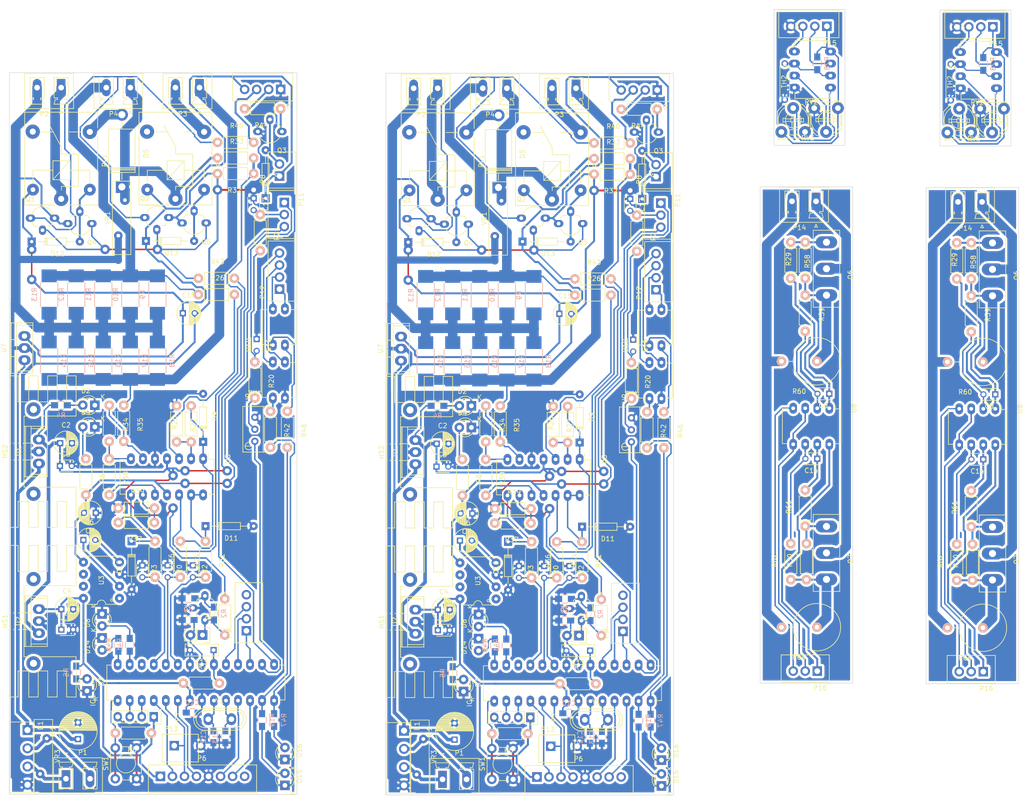
<source format=kicad_pcb>
(kicad_pcb (version 4) (host pcbnew 4.0.5-e0-6337~49~ubuntu16.04.1)
  (layers (0 F.Cu signal) (31 B.Cu signal) (34 B.Paste user) (35 F.Paste user) (36 B.SilkS user) (37 F.SilkS user) (38 B.Mask user) (39 F.Mask user) (44 Edge.Cuts user))
  (net 0 "")
  (net 1 N-)
  (net 2 17V)
  (net 3 +12V)
  (net 4 +5V)
  (net 5 "Net-(C6-Pad1)")
  (net 6 "Net-(C6-Pad2)")
  (net 7 -5V)
  (net 8 "Net-(C8-Pad1)")
  (net 9 "Net-(C8-Pad2)")
  (net 10 Vref)
  (net 11 "Net-(C11-Pad1)")
  (net 12 "Net-(C12-Pad1)")
  (net 13 "Net-(C13-Pad1)")
  (net 14 "Net-(C14-Pad1)")
  (net 15 "Net-(C14-Pad2)")
  (net 16 12Vrelay)
  (net 17 "Net-(C16-Pad2)")
  (net 18 G)
  (net 19 senIN)
  (net 20 senUS)
  (net 21 senIS)
  (net 22 "Net-(D1-Pad2)")
  (net 23 "Net-(D1-Pad4)")
  (net 24 "Net-(D2-Pad2)")
  (net 25 "Net-(D3-Pad2)")
  (net 26 "Net-(D4-Pad2)")
  (net 27 N+)
  (net 28 D)
  (net 29 "Net-(D7-Pad2)")
  (net 30 "Net-(D8-Pad2)")
  (net 31 "Net-(D9-Pad1)")
  (net 32 "Net-(D10-Pad1)")
  (net 33 "Net-(D11-Pad1)")
  (net 34 "Net-(D12-Pad2)")
  (net 35 "Net-(D13-Pad2)")
  (net 36 "Net-(D14-Pad2)")
  (net 37 "Net-(IC1-Pad1)")
  (net 38 RX)
  (net 39 TX)
  (net 40 stop)
  (net 41 start)
  (net 42 up)
  (net 43 down)
  (net 44 buzz)
  (net 45 "Net-(IC1-Pad15)")
  (net 46 pwm)
  (net 47 ser)
  (net 48 scr)
  (net 49 rck)
  (net 50 ok)
  (net 51 fail)
  (net 52 S-)
  (net 53 S)
  (net 54 "Net-(P5-Pad1)")
  (net 55 onFan)
  (net 56 off)
  (net 57 onN)
  (net 58 "Net-(Q1-Pad1)")
  (net 59 "Net-(Q3-Pad1)")
  (net 60 "Net-(Q6-Pad1)")
  (net 61 "Net-(Q6-Pad3)")
  (net 62 "Net-(Q7-Pad1)")
  (net 63 "Net-(Q7-Pad3)")
  (net 64 "Net-(R2-Pad2)")
  (net 65 "Net-(R20-Pad2)")
  (net 66 "Net-(R25-Pad1)")
  (net 67 "Net-(R26-Pad2)")
  (net 68 "Net-(R28-Pad1)")
  (net 69 "Net-(R32-Pad1)")
  (net 70 "Net-(R34-Pad1)")
  (net 71 "Net-(R34-Pad2)")
  (net 72 "Net-(R37-Pad1)")
  (net 73 "Net-(R38-Pad2)")
  (net 74 "Net-(RV3-Pad2)")
  (net 75 rN+)
  (net 76 S+)
  (net 77 "Net-(P12-Pad1)")
  (net 78 "Net-(P12-Pad2)")
  (net 79 "Net-(P12-Pad3)")
  (net 80 "Net-(P12-Pad4)")
  (net 81 opto_start)
  (net 82 opto_auto)
  (net 83 "Net-(D15-Pad2)")
  (net 84 "Net-(D16-Pad2)")
  (net 85 l_auto)
  (net 86 l_start)
  (net 87 "Net-(RV2-Pad2)")
  (module Resistors_SMD:R_0805_HandSoldering (layer B.Cu) (at 191.643 28.909 90)
    (fp_text reference R28 (at 0 2.1 90) (layer B.SilkS) (effects (justify mirror)))
    (fp_text value 10k)
    (pad 1 smd rect (at -1.35 0 90) (size 1.5 1.3) (layers B.Cu B.Paste B.Mask) (net 68 "Net-(R28-Pad1)"))
    (pad 2 smd rect (at 1.35 0 90) (size 1.5 1.3) (layers B.Cu B.Paste B.Mask) (net 16 12Vrelay))
  )
  (module Capacitors_SMD:C_0805_HandSoldering (layer B.Cu) (at 143.637 171.216 270)
    (fp_text reference C12 (at 0 2.1 270) (layer B.SilkS) (effects (justify mirror)))
    (fp_text value 22pF)
    (pad 1 smd rect (at -1.25 0 270) (size 1.5 1.25) (layers B.Cu B.Paste B.Mask) (net 12 "Net-(C12-Pad1)"))
    (pad 2 smd rect (at 1.25 0 270) (size 1.5 1.25) (layers B.Cu B.Paste B.Mask) (net 1 N-))
  )
  (module Resistors_SMD:R_0805_HandSoldering (layer B.Cu) (at 153.924 167.687 90)
    (fp_text reference R19 (at 0 2.1 90) (layer B.SilkS) (effects (justify mirror)))
    (fp_text value 470R)
    (pad 1 smd rect (at -1.35 0 90) (size 1.5 1.3) (layers B.Cu B.Paste B.Mask) (net 83 "Net-(D15-Pad2)"))
    (pad 2 smd rect (at 1.35 0 90) (size 1.5 1.3) (layers B.Cu B.Paste B.Mask) (net 85 l_auto))
  )
  (module Capacitors_SMD:C_0805_HandSoldering (layer B.Cu) (at 146.177 171.216 270)
    (fp_text reference C13 (at 0 2.1 270) (layer B.SilkS) (effects (justify mirror)))
    (fp_text value 22pF)
    (pad 1 smd rect (at -1.25 0 270) (size 1.5 1.25) (layers B.Cu B.Paste B.Mask) (net 13 "Net-(C13-Pad1)"))
    (pad 2 smd rect (at 1.25 0 270) (size 1.5 1.25) (layers B.Cu B.Paste B.Mask) (net 1 N-))
  )
  (module Resistors_SMD:R_0805_HandSoldering (layer B.Cu) (at 156.464 167.687 90)
    (fp_text reference R47 (at 0 2.1 90) (layer B.SilkS) (effects (justify mirror)))
    (fp_text value 470R)
    (pad 1 smd rect (at -1.35 0 90) (size 1.5 1.3) (layers B.Cu B.Paste B.Mask) (net 84 "Net-(D16-Pad2)"))
    (pad 2 smd rect (at 1.35 0 90) (size 1.5 1.3) (layers B.Cu B.Paste B.Mask) (net 86 l_start))
  )
  (module Resistors_SMD:R_2512_HandSoldering (layer B.Cu) (at 108.966 77.851 270)
    (fp_text reference R13 (at 0 3.1 270) (layer B.SilkS) (effects (justify mirror)))
    (fp_text value 0.5R)
    (pad 1 smd rect (at -3.95 0 270) (size 2.7 3.2) (layers B.Cu B.Paste B.Mask) (net 53 S))
    (pad 2 smd rect (at 3.95 0 270) (size 2.7 3.2) (layers B.Cu B.Paste B.Mask) (net 1 N-))
  )
  (module Resistors_SMD:R_2512_HandSoldering (layer B.Cu) (at 120.396 77.851 270)
    (fp_text reference R11 (at 0 3.1 270) (layer B.SilkS) (effects (justify mirror)))
    (fp_text value 0.5R)
    (pad 1 smd rect (at -3.95 0 270) (size 2.7 3.2) (layers B.Cu B.Paste B.Mask) (net 53 S))
    (pad 2 smd rect (at 3.95 0 270) (size 2.7 3.2) (layers B.Cu B.Paste B.Mask) (net 1 N-))
  )
  (module Resistors_SMD:R_2512_HandSoldering (layer B.Cu) (at 131.826 77.851 270)
    (fp_text reference R9 (at 0 3.1 270) (layer B.SilkS) (effects (justify mirror)))
    (fp_text value 0.5R)
    (pad 1 smd rect (at -3.95 0 270) (size 2.7 3.2) (layers B.Cu B.Paste B.Mask) (net 53 S))
    (pad 2 smd rect (at 3.95 0 270) (size 2.7 3.2) (layers B.Cu B.Paste B.Mask) (net 1 N-))
  )
  (module Resistors_SMD:R_2512_HandSoldering (layer B.Cu) (at 114.681 77.851 270)
    (fp_text reference R12 (at 0 3.1 270) (layer B.SilkS) (effects (justify mirror)))
    (fp_text value 0.5R)
    (pad 1 smd rect (at -3.95 0 270) (size 2.7 3.2) (layers B.Cu B.Paste B.Mask) (net 53 S))
    (pad 2 smd rect (at 3.95 0 270) (size 2.7 3.2) (layers B.Cu B.Paste B.Mask) (net 1 N-))
  )
  (module Resistors_SMD:R_2512_HandSoldering (layer B.Cu) (at 126.111 77.851 270)
    (fp_text reference R10 (at 0 3.1 270) (layer B.SilkS) (effects (justify mirror)))
    (fp_text value 0.5R)
    (pad 1 smd rect (at -3.95 0 270) (size 2.7 3.2) (layers B.Cu B.Paste B.Mask) (net 53 S))
    (pad 2 smd rect (at 3.95 0 270) (size 2.7 3.2) (layers B.Cu B.Paste B.Mask) (net 1 N-))
  )
  (module Resistors_SMD:R_0805_HandSoldering (layer B.Cu) (at 114.681 157.654 270)
    (fp_text reference R5 (at 0 2.1 270) (layer B.SilkS) (effects (justify mirror)))
    (fp_text value 470R)
    (pad 1 smd rect (at -1.35 0 270) (size 1.5 1.3) (layers B.Cu B.Paste B.Mask) (net 4 +5V))
    (pad 2 smd rect (at 1.35 0 270) (size 1.5 1.3) (layers B.Cu B.Paste B.Mask) (net 25 "Net-(D3-Pad2)"))
  )
  (module Capacitors_SMD:C_0805_HandSoldering (layer B.Cu) (at 138.323 146.558 180)
    (fp_text reference C9 (at 0 2.1 180) (layer B.SilkS) (effects (justify mirror)))
    (fp_text value 100nF)
    (pad 1 smd rect (at -1.25 0 180) (size 1.5 1.25) (layers B.Cu B.Paste B.Mask) (net 10 Vref))
    (pad 2 smd rect (at 1.25 0 180) (size 1.5 1.25) (layers B.Cu B.Paste B.Mask) (net 1 N-))
  )
  (module Resistors_SMD:R_0805_HandSoldering (layer B.Cu) (at 123.571 151.812 270)
    (fp_text reference R45 (at 0 2.1 270) (layer B.SilkS) (effects (justify mirror)))
    (fp_text value 470R)
    (pad 1 smd rect (at -1.35 0 270) (size 1.5 1.3) (layers B.Cu B.Paste B.Mask) (net 36 "Net-(D14-Pad2)"))
    (pad 2 smd rect (at 1.35 0 270) (size 1.5 1.3) (layers B.Cu B.Paste B.Mask) (net 51 fail))
  )
  (module Resistors_SMD:R_0805_HandSoldering (layer B.Cu) (at 138.383 141.986)
    (fp_text reference R3 (at 0 2.1) (layer B.SilkS) (effects (justify mirror)))
    (fp_text value 10k)
    (pad 1 smd rect (at -1.35 0) (size 1.5 1.3) (layers B.Cu B.Paste B.Mask) (net 1 N-))
    (pad 2 smd rect (at 1.35 0) (size 1.5 1.3) (layers B.Cu B.Paste B.Mask) (net 64 "Net-(R2-Pad2)"))
  )
  (module Resistors_SMD:R_0805_HandSoldering (layer B.Cu) (at 143.764 145.208 90)
    (fp_text reference R2 (at 0 2.1 90) (layer B.SilkS) (effects (justify mirror)))
    (fp_text value 10k)
    (pad 1 smd rect (at -1.35 0 90) (size 1.5 1.3) (layers B.Cu B.Paste B.Mask) (net 54 "Net-(P5-Pad1)"))
    (pad 2 smd rect (at 1.35 0 90) (size 1.5 1.3) (layers B.Cu B.Paste B.Mask) (net 64 "Net-(R2-Pad2)"))
  )
  (module Capacitors_SMD:C_0805_HandSoldering (layer B.Cu) (at 139.172 166.116 180)
    (fp_text reference C10 (at 0 2.1 180) (layer B.SilkS) (effects (justify mirror)))
    (fp_text value 100nF)
    (pad 1 smd rect (at -1.25 0 180) (size 1.5 1.25) (layers B.Cu B.Paste B.Mask) (net 1 N-))
    (pad 2 smd rect (at 1.25 0 180) (size 1.5 1.25) (layers B.Cu B.Paste B.Mask) (net 4 +5V))
  )
  (module Resistors_SMD:R_0805_HandSoldering (layer B.Cu) (at 125.984 151.812 270)
    (fp_text reference R41 (at 0 2.1 270) (layer B.SilkS) (effects (justify mirror)))
    (fp_text value 470R)
    (pad 1 smd rect (at -1.35 0 270) (size 1.5 1.3) (layers B.Cu B.Paste B.Mask) (net 30 "Net-(D8-Pad2)"))
    (pad 2 smd rect (at 1.35 0 270) (size 1.5 1.3) (layers B.Cu B.Paste B.Mask) (net 50 ok))
  )
  (module Resistors_SMD:R_2512_HandSoldering (layer B.Cu) (at 131.826 91.821 90)
    (fp_text reference R18 (at 0 3.1 90) (layer B.SilkS) (effects (justify mirror)))
    (fp_text value 0.5R)
    (pad 1 smd rect (at -3.95 0 90) (size 2.7 3.2) (layers B.Cu B.Paste B.Mask) (net 52 S-))
    (pad 2 smd rect (at 3.95 0 90) (size 2.7 3.2) (layers B.Cu B.Paste B.Mask) (net 1 N-))
  )
  (module Resistors_SMD:R_2512_HandSoldering (layer B.Cu) (at 120.396 91.821 90)
    (fp_text reference R16 (at 0 3.1 90) (layer B.SilkS) (effects (justify mirror)))
    (fp_text value 0.5R)
    (pad 1 smd rect (at -3.95 0 90) (size 2.7 3.2) (layers B.Cu B.Paste B.Mask) (net 52 S-))
    (pad 2 smd rect (at 3.95 0 90) (size 2.7 3.2) (layers B.Cu B.Paste B.Mask) (net 1 N-))
  )
  (module Resistors_SMD:R_2512_HandSoldering (layer B.Cu) (at 114.681 91.821 90)
    (fp_text reference R15 (at 0 3.1 90) (layer B.SilkS) (effects (justify mirror)))
    (fp_text value 0.5R)
    (pad 1 smd rect (at -3.95 0 90) (size 2.7 3.2) (layers B.Cu B.Paste B.Mask) (net 52 S-))
    (pad 2 smd rect (at 3.95 0 90) (size 2.7 3.2) (layers B.Cu B.Paste B.Mask) (net 1 N-))
  )
  (module Resistors_SMD:R_2512_HandSoldering (layer B.Cu) (at 108.966 91.821 90)
    (fp_text reference R14 (at 0 3.1 90) (layer B.SilkS) (effects (justify mirror)))
    (fp_text value 0.5R)
    (pad 1 smd rect (at -3.95 0 90) (size 2.7 3.2) (layers B.Cu B.Paste B.Mask) (net 52 S-))
    (pad 2 smd rect (at 3.95 0 90) (size 2.7 3.2) (layers B.Cu B.Paste B.Mask) (net 1 N-))
  )
  (module Resistors_SMD:R_0805_HandSoldering (layer B.Cu) (at 111.459 101.219)
    (fp_text reference R4 (at 0 2.1) (layer B.SilkS) (effects (justify mirror)))
    (fp_text value 1k)
    (pad 1 smd rect (at -1.35 0) (size 1.5 1.3) (layers B.Cu B.Paste B.Mask) (net 3 +12V))
    (pad 2 smd rect (at 1.35 0) (size 1.5 1.3) (layers B.Cu B.Paste B.Mask) (net 24 "Net-(D2-Pad2)"))
  )
  (module Resistors_SMD:R_2512_HandSoldering (layer B.Cu) (at 126.111 91.821 90)
    (fp_text reference R17 (at 0 3.1 90) (layer B.SilkS) (effects (justify mirror)))
    (fp_text value 0.5R)
    (pad 1 smd rect (at -3.95 0 90) (size 2.7 3.2) (layers B.Cu B.Paste B.Mask) (net 52 S-))
    (pad 2 smd rect (at 3.95 0 90) (size 2.7 3.2) (layers B.Cu B.Paste B.Mask) (net 1 N-))
  )
  (module Diodes_THT:Diode_DO-35_SOD27_Horizontal_RM10 (layer F.Cu) (at 154.68346 57.53048 90)
    (fp_text reference D7 (at 5.43052 2.53746 90) (layer F.SilkS))
    (fp_text value 1N4001)
    (pad 2 thru_hole circle (at 10.16052 -0.00254 270) (size 1.69926 1.69926) (drill 0.70104) (layers *.Cu *.Mask) (net 29 "Net-(D7-Pad2)"))
    (pad 1 thru_hole rect (at 0.00052 -0.00254 270) (size 1.69926 1.69926) (drill 0.70104) (layers *.Cu *.Mask) (net 16 12Vrelay))
  )
  (module Connectors:XH2.54-3P (layer F.Cu) (at 158.623 58.42 270)
    (fp_text reference P11 (at -0.635 -3.556 270) (layer F.SilkS))
    (fp_text value G)
    (pad 1 thru_hole rect (at 0 0 270) (size 2 2) (drill 1.2) (layers *.Cu *.Mask) (net 7 -5V))
    (pad 2 thru_hole circle (at 2.54 0 270) (size 2 2) (drill 1.2) (layers *.Cu *.Mask) (net 18 G))
    (pad 3 thru_hole circle (at 5.08 0 270) (size 2 2) (drill 1.2) (layers *.Cu *.Mask) (net 3 +12V))
  )
  (module Capacitors_THT:C_Disc_D3_P2.5 (layer F.Cu) (at 152.146 57.531 270)
    (fp_text reference C17 (at 1.25 -2.5 270) (layer F.SilkS))
    (fp_text value 100nF)
    (pad 1 thru_hole rect (at 0 0 270) (size 1.3 1.3) (drill 0.8) (layers *.Cu *.Mask) (net 1 N-))
    (pad 2 thru_hole circle (at 2.5 0 270) (size 1.3 1.3) (drill 0.8001) (layers *.Cu *.Mask) (net 18 G))
  )
  (module Connectors:XH2.54-2P (layer F.Cu) (at 157.607 52.832 90)
    (fp_text reference P8 (at -0.635 -3.556 90) (layer F.SilkS))
    (fp_text value FAN)
    (pad 1 thru_hole rect (at 0 0 90) (size 2 2) (drill 1.2) (layers *.Cu *.Mask) (net 16 12Vrelay))
    (pad 2 thru_hole circle (at 2.54 0 90) (size 2 2) (drill 1.2) (layers *.Cu *.Mask) (net 29 "Net-(D7-Pad2)"))
  )
  (module Resistors_THT:Resistor_Horizontal_RM7mm (layer F.Cu) (at 153.543 60.96 270)
    (fp_text reference R21 (at 4.05892 -3.50012 270) (layer F.SilkS))
    (fp_text value 10k)
    (pad 1 thru_hole circle (at 0 0 270) (size 1.99898 1.99898) (drill 1.00076) (layers *.Cu *.SilkS *.Mask) (net 18 G))
    (pad 2 thru_hole circle (at 7.62 0 270) (size 1.99898 1.99898) (drill 1.00076) (layers *.Cu *.SilkS *.Mask) (net 17 "Net-(C16-Pad2)"))
  )
  (module TO_SOT_Packages_THT:TO-92_Molded_Wide_Oval_Reverse (layer F.Cu) (at 142.113 62.738 180)
    (fp_text reference Q5 (at 0 -4 180) (layer F.SilkS))
    (fp_text value 2n222)
    (pad 2 thru_hole oval (at 2.54 2.54 270) (size 1.99898 1.50114) (drill 0.8) (layers *.Cu *.Mask) (net 35 "Net-(D13-Pad2)"))
    (pad 1 thru_hole oval (at 0 0 270) (size 1.50114 1.99898) (drill 0.8) (layers *.Cu *.Mask) (net 57 onN))
    (pad 3 thru_hole oval (at 5.08 0 270) (size 1.50114 1.99898) (drill 0.8) (layers *.Cu *.Mask) (net 1 N-))
  )
  (module Connectors_Phoenix:PhoenixContact_MCV-G_02x5.08mm_Vertical (layer F.Cu) (at 140.716 34.163 180)
    (fp_text reference P3 (at 3.54 -5.55 180) (layer F.SilkS))
    (fp_text value SAC)
    (pad 1 thru_hole rect (at 0 0 180) (size 1.8 3.6) (drill 1.2) (layers *.Cu *.Mask) (net 52 S-))
    (pad 2 thru_hole oval (at 5.08 0 180) (size 1.8 3.6) (drill 1.2) (layers *.Cu *.Mask) (net 76 S+))
  )
  (module Diodes_THT:Diode_DO-201AD_Horizontal_RM15 (layer F.Cu) (at 124.33596 55.118 90)
    (fp_text reference D5 (at 7.06722 5.07704 90) (layer F.SilkS))
    (fp_text value 1N5402)
    (pad 2 thru_hole circle (at 15.24122 -0.00296 270) (size 2.54 2.54) (drill 1.50114) (layers *.Cu *.Mask) (net 75 rN+))
    (pad 1 thru_hole rect (at 0.00122 -0.00296 270) (size 2.54 2.54) (drill 1.50114) (layers *.Cu *.Mask) (net 28 D))
  )
  (module Relays_THT:Relay_SANYOU_SRD_Series_Form_C (layer F.Cu) (at 111.506 57.658 90)
    (fp_text reference RL1 (at 8.1 9.2 90) (layer F.SilkS))
    (fp_text value onN)
    (pad 2 thru_hole circle (at 1.95 6.05 180) (size 2.5 2.5) (drill 1) (layers *.Cu *.Mask) (net 34 "Net-(D12-Pad2)"))
    (pad 3 thru_hole circle (at 14.15 6.05 180) (size 3 3) (drill 1.3) (layers *.Cu *.Mask) (net 75 rN+))
    (pad 4 thru_hole circle (at 14.2 -6 180) (size 3 3) (drill 1.3) (layers *.Cu *.Mask))
    (pad 5 thru_hole circle (at 1.95 -5.95 180) (size 2.5 2.5) (drill 1) (layers *.Cu *.Mask) (net 16 12Vrelay))
    (pad 1 thru_hole circle (at 0 0 180) (size 3 3) (drill 1.3) (layers *.Cu *.Mask) (net 27 N+))
  )
  (module Connectors_Phoenix:PhoenixContact_MCV-G_02x5.08mm_Vertical (layer F.Cu) (at 111.506 34.163 180)
    (fp_text reference P2 (at 3.54 -5.55 180) (layer F.SilkS))
    (fp_text value NGUON)
    (pad 1 thru_hole rect (at 0 0 180) (size 1.8 3.6) (drill 1.2) (layers *.Cu *.Mask) (net 27 N+))
    (pad 2 thru_hole oval (at 5.08 0 180) (size 1.8 3.6) (drill 1.2) (layers *.Cu *.Mask) (net 1 N-))
  )
  (module Connectors_Phoenix:PhoenixContact_MCV-G_02x5.08mm_Vertical (layer F.Cu) (at 126.111 34.163 180)
    (fp_text reference P4 (at 3.54 -5.55 180) (layer F.SilkS))
    (fp_text value DS)
    (pad 1 thru_hole rect (at 0 0 180) (size 1.8 3.6) (drill 1.2) (layers *.Cu *.Mask) (net 28 D))
    (pad 2 thru_hole oval (at 5.08 0 180) (size 1.8 3.6) (drill 1.2) (layers *.Cu *.Mask) (net 53 S))
  )
  (module Relays_THT:Relay_SANYOU_SRD_Series_Form_C (layer F.Cu) (at 135.636 57.658 90)
    (fp_text reference RL2 (at 8.1 9.2 90) (layer F.SilkS))
    (fp_text value onS)
    (pad 2 thru_hole circle (at 1.95 6.05 180) (size 2.5 2.5) (drill 1) (layers *.Cu *.Mask) (net 35 "Net-(D13-Pad2)"))
    (pad 3 thru_hole circle (at 14.15 6.05 180) (size 3 3) (drill 1.3) (layers *.Cu *.Mask) (net 76 S+))
    (pad 4 thru_hole circle (at 14.2 -6 180) (size 3 3) (drill 1.3) (layers *.Cu *.Mask))
    (pad 5 thru_hole circle (at 1.95 -5.95 180) (size 2.5 2.5) (drill 1) (layers *.Cu *.Mask) (net 16 12Vrelay))
    (pad 1 thru_hole circle (at 0 0 180) (size 3 3) (drill 1.3) (layers *.Cu *.Mask) (net 28 D))
  )
  (module TO_SOT_Packages_THT:TO-92_Molded_Wide_Oval_Reverse (layer F.Cu) (at 129.159 61.595)
    (fp_text reference Q2 (at 0 -4) (layer F.SilkS))
    (fp_text value Q_NPN_BCE)
    (pad 2 thru_hole oval (at 2.54 2.54 90) (size 1.99898 1.50114) (drill 0.8) (layers *.Cu *.Mask) (net 57 onN))
    (pad 1 thru_hole oval (at 0 0 90) (size 1.50114 1.99898) (drill 0.8) (layers *.Cu *.Mask) (net 58 "Net-(Q1-Pad1)"))
    (pad 3 thru_hole oval (at 5.08 0 90) (size 1.50114 1.99898) (drill 0.8) (layers *.Cu *.Mask) (net 1 N-))
  )
  (module Capacitors_THT:C_Radial_D5_L6_P2.5 (layer F.Cu) (at 137.2 81.788)
    (fp_text reference C15 (at 1.25 -3.8) (layer F.SilkS))
    (fp_text value 220F-25V)
    (pad 1 thru_hole rect (at 0 0) (size 1.3 1.3) (drill 0.8) (layers *.Cu *.Mask) (net 16 12Vrelay))
    (pad 2 thru_hole circle (at 2.5 0) (size 1.3 1.3) (drill 0.8) (layers *.Cu *.Mask) (net 1 N-))
  )
  (module Power_Integrations:TO-220 (layer F.Cu) (at 103.759 89.154 90)
    (fp_text reference U7 (at 0 -4.318 90) (layer F.SilkS))
    (fp_text value LM7812CT)
    (pad 2 thru_hole oval (at 0 0 90) (size 2.032 2.54) (drill 1.143) (layers *.Cu *.Mask) (net 1 N-))
    (pad 3 thru_hole oval (at 2.54 0 90) (size 2.032 2.54) (drill 1.143) (layers *.Cu *.Mask) (net 16 12Vrelay))
    (pad 1 thru_hole oval (at -2.54 0 90) (size 2.032 2.54) (drill 1.143) (layers *.Cu *.Mask) (net 2 17V))
  )
  (module Diodes_THT:Diode_DO-35_SOD27_Horizontal_RM10 (layer F.Cu) (at 129.413 66.548)
    (fp_text reference D13 (at 5.43052 2.53746) (layer F.SilkS))
    (fp_text value 4001)
    (pad 2 thru_hole circle (at 10.16052 -0.00254 180) (size 1.69926 1.69926) (drill 0.70104) (layers *.Cu *.Mask) (net 35 "Net-(D13-Pad2)"))
    (pad 1 thru_hole rect (at 0.00052 -0.00254 180) (size 1.69926 1.69926) (drill 0.70104) (layers *.Cu *.Mask) (net 16 12Vrelay))
  )
  (module Diodes_THT:Diode_DO-35_SOD27_Horizontal_RM10 (layer F.Cu) (at 105.283 66.675)
    (fp_text reference D12 (at 5.43052 2.53746) (layer F.SilkS))
    (fp_text value 4001)
    (pad 2 thru_hole circle (at 10.16052 -0.00254 180) (size 1.69926 1.69926) (drill 0.70104) (layers *.Cu *.Mask) (net 34 "Net-(D12-Pad2)"))
    (pad 1 thru_hole rect (at 0.00052 -0.00254 180) (size 1.69926 1.69926) (drill 0.70104) (layers *.Cu *.Mask) (net 16 12Vrelay))
  )
  (module TO_SOT_Packages_THT:TO-92_Molded_Wide_Oval_Reverse (layer F.Cu) (at 105.029 61.722)
    (fp_text reference Q1 (at 0 -4) (layer F.SilkS))
    (fp_text value Q_NPN_BCE)
    (pad 2 thru_hole oval (at 2.54 2.54 90) (size 1.99898 1.50114) (drill 0.8) (layers *.Cu *.Mask) (net 57 onN))
    (pad 1 thru_hole oval (at 0 0 90) (size 1.50114 1.99898) (drill 0.8) (layers *.Cu *.Mask) (net 58 "Net-(Q1-Pad1)"))
    (pad 3 thru_hole oval (at 5.08 0 90) (size 1.50114 1.99898) (drill 0.8) (layers *.Cu *.Mask) (net 1 N-))
  )
  (module Varistors:RV_Disc_D15.5_W3.9_P7.5 (layer F.Cu) (at 124.968 57.912 270)
    (fp_text reference VR1 (at 3.75 3.65 270) (layer F.SilkS))
    (fp_text value 14D180V)
    (pad 1 thru_hole circle (at 0 0 270) (size 1.8 1.8) (drill 0.8) (layers *.Cu *.Mask) (net 28 D))
    (pad 2 thru_hole circle (at 7.5 1.4 270) (size 1.8 1.8) (drill 0.8) (layers *.Cu *.Mask) (net 1 N-))
  )
  (module TO_SOT_Packages_THT:TO-92_Molded_Wide_Oval_Reverse (layer F.Cu) (at 117.983 62.865 180)
    (fp_text reference Q4 (at 0 -4 180) (layer F.SilkS))
    (fp_text value 2n222)
    (pad 2 thru_hole oval (at 2.54 2.54 270) (size 1.99898 1.50114) (drill 0.8) (layers *.Cu *.Mask) (net 34 "Net-(D12-Pad2)"))
    (pad 1 thru_hole oval (at 0 0 270) (size 1.50114 1.99898) (drill 0.8) (layers *.Cu *.Mask) (net 57 onN))
    (pad 3 thru_hole oval (at 5.08 0 270) (size 1.50114 1.99898) (drill 0.8) (layers *.Cu *.Mask) (net 1 N-))
  )
  (module TO_SOT_Packages_THT:TO-92_Molded_Wide_Oval_Reverse (layer F.Cu) (at 158.115 43.434 180)
    (fp_text reference Q3 (at 0 -4 180) (layer F.SilkS))
    (fp_text value Q_NPN_BCE)
    (pad 2 thru_hole oval (at 2.54 2.54 270) (size 1.99898 1.50114) (drill 0.8) (layers *.Cu *.Mask) (net 29 "Net-(D7-Pad2)"))
    (pad 1 thru_hole oval (at 0 0 270) (size 1.50114 1.99898) (drill 0.8) (layers *.Cu *.Mask) (net 59 "Net-(Q3-Pad1)"))
    (pad 3 thru_hole oval (at 5.08 0 270) (size 1.50114 1.99898) (drill 0.8) (layers *.Cu *.Mask) (net 1 N-))
  )
  (module Connectors:XH2.54-4P (layer F.Cu) (at 157.861 34.544 180)
    (fp_text reference P10 (at -0.635 -3.556 180) (layer F.SilkS))
    (fp_text value overheat)
    (pad 1 thru_hole rect (at 0 0 180) (size 2 2) (drill 1.2) (layers *.Cu *.Mask) (net 1 N-))
    (pad 2 thru_hole circle (at 2.54 0 180) (size 2 2) (drill 1.2) (layers *.Cu *.Mask) (net 55 onFan))
    (pad 3 thru_hole circle (at 5.08 0 180) (size 2 2) (drill 1.2) (layers *.Cu *.Mask) (net 56 off))
    (pad 4 thru_hole circle (at 7.62 0 180) (size 2 2) (drill 1.2) (layers *.Cu *.Mask) (net 16 12Vrelay))
  )
  (module Resistors_THT:Resistor_Horizontal_RM7mm (layer F.Cu) (at 144.526 49.022)
    (fp_text reference R33 (at 4.05892 -3.50012) (layer F.SilkS))
    (fp_text value 180k)
    (pad 1 thru_hole circle (at 0 0) (size 1.99898 1.99898) (drill 1.00076) (layers *.Cu *.SilkS *.Mask) (net 28 D))
    (pad 2 thru_hole circle (at 7.62 0) (size 1.99898 1.99898) (drill 1.00076) (layers *.Cu *.SilkS *.Mask) (net 69 "Net-(R32-Pad1)"))
  )
  (module Resistors_THT:Resistor_Horizontal_RM7mm (layer F.Cu) (at 144.526 45.72)
    (fp_text reference R40 (at 4.05892 -3.50012) (layer F.SilkS))
    (fp_text value 470R)
    (pad 1 thru_hole circle (at 0 0) (size 1.99898 1.99898) (drill 1.00076) (layers *.Cu *.SilkS *.Mask) (net 58 "Net-(Q1-Pad1)"))
    (pad 2 thru_hole circle (at 7.62 0) (size 1.99898 1.99898) (drill 1.00076) (layers *.Cu *.SilkS *.Mask) (net 56 off))
  )
  (module Resistors_THT:Resistor_Horizontal_RM7mm (layer F.Cu) (at 157.861 38.608 180)
    (fp_text reference R44 (at 4.05892 -3.50012 180) (layer F.SilkS))
    (fp_text value 470R)
    (pad 1 thru_hole circle (at 0 0 180) (size 1.99898 1.99898) (drill 1.00076) (layers *.Cu *.SilkS *.Mask) (net 59 "Net-(Q3-Pad1)"))
    (pad 2 thru_hole circle (at 7.62 0 180) (size 1.99898 1.99898) (drill 1.00076) (layers *.Cu *.SilkS *.Mask) (net 55 onFan))
  )
  (module Resistors_THT:Resistor_Horizontal_RM7mm (layer F.Cu) (at 152.146 52.324 180)
    (fp_text reference R32 (at 4.05892 -3.50012 180) (layer F.SilkS))
    (fp_text value 10k)
    (pad 1 thru_hole circle (at 0 0 180) (size 1.99898 1.99898) (drill 1.00076) (layers *.Cu *.SilkS *.Mask) (net 69 "Net-(R32-Pad1)"))
    (pad 2 thru_hole circle (at 7.62 0 180) (size 1.99898 1.99898) (drill 1.00076) (layers *.Cu *.SilkS *.Mask) (net 1 N-))
  )
  (module Connectors:XH2.54-3P (layer F.Cu) (at 191.643 157.226 180)
    (fp_text reference P16 (at -0.635 -3.556 180) (layer F.SilkS))
    (fp_text value g)
    (pad 1 thru_hole rect (at 0 0 180) (size 2 2) (drill 1.2) (layers *.Cu *.Mask) (net 3 +12V))
    (pad 2 thru_hole circle (at 2.54 0 180) (size 2 2) (drill 1.2) (layers *.Cu *.Mask) (net 18 G))
    (pad 3 thru_hole circle (at 5.08 0 180) (size 2 2) (drill 1.2) (layers *.Cu *.Mask) (net 7 -5V))
  )
  (module Resistors_THT:Resistor_Vertical_RM7.5mm (layer F.Cu) (at 187.833 147.955 180)
    (fp_text reference R64 (at 0 -6.35 180) (layer F.SilkS))
    (fp_text value 0.5R)
    (pad 1 thru_hole circle (at -3.74904 0 180) (size 1.99898 1.99898) (drill 1.00076) (layers *.Cu *.SilkS *.Mask) (net 63 "Net-(Q7-Pad3)"))
    (pad 2 thru_hole circle (at 3.75158 0 180) (size 1.99898 1.99898) (drill 1.00076) (layers *.Cu *.SilkS *.Mask) (net 53 S))
  )
  (module TO_SOT_Packages_THT:TO-247_Vertical_Neutral123 (layer F.Cu) (at 193.593 132.275 270)
    (fp_text reference Q7 (at 1.27 -5.08 270) (layer F.SilkS))
    (fp_text value Q_NMOS_GDS)
    (pad 2 thru_hole oval (at 0 0) (size 4.50088 2.49936) (drill 1.50114) (layers *.Cu *.Mask) (net 28 D))
    (pad 1 thru_hole oval (at -5.588 0) (size 4.50088 2.49936) (drill 1.50114) (layers *.Cu *.Mask) (net 62 "Net-(Q7-Pad1)"))
    (pad 3 thru_hole oval (at 5.588 0) (size 4.50088 2.49936) (drill 1.50114) (layers *.Cu *.Mask) (net 63 "Net-(Q7-Pad3)"))
  )
  (module Resistors_THT:Resistor_Horizontal_RM7mm (layer F.Cu) (at 186.055 137.922 90)
    (fp_text reference R62 (at 4.05892 -3.50012 90) (layer F.SilkS))
    (fp_text value 1k)
    (pad 1 thru_hole circle (at 0 0 90) (size 1.99898 1.99898) (drill 1.00076) (layers *.Cu *.SilkS *.Mask) (net 63 "Net-(Q7-Pad3)"))
    (pad 2 thru_hole circle (at 7.62 0 90) (size 1.99898 1.99898) (drill 1.00076) (layers *.Cu *.SilkS *.Mask) (net 15 "Net-(C14-Pad2)"))
  )
  (module Resistors_THT:Resistor_Horizontal_RM7mm (layer F.Cu) (at 189.357 137.922 90)
    (fp_text reference R30 (at 4.05892 -3.50012 90) (layer F.SilkS))
    (fp_text value 10k)
    (pad 1 thru_hole circle (at 0 0 90) (size 1.99898 1.99898) (drill 1.00076) (layers *.Cu *.SilkS *.Mask) (net 63 "Net-(Q7-Pad3)"))
    (pad 2 thru_hole circle (at 7.62 0 90) (size 1.99898 1.99898) (drill 1.00076) (layers *.Cu *.SilkS *.Mask) (net 62 "Net-(Q7-Pad1)"))
  )
  (module Capacitors_THT:C_Disc_D3_P2.5 (layer F.Cu) (at 191.643 112.395 180)
    (fp_text reference C14 (at 1.25 -2.5 180) (layer F.SilkS))
    (fp_text value 22nF)
    (pad 1 thru_hole rect (at 0 0 180) (size 1.3 1.3) (drill 0.8) (layers *.Cu *.Mask) (net 14 "Net-(C14-Pad1)"))
    (pad 2 thru_hole circle (at 2.5 0 180) (size 1.3 1.3) (drill 0.8001) (layers *.Cu *.Mask) (net 15 "Net-(C14-Pad2)"))
  )
  (module Housings_DIP:DIP-8_W7.62mm_LongPads (layer F.Cu) (at 194.183 101.727 270)
    (fp_text reference U8 (at 0 -5.22 270) (layer F.SilkS))
    (fp_text value LM358)
    (pad 1 thru_hole oval (at 0 0 270) (size 2.3 1.6) (drill 0.8) (layers *.Cu *.Mask) (net 8 "Net-(C8-Pad1)"))
    (pad 2 thru_hole oval (at 0 2.54 270) (size 2.3 1.6) (drill 0.8) (layers *.Cu *.Mask) (net 9 "Net-(C8-Pad2)"))
    (pad 3 thru_hole oval (at 0 5.08 270) (size 2.3 1.6) (drill 0.8) (layers *.Cu *.Mask) (net 18 G))
    (pad 4 thru_hole oval (at 0 7.62 270) (size 2.3 1.6) (drill 0.8) (layers *.Cu *.Mask) (net 7 -5V))
    (pad 5 thru_hole oval (at 7.62 7.62 270) (size 2.3 1.6) (drill 0.8) (layers *.Cu *.Mask) (net 18 G))
    (pad 6 thru_hole oval (at 7.62 5.08 270) (size 2.3 1.6) (drill 0.8) (layers *.Cu *.Mask) (net 15 "Net-(C14-Pad2)"))
    (pad 7 thru_hole oval (at 7.62 2.54 270) (size 2.3 1.6) (drill 0.8) (layers *.Cu *.Mask) (net 14 "Net-(C14-Pad1)"))
    (pad 8 thru_hole oval (at 7.62 0 270) (size 2.3 1.6) (drill 0.8) (layers *.Cu *.Mask) (net 3 +12V))
  )
  (module Resistors_THT:Resistor_Horizontal_RM7mm (layer F.Cu) (at 189.103 126.619 90)
    (fp_text reference R61 (at 4.05892 -3.50012 90) (layer F.SilkS))
    (fp_text value 470R)
    (pad 1 thru_hole circle (at 0 0 90) (size 1.99898 1.99898) (drill 1.00076) (layers *.Cu *.SilkS *.Mask) (net 62 "Net-(Q7-Pad1)"))
    (pad 2 thru_hole circle (at 7.62 0 90) (size 1.99898 1.99898) (drill 1.00076) (layers *.Cu *.SilkS *.Mask) (net 14 "Net-(C14-Pad1)"))
  )
  (module Resistors_THT:Resistor_Horizontal_RM7mm (layer F.Cu) (at 140.462 77.851)
    (fp_text reference R26 (at 4.05892 -3.50012) (layer F.SilkS))
    (fp_text value 10k)
    (pad 1 thru_hole circle (at 0 0) (size 1.99898 1.99898) (drill 1.00076) (layers *.Cu *.SilkS *.Mask) (net 53 S))
    (pad 2 thru_hole circle (at 7.62 0) (size 1.99898 1.99898) (drill 1.00076) (layers *.Cu *.SilkS *.Mask) (net 67 "Net-(R26-Pad2)"))
  )
  (module Capacitors_THT:C_Disc_D3_P2.5 (layer F.Cu) (at 152.781 87.249 270)
    (fp_text reference C16 (at 1.25 -2.5 270) (layer F.SilkS))
    (fp_text value 100nF)
    (pad 1 thru_hole rect (at 0 0 270) (size 1.3 1.3) (drill 0.8) (layers *.Cu *.Mask) (net 1 N-))
    (pad 2 thru_hole circle (at 2.5 0 270) (size 1.3 1.3) (drill 0.8001) (layers *.Cu *.Mask) (net 17 "Net-(C16-Pad2)"))
  )
  (module Housings_DIP:DIP-4_W7.62mm_LongPads (layer F.Cu) (at 156.21 88.519 90)
    (fp_text reference U10 (at 0 -5.22 90) (layer F.SilkS))
    (fp_text value PC817)
    (pad 1 thru_hole oval (at 0 0 90) (size 2.3 1.6) (drill 0.8) (layers *.Cu *.Mask) (net 82 opto_auto))
    (pad 2 thru_hole oval (at 0 2.54 90) (size 2.3 1.6) (drill 0.8) (layers *.Cu *.Mask) (net 1 N-))
    (pad 3 thru_hole oval (at 7.62 2.54 90) (size 2.3 1.6) (drill 0.8) (layers *.Cu *.Mask) (net 77 "Net-(P12-Pad1)"))
    (pad 4 thru_hole oval (at 7.62 0 90) (size 2.3 1.6) (drill 0.8) (layers *.Cu *.Mask) (net 78 "Net-(P12-Pad2)"))
  )
  (module Resistors_THT:Resistor_Horizontal_RM7mm (layer F.Cu) (at 140.462 74.422)
    (fp_text reference R43 (at 4.05892 -3.50012) (layer F.SilkS))
    (fp_text value 1k)
    (pad 1 thru_hole circle (at 0 0) (size 1.99898 1.99898) (drill 1.00076) (layers *.Cu *.SilkS *.Mask) (net 57 onN))
    (pad 2 thru_hole circle (at 7.62 0) (size 1.99898 1.99898) (drill 1.00076) (layers *.Cu *.SilkS *.Mask) (net 45 "Net-(IC1-Pad15)"))
  )
  (module Connectors:XH2.54-4P (layer F.Cu) (at 157.607 76.708 90)
    (fp_text reference P12 (at -0.635 -3.556 90) (layer F.SilkS))
    (fp_text value opto)
    (pad 1 thru_hole rect (at 0 0 90) (size 2 2) (drill 1.2) (layers *.Cu *.Mask) (net 77 "Net-(P12-Pad1)"))
    (pad 2 thru_hole circle (at 2.54 0 90) (size 2 2) (drill 1.2) (layers *.Cu *.Mask) (net 78 "Net-(P12-Pad2)"))
    (pad 3 thru_hole circle (at 5.08 0 90) (size 2 2) (drill 1.2) (layers *.Cu *.Mask) (net 79 "Net-(P12-Pad3)"))
    (pad 4 thru_hole circle (at 7.62 0 90) (size 2 2) (drill 1.2) (layers *.Cu *.Mask) (net 80 "Net-(P12-Pad4)"))
  )
  (module Connectors:XH2.54-8P (layer F.Cu) (at 132.461 179.578)
    (fp_text reference P6 (at 8.763 -3.81) (layer F.SilkS))
    (fp_text value button)
    (pad 1 thru_hole rect (at 0 0) (size 2 2) (drill 1.2) (layers *.Cu *.Mask) (net 4 +5V))
    (pad 2 thru_hole circle (at 2.54 0) (size 2 2) (drill 1.2) (layers *.Cu *.Mask) (net 40 stop))
    (pad 3 thru_hole circle (at 5.08 0) (size 2 2) (drill 1.2) (layers *.Cu *.Mask) (net 41 start))
    (pad 4 thru_hole circle (at 7.62 0) (size 2 2) (drill 1.2) (layers *.Cu *.Mask) (net 42 up))
    (pad 5 thru_hole circle (at 10.16 0) (size 2 2) (drill 1.2) (layers *.Cu *.Mask) (net 1 N-))
    (pad 6 thru_hole circle (at 12.7 0) (size 2 2) (drill 1.2) (layers *.Cu *.Mask) (net 43 down))
    (pad 7 thru_hole circle (at 15.24 0) (size 2 2) (drill 1.2) (layers *.Cu *.Mask) (net 44 buzz))
    (pad 8 thru_hole circle (at 17.78 0) (size 2 2) (drill 1.2) (layers *.Cu *.Mask))
  )
  (module LEDs:LED-3MM (layer F.Cu) (at 158.75 181.483 90)
    (fp_text reference D15 (at 1.91 3.06 90) (layer F.SilkS))
    (fp_text value Led_Small)
    (fp_text user K (at -1.69 1.74 90) (layer F.SilkS))
    (pad 1 thru_hole rect (at 0 0 180) (size 2 2) (drill 1.00076) (layers *.Cu *.Mask) (net 1 N-))
    (pad 2 thru_hole circle (at 2.54 0 90) (size 2 2) (drill 1.00076) (layers *.Cu *.Mask) (net 83 "Net-(D15-Pad2)"))
  )
  (module Pin_Headers:Pin_Header_Straight_1x04 (layer F.Cu) (at 131.064 167.005 270)
    (fp_text reference P7 (at 0 -5.1 270) (layer F.SilkS))
    (fp_text value UART)
    (pad 1 thru_hole rect (at 0 0 270) (size 2.032 1.7272) (drill 1.016) (layers *.Cu *.Mask) (net 4 +5V))
    (pad 2 thru_hole oval (at 0 2.54 270) (size 2.032 1.7272) (drill 1.016) (layers *.Cu *.Mask) (net 39 TX))
    (pad 3 thru_hole oval (at 0 5.08 270) (size 2.032 1.7272) (drill 1.016) (layers *.Cu *.Mask) (net 38 RX))
    (pad 4 thru_hole oval (at 0 7.62 270) (size 2.032 1.7272) (drill 1.016) (layers *.Cu *.Mask) (net 1 N-))
  )
  (module Buttons_Switches_THT:SW_PUSH_6mm (layer F.Cu) (at 122.936 180.086 90)
    (fp_text reference SW1 (at 3.25 -2 90) (layer F.SilkS))
    (fp_text value reset)
    (pad 2 thru_hole circle (at 0 4.5 180) (size 2 2) (drill 1.1) (layers *.Cu *.Mask) (net 1 N-))
    (pad 1 thru_hole circle (at 0 0 180) (size 2 2) (drill 1.1) (layers *.Cu *.Mask) (net 37 "Net-(IC1-Pad1)"))
    (pad 2 thru_hole circle (at 6.5 4.5 180) (size 2 2) (drill 1.1) (layers *.Cu *.Mask) (net 1 N-))
    (pad 1 thru_hole circle (at 6.5 0 180) (size 2 2) (drill 1.1) (layers *.Cu *.Mask) (net 37 "Net-(IC1-Pad1)"))
  )
  (module Resistors_THT:Resistor_Horizontal_RM7mm (layer F.Cu) (at 130.556 170.434 180)
    (fp_text reference R8 (at 4.05892 -3.50012 180) (layer F.SilkS))
    (fp_text value 10k)
    (pad 1 thru_hole circle (at 0 0 180) (size 1.99898 1.99898) (drill 1.00076) (layers *.Cu *.SilkS *.Mask) (net 4 +5V))
    (pad 2 thru_hole circle (at 7.62 0 180) (size 1.99898 1.99898) (drill 1.00076) (layers *.Cu *.SilkS *.Mask) (net 37 "Net-(IC1-Pad1)"))
  )
  (module Connectors:XH2.54-2P (layer F.Cu) (at 135.382 173.101)
    (fp_text reference P13 (at -0.635 -3.556) (layer F.SilkS))
    (fp_text value tac_auto)
    (pad 1 thru_hole rect (at 0 0) (size 2 2) (drill 1.2) (layers *.Cu *.Mask) (net 41 start))
    (pad 2 thru_hole circle (at 5.588 0) (size 2 2) (drill 1.2) (layers *.Cu *.Mask) (net 1 N-))
  )
  (module Diodes_THT:Diode_DO-35_SOD27_Horizontal_RM10 (layer F.Cu) (at 141.48054 108.96652 90)
    (fp_text reference D9 (at 5.43052 2.53746 90) (layer F.SilkS))
    (fp_text value 5.1V)
    (pad 2 thru_hole circle (at 10.16052 -0.00254 270) (size 1.69926 1.69926) (drill 0.70104) (layers *.Cu *.Mask) (net 1 N-))
    (pad 1 thru_hole rect (at 0.00052 -0.00254 270) (size 1.69926 1.69926) (drill 0.70104) (layers *.Cu *.Mask) (net 31 "Net-(D9-Pad1)"))
  )
  (module Diodes_THT:Diode_DO-35_SOD27_Horizontal_RM10 (layer F.Cu) (at 141.98548 126.74854)
    (fp_text reference D11 (at 5.43052 2.53746) (layer F.SilkS))
    (fp_text value 5.1V)
    (pad 2 thru_hole circle (at 10.16052 -0.00254 180) (size 1.69926 1.69926) (drill 0.70104) (layers *.Cu *.Mask) (net 1 N-))
    (pad 1 thru_hole rect (at 0.00052 -0.00254 180) (size 1.69926 1.69926) (drill 0.70104) (layers *.Cu *.Mask) (net 33 "Net-(D11-Pad1)"))
  )
  (module Potentiometers:Potentiometer_Bourns_3296W_3-8Zoll_Inline_ScrewUp (layer F.Cu) (at 152.4 108.839)
    (fp_text reference RV1 (at 0 -10.16) (layer F.SilkS))
    (fp_text value 10k)
    (pad 2 thru_hole circle (at 0 -2.54) (size 1.524 1.524) (drill 0.8128) (layers *.Cu *.Mask) (net 65 "Net-(R20-Pad2)"))
    (pad 3 thru_hole circle (at 0 -5.08) (size 1.524 1.524) (drill 0.8128) (layers *.Cu *.Mask) (net 1 N-))
    (pad 1 thru_hole circle (at 0 0) (size 1.524 1.524) (drill 0.8128) (layers *.Cu *.Mask) (net 46 pwm))
  )
  (module Housings_DIP:DIP-4_W7.62mm_LongPads (layer F.Cu) (at 156.21 99.695 90)
    (fp_text reference U9 (at 0 -5.22 90) (layer F.SilkS))
    (fp_text value PC817)
    (pad 1 thru_hole oval (at 0 0 90) (size 2.3 1.6) (drill 0.8) (layers *.Cu *.Mask) (net 81 opto_start))
    (pad 2 thru_hole oval (at 0 2.54 90) (size 2.3 1.6) (drill 0.8) (layers *.Cu *.Mask) (net 1 N-))
    (pad 3 thru_hole oval (at 7.62 2.54 90) (size 2.3 1.6) (drill 0.8) (layers *.Cu *.Mask) (net 79 "Net-(P12-Pad3)"))
    (pad 4 thru_hole oval (at 7.62 0 90) (size 2.3 1.6) (drill 0.8) (layers *.Cu *.Mask) (net 80 "Net-(P12-Pad4)"))
  )
  (module Resistors_THT:Resistor_Horizontal_RM7mm (layer F.Cu) (at 155.702 102.489 270)
    (fp_text reference R42 (at 4.05892 -3.50012 270) (layer F.SilkS))
    (fp_text value 1k)
    (pad 1 thru_hole circle (at 0 0 270) (size 1.99898 1.99898) (drill 1.00076) (layers *.Cu *.SilkS *.Mask) (net 81 opto_start))
    (pad 2 thru_hole circle (at 7.62 0 270) (size 1.99898 1.99898) (drill 1.00076) (layers *.Cu *.SilkS *.Mask) (net 86 l_start))
  )
  (module Resistors_THT:Resistor_Horizontal_RM7mm (layer F.Cu) (at 159.258 102.489 270)
    (fp_text reference R46 (at 4.05892 -3.50012 270) (layer F.SilkS))
    (fp_text value 1k)
    (pad 1 thru_hole circle (at 0 0 270) (size 1.99898 1.99898) (drill 1.00076) (layers *.Cu *.SilkS *.Mask) (net 82 opto_auto))
    (pad 2 thru_hole circle (at 7.62 0 270) (size 1.99898 1.99898) (drill 1.00076) (layers *.Cu *.SilkS *.Mask) (net 85 l_auto))
  )
  (module Resistors_THT:Resistor_Horizontal_RM7mm (layer F.Cu) (at 152.4 92.075 270)
    (fp_text reference R20 (at 4.05892 -3.50012 270) (layer F.SilkS))
    (fp_text value 10k)
    (pad 1 thru_hole circle (at 0 0 270) (size 1.99898 1.99898) (drill 1.00076) (layers *.Cu *.SilkS *.Mask) (net 17 "Net-(C16-Pad2)"))
    (pad 2 thru_hole circle (at 7.62 0 270) (size 1.99898 1.99898) (drill 1.00076) (layers *.Cu *.SilkS *.Mask) (net 65 "Net-(R20-Pad2)"))
  )
  (module Housings_DIP:DIP-8_W7.62mm_LongPads (layer F.Cu) (at 186.817 26.416)
    (fp_text reference U6 (at 0 -5.22) (layer F.SilkS))
    (fp_text value LM358)
    (pad 1 thru_hole oval (at 0 0) (size 2.3 1.6) (drill 0.8) (layers *.Cu *.Mask) (net 55 onFan))
    (pad 2 thru_hole oval (at 0 2.54) (size 2.3 1.6) (drill 0.8) (layers *.Cu *.Mask) (net 68 "Net-(R28-Pad1)"))
    (pad 3 thru_hole oval (at 0 5.08) (size 2.3 1.6) (drill 0.8) (layers *.Cu *.Mask) (net 74 "Net-(RV3-Pad2)"))
    (pad 4 thru_hole oval (at 0 7.62) (size 2.3 1.6) (drill 0.8) (layers *.Cu *.Mask) (net 1 N-))
    (pad 5 thru_hole oval (at 7.62 7.62) (size 2.3 1.6) (drill 0.8) (layers *.Cu *.Mask) (net 87 "Net-(RV2-Pad2)"))
    (pad 6 thru_hole oval (at 7.62 5.08) (size 2.3 1.6) (drill 0.8) (layers *.Cu *.Mask) (net 68 "Net-(R28-Pad1)"))
    (pad 7 thru_hole oval (at 7.62 2.54) (size 2.3 1.6) (drill 0.8) (layers *.Cu *.Mask) (net 56 off))
    (pad 8 thru_hole oval (at 7.62 0) (size 2.3 1.6) (drill 0.8) (layers *.Cu *.Mask) (net 16 12Vrelay))
  )
  (module Connectors:XH2.54-4P (layer F.Cu) (at 193.675 21.082 180)
    (fp_text reference P15 (at -0.635 -3.556 180) (layer F.SilkS))
    (fp_text value overheat)
    (pad 1 thru_hole rect (at 0 0 180) (size 2 2) (drill 1.2) (layers *.Cu *.Mask) (net 16 12Vrelay))
    (pad 2 thru_hole circle (at 2.54 0 180) (size 2 2) (drill 1.2) (layers *.Cu *.Mask) (net 56 off))
    (pad 3 thru_hole circle (at 5.08 0 180) (size 2 2) (drill 1.2) (layers *.Cu *.Mask) (net 55 onFan))
    (pad 4 thru_hole circle (at 7.62 0 180) (size 2 2) (drill 1.2) (layers *.Cu *.Mask) (net 1 N-))
  )
  (module Potentiometers:Potentiometer_Triwood_RM-065 (layer F.Cu) (at 184.06364 43.39336)
    (fp_text reference RV2 (at 6.30936 -6.30936) (layer F.SilkS))
    (fp_text value 20k)
    (pad 2 thru_hole circle (at 2.49936 -5.03936) (size 2.49936 2.49936) (drill 1.19888) (layers *.Cu *.Mask) (net 87 "Net-(RV2-Pad2)"))
    (pad 3 thru_hole circle (at 4.99872 0) (size 2.49936 2.49936) (drill 1.19888) (layers *.Cu *.Mask) (net 1 N-))
    (pad 1 thru_hole circle (at 0 0) (size 2.49936 2.49936) (drill 1.19888) (layers *.Cu *.Mask) (net 16 12Vrelay))
  )
  (module Discret:R3 (layer F.Cu) (at 184.785 32.766 270)
    (fp_text reference TH2 (at 0 0.127 270) (layer F.SilkS))
    (fp_text value Thermistor)
    (pad 1 thru_hole circle (at -3.81 0 270) (size 1.397 1.397) (drill 0.8128) (layers *.Cu *.Mask) (net 68 "Net-(R28-Pad1)"))
    (pad 2 thru_hole circle (at 3.81 0 270) (size 1.397 1.397) (drill 0.8128) (layers *.Cu *.Mask) (net 1 N-))
  )
  (module Potentiometers:Potentiometer_Triwood_RM-065 (layer F.Cu) (at 196.00672 38.354 180)
    (fp_text reference RV3 (at 6.30936 -6.30936 180) (layer F.SilkS))
    (fp_text value 20k)
    (pad 2 thru_hole circle (at 2.49936 -5.03936 180) (size 2.49936 2.49936) (drill 1.19888) (layers *.Cu *.Mask) (net 74 "Net-(RV3-Pad2)"))
    (pad 3 thru_hole circle (at 4.99872 0 180) (size 2.49936 2.49936) (drill 1.19888) (layers *.Cu *.Mask) (net 1 N-))
    (pad 1 thru_hole circle (at 0 0 180) (size 2.49936 2.49936) (drill 1.19888) (layers *.Cu *.Mask) (net 16 12Vrelay))
  )
  (module Crystals:Crystal_HC50-U_Vertical (layer F.Cu) (at 145.00606 167.513)
    (fp_text reference Y1 (at 0 -3.81) (layer F.SilkS))
    (fp_text value 16MHz)
    (pad 1 thru_hole oval (at -2.44094 0) (size 1.99898 2.49936) (drill 1.19888) (layers *.Cu *.Mask) (net 12 "Net-(C12-Pad1)"))
    (pad 2 thru_hole oval (at 2.44094 0) (size 1.99898 2.49936) (drill 1.19888) (layers *.Cu *.Mask) (net 13 "Net-(C13-Pad1)"))
  )
  (module LEDs:LED-3MM (layer F.Cu) (at 158.75 176.022 90)
    (fp_text reference D16 (at 1.91 3.06 90) (layer F.SilkS))
    (fp_text value Led_Small)
    (fp_text user K (at -1.69 1.74 90) (layer F.SilkS))
    (pad 1 thru_hole rect (at 0 0 180) (size 2 2) (drill 1.00076) (layers *.Cu *.Mask) (net 1 N-))
    (pad 2 thru_hole circle (at 2.54 0 90) (size 2 2) (drill 1.00076) (layers *.Cu *.Mask) (net 84 "Net-(D16-Pad2)"))
  )
  (module Housings_DIP:DIP-28_W7.62mm_LongPads (layer F.Cu) (at 123.444 163.576 90)
    (fp_text reference IC1 (at 0 -5.22 90) (layer F.SilkS))
    (fp_text value ATMEGA328-P)
    (pad 1 thru_hole oval (at 0 0 90) (size 2.3 1.6) (drill 0.8) (layers *.Cu *.Mask) (net 37 "Net-(IC1-Pad1)"))
    (pad 2 thru_hole oval (at 0 2.54 90) (size 2.3 1.6) (drill 0.8) (layers *.Cu *.Mask) (net 38 RX))
    (pad 3 thru_hole oval (at 0 5.08 90) (size 2.3 1.6) (drill 0.8) (layers *.Cu *.Mask) (net 39 TX))
    (pad 4 thru_hole oval (at 0 7.62 90) (size 2.3 1.6) (drill 0.8) (layers *.Cu *.Mask) (net 40 stop))
    (pad 5 thru_hole oval (at 0 10.16 90) (size 2.3 1.6) (drill 0.8) (layers *.Cu *.Mask) (net 41 start))
    (pad 6 thru_hole oval (at 0 12.7 90) (size 2.3 1.6) (drill 0.8) (layers *.Cu *.Mask) (net 42 up))
    (pad 7 thru_hole oval (at 0 15.24 90) (size 2.3 1.6) (drill 0.8) (layers *.Cu *.Mask) (net 4 +5V))
    (pad 8 thru_hole oval (at 0 17.78 90) (size 2.3 1.6) (drill 0.8) (layers *.Cu *.Mask) (net 1 N-))
    (pad 9 thru_hole oval (at 0 20.32 90) (size 2.3 1.6) (drill 0.8) (layers *.Cu *.Mask) (net 12 "Net-(C12-Pad1)"))
    (pad 10 thru_hole oval (at 0 22.86 90) (size 2.3 1.6) (drill 0.8) (layers *.Cu *.Mask) (net 13 "Net-(C13-Pad1)"))
    (pad 11 thru_hole oval (at 0 25.4 90) (size 2.3 1.6) (drill 0.8) (layers *.Cu *.Mask) (net 43 down))
    (pad 12 thru_hole oval (at 0 27.94 90) (size 2.3 1.6) (drill 0.8) (layers *.Cu *.Mask) (net 44 buzz))
    (pad 13 thru_hole oval (at 0 30.48 90) (size 2.3 1.6) (drill 0.8) (layers *.Cu *.Mask) (net 85 l_auto))
    (pad 14 thru_hole oval (at 0 33.02 90) (size 2.3 1.6) (drill 0.8) (layers *.Cu *.Mask) (net 86 l_start))
    (pad 15 thru_hole oval (at 7.62 33.02 90) (size 2.3 1.6) (drill 0.8) (layers *.Cu *.Mask) (net 45 "Net-(IC1-Pad15)"))
    (pad 16 thru_hole oval (at 7.62 30.48 90) (size 2.3 1.6) (drill 0.8) (layers *.Cu *.Mask) (net 46 pwm))
    (pad 17 thru_hole oval (at 7.62 27.94 90) (size 2.3 1.6) (drill 0.8) (layers *.Cu *.Mask) (net 47 ser))
    (pad 18 thru_hole oval (at 7.62 25.4 90) (size 2.3 1.6) (drill 0.8) (layers *.Cu *.Mask) (net 48 scr))
    (pad 19 thru_hole oval (at 7.62 22.86 90) (size 2.3 1.6) (drill 0.8) (layers *.Cu *.Mask) (net 49 rck))
    (pad 20 thru_hole oval (at 7.62 20.32 90) (size 2.3 1.6) (drill 0.8) (layers *.Cu *.Mask) (net 11 "Net-(C11-Pad1)"))
    (pad 21 thru_hole oval (at 7.62 17.78 90) (size 2.3 1.6) (drill 0.8) (layers *.Cu *.Mask) (net 10 Vref))
    (pad 22 thru_hole oval (at 7.62 15.24 90) (size 2.3 1.6) (drill 0.8) (layers *.Cu *.Mask) (net 1 N-))
    (pad 23 thru_hole oval (at 7.62 12.7 90) (size 2.3 1.6) (drill 0.8) (layers *.Cu *.Mask) (net 20 senUS))
    (pad 24 thru_hole oval (at 7.62 10.16 90) (size 2.3 1.6) (drill 0.8) (layers *.Cu *.Mask) (net 19 senIN))
    (pad 25 thru_hole oval (at 7.62 7.62 90) (size 2.3 1.6) (drill 0.8) (layers *.Cu *.Mask) (net 21 senIS))
    (pad 26 thru_hole oval (at 7.62 5.08 90) (size 2.3 1.6) (drill 0.8) (layers *.Cu *.Mask))
    (pad 27 thru_hole oval (at 7.62 2.54 90) (size 2.3 1.6) (drill 0.8) (layers *.Cu *.Mask) (net 50 ok))
    (pad 28 thru_hole oval (at 7.62 0 90) (size 2.3 1.6) (drill 0.8) (layers *.Cu *.Mask) (net 51 fail))
  )
  (module Connectors:XH2.54-4P (layer F.Cu) (at 150.622 148.844 90)
    (fp_text reference P9 (at -0.635 -3.556 90) (layer F.SilkS))
    (fp_text value 7-seg)
    (pad 1 thru_hole rect (at 0 0 90) (size 2 2) (drill 1.2) (layers *.Cu *.Mask) (net 47 ser))
    (pad 2 thru_hole circle (at 2.54 0 90) (size 2 2) (drill 1.2) (layers *.Cu *.Mask) (net 48 scr))
    (pad 3 thru_hole circle (at 5.08 0 90) (size 2 2) (drill 1.2) (layers *.Cu *.Mask) (net 49 rck))
    (pad 4 thru_hole circle (at 7.62 0 90) (size 2 2) (drill 1.2) (layers *.Cu *.Mask))
  )
  (module Resistors_THT:Resistor_Horizontal_RM7mm (layer F.Cu) (at 189.103 74.295 90)
    (fp_text reference R29 (at 4.05892 -3.50012 90) (layer F.SilkS))
    (fp_text value 10k)
    (pad 1 thru_hole circle (at 0 0 90) (size 1.99898 1.99898) (drill 1.00076) (layers *.Cu *.SilkS *.Mask) (net 61 "Net-(Q6-Pad3)"))
    (pad 2 thru_hole circle (at 7.62 0 90) (size 1.99898 1.99898) (drill 1.00076) (layers *.Cu *.SilkS *.Mask) (net 60 "Net-(Q6-Pad1)"))
  )
  (module Resistors_THT:Resistor_Horizontal_RM7mm (layer F.Cu) (at 189.103 77.851 270)
    (fp_text reference R59 (at 4.05892 -3.50012 270) (layer F.SilkS))
    (fp_text value 1k)
    (pad 1 thru_hole circle (at 0 0 270) (size 1.99898 1.99898) (drill 1.00076) (layers *.Cu *.SilkS *.Mask) (net 61 "Net-(Q6-Pad3)"))
    (pad 2 thru_hole circle (at 7.62 0 270) (size 1.99898 1.99898) (drill 1.00076) (layers *.Cu *.SilkS *.Mask) (net 9 "Net-(C8-Pad2)"))
  )
  (module TO_SOT_Packages_THT:TO-247_Vertical_Neutral123 (layer F.Cu) (at 193.593 72.275 270)
    (fp_text reference Q6 (at 1.27 -5.08 270) (layer F.SilkS))
    (fp_text value Q_NMOS_GDS)
    (pad 2 thru_hole oval (at 0 0) (size 4.50088 2.49936) (drill 1.50114) (layers *.Cu *.Mask) (net 28 D))
    (pad 1 thru_hole oval (at -5.588 0) (size 4.50088 2.49936) (drill 1.50114) (layers *.Cu *.Mask) (net 60 "Net-(Q6-Pad1)"))
    (pad 3 thru_hole oval (at 5.588 0) (size 4.50088 2.49936) (drill 1.50114) (layers *.Cu *.Mask) (net 61 "Net-(Q6-Pad3)"))
  )
  (module Resistors_THT:Resistor_Vertical_RM7.5mm (layer F.Cu) (at 187.833 91.821 180)
    (fp_text reference R60 (at 0 -6.35 180) (layer F.SilkS))
    (fp_text value 0.5R)
    (pad 1 thru_hole circle (at -3.74904 0 180) (size 1.99898 1.99898) (drill 1.00076) (layers *.Cu *.SilkS *.Mask) (net 61 "Net-(Q6-Pad3)"))
    (pad 2 thru_hole circle (at 3.75158 0 180) (size 1.99898 1.99898) (drill 1.00076) (layers *.Cu *.SilkS *.Mask) (net 53 S))
  )
  (module Resistors_THT:Resistor_Horizontal_RM7mm (layer F.Cu) (at 186.055 66.675 270)
    (fp_text reference R58 (at 4.05892 -3.50012 270) (layer F.SilkS))
    (fp_text value 470R)
    (pad 1 thru_hole circle (at 0 0 270) (size 1.99898 1.99898) (drill 1.00076) (layers *.Cu *.SilkS *.Mask) (net 60 "Net-(Q6-Pad1)"))
    (pad 2 thru_hole circle (at 7.62 0 270) (size 1.99898 1.99898) (drill 1.00076) (layers *.Cu *.SilkS *.Mask) (net 8 "Net-(C8-Pad1)"))
  )
  (module Capacitors_THT:C_Disc_D3_P2.5 (layer F.Cu) (at 194.183 98.679 180)
    (fp_text reference C8 (at 1.25 -2.5 180) (layer F.SilkS))
    (fp_text value 22nF)
    (pad 1 thru_hole rect (at 0 0 180) (size 1.3 1.3) (drill 0.8) (layers *.Cu *.Mask) (net 8 "Net-(C8-Pad1)"))
    (pad 2 thru_hole circle (at 2.5 0 180) (size 1.3 1.3) (drill 0.8001) (layers *.Cu *.Mask) (net 9 "Net-(C8-Pad2)"))
  )
  (module Connectors_Phoenix:PhoenixContact_MCV-G_02x5.08mm_Vertical (layer F.Cu) (at 191.389 58.039 180)
    (fp_text reference P14 (at 3.54 -5.55 180) (layer F.SilkS))
    (fp_text value pwr)
    (pad 1 thru_hole rect (at 0 0 180) (size 1.8 3.6) (drill 1.2) (layers *.Cu *.Mask) (net 28 D))
    (pad 2 thru_hole oval (at 5.08 0 180) (size 1.8 3.6) (drill 1.2) (layers *.Cu *.Mask) (net 53 S))
  )
  (module LEDs:LED-3MM (layer F.Cu) (at 118.618 101.219 180)
    (fp_text reference D2 (at 1.91 3.06 180) (layer F.SilkS))
    (fp_text value Led_Small)
    (fp_text user K (at -1.69 1.74 180) (layer F.SilkS))
    (pad 1 thru_hole rect (at 0 0 270) (size 2 2) (drill 1.00076) (layers *.Cu *.Mask) (net 1 N-))
    (pad 2 thru_hole circle (at 2.54 0 180) (size 2 2) (drill 1.00076) (layers *.Cu *.Mask) (net 24 "Net-(D2-Pad2)"))
  )
  (module Diodes_THT:Diode_Bridge_KBP206 (layer F.Cu) (at 104.394 169.806 270)
    (fp_text reference D1 (at -0.95 -2.75 270) (layer F.SilkS))
    (fp_text value Diode_Bridge)
    (pad 3 thru_hole rect (at 0 0 270) (size 2.1 2.1) (drill 1.3) (layers *.Cu *.Mask) (net 2 17V))
    (pad 2 thru_hole circle (at 3.85 0 270) (size 2.1 2.1) (drill 1.3) (layers *.Cu *.Mask) (net 22 "Net-(D1-Pad2)"))
    (pad 1 thru_hole circle (at 11.55 0 270) (size 2.1 2.1) (drill 1.3) (layers *.Cu *.Mask) (net 1 N-))
    (pad 4 thru_hole circle (at 7.7 0 270) (size 2.1 2.1) (drill 1.3) (layers *.Cu *.Mask) (net 23 "Net-(D1-Pad4)"))
  )
  (module Connectors_Phoenix:PhoenixContact_MCV-G_02x5.08mm_Vertical (layer F.Cu) (at 112.522 180.086)
    (fp_text reference P1 (at 3.54 -5.55) (layer F.SilkS))
    (fp_text value 12VAC)
    (pad 1 thru_hole rect (at 0 0) (size 1.8 3.6) (drill 1.2) (layers *.Cu *.Mask) (net 23 "Net-(D1-Pad4)"))
    (pad 2 thru_hole oval (at 5.08 0) (size 1.8 3.6) (drill 1.2) (layers *.Cu *.Mask) (net 22 "Net-(D1-Pad2)"))
  )
  (module Heatsinks:Heatsink_Stonecold_HS-132_32x14mm_2xFixation1.5mm (layer F.Cu) (at 105.664 146.822 90)
    (fp_text reference HS1 (at 0 -6 90) (layer F.SilkS))
    (fp_text value HEATSINK)
    (pad 1 thru_hole circle (at -8.9 0 90) (size 3 3) (drill 1.5) (layers *.Cu *.Mask))
    (pad 1 thru_hole circle (at 8.9 0 90) (size 3 3) (drill 1.5) (layers *.Cu *.Mask))
  )
  (module Capacitors_THT:C_Radial_D8_L11.5_P3.5 (layer F.Cu) (at 115.062 171.704 90)
    (fp_text reference C1 (at 1.75 -5.3 90) (layer F.SilkS))
    (fp_text value 220uF-50V)
    (pad 2 thru_hole circle (at 3.5 0 90) (size 1.3 1.3) (drill 0.8) (layers *.Cu *.Mask) (net 1 N-))
    (pad 1 thru_hole rect (at 0 0 90) (size 1.3 1.3) (drill 0.8) (layers *.Cu *.Mask) (net 2 17V))
  )
  (module Varistors:RV_Disc_D15.5_W3.9_P7.5 (layer F.Cu) (at 107.061 179.07 90)
    (fp_text reference VR3 (at 3.75 3.65 90) (layer F.SilkS))
    (fp_text value 14D180V)
    (pad 1 thru_hole circle (at 0 0 90) (size 1.8 1.8) (drill 0.8) (layers *.Cu *.Mask) (net 23 "Net-(D1-Pad4)"))
    (pad 2 thru_hole circle (at 7.5 1.4 90) (size 1.8 1.8) (drill 0.8) (layers *.Cu *.Mask) (net 22 "Net-(D1-Pad2)"))
  )
  (module Heatsinks:Heatsink_Stonecold_HS-132_32x14mm_2xFixation1.5mm (layer F.Cu) (at 105.664 111.008 90)
    (fp_text reference HS2 (at 0 -6 90) (layer F.SilkS))
    (fp_text value HEATSINK)
    (pad 1 thru_hole circle (at -8.9 0 90) (size 3 3) (drill 1.5) (layers *.Cu *.Mask))
    (pad 1 thru_hole circle (at 8.9 0 90) (size 3 3) (drill 1.5) (layers *.Cu *.Mask))
  )
  (module Capacitors_THT:C_Radial_D5_L6_P2.5 (layer F.Cu) (at 116.205 129.667)
    (fp_text reference C6 (at 1.25 -3.8) (layer F.SilkS))
    (fp_text value 10uF-25V)
    (pad 1 thru_hole rect (at 0 0) (size 1.3 1.3) (drill 0.8) (layers *.Cu *.Mask) (net 5 "Net-(C6-Pad1)"))
    (pad 2 thru_hole circle (at 2.5 0) (size 1.3 1.3) (drill 0.8) (layers *.Cu *.Mask) (net 6 "Net-(C6-Pad2)"))
  )
  (module Resistors_THT:Resistor_Horizontal_RM7mm (layer F.Cu) (at 116.713 112.522 270)
    (fp_text reference R6 (at 4.05892 -3.50012 270) (layer F.SilkS))
    (fp_text value 470R)
    (pad 1 thru_hole circle (at 0 0 270) (size 1.99898 1.99898) (drill 1.00076) (layers *.Cu *.SilkS *.Mask) (net 26 "Net-(D4-Pad2)"))
    (pad 2 thru_hole circle (at 7.62 0 270) (size 1.99898 1.99898) (drill 1.00076) (layers *.Cu *.SilkS *.Mask) (net 7 -5V))
  )
  (module Resistors_THT:Resistor_Horizontal_RM7mm (layer F.Cu) (at 131.191 125.984 180)
    (fp_text reference R37 (at 4.05892 -3.50012 180) (layer F.SilkS))
    (fp_text value 8.2k)
    (pad 1 thru_hole circle (at 0 0 180) (size 1.99898 1.99898) (drill 1.00076) (layers *.Cu *.SilkS *.Mask) (net 72 "Net-(R37-Pad1)"))
    (pad 2 thru_hole circle (at 7.62 0 180) (size 1.99898 1.99898) (drill 1.00076) (layers *.Cu *.SilkS *.Mask) (net 32 "Net-(D10-Pad1)"))
  )
  (module Resistors_THT:Resistor_Horizontal_RM7mm (layer F.Cu) (at 121.666 112.522 270)
    (fp_text reference R38 (at 4.05892 -3.50012 270) (layer F.SilkS))
    (fp_text value 10k)
    (pad 1 thru_hole circle (at 0 0 270) (size 1.99898 1.99898) (drill 1.00076) (layers *.Cu *.SilkS *.Mask) (net 71 "Net-(R34-Pad2)"))
    (pad 2 thru_hole circle (at 7.62 0 270) (size 1.99898 1.99898) (drill 1.00076) (layers *.Cu *.SilkS *.Mask) (net 73 "Net-(R38-Pad2)"))
  )
  (module Resistors_THT:Resistor_Horizontal_RM7mm (layer F.Cu) (at 123.571 122.936)
    (fp_text reference R39 (at 4.05892 -3.50012) (layer F.SilkS))
    (fp_text value 1k)
    (pad 1 thru_hole circle (at 0 0) (size 1.99898 1.99898) (drill 1.00076) (layers *.Cu *.SilkS *.Mask) (net 1 N-))
    (pad 2 thru_hole circle (at 7.62 0) (size 1.99898 1.99898) (drill 1.00076) (layers *.Cu *.SilkS *.Mask) (net 72 "Net-(R37-Pad1)"))
  )
  (module Capacitors_THT:C_Radial_D5_L6_P2.5 (layer F.Cu) (at 118.832 123.952 180)
    (fp_text reference C7 (at 1.25 -3.8 180) (layer F.SilkS))
    (fp_text value 10uF-25V)
    (pad 1 thru_hole rect (at 0 0 180) (size 1.3 1.3) (drill 0.8) (layers *.Cu *.Mask) (net 1 N-))
    (pad 2 thru_hole circle (at 2.5 0 180) (size 1.3 1.3) (drill 0.8) (layers *.Cu *.Mask) (net 7 -5V))
  )
  (module Power_Integrations:TO-220 (layer F.Cu) (at 106.807 110.998 90)
    (fp_text reference U1 (at 0 -4.318 90) (layer F.SilkS))
    (fp_text value LM7812CT)
    (pad 2 thru_hole oval (at 0 0 90) (size 2.032 2.54) (drill 1.143) (layers *.Cu *.Mask) (net 1 N-))
    (pad 3 thru_hole oval (at 2.54 0 90) (size 2.032 2.54) (drill 1.143) (layers *.Cu *.Mask) (net 3 +12V))
    (pad 1 thru_hole oval (at -2.54 0 90) (size 2.032 2.54) (drill 1.143) (layers *.Cu *.Mask) (net 2 17V))
  )
  (module LEDs:LED-3MM (layer F.Cu) (at 118.618 105.791 180)
    (fp_text reference D4 (at 1.91 3.06 180) (layer F.SilkS))
    (fp_text value Led_Small)
    (fp_text user K (at -1.69 1.74 180) (layer F.SilkS))
    (pad 1 thru_hole rect (at 0 0 270) (size 2 2) (drill 1.00076) (layers *.Cu *.Mask) (net 1 N-))
    (pad 2 thru_hole circle (at 2.54 0 180) (size 2 2) (drill 1.00076) (layers *.Cu *.Mask) (net 26 "Net-(D4-Pad2)"))
  )
  (module Capacitors_THT:C_Radial_D5_L6_P2.5 (layer F.Cu) (at 111.292 109.22)
    (fp_text reference C2 (at 1.25 -3.8) (layer F.SilkS))
    (fp_text value 220F-25V)
    (pad 1 thru_hole rect (at 0 0) (size 1.3 1.3) (drill 0.8) (layers *.Cu *.Mask) (net 3 +12V))
    (pad 2 thru_hole circle (at 2.5 0) (size 1.3 1.3) (drill 0.8) (layers *.Cu *.Mask) (net 1 N-))
  )
  (module Resistors_THT:Resistor_Horizontal_RM7mm (layer F.Cu) (at 121.666 101.219 270)
    (fp_text reference R34 (at 4.05892 -3.50012 270) (layer F.SilkS))
    (fp_text value 10k)
    (pad 1 thru_hole circle (at 0 0 270) (size 1.99898 1.99898) (drill 1.00076) (layers *.Cu *.SilkS *.Mask) (net 70 "Net-(R34-Pad1)"))
    (pad 2 thru_hole circle (at 7.62 0 270) (size 1.99898 1.99898) (drill 1.00076) (layers *.Cu *.SilkS *.Mask) (net 71 "Net-(R34-Pad2)"))
  )
  (module Capacitors_THT:C_Disc_D3_P2.5 (layer F.Cu) (at 111.252 114.046)
    (fp_text reference C3 (at 1.25 -2.5) (layer F.SilkS))
    (fp_text value 100nF)
    (pad 1 thru_hole rect (at 0 0) (size 1.3 1.3) (drill 0.8) (layers *.Cu *.Mask) (net 3 +12V))
    (pad 2 thru_hole circle (at 2.5 0) (size 1.3 1.3) (drill 0.8001) (layers *.Cu *.Mask) (net 1 N-))
  )
  (module Power_Integrations:TO-220 (layer F.Cu) (at 106.807 146.812 90)
    (fp_text reference U2 (at 0 -4.318 90) (layer F.SilkS))
    (fp_text value LM7805CT)
    (pad 2 thru_hole oval (at 0 0 90) (size 2.032 2.54) (drill 1.143) (layers *.Cu *.Mask) (net 1 N-))
    (pad 3 thru_hole oval (at 2.54 0 90) (size 2.032 2.54) (drill 1.143) (layers *.Cu *.Mask) (net 4 +5V))
    (pad 1 thru_hole oval (at -2.54 0 90) (size 2.032 2.54) (drill 1.143) (layers *.Cu *.Mask) (net 3 +12V))
  )
  (module LEDs:LED-3MM (layer F.Cu) (at 120.142 145.288 270)
    (fp_text reference D8 (at 1.91 3.06 270) (layer F.SilkS))
    (fp_text value Led_Small)
    (fp_text user K (at -1.69 1.74 270) (layer F.SilkS))
    (pad 1 thru_hole rect (at 0 0) (size 2 2) (drill 1.00076) (layers *.Cu *.Mask) (net 1 N-))
    (pad 2 thru_hole circle (at 2.54 0 270) (size 2 2) (drill 1.00076) (layers *.Cu *.Mask) (net 30 "Net-(D8-Pad2)"))
  )
  (module LEDs:LED-3MM (layer F.Cu) (at 120.142 150.368 270)
    (fp_text reference D14 (at 1.91 3.06 270) (layer F.SilkS))
    (fp_text value Led_Small)
    (fp_text user K (at -1.69 1.74 270) (layer F.SilkS))
    (pad 1 thru_hole rect (at 0 0) (size 2 2) (drill 1.00076) (layers *.Cu *.Mask) (net 1 N-))
    (pad 2 thru_hole circle (at 2.54 0 270) (size 2 2) (drill 1.00076) (layers *.Cu *.Mask) (net 36 "Net-(D14-Pad2)"))
  )
  (module LEDs:LED-3MM (layer F.Cu) (at 116.967 161.544 90)
    (fp_text reference D3 (at 1.91 3.06 90) (layer F.SilkS))
    (fp_text value Led_Small)
    (fp_text user K (at -1.69 1.74 90) (layer F.SilkS))
    (pad 1 thru_hole rect (at 0 0 180) (size 2 2) (drill 1.00076) (layers *.Cu *.Mask) (net 1 N-))
    (pad 2 thru_hole circle (at 2.54 0 90) (size 2 2) (drill 1.00076) (layers *.Cu *.Mask) (net 25 "Net-(D3-Pad2)"))
  )
  (module Capacitors_THT:C_Disc_D3_P2.5 (layer F.Cu) (at 111.546 148.59)
    (fp_text reference C5 (at 1.25 -2.5) (layer F.SilkS))
    (fp_text value 100nF)
    (pad 1 thru_hole rect (at 0 0) (size 1.3 1.3) (drill 0.8) (layers *.Cu *.Mask) (net 4 +5V))
    (pad 2 thru_hole circle (at 2.5 0) (size 1.3 1.3) (drill 0.8001) (layers *.Cu *.Mask) (net 1 N-))
  )
  (module Capacitors_THT:C_Radial_D5_L6_P2.5 (layer F.Cu) (at 111.546 144.272)
    (fp_text reference C4 (at 1.25 -3.8) (layer F.SilkS))
    (fp_text value 470uF-25V)
    (pad 1 thru_hole rect (at 0 0) (size 1.3 1.3) (drill 0.8) (layers *.Cu *.Mask) (net 4 +5V))
    (pad 2 thru_hole circle (at 2.5 0) (size 1.3 1.3) (drill 0.8) (layers *.Cu *.Mask) (net 1 N-))
  )
  (module Resistors_THT:Resistor_Horizontal_RM7mm (layer F.Cu) (at 141.986 129.921 270)
    (fp_text reference R31 (at 4.05892 -3.50012 270) (layer F.SilkS))
    (fp_text value 330R)
    (pad 1 thru_hole circle (at 0 0 270) (size 1.99898 1.99898) (drill 1.00076) (layers *.Cu *.SilkS *.Mask) (net 33 "Net-(D11-Pad1)"))
    (pad 2 thru_hole circle (at 7.62 0 270) (size 1.99898 1.99898) (drill 1.00076) (layers *.Cu *.SilkS *.Mask) (net 20 senUS))
  )
  (module Resistors_THT:Resistor_Horizontal_RM7mm (layer F.Cu) (at 136.652 129.921 270)
    (fp_text reference R24 (at 4.05892 -3.50012 270) (layer F.SilkS))
    (fp_text value 330R)
    (pad 1 thru_hole circle (at 0 0 270) (size 1.99898 1.99898) (drill 1.00076) (layers *.Cu *.SilkS *.Mask) (net 31 "Net-(D9-Pad1)"))
    (pad 2 thru_hole circle (at 7.62 0 270) (size 1.99898 1.99898) (drill 1.00076) (layers *.Cu *.SilkS *.Mask) (net 19 senIN))
  )
  (module Capacitors_THT:C_Disc_D3_P2.5 (layer F.Cu) (at 139.319 135.041 270)
    (fp_text reference C22 (at 1.25 -2.5 270) (layer F.SilkS))
    (fp_text value 100nF)
    (pad 1 thru_hole rect (at 0 0 270) (size 1.3 1.3) (drill 0.8) (layers *.Cu *.Mask) (net 1 N-))
    (pad 2 thru_hole circle (at 2.5 0 270) (size 1.3 1.3) (drill 0.8001) (layers *.Cu *.Mask) (net 20 senUS))
  )
  (module Diodes_THT:Diode_DO-35_SOD27_Horizontal_RM10 (layer F.Cu) (at 126.365 129.921 270)
    (fp_text reference D10 (at 5.43052 2.53746 270) (layer F.SilkS))
    (fp_text value 5.1V)
    (pad 2 thru_hole circle (at 10.16052 -0.00254 90) (size 1.69926 1.69926) (drill 0.70104) (layers *.Cu *.Mask) (net 1 N-))
    (pad 1 thru_hole rect (at 0.00052 -0.00254 90) (size 1.69926 1.69926) (drill 0.70104) (layers *.Cu *.Mask) (net 32 "Net-(D10-Pad1)"))
  )
  (module Capacitors_THT:C_Disc_D3_P2.5 (layer F.Cu) (at 128.651 135.041 270)
    (fp_text reference C23 (at 1.25 -2.5 270) (layer F.SilkS))
    (fp_text value 100nF)
    (pad 1 thru_hole rect (at 0 0 270) (size 1.3 1.3) (drill 0.8) (layers *.Cu *.Mask) (net 1 N-))
    (pad 2 thru_hole circle (at 2.5 0 270) (size 1.3 1.3) (drill 0.8001) (layers *.Cu *.Mask) (net 21 senIS))
  )
  (module Capacitors_THT:C_Disc_D3_P2.5 (layer F.Cu) (at 133.985 135.041 270)
    (fp_text reference C20 (at 1.25 -2.5 270) (layer F.SilkS))
    (fp_text value 100nF)
    (pad 1 thru_hole rect (at 0 0 270) (size 1.3 1.3) (drill 0.8) (layers *.Cu *.Mask) (net 1 N-))
    (pad 2 thru_hole circle (at 2.5 0 270) (size 1.3 1.3) (drill 0.8001) (layers *.Cu *.Mask) (net 19 senIN))
  )
  (module Resistors_THT:Resistor_Horizontal_RM7mm (layer F.Cu) (at 131.318 129.921 270)
    (fp_text reference R36 (at 4.05892 -3.50012 270) (layer F.SilkS))
    (fp_text value 330R)
    (pad 1 thru_hole circle (at 0 0 270) (size 1.99898 1.99898) (drill 1.00076) (layers *.Cu *.SilkS *.Mask) (net 32 "Net-(D10-Pad1)"))
    (pad 2 thru_hole circle (at 7.62 0 270) (size 1.99898 1.99898) (drill 1.00076) (layers *.Cu *.SilkS *.Mask) (net 21 senIS))
  )
  (module Power_Integrations:PDIP-8 (layer F.Cu) (at 120.015 138.176 90)
    (fp_text reference U3 (at 0 0 90) (layer F.SilkS))
    (fp_text value ICL7660)
    (pad 1 thru_hole circle (at -3.81 3.81 90) (size 1.905 1.905) (drill 0.762) (layers *.Cu *.Mask))
    (pad 2 thru_hole circle (at -1.27 3.81 90) (size 1.905 1.905) (drill 0.762) (layers *.Cu *.Mask) (net 5 "Net-(C6-Pad1)"))
    (pad 3 thru_hole circle (at 1.27 3.81 90) (size 1.905 1.905) (drill 0.762) (layers *.Cu *.Mask) (net 1 N-))
    (pad 4 thru_hole circle (at 3.81 3.81 90) (size 1.905 1.905) (drill 0.762) (layers *.Cu *.Mask) (net 6 "Net-(C6-Pad2)"))
    (pad 5 thru_hole circle (at 3.81 -3.81 90) (size 1.905 1.905) (drill 0.762) (layers *.Cu *.Mask) (net 7 -5V))
    (pad 6 thru_hole circle (at 1.27 -3.81 90) (size 1.905 1.905) (drill 0.762) (layers *.Cu *.Mask))
    (pad 7 thru_hole circle (at -1.27 -3.81 90) (size 1.905 1.905) (drill 0.762) (layers *.Cu *.Mask))
    (pad 8 thru_hole circle (at -3.81 -3.81 90) (size 1.905 1.905) (drill 0.762) (layers *.Cu *.Mask) (net 4 +5V))
  )
  (module Pin_Headers:Pin_Header_Straight_1x02 (layer F.Cu) (at 141.351 149.733 270)
    (fp_text reference P5 (at 0 -5.1 270) (layer F.SilkS))
    (fp_text value CONN_01X02)
    (pad 1 thru_hole rect (at 0 0 270) (size 2.032 2.032) (drill 1.016) (layers *.Cu *.Mask) (net 54 "Net-(P5-Pad1)"))
    (pad 2 thru_hole oval (at 0 2.54 270) (size 2.032 2.032) (drill 1.016) (layers *.Cu *.Mask) (net 10 Vref))
  )
  (module TO_SOT_Packages_THT:TO-92_Molded_Wide_Oval_Reverse (layer F.Cu) (at 141.859 141.478 270)
    (fp_text reference U4 (at 0 -4 270) (layer F.SilkS))
    (fp_text value TL431)
    (pad 2 thru_hole oval (at 2.54 2.54) (size 1.99898 1.50114) (drill 0.8) (layers *.Cu *.Mask) (net 1 N-))
    (pad 1 thru_hole oval (at 0 0) (size 1.50114 1.99898) (drill 0.8) (layers *.Cu *.Mask) (net 64 "Net-(R2-Pad2)"))
    (pad 3 thru_hole oval (at 5.08 0) (size 1.50114 1.99898) (drill 0.8) (layers *.Cu *.Mask) (net 54 "Net-(P5-Pad1)"))
  )
  (module Resistors_THT:Resistor_Horizontal_RM7mm (layer F.Cu) (at 146.05 149.733 90)
    (fp_text reference R1 (at 4.05892 -3.50012 90) (layer F.SilkS))
    (fp_text value 1k)
    (pad 1 thru_hole circle (at 0 0 90) (size 1.99898 1.99898) (drill 1.00076) (layers *.Cu *.SilkS *.Mask) (net 54 "Net-(P5-Pad1)"))
    (pad 2 thru_hole circle (at 7.62 0 90) (size 1.99898 1.99898) (drill 1.00076) (layers *.Cu *.SilkS *.Mask) (net 3 +12V))
  )
  (module Resistors_THT:Resistor_Horizontal_RM7mm (layer F.Cu) (at 137.287 159.893)
    (fp_text reference R7 (at 4.05892 -3.50012) (layer F.SilkS))
    (fp_text value 10uH)
    (pad 1 thru_hole circle (at 0 0) (size 1.99898 1.99898) (drill 1.00076) (layers *.Cu *.SilkS *.Mask) (net 4 +5V))
    (pad 2 thru_hole circle (at 7.62 0) (size 1.99898 1.99898) (drill 1.00076) (layers *.Cu *.SilkS *.Mask) (net 11 "Net-(C11-Pad1)"))
  )
  (module Capacitors_THT:C_Rect_L7_W2.5_P5 (layer F.Cu) (at 143.684 152.908 180)
    (fp_text reference C11 (at 2.5 -2.5 180) (layer F.SilkS))
    (fp_text value 100nF)
    (pad 1 thru_hole rect (at 0 0 180) (size 1.3 1.3) (drill 0.8) (layers *.Cu *.Mask) (net 11 "Net-(C11-Pad1)"))
    (pad 2 thru_hole circle (at 5 0 180) (size 1.3 1.3) (drill 0.8) (layers *.Cu *.Mask) (net 1 N-))
  )
  (module Resistors_THT:Resistor_Horizontal_RM7mm (layer F.Cu) (at 135.89 101.346 270)
    (fp_text reference R27 (at 4.05892 -3.50012 270) (layer F.SilkS))
    (fp_text value 1k)
    (pad 1 thru_hole circle (at 0 0 270) (size 1.99898 1.99898) (drill 1.00076) (layers *.Cu *.SilkS *.Mask) (net 1 N-))
    (pad 2 thru_hole circle (at 7.62 0 270) (size 1.99898 1.99898) (drill 1.00076) (layers *.Cu *.SilkS *.Mask) (net 66 "Net-(R25-Pad1)"))
  )
  (module Resistors_THT:Resistor_Horizontal_RM7mm (layer F.Cu) (at 124.714 101.219 270)
    (fp_text reference R35 (at 4.05892 -3.50012 270) (layer F.SilkS))
    (fp_text value 10k)
    (pad 1 thru_hole circle (at 0 0 270) (size 1.99898 1.99898) (drill 1.00076) (layers *.Cu *.SilkS *.Mask) (net 52 S-))
    (pad 2 thru_hole circle (at 7.62 0 270) (size 1.99898 1.99898) (drill 1.00076) (layers *.Cu *.SilkS *.Mask) (net 70 "Net-(R34-Pad1)"))
  )
  (module Resistors_THT:Resistor_Horizontal_RM7mm (layer F.Cu) (at 138.938 108.966 90)
    (fp_text reference R25 (at 4.05892 -3.50012 90) (layer F.SilkS))
    (fp_text value 8.2k)
    (pad 1 thru_hole circle (at 0 0 90) (size 1.99898 1.99898) (drill 1.00076) (layers *.Cu *.SilkS *.Mask) (net 66 "Net-(R25-Pad1)"))
    (pad 2 thru_hole circle (at 7.62 0 90) (size 1.99898 1.99898) (drill 1.00076) (layers *.Cu *.SilkS *.Mask) (net 31 "Net-(D9-Pad1)"))
  )
  (module Housings_DIP:DIP-14_W7.62mm_LongPads (layer F.Cu) (at 141.478 112.522 270)
    (fp_text reference U5 (at 0 -5.22 270) (layer F.SilkS))
    (fp_text value LM324N)
    (pad 1 thru_hole oval (at 0 0 270) (size 2.3 1.6) (drill 0.8) (layers *.Cu *.Mask) (net 31 "Net-(D9-Pad1)"))
    (pad 2 thru_hole oval (at 0 2.54 270) (size 2.3 1.6) (drill 0.8) (layers *.Cu *.Mask) (net 66 "Net-(R25-Pad1)"))
    (pad 3 thru_hole oval (at 0 5.08 270) (size 2.3 1.6) (drill 0.8) (layers *.Cu *.Mask) (net 67 "Net-(R26-Pad2)"))
    (pad 4 thru_hole oval (at 0 7.62 270) (size 2.3 1.6) (drill 0.8) (layers *.Cu *.Mask) (net 3 +12V))
    (pad 5 thru_hole oval (at 0 10.16 270) (size 2.3 1.6) (drill 0.8) (layers *.Cu *.Mask) (net 1 N-))
    (pad 6 thru_hole oval (at 0 12.7 270) (size 2.3 1.6) (drill 0.8) (layers *.Cu *.Mask) (net 70 "Net-(R34-Pad1)"))
    (pad 7 thru_hole oval (at 0 15.24 270) (size 2.3 1.6) (drill 0.8) (layers *.Cu *.Mask) (net 71 "Net-(R34-Pad2)"))
    (pad 8 thru_hole oval (at 7.62 15.24 270) (size 2.3 1.6) (drill 0.8) (layers *.Cu *.Mask) (net 32 "Net-(D10-Pad1)"))
    (pad 9 thru_hole oval (at 7.62 12.7 270) (size 2.3 1.6) (drill 0.8) (layers *.Cu *.Mask) (net 72 "Net-(R37-Pad1)"))
    (pad 10 thru_hole oval (at 7.62 10.16 270) (size 2.3 1.6) (drill 0.8) (layers *.Cu *.Mask) (net 73 "Net-(R38-Pad2)"))
    (pad 11 thru_hole oval (at 7.62 7.62 270) (size 2.3 1.6) (drill 0.8) (layers *.Cu *.Mask) (net 7 -5V))
    (pad 12 thru_hole oval (at 7.62 5.08 270) (size 2.3 1.6) (drill 0.8) (layers *.Cu *.Mask) (net 69 "Net-(R32-Pad1)"))
    (pad 13 thru_hole oval (at 7.62 2.54 270) (size 2.3 1.6) (drill 0.8) (layers *.Cu *.Mask) (net 33 "Net-(D11-Pad1)"))
    (pad 14 thru_hole oval (at 7.62 0 270) (size 2.3 1.6) (drill 0.8) (layers *.Cu *.Mask) (net 33 "Net-(D11-Pad1)"))
  )
  (module Housings_DIP:DIP-8_W7.62mm_LongPads (layer F.Cu) (at 221.869 26.543)
    (fp_text reference U6 (at 0 -5.22) (layer F.SilkS))
    (fp_text value LM358)
    (pad 1 thru_hole oval (at 0 0) (size 2.3 1.6) (drill 0.8) (layers *.Cu *.Mask) (net 55 onFan))
    (pad 2 thru_hole oval (at 0 2.54) (size 2.3 1.6) (drill 0.8) (layers *.Cu *.Mask) (net 68 "Net-(R28-Pad1)"))
    (pad 3 thru_hole oval (at 0 5.08) (size 2.3 1.6) (drill 0.8) (layers *.Cu *.Mask) (net 74 "Net-(RV3-Pad2)"))
    (pad 4 thru_hole oval (at 0 7.62) (size 2.3 1.6) (drill 0.8) (layers *.Cu *.Mask) (net 1 N-))
    (pad 5 thru_hole oval (at 7.62 7.62) (size 2.3 1.6) (drill 0.8) (layers *.Cu *.Mask) (net 87 "Net-(RV2-Pad2)"))
    (pad 6 thru_hole oval (at 7.62 5.08) (size 2.3 1.6) (drill 0.8) (layers *.Cu *.Mask) (net 68 "Net-(R28-Pad1)"))
    (pad 7 thru_hole oval (at 7.62 2.54) (size 2.3 1.6) (drill 0.8) (layers *.Cu *.Mask) (net 56 off))
    (pad 8 thru_hole oval (at 7.62 0) (size 2.3 1.6) (drill 0.8) (layers *.Cu *.Mask) (net 16 12Vrelay))
  )
  (module Power_Integrations:TO-220 (layer F.Cu) (at 27.305 146.685 90)
    (fp_text reference U2 (at 0 -4.318 90) (layer F.SilkS))
    (fp_text value LM7805CT)
    (pad 2 thru_hole oval (at 0 0 90) (size 2.032 2.54) (drill 1.143) (layers *.Cu *.Mask) (net 1 N-))
    (pad 3 thru_hole oval (at 2.54 0 90) (size 2.032 2.54) (drill 1.143) (layers *.Cu *.Mask) (net 4 +5V))
    (pad 1 thru_hole oval (at -2.54 0 90) (size 2.032 2.54) (drill 1.143) (layers *.Cu *.Mask) (net 3 +12V))
  )
  (module Capacitors_THT:C_Radial_D5_L6_P2.5 (layer F.Cu) (at 32.044 144.145)
    (fp_text reference C4 (at 1.25 -3.8) (layer F.SilkS))
    (fp_text value 470uF-25V)
    (pad 1 thru_hole rect (at 0 0) (size 1.3 1.3) (drill 0.8) (layers *.Cu *.Mask) (net 4 +5V))
    (pad 2 thru_hole circle (at 2.5 0) (size 1.3 1.3) (drill 0.8) (layers *.Cu *.Mask) (net 1 N-))
  )
  (module Capacitors_THT:C_Radial_D8_L11.5_P3.5 (layer F.Cu) (at 35.56 171.577 90)
    (fp_text reference C1 (at 1.75 -5.3 90) (layer F.SilkS))
    (fp_text value 220uF-50V)
    (pad 2 thru_hole circle (at 3.5 0 90) (size 1.3 1.3) (drill 0.8) (layers *.Cu *.Mask) (net 1 N-))
    (pad 1 thru_hole rect (at 0 0 90) (size 1.3 1.3) (drill 0.8) (layers *.Cu *.Mask) (net 2 17V))
  )
  (module Power_Integrations:TO-220 (layer F.Cu) (at 27.305 110.871 90)
    (fp_text reference U1 (at 0 -4.318 90) (layer F.SilkS))
    (fp_text value LM7812CT)
    (pad 2 thru_hole oval (at 0 0 90) (size 2.032 2.54) (drill 1.143) (layers *.Cu *.Mask) (net 1 N-))
    (pad 3 thru_hole oval (at 2.54 0 90) (size 2.032 2.54) (drill 1.143) (layers *.Cu *.Mask) (net 3 +12V))
    (pad 1 thru_hole oval (at -2.54 0 90) (size 2.032 2.54) (drill 1.143) (layers *.Cu *.Mask) (net 2 17V))
  )
  (module LEDs:LED-3MM (layer F.Cu) (at 37.465 161.417 90)
    (fp_text reference D3 (at 1.91 3.06 90) (layer F.SilkS))
    (fp_text value Led_Small)
    (fp_text user K (at -1.69 1.74 90) (layer F.SilkS))
    (pad 1 thru_hole rect (at 0 0 180) (size 2 2) (drill 1.00076) (layers *.Cu *.Mask) (net 1 N-))
    (pad 2 thru_hole circle (at 2.54 0 90) (size 2 2) (drill 1.00076) (layers *.Cu *.Mask) (net 25 "Net-(D3-Pad2)"))
  )
  (module Heatsinks:Heatsink_Stonecold_HS-132_32x14mm_2xFixation1.5mm (layer F.Cu) (at 26.162 146.695 90)
    (fp_text reference HS1 (at 0 -6 90) (layer F.SilkS))
    (fp_text value HEATSINK)
    (pad 1 thru_hole circle (at -8.9 0 90) (size 3 3) (drill 1.5) (layers *.Cu *.Mask))
    (pad 1 thru_hole circle (at 8.9 0 90) (size 3 3) (drill 1.5) (layers *.Cu *.Mask))
  )
  (module Power_Integrations:TO-220 (layer F.Cu) (at 24.257 89.027 90)
    (fp_text reference U7 (at 0 -4.318 90) (layer F.SilkS))
    (fp_text value LM7812CT)
    (pad 2 thru_hole oval (at 0 0 90) (size 2.032 2.54) (drill 1.143) (layers *.Cu *.Mask) (net 1 N-))
    (pad 3 thru_hole oval (at 2.54 0 90) (size 2.032 2.54) (drill 1.143) (layers *.Cu *.Mask) (net 16 12Vrelay))
    (pad 1 thru_hole oval (at -2.54 0 90) (size 2.032 2.54) (drill 1.143) (layers *.Cu *.Mask) (net 2 17V))
  )
  (module Diodes_THT:Diode_DO-201AD_Horizontal_RM15 (layer F.Cu) (at 44.83396 54.991 90)
    (fp_text reference D5 (at 7.06722 5.07704 90) (layer F.SilkS))
    (fp_text value 1N5402)
    (pad 2 thru_hole circle (at 15.24122 -0.00296 270) (size 2.54 2.54) (drill 1.50114) (layers *.Cu *.Mask) (net 75 rN+))
    (pad 1 thru_hole rect (at 0.00122 -0.00296 270) (size 2.54 2.54) (drill 1.50114) (layers *.Cu *.Mask) (net 28 D))
  )
  (module Relays_THT:Relay_SANYOU_SRD_Series_Form_C (layer F.Cu) (at 56.134 57.531 90)
    (fp_text reference RL2 (at 8.1 9.2 90) (layer F.SilkS))
    (fp_text value onS)
    (pad 2 thru_hole circle (at 1.95 6.05 180) (size 2.5 2.5) (drill 1) (layers *.Cu *.Mask) (net 35 "Net-(D13-Pad2)"))
    (pad 3 thru_hole circle (at 14.15 6.05 180) (size 3 3) (drill 1.3) (layers *.Cu *.Mask) (net 76 S+))
    (pad 4 thru_hole circle (at 14.2 -6 180) (size 3 3) (drill 1.3) (layers *.Cu *.Mask))
    (pad 5 thru_hole circle (at 1.95 -5.95 180) (size 2.5 2.5) (drill 1) (layers *.Cu *.Mask) (net 16 12Vrelay))
    (pad 1 thru_hole circle (at 0 0 180) (size 3 3) (drill 1.3) (layers *.Cu *.Mask) (net 28 D))
  )
  (module Connectors_Phoenix:PhoenixContact_MCV-G_02x5.08mm_Vertical (layer F.Cu) (at 61.214 34.036 180)
    (fp_text reference P3 (at 3.54 -5.55 180) (layer F.SilkS))
    (fp_text value SAC)
    (pad 1 thru_hole rect (at 0 0 180) (size 1.8 3.6) (drill 1.2) (layers *.Cu *.Mask) (net 52 S-))
    (pad 2 thru_hole oval (at 5.08 0 180) (size 1.8 3.6) (drill 1.2) (layers *.Cu *.Mask) (net 76 S+))
  )
  (module Connectors_Phoenix:PhoenixContact_MCV-G_02x5.08mm_Vertical (layer F.Cu) (at 32.004 34.036 180)
    (fp_text reference P2 (at 3.54 -5.55 180) (layer F.SilkS))
    (fp_text value NGUON)
    (pad 1 thru_hole rect (at 0 0 180) (size 1.8 3.6) (drill 1.2) (layers *.Cu *.Mask) (net 27 N+))
    (pad 2 thru_hole oval (at 5.08 0 180) (size 1.8 3.6) (drill 1.2) (layers *.Cu *.Mask) (net 1 N-))
  )
  (module Connectors:XH2.54-4P (layer F.Cu) (at 228.727 21.209 180)
    (fp_text reference P15 (at -0.635 -3.556 180) (layer F.SilkS))
    (fp_text value overheat)
    (pad 1 thru_hole rect (at 0 0 180) (size 2 2) (drill 1.2) (layers *.Cu *.Mask) (net 16 12Vrelay))
    (pad 2 thru_hole circle (at 2.54 0 180) (size 2 2) (drill 1.2) (layers *.Cu *.Mask) (net 56 off))
    (pad 3 thru_hole circle (at 5.08 0 180) (size 2 2) (drill 1.2) (layers *.Cu *.Mask) (net 55 onFan))
    (pad 4 thru_hole circle (at 7.62 0 180) (size 2 2) (drill 1.2) (layers *.Cu *.Mask) (net 1 N-))
  )
  (module Resistors_THT:Resistor_Vertical_RM7.5mm (layer F.Cu) (at 222.885 148.082 180)
    (fp_text reference R64 (at 0 -6.35 180) (layer F.SilkS))
    (fp_text value 0.5R)
    (pad 1 thru_hole circle (at -3.74904 0 180) (size 1.99898 1.99898) (drill 1.00076) (layers *.Cu *.SilkS *.Mask) (net 63 "Net-(Q7-Pad3)"))
    (pad 2 thru_hole circle (at 3.75158 0 180) (size 1.99898 1.99898) (drill 1.00076) (layers *.Cu *.SilkS *.Mask) (net 53 S))
  )
  (module Capacitors_THT:C_Radial_D5_L6_P2.5 (layer F.Cu) (at 31.79 109.093)
    (fp_text reference C2 (at 1.25 -3.8) (layer F.SilkS))
    (fp_text value 220F-25V)
    (pad 1 thru_hole rect (at 0 0) (size 1.3 1.3) (drill 0.8) (layers *.Cu *.Mask) (net 3 +12V))
    (pad 2 thru_hole circle (at 2.5 0) (size 1.3 1.3) (drill 0.8) (layers *.Cu *.Mask) (net 1 N-))
  )
  (module Capacitors_THT:C_Disc_D3_P2.5 (layer F.Cu) (at 31.75 113.919)
    (fp_text reference C3 (at 1.25 -2.5) (layer F.SilkS))
    (fp_text value 100nF)
    (pad 1 thru_hole rect (at 0 0) (size 1.3 1.3) (drill 0.8) (layers *.Cu *.Mask) (net 3 +12V))
    (pad 2 thru_hole circle (at 2.5 0) (size 1.3 1.3) (drill 0.8001) (layers *.Cu *.Mask) (net 1 N-))
  )
  (module Capacitors_THT:C_Disc_D3_P2.5 (layer F.Cu) (at 32.044 148.463)
    (fp_text reference C5 (at 1.25 -2.5) (layer F.SilkS))
    (fp_text value 100nF)
    (pad 1 thru_hole rect (at 0 0) (size 1.3 1.3) (drill 0.8) (layers *.Cu *.Mask) (net 4 +5V))
    (pad 2 thru_hole circle (at 2.5 0) (size 1.3 1.3) (drill 0.8001) (layers *.Cu *.Mask) (net 1 N-))
  )
  (module Capacitors_THT:C_Radial_D5_L6_P2.5 (layer F.Cu) (at 36.703 129.54)
    (fp_text reference C6 (at 1.25 -3.8) (layer F.SilkS))
    (fp_text value 10uF-25V)
    (pad 1 thru_hole rect (at 0 0) (size 1.3 1.3) (drill 0.8) (layers *.Cu *.Mask) (net 5 "Net-(C6-Pad1)"))
    (pad 2 thru_hole circle (at 2.5 0) (size 1.3 1.3) (drill 0.8) (layers *.Cu *.Mask) (net 6 "Net-(C6-Pad2)"))
  )
  (module Capacitors_THT:C_Radial_D5_L6_P2.5 (layer F.Cu) (at 39.33 123.825 180)
    (fp_text reference C7 (at 1.25 -3.8 180) (layer F.SilkS))
    (fp_text value 10uF-25V)
    (pad 1 thru_hole rect (at 0 0 180) (size 1.3 1.3) (drill 0.8) (layers *.Cu *.Mask) (net 1 N-))
    (pad 2 thru_hole circle (at 2.5 0 180) (size 1.3 1.3) (drill 0.8) (layers *.Cu *.Mask) (net 7 -5V))
  )
  (module Capacitors_THT:C_Disc_D3_P2.5 (layer F.Cu) (at 229.235 98.806 180)
    (fp_text reference C8 (at 1.25 -2.5 180) (layer F.SilkS))
    (fp_text value 22nF)
    (pad 1 thru_hole rect (at 0 0 180) (size 1.3 1.3) (drill 0.8) (layers *.Cu *.Mask) (net 8 "Net-(C8-Pad1)"))
    (pad 2 thru_hole circle (at 2.5 0 180) (size 1.3 1.3) (drill 0.8001) (layers *.Cu *.Mask) (net 9 "Net-(C8-Pad2)"))
  )
  (module Capacitors_SMD:C_0805_HandSoldering (layer B.Cu) (at 58.821 146.431 180)
    (fp_text reference C9 (at 0 2.1 180) (layer B.SilkS) (effects (justify mirror)))
    (fp_text value 100nF)
    (pad 1 smd rect (at -1.25 0 180) (size 1.5 1.25) (layers B.Cu B.Paste B.Mask) (net 10 Vref))
    (pad 2 smd rect (at 1.25 0 180) (size 1.5 1.25) (layers B.Cu B.Paste B.Mask) (net 1 N-))
  )
  (module Capacitors_SMD:C_0805_HandSoldering (layer B.Cu) (at 59.67 165.989 180)
    (fp_text reference C10 (at 0 2.1 180) (layer B.SilkS) (effects (justify mirror)))
    (fp_text value 100nF)
    (pad 1 smd rect (at -1.25 0 180) (size 1.5 1.25) (layers B.Cu B.Paste B.Mask) (net 1 N-))
    (pad 2 smd rect (at 1.25 0 180) (size 1.5 1.25) (layers B.Cu B.Paste B.Mask) (net 4 +5V))
  )
  (module Capacitors_THT:C_Rect_L7_W2.5_P5 (layer F.Cu) (at 64.182 152.781 180)
    (fp_text reference C11 (at 2.5 -2.5 180) (layer F.SilkS))
    (fp_text value 100nF)
    (pad 1 thru_hole rect (at 0 0 180) (size 1.3 1.3) (drill 0.8) (layers *.Cu *.Mask) (net 11 "Net-(C11-Pad1)"))
    (pad 2 thru_hole circle (at 5 0 180) (size 1.3 1.3) (drill 0.8) (layers *.Cu *.Mask) (net 1 N-))
  )
  (module Capacitors_SMD:C_0805_HandSoldering (layer B.Cu) (at 64.135 171.089 270)
    (fp_text reference C12 (at 0 2.1 270) (layer B.SilkS) (effects (justify mirror)))
    (fp_text value 22pF)
    (pad 1 smd rect (at -1.25 0 270) (size 1.5 1.25) (layers B.Cu B.Paste B.Mask) (net 12 "Net-(C12-Pad1)"))
    (pad 2 smd rect (at 1.25 0 270) (size 1.5 1.25) (layers B.Cu B.Paste B.Mask) (net 1 N-))
  )
  (module Capacitors_SMD:C_0805_HandSoldering (layer B.Cu) (at 66.675 171.089 270)
    (fp_text reference C13 (at 0 2.1 270) (layer B.SilkS) (effects (justify mirror)))
    (fp_text value 22pF)
    (pad 1 smd rect (at -1.25 0 270) (size 1.5 1.25) (layers B.Cu B.Paste B.Mask) (net 13 "Net-(C13-Pad1)"))
    (pad 2 smd rect (at 1.25 0 270) (size 1.5 1.25) (layers B.Cu B.Paste B.Mask) (net 1 N-))
  )
  (module Capacitors_THT:C_Disc_D3_P2.5 (layer F.Cu) (at 226.695 112.522 180)
    (fp_text reference C14 (at 1.25 -2.5 180) (layer F.SilkS))
    (fp_text value 22nF)
    (pad 1 thru_hole rect (at 0 0 180) (size 1.3 1.3) (drill 0.8) (layers *.Cu *.Mask) (net 14 "Net-(C14-Pad1)"))
    (pad 2 thru_hole circle (at 2.5 0 180) (size 1.3 1.3) (drill 0.8001) (layers *.Cu *.Mask) (net 15 "Net-(C14-Pad2)"))
  )
  (module Capacitors_THT:C_Radial_D5_L6_P2.5 (layer F.Cu) (at 57.698 81.661)
    (fp_text reference C15 (at 1.25 -3.8) (layer F.SilkS))
    (fp_text value 220F-25V)
    (pad 1 thru_hole rect (at 0 0) (size 1.3 1.3) (drill 0.8) (layers *.Cu *.Mask) (net 16 12Vrelay))
    (pad 2 thru_hole circle (at 2.5 0) (size 1.3 1.3) (drill 0.8) (layers *.Cu *.Mask) (net 1 N-))
  )
  (module Capacitors_THT:C_Disc_D3_P2.5 (layer F.Cu) (at 73.279 87.122 270)
    (fp_text reference C16 (at 1.25 -2.5 270) (layer F.SilkS))
    (fp_text value 100nF)
    (pad 1 thru_hole rect (at 0 0 270) (size 1.3 1.3) (drill 0.8) (layers *.Cu *.Mask) (net 1 N-))
    (pad 2 thru_hole circle (at 2.5 0 270) (size 1.3 1.3) (drill 0.8001) (layers *.Cu *.Mask) (net 17 "Net-(C16-Pad2)"))
  )
  (module Capacitors_THT:C_Disc_D3_P2.5 (layer F.Cu) (at 72.644 57.404 270)
    (fp_text reference C17 (at 1.25 -2.5 270) (layer F.SilkS))
    (fp_text value 100nF)
    (pad 1 thru_hole rect (at 0 0 270) (size 1.3 1.3) (drill 0.8) (layers *.Cu *.Mask) (net 1 N-))
    (pad 2 thru_hole circle (at 2.5 0 270) (size 1.3 1.3) (drill 0.8001) (layers *.Cu *.Mask) (net 18 G))
  )
  (module Capacitors_THT:C_Disc_D3_P2.5 (layer F.Cu) (at 54.483 134.914 270)
    (fp_text reference C20 (at 1.25 -2.5 270) (layer F.SilkS))
    (fp_text value 100nF)
    (pad 1 thru_hole rect (at 0 0 270) (size 1.3 1.3) (drill 0.8) (layers *.Cu *.Mask) (net 1 N-))
    (pad 2 thru_hole circle (at 2.5 0 270) (size 1.3 1.3) (drill 0.8001) (layers *.Cu *.Mask) (net 19 senIN))
  )
  (module Capacitors_THT:C_Disc_D3_P2.5 (layer F.Cu) (at 59.817 134.914 270)
    (fp_text reference C22 (at 1.25 -2.5 270) (layer F.SilkS))
    (fp_text value 100nF)
    (pad 1 thru_hole rect (at 0 0 270) (size 1.3 1.3) (drill 0.8) (layers *.Cu *.Mask) (net 1 N-))
    (pad 2 thru_hole circle (at 2.5 0 270) (size 1.3 1.3) (drill 0.8001) (layers *.Cu *.Mask) (net 20 senUS))
  )
  (module Capacitors_THT:C_Disc_D3_P2.5 (layer F.Cu) (at 49.149 134.914 270)
    (fp_text reference C23 (at 1.25 -2.5 270) (layer F.SilkS))
    (fp_text value 100nF)
    (pad 1 thru_hole rect (at 0 0 270) (size 1.3 1.3) (drill 0.8) (layers *.Cu *.Mask) (net 1 N-))
    (pad 2 thru_hole circle (at 2.5 0 270) (size 1.3 1.3) (drill 0.8001) (layers *.Cu *.Mask) (net 21 senIS))
  )
  (module Diodes_THT:Diode_Bridge_KBP206 (layer F.Cu) (at 24.892 169.679 270)
    (fp_text reference D1 (at -0.95 -2.75 270) (layer F.SilkS))
    (fp_text value Diode_Bridge)
    (pad 3 thru_hole rect (at 0 0 270) (size 2.1 2.1) (drill 1.3) (layers *.Cu *.Mask) (net 2 17V))
    (pad 2 thru_hole circle (at 3.85 0 270) (size 2.1 2.1) (drill 1.3) (layers *.Cu *.Mask) (net 22 "Net-(D1-Pad2)"))
    (pad 1 thru_hole circle (at 11.55 0 270) (size 2.1 2.1) (drill 1.3) (layers *.Cu *.Mask) (net 1 N-))
    (pad 4 thru_hole circle (at 7.7 0 270) (size 2.1 2.1) (drill 1.3) (layers *.Cu *.Mask) (net 23 "Net-(D1-Pad4)"))
  )
  (module LEDs:LED-3MM (layer F.Cu) (at 39.116 101.092 180)
    (fp_text reference D2 (at 1.91 3.06 180) (layer F.SilkS))
    (fp_text value Led_Small)
    (fp_text user K (at -1.69 1.74 180) (layer F.SilkS))
    (pad 1 thru_hole rect (at 0 0 270) (size 2 2) (drill 1.00076) (layers *.Cu *.Mask) (net 1 N-))
    (pad 2 thru_hole circle (at 2.54 0 180) (size 2 2) (drill 1.00076) (layers *.Cu *.Mask) (net 24 "Net-(D2-Pad2)"))
  )
  (module LEDs:LED-3MM (layer F.Cu) (at 39.116 105.664 180)
    (fp_text reference D4 (at 1.91 3.06 180) (layer F.SilkS))
    (fp_text value Led_Small)
    (fp_text user K (at -1.69 1.74 180) (layer F.SilkS))
    (pad 1 thru_hole rect (at 0 0 270) (size 2 2) (drill 1.00076) (layers *.Cu *.Mask) (net 1 N-))
    (pad 2 thru_hole circle (at 2.54 0 180) (size 2 2) (drill 1.00076) (layers *.Cu *.Mask) (net 26 "Net-(D4-Pad2)"))
  )
  (module Diodes_THT:Diode_DO-35_SOD27_Horizontal_RM10 (layer F.Cu) (at 75.18146 57.40348 90)
    (fp_text reference D7 (at 5.43052 2.53746 90) (layer F.SilkS))
    (fp_text value 1N4001)
    (pad 2 thru_hole circle (at 10.16052 -0.00254 270) (size 1.69926 1.69926) (drill 0.70104) (layers *.Cu *.Mask) (net 29 "Net-(D7-Pad2)"))
    (pad 1 thru_hole rect (at 0.00052 -0.00254 270) (size 1.69926 1.69926) (drill 0.70104) (layers *.Cu *.Mask) (net 16 12Vrelay))
  )
  (module LEDs:LED-3MM (layer F.Cu) (at 40.64 145.161 270)
    (fp_text reference D8 (at 1.91 3.06 270) (layer F.SilkS))
    (fp_text value Led_Small)
    (fp_text user K (at -1.69 1.74 270) (layer F.SilkS))
    (pad 1 thru_hole rect (at 0 0) (size 2 2) (drill 1.00076) (layers *.Cu *.Mask) (net 1 N-))
    (pad 2 thru_hole circle (at 2.54 0 270) (size 2 2) (drill 1.00076) (layers *.Cu *.Mask) (net 30 "Net-(D8-Pad2)"))
  )
  (module Diodes_THT:Diode_DO-35_SOD27_Horizontal_RM10 (layer F.Cu) (at 61.97854 108.83952 90)
    (fp_text reference D9 (at 5.43052 2.53746 90) (layer F.SilkS))
    (fp_text value 5.1V)
    (pad 2 thru_hole circle (at 10.16052 -0.00254 270) (size 1.69926 1.69926) (drill 0.70104) (layers *.Cu *.Mask) (net 1 N-))
    (pad 1 thru_hole rect (at 0.00052 -0.00254 270) (size 1.69926 1.69926) (drill 0.70104) (layers *.Cu *.Mask) (net 31 "Net-(D9-Pad1)"))
  )
  (module Diodes_THT:Diode_DO-35_SOD27_Horizontal_RM10 (layer F.Cu) (at 46.863 129.794 270)
    (fp_text reference D10 (at 5.43052 2.53746 270) (layer F.SilkS))
    (fp_text value 5.1V)
    (pad 2 thru_hole circle (at 10.16052 -0.00254 90) (size 1.69926 1.69926) (drill 0.70104) (layers *.Cu *.Mask) (net 1 N-))
    (pad 1 thru_hole rect (at 0.00052 -0.00254 90) (size 1.69926 1.69926) (drill 0.70104) (layers *.Cu *.Mask) (net 32 "Net-(D10-Pad1)"))
  )
  (module Diodes_THT:Diode_DO-35_SOD27_Horizontal_RM10 (layer F.Cu) (at 62.48348 126.62154)
    (fp_text reference D11 (at 5.43052 2.53746) (layer F.SilkS))
    (fp_text value 5.1V)
    (pad 2 thru_hole circle (at 10.16052 -0.00254 180) (size 1.69926 1.69926) (drill 0.70104) (layers *.Cu *.Mask) (net 1 N-))
    (pad 1 thru_hole rect (at 0.00052 -0.00254 180) (size 1.69926 1.69926) (drill 0.70104) (layers *.Cu *.Mask) (net 33 "Net-(D11-Pad1)"))
  )
  (module Diodes_THT:Diode_DO-35_SOD27_Horizontal_RM10 (layer F.Cu) (at 25.781 66.548)
    (fp_text reference D12 (at 5.43052 2.53746) (layer F.SilkS))
    (fp_text value 4001)
    (pad 2 thru_hole circle (at 10.16052 -0.00254 180) (size 1.69926 1.69926) (drill 0.70104) (layers *.Cu *.Mask) (net 34 "Net-(D12-Pad2)"))
    (pad 1 thru_hole rect (at 0.00052 -0.00254 180) (size 1.69926 1.69926) (drill 0.70104) (layers *.Cu *.Mask) (net 16 12Vrelay))
  )
  (module Diodes_THT:Diode_DO-35_SOD27_Horizontal_RM10 (layer F.Cu) (at 49.911 66.421)
    (fp_text reference D13 (at 5.43052 2.53746) (layer F.SilkS))
    (fp_text value 4001)
    (pad 2 thru_hole circle (at 10.16052 -0.00254 180) (size 1.69926 1.69926) (drill 0.70104) (layers *.Cu *.Mask) (net 35 "Net-(D13-Pad2)"))
    (pad 1 thru_hole rect (at 0.00052 -0.00254 180) (size 1.69926 1.69926) (drill 0.70104) (layers *.Cu *.Mask) (net 16 12Vrelay))
  )
  (module LEDs:LED-3MM (layer F.Cu) (at 40.64 150.241 270)
    (fp_text reference D14 (at 1.91 3.06 270) (layer F.SilkS))
    (fp_text value Led_Small)
    (fp_text user K (at -1.69 1.74 270) (layer F.SilkS))
    (pad 1 thru_hole rect (at 0 0) (size 2 2) (drill 1.00076) (layers *.Cu *.Mask) (net 1 N-))
    (pad 2 thru_hole circle (at 2.54 0 270) (size 2 2) (drill 1.00076) (layers *.Cu *.Mask) (net 36 "Net-(D14-Pad2)"))
  )
  (module Heatsinks:Heatsink_Stonecold_HS-132_32x14mm_2xFixation1.5mm (layer F.Cu) (at 26.162 110.881 90)
    (fp_text reference HS2 (at 0 -6 90) (layer F.SilkS))
    (fp_text value HEATSINK)
    (pad 1 thru_hole circle (at -8.9 0 90) (size 3 3) (drill 1.5) (layers *.Cu *.Mask))
    (pad 1 thru_hole circle (at 8.9 0 90) (size 3 3) (drill 1.5) (layers *.Cu *.Mask))
  )
  (module Housings_DIP:DIP-28_W7.62mm_LongPads (layer F.Cu) (at 43.942 163.449 90)
    (fp_text reference IC1 (at 0 -5.22 90) (layer F.SilkS))
    (fp_text value ATMEGA328-P)
    (pad 1 thru_hole oval (at 0 0 90) (size 2.3 1.6) (drill 0.8) (layers *.Cu *.Mask) (net 37 "Net-(IC1-Pad1)"))
    (pad 2 thru_hole oval (at 0 2.54 90) (size 2.3 1.6) (drill 0.8) (layers *.Cu *.Mask) (net 38 RX))
    (pad 3 thru_hole oval (at 0 5.08 90) (size 2.3 1.6) (drill 0.8) (layers *.Cu *.Mask) (net 39 TX))
    (pad 4 thru_hole oval (at 0 7.62 90) (size 2.3 1.6) (drill 0.8) (layers *.Cu *.Mask) (net 40 stop))
    (pad 5 thru_hole oval (at 0 10.16 90) (size 2.3 1.6) (drill 0.8) (layers *.Cu *.Mask) (net 41 start))
    (pad 6 thru_hole oval (at 0 12.7 90) (size 2.3 1.6) (drill 0.8) (layers *.Cu *.Mask) (net 42 up))
    (pad 7 thru_hole oval (at 0 15.24 90) (size 2.3 1.6) (drill 0.8) (layers *.Cu *.Mask) (net 4 +5V))
    (pad 8 thru_hole oval (at 0 17.78 90) (size 2.3 1.6) (drill 0.8) (layers *.Cu *.Mask) (net 1 N-))
    (pad 9 thru_hole oval (at 0 20.32 90) (size 2.3 1.6) (drill 0.8) (layers *.Cu *.Mask) (net 12 "Net-(C12-Pad1)"))
    (pad 10 thru_hole oval (at 0 22.86 90) (size 2.3 1.6) (drill 0.8) (layers *.Cu *.Mask) (net 13 "Net-(C13-Pad1)"))
    (pad 11 thru_hole oval (at 0 25.4 90) (size 2.3 1.6) (drill 0.8) (layers *.Cu *.Mask) (net 43 down))
    (pad 12 thru_hole oval (at 0 27.94 90) (size 2.3 1.6) (drill 0.8) (layers *.Cu *.Mask) (net 44 buzz))
    (pad 13 thru_hole oval (at 0 30.48 90) (size 2.3 1.6) (drill 0.8) (layers *.Cu *.Mask) (net 85 l_auto))
    (pad 14 thru_hole oval (at 0 33.02 90) (size 2.3 1.6) (drill 0.8) (layers *.Cu *.Mask) (net 86 l_start))
    (pad 15 thru_hole oval (at 7.62 33.02 90) (size 2.3 1.6) (drill 0.8) (layers *.Cu *.Mask) (net 45 "Net-(IC1-Pad15)"))
    (pad 16 thru_hole oval (at 7.62 30.48 90) (size 2.3 1.6) (drill 0.8) (layers *.Cu *.Mask) (net 46 pwm))
    (pad 17 thru_hole oval (at 7.62 27.94 90) (size 2.3 1.6) (drill 0.8) (layers *.Cu *.Mask) (net 47 ser))
    (pad 18 thru_hole oval (at 7.62 25.4 90) (size 2.3 1.6) (drill 0.8) (layers *.Cu *.Mask) (net 48 scr))
    (pad 19 thru_hole oval (at 7.62 22.86 90) (size 2.3 1.6) (drill 0.8) (layers *.Cu *.Mask) (net 49 rck))
    (pad 20 thru_hole oval (at 7.62 20.32 90) (size 2.3 1.6) (drill 0.8) (layers *.Cu *.Mask) (net 11 "Net-(C11-Pad1)"))
    (pad 21 thru_hole oval (at 7.62 17.78 90) (size 2.3 1.6) (drill 0.8) (layers *.Cu *.Mask) (net 10 Vref))
    (pad 22 thru_hole oval (at 7.62 15.24 90) (size 2.3 1.6) (drill 0.8) (layers *.Cu *.Mask) (net 1 N-))
    (pad 23 thru_hole oval (at 7.62 12.7 90) (size 2.3 1.6) (drill 0.8) (layers *.Cu *.Mask) (net 20 senUS))
    (pad 24 thru_hole oval (at 7.62 10.16 90) (size 2.3 1.6) (drill 0.8) (layers *.Cu *.Mask) (net 19 senIN))
    (pad 25 thru_hole oval (at 7.62 7.62 90) (size 2.3 1.6) (drill 0.8) (layers *.Cu *.Mask) (net 21 senIS))
    (pad 26 thru_hole oval (at 7.62 5.08 90) (size 2.3 1.6) (drill 0.8) (layers *.Cu *.Mask))
    (pad 27 thru_hole oval (at 7.62 2.54 90) (size 2.3 1.6) (drill 0.8) (layers *.Cu *.Mask) (net 50 ok))
    (pad 28 thru_hole oval (at 7.62 0 90) (size 2.3 1.6) (drill 0.8) (layers *.Cu *.Mask) (net 51 fail))
  )
  (module Connectors_Phoenix:PhoenixContact_MCV-G_02x5.08mm_Vertical (layer F.Cu) (at 33.02 179.959)
    (fp_text reference P1 (at 3.54 -5.55) (layer F.SilkS))
    (fp_text value 12VAC)
    (pad 1 thru_hole rect (at 0 0) (size 1.8 3.6) (drill 1.2) (layers *.Cu *.Mask) (net 23 "Net-(D1-Pad4)"))
    (pad 2 thru_hole oval (at 5.08 0) (size 1.8 3.6) (drill 1.2) (layers *.Cu *.Mask) (net 22 "Net-(D1-Pad2)"))
  )
  (module Connectors_Phoenix:PhoenixContact_MCV-G_02x5.08mm_Vertical (layer F.Cu) (at 46.609 34.036 180)
    (fp_text reference P4 (at 3.54 -5.55 180) (layer F.SilkS))
    (fp_text value DS)
    (pad 1 thru_hole rect (at 0 0 180) (size 1.8 3.6) (drill 1.2) (layers *.Cu *.Mask) (net 28 D))
    (pad 2 thru_hole oval (at 5.08 0 180) (size 1.8 3.6) (drill 1.2) (layers *.Cu *.Mask) (net 53 S))
  )
  (module Pin_Headers:Pin_Header_Straight_1x02 (layer F.Cu) (at 61.849 149.606 270)
    (fp_text reference P5 (at 0 -5.1 270) (layer F.SilkS))
    (fp_text value CONN_01X02)
    (pad 1 thru_hole rect (at 0 0 270) (size 2.032 2.032) (drill 1.016) (layers *.Cu *.Mask) (net 54 "Net-(P5-Pad1)"))
    (pad 2 thru_hole oval (at 0 2.54 270) (size 2.032 2.032) (drill 1.016) (layers *.Cu *.Mask) (net 10 Vref))
  )
  (module Connectors:XH2.54-8P (layer F.Cu) (at 52.959 179.451)
    (fp_text reference P6 (at 8.763 -3.81) (layer F.SilkS))
    (fp_text value button)
    (pad 1 thru_hole rect (at 0 0) (size 2 2) (drill 1.2) (layers *.Cu *.Mask) (net 4 +5V))
    (pad 2 thru_hole circle (at 2.54 0) (size 2 2) (drill 1.2) (layers *.Cu *.Mask) (net 40 stop))
    (pad 3 thru_hole circle (at 5.08 0) (size 2 2) (drill 1.2) (layers *.Cu *.Mask) (net 41 start))
    (pad 4 thru_hole circle (at 7.62 0) (size 2 2) (drill 1.2) (layers *.Cu *.Mask) (net 42 up))
    (pad 5 thru_hole circle (at 10.16 0) (size 2 2) (drill 1.2) (layers *.Cu *.Mask) (net 1 N-))
    (pad 6 thru_hole circle (at 12.7 0) (size 2 2) (drill 1.2) (layers *.Cu *.Mask) (net 43 down))
    (pad 7 thru_hole circle (at 15.24 0) (size 2 2) (drill 1.2) (layers *.Cu *.Mask) (net 44 buzz))
    (pad 8 thru_hole circle (at 17.78 0) (size 2 2) (drill 1.2) (layers *.Cu *.Mask))
  )
  (module Pin_Headers:Pin_Header_Straight_1x04 (layer F.Cu) (at 51.562 166.878 270)
    (fp_text reference P7 (at 0 -5.1 270) (layer F.SilkS))
    (fp_text value UART)
    (pad 1 thru_hole rect (at 0 0 270) (size 2.032 1.7272) (drill 1.016) (layers *.Cu *.Mask) (net 4 +5V))
    (pad 2 thru_hole oval (at 0 2.54 270) (size 2.032 1.7272) (drill 1.016) (layers *.Cu *.Mask) (net 39 TX))
    (pad 3 thru_hole oval (at 0 5.08 270) (size 2.032 1.7272) (drill 1.016) (layers *.Cu *.Mask) (net 38 RX))
    (pad 4 thru_hole oval (at 0 7.62 270) (size 2.032 1.7272) (drill 1.016) (layers *.Cu *.Mask) (net 1 N-))
  )
  (module Connectors:XH2.54-2P (layer F.Cu) (at 78.105 52.705 90)
    (fp_text reference P8 (at -0.635 -3.556 90) (layer F.SilkS))
    (fp_text value FAN)
    (pad 1 thru_hole rect (at 0 0 90) (size 2 2) (drill 1.2) (layers *.Cu *.Mask) (net 16 12Vrelay))
    (pad 2 thru_hole circle (at 2.54 0 90) (size 2 2) (drill 1.2) (layers *.Cu *.Mask) (net 29 "Net-(D7-Pad2)"))
  )
  (module Connectors:XH2.54-4P (layer F.Cu) (at 71.12 148.717 90)
    (fp_text reference P9 (at -0.635 -3.556 90) (layer F.SilkS))
    (fp_text value 7-seg)
    (pad 1 thru_hole rect (at 0 0 90) (size 2 2) (drill 1.2) (layers *.Cu *.Mask) (net 47 ser))
    (pad 2 thru_hole circle (at 2.54 0 90) (size 2 2) (drill 1.2) (layers *.Cu *.Mask) (net 48 scr))
    (pad 3 thru_hole circle (at 5.08 0 90) (size 2 2) (drill 1.2) (layers *.Cu *.Mask) (net 49 rck))
    (pad 4 thru_hole circle (at 7.62 0 90) (size 2 2) (drill 1.2) (layers *.Cu *.Mask))
  )
  (module Connectors:XH2.54-4P (layer F.Cu) (at 78.359 34.417 180)
    (fp_text reference P10 (at -0.635 -3.556 180) (layer F.SilkS))
    (fp_text value overheat)
    (pad 1 thru_hole rect (at 0 0 180) (size 2 2) (drill 1.2) (layers *.Cu *.Mask) (net 1 N-))
    (pad 2 thru_hole circle (at 2.54 0 180) (size 2 2) (drill 1.2) (layers *.Cu *.Mask) (net 55 onFan))
    (pad 3 thru_hole circle (at 5.08 0 180) (size 2 2) (drill 1.2) (layers *.Cu *.Mask) (net 56 off))
    (pad 4 thru_hole circle (at 7.62 0 180) (size 2 2) (drill 1.2) (layers *.Cu *.Mask) (net 16 12Vrelay))
  )
  (module Connectors:XH2.54-3P (layer F.Cu) (at 79.121 58.293 270)
    (fp_text reference P11 (at -0.635 -3.556 270) (layer F.SilkS))
    (fp_text value G)
    (pad 1 thru_hole rect (at 0 0 270) (size 2 2) (drill 1.2) (layers *.Cu *.Mask) (net 7 -5V))
    (pad 2 thru_hole circle (at 2.54 0 270) (size 2 2) (drill 1.2) (layers *.Cu *.Mask) (net 18 G))
    (pad 3 thru_hole circle (at 5.08 0 270) (size 2 2) (drill 1.2) (layers *.Cu *.Mask) (net 3 +12V))
  )
  (module Connectors_Phoenix:PhoenixContact_MCV-G_02x5.08mm_Vertical (layer F.Cu) (at 226.441 58.166 180)
    (fp_text reference P14 (at 3.54 -5.55 180) (layer F.SilkS))
    (fp_text value pwr)
    (pad 1 thru_hole rect (at 0 0 180) (size 1.8 3.6) (drill 1.2) (layers *.Cu *.Mask) (net 28 D))
    (pad 2 thru_hole oval (at 5.08 0 180) (size 1.8 3.6) (drill 1.2) (layers *.Cu *.Mask) (net 53 S))
  )
  (module Connectors:XH2.54-3P (layer F.Cu) (at 226.695 157.353 180)
    (fp_text reference P16 (at -0.635 -3.556 180) (layer F.SilkS))
    (fp_text value g)
    (pad 1 thru_hole rect (at 0 0 180) (size 2 2) (drill 1.2) (layers *.Cu *.Mask) (net 3 +12V))
    (pad 2 thru_hole circle (at 2.54 0 180) (size 2 2) (drill 1.2) (layers *.Cu *.Mask) (net 18 G))
    (pad 3 thru_hole circle (at 5.08 0 180) (size 2 2) (drill 1.2) (layers *.Cu *.Mask) (net 7 -5V))
  )
  (module TO_SOT_Packages_THT:TO-92_Molded_Wide_Oval_Reverse (layer F.Cu) (at 25.527 61.595)
    (fp_text reference Q1 (at 0 -4) (layer F.SilkS))
    (fp_text value Q_NPN_BCE)
    (pad 2 thru_hole oval (at 2.54 2.54 90) (size 1.99898 1.50114) (drill 0.8) (layers *.Cu *.Mask) (net 57 onN))
    (pad 1 thru_hole oval (at 0 0 90) (size 1.50114 1.99898) (drill 0.8) (layers *.Cu *.Mask) (net 58 "Net-(Q1-Pad1)"))
    (pad 3 thru_hole oval (at 5.08 0 90) (size 1.50114 1.99898) (drill 0.8) (layers *.Cu *.Mask) (net 1 N-))
  )
  (module TO_SOT_Packages_THT:TO-92_Molded_Wide_Oval_Reverse (layer F.Cu) (at 49.657 61.468)
    (fp_text reference Q2 (at 0 -4) (layer F.SilkS))
    (fp_text value Q_NPN_BCE)
    (pad 2 thru_hole oval (at 2.54 2.54 90) (size 1.99898 1.50114) (drill 0.8) (layers *.Cu *.Mask) (net 57 onN))
    (pad 1 thru_hole oval (at 0 0 90) (size 1.50114 1.99898) (drill 0.8) (layers *.Cu *.Mask) (net 58 "Net-(Q1-Pad1)"))
    (pad 3 thru_hole oval (at 5.08 0 90) (size 1.50114 1.99898) (drill 0.8) (layers *.Cu *.Mask) (net 1 N-))
  )
  (module TO_SOT_Packages_THT:TO-92_Molded_Wide_Oval_Reverse (layer F.Cu) (at 78.613 43.307 180)
    (fp_text reference Q3 (at 0 -4 180) (layer F.SilkS))
    (fp_text value Q_NPN_BCE)
    (pad 2 thru_hole oval (at 2.54 2.54 270) (size 1.99898 1.50114) (drill 0.8) (layers *.Cu *.Mask) (net 29 "Net-(D7-Pad2)"))
    (pad 1 thru_hole oval (at 0 0 270) (size 1.50114 1.99898) (drill 0.8) (layers *.Cu *.Mask) (net 59 "Net-(Q3-Pad1)"))
    (pad 3 thru_hole oval (at 5.08 0 270) (size 1.50114 1.99898) (drill 0.8) (layers *.Cu *.Mask) (net 1 N-))
  )
  (module TO_SOT_Packages_THT:TO-92_Molded_Wide_Oval_Reverse (layer F.Cu) (at 38.481 62.738 180)
    (fp_text reference Q4 (at 0 -4 180) (layer F.SilkS))
    (fp_text value 2n222)
    (pad 2 thru_hole oval (at 2.54 2.54 270) (size 1.99898 1.50114) (drill 0.8) (layers *.Cu *.Mask) (net 34 "Net-(D12-Pad2)"))
    (pad 1 thru_hole oval (at 0 0 270) (size 1.50114 1.99898) (drill 0.8) (layers *.Cu *.Mask) (net 57 onN))
    (pad 3 thru_hole oval (at 5.08 0 270) (size 1.50114 1.99898) (drill 0.8) (layers *.Cu *.Mask) (net 1 N-))
  )
  (module TO_SOT_Packages_THT:TO-92_Molded_Wide_Oval_Reverse (layer F.Cu) (at 62.611 62.611 180)
    (fp_text reference Q5 (at 0 -4 180) (layer F.SilkS))
    (fp_text value 2n222)
    (pad 2 thru_hole oval (at 2.54 2.54 270) (size 1.99898 1.50114) (drill 0.8) (layers *.Cu *.Mask) (net 35 "Net-(D13-Pad2)"))
    (pad 1 thru_hole oval (at 0 0 270) (size 1.50114 1.99898) (drill 0.8) (layers *.Cu *.Mask) (net 57 onN))
    (pad 3 thru_hole oval (at 5.08 0 270) (size 1.50114 1.99898) (drill 0.8) (layers *.Cu *.Mask) (net 1 N-))
  )
  (module TO_SOT_Packages_THT:TO-247_Vertical_Neutral123 (layer F.Cu) (at 228.645 72.402 270)
    (fp_text reference Q6 (at 1.27 -5.08 270) (layer F.SilkS))
    (fp_text value Q_NMOS_GDS)
    (pad 2 thru_hole oval (at 0 0) (size 4.50088 2.49936) (drill 1.50114) (layers *.Cu *.Mask) (net 28 D))
    (pad 1 thru_hole oval (at -5.588 0) (size 4.50088 2.49936) (drill 1.50114) (layers *.Cu *.Mask) (net 60 "Net-(Q6-Pad1)"))
    (pad 3 thru_hole oval (at 5.588 0) (size 4.50088 2.49936) (drill 1.50114) (layers *.Cu *.Mask) (net 61 "Net-(Q6-Pad3)"))
  )
  (module TO_SOT_Packages_THT:TO-247_Vertical_Neutral123 (layer F.Cu) (at 228.645 132.402 270)
    (fp_text reference Q7 (at 1.27 -5.08 270) (layer F.SilkS))
    (fp_text value Q_NMOS_GDS)
    (pad 2 thru_hole oval (at 0 0) (size 4.50088 2.49936) (drill 1.50114) (layers *.Cu *.Mask) (net 28 D))
    (pad 1 thru_hole oval (at -5.588 0) (size 4.50088 2.49936) (drill 1.50114) (layers *.Cu *.Mask) (net 62 "Net-(Q7-Pad1)"))
    (pad 3 thru_hole oval (at 5.588 0) (size 4.50088 2.49936) (drill 1.50114) (layers *.Cu *.Mask) (net 63 "Net-(Q7-Pad3)"))
  )
  (module Resistors_THT:Resistor_Horizontal_RM7mm (layer F.Cu) (at 66.548 149.606 90)
    (fp_text reference R1 (at 4.05892 -3.50012 90) (layer F.SilkS))
    (fp_text value 1k)
    (pad 1 thru_hole circle (at 0 0 90) (size 1.99898 1.99898) (drill 1.00076) (layers *.Cu *.SilkS *.Mask) (net 54 "Net-(P5-Pad1)"))
    (pad 2 thru_hole circle (at 7.62 0 90) (size 1.99898 1.99898) (drill 1.00076) (layers *.Cu *.SilkS *.Mask) (net 3 +12V))
  )
  (module Resistors_SMD:R_0805_HandSoldering (layer B.Cu) (at 64.262 145.081 90)
    (fp_text reference R2 (at 0 2.1 90) (layer B.SilkS) (effects (justify mirror)))
    (fp_text value 10k)
    (pad 1 smd rect (at -1.35 0 90) (size 1.5 1.3) (layers B.Cu B.Paste B.Mask) (net 54 "Net-(P5-Pad1)"))
    (pad 2 smd rect (at 1.35 0 90) (size 1.5 1.3) (layers B.Cu B.Paste B.Mask) (net 64 "Net-(R2-Pad2)"))
  )
  (module Resistors_SMD:R_0805_HandSoldering (layer B.Cu) (at 58.881 141.859)
    (fp_text reference R3 (at 0 2.1) (layer B.SilkS) (effects (justify mirror)))
    (fp_text value 10k)
    (pad 1 smd rect (at -1.35 0) (size 1.5 1.3) (layers B.Cu B.Paste B.Mask) (net 1 N-))
    (pad 2 smd rect (at 1.35 0) (size 1.5 1.3) (layers B.Cu B.Paste B.Mask) (net 64 "Net-(R2-Pad2)"))
  )
  (module Resistors_THT:Resistor_Horizontal_RM7mm (layer F.Cu) (at 37.211 112.395 270)
    (fp_text reference R6 (at 4.05892 -3.50012 270) (layer F.SilkS))
    (fp_text value 470R)
    (pad 1 thru_hole circle (at 0 0 270) (size 1.99898 1.99898) (drill 1.00076) (layers *.Cu *.SilkS *.Mask) (net 26 "Net-(D4-Pad2)"))
    (pad 2 thru_hole circle (at 7.62 0 270) (size 1.99898 1.99898) (drill 1.00076) (layers *.Cu *.SilkS *.Mask) (net 7 -5V))
  )
  (module Resistors_THT:Resistor_Horizontal_RM7mm (layer F.Cu) (at 57.785 159.766)
    (fp_text reference R7 (at 4.05892 -3.50012) (layer F.SilkS))
    (fp_text value 10uH)
    (pad 1 thru_hole circle (at 0 0) (size 1.99898 1.99898) (drill 1.00076) (layers *.Cu *.SilkS *.Mask) (net 4 +5V))
    (pad 2 thru_hole circle (at 7.62 0) (size 1.99898 1.99898) (drill 1.00076) (layers *.Cu *.SilkS *.Mask) (net 11 "Net-(C11-Pad1)"))
  )
  (module Resistors_THT:Resistor_Horizontal_RM7mm (layer F.Cu) (at 51.054 170.307 180)
    (fp_text reference R8 (at 4.05892 -3.50012 180) (layer F.SilkS))
    (fp_text value 10k)
    (pad 1 thru_hole circle (at 0 0 180) (size 1.99898 1.99898) (drill 1.00076) (layers *.Cu *.SilkS *.Mask) (net 4 +5V))
    (pad 2 thru_hole circle (at 7.62 0 180) (size 1.99898 1.99898) (drill 1.00076) (layers *.Cu *.SilkS *.Mask) (net 37 "Net-(IC1-Pad1)"))
  )
  (module Resistors_SMD:R_2512_HandSoldering (layer B.Cu) (at 52.324 77.724 270)
    (fp_text reference R9 (at 0 3.1 270) (layer B.SilkS) (effects (justify mirror)))
    (fp_text value 0.5R)
    (pad 1 smd rect (at -3.95 0 270) (size 2.7 3.2) (layers B.Cu B.Paste B.Mask) (net 53 S))
    (pad 2 smd rect (at 3.95 0 270) (size 2.7 3.2) (layers B.Cu B.Paste B.Mask) (net 1 N-))
  )
  (module Resistors_SMD:R_2512_HandSoldering (layer B.Cu) (at 46.609 77.724 270)
    (fp_text reference R10 (at 0 3.1 270) (layer B.SilkS) (effects (justify mirror)))
    (fp_text value 0.5R)
    (pad 1 smd rect (at -3.95 0 270) (size 2.7 3.2) (layers B.Cu B.Paste B.Mask) (net 53 S))
    (pad 2 smd rect (at 3.95 0 270) (size 2.7 3.2) (layers B.Cu B.Paste B.Mask) (net 1 N-))
  )
  (module Resistors_SMD:R_2512_HandSoldering (layer B.Cu) (at 40.894 77.724 270)
    (fp_text reference R11 (at 0 3.1 270) (layer B.SilkS) (effects (justify mirror)))
    (fp_text value 0.5R)
    (pad 1 smd rect (at -3.95 0 270) (size 2.7 3.2) (layers B.Cu B.Paste B.Mask) (net 53 S))
    (pad 2 smd rect (at 3.95 0 270) (size 2.7 3.2) (layers B.Cu B.Paste B.Mask) (net 1 N-))
  )
  (module Resistors_SMD:R_2512_HandSoldering (layer B.Cu) (at 35.179 77.724 270)
    (fp_text reference R12 (at 0 3.1 270) (layer B.SilkS) (effects (justify mirror)))
    (fp_text value 0.5R)
    (pad 1 smd rect (at -3.95 0 270) (size 2.7 3.2) (layers B.Cu B.Paste B.Mask) (net 53 S))
    (pad 2 smd rect (at 3.95 0 270) (size 2.7 3.2) (layers B.Cu B.Paste B.Mask) (net 1 N-))
  )
  (module Resistors_SMD:R_2512_HandSoldering (layer B.Cu) (at 29.464 77.724 270)
    (fp_text reference R13 (at 0 3.1 270) (layer B.SilkS) (effects (justify mirror)))
    (fp_text value 0.5R)
    (pad 1 smd rect (at -3.95 0 270) (size 2.7 3.2) (layers B.Cu B.Paste B.Mask) (net 53 S))
    (pad 2 smd rect (at 3.95 0 270) (size 2.7 3.2) (layers B.Cu B.Paste B.Mask) (net 1 N-))
  )
  (module Resistors_SMD:R_2512_HandSoldering (layer B.Cu) (at 29.464 91.694 90)
    (fp_text reference R14 (at 0 3.1 90) (layer B.SilkS) (effects (justify mirror)))
    (fp_text value 0.5R)
    (pad 1 smd rect (at -3.95 0 90) (size 2.7 3.2) (layers B.Cu B.Paste B.Mask) (net 52 S-))
    (pad 2 smd rect (at 3.95 0 90) (size 2.7 3.2) (layers B.Cu B.Paste B.Mask) (net 1 N-))
  )
  (module Resistors_SMD:R_2512_HandSoldering (layer B.Cu) (at 35.179 91.694 90)
    (fp_text reference R15 (at 0 3.1 90) (layer B.SilkS) (effects (justify mirror)))
    (fp_text value 0.5R)
    (pad 1 smd rect (at -3.95 0 90) (size 2.7 3.2) (layers B.Cu B.Paste B.Mask) (net 52 S-))
    (pad 2 smd rect (at 3.95 0 90) (size 2.7 3.2) (layers B.Cu B.Paste B.Mask) (net 1 N-))
  )
  (module Resistors_SMD:R_2512_HandSoldering (layer B.Cu) (at 40.894 91.694 90)
    (fp_text reference R16 (at 0 3.1 90) (layer B.SilkS) (effects (justify mirror)))
    (fp_text value 0.5R)
    (pad 1 smd rect (at -3.95 0 90) (size 2.7 3.2) (layers B.Cu B.Paste B.Mask) (net 52 S-))
    (pad 2 smd rect (at 3.95 0 90) (size 2.7 3.2) (layers B.Cu B.Paste B.Mask) (net 1 N-))
  )
  (module Resistors_SMD:R_2512_HandSoldering (layer B.Cu) (at 46.609 91.694 90)
    (fp_text reference R17 (at 0 3.1 90) (layer B.SilkS) (effects (justify mirror)))
    (fp_text value 0.5R)
    (pad 1 smd rect (at -3.95 0 90) (size 2.7 3.2) (layers B.Cu B.Paste B.Mask) (net 52 S-))
    (pad 2 smd rect (at 3.95 0 90) (size 2.7 3.2) (layers B.Cu B.Paste B.Mask) (net 1 N-))
  )
  (module Resistors_SMD:R_2512_HandSoldering (layer B.Cu) (at 52.324 91.694 90)
    (fp_text reference R18 (at 0 3.1 90) (layer B.SilkS) (effects (justify mirror)))
    (fp_text value 0.5R)
    (pad 1 smd rect (at -3.95 0 90) (size 2.7 3.2) (layers B.Cu B.Paste B.Mask) (net 52 S-))
    (pad 2 smd rect (at 3.95 0 90) (size 2.7 3.2) (layers B.Cu B.Paste B.Mask) (net 1 N-))
  )
  (module Resistors_THT:Resistor_Horizontal_RM7mm (layer F.Cu) (at 72.898 91.948 270)
    (fp_text reference R20 (at 4.05892 -3.50012 270) (layer F.SilkS))
    (fp_text value 10k)
    (pad 1 thru_hole circle (at 0 0 270) (size 1.99898 1.99898) (drill 1.00076) (layers *.Cu *.SilkS *.Mask) (net 17 "Net-(C16-Pad2)"))
    (pad 2 thru_hole circle (at 7.62 0 270) (size 1.99898 1.99898) (drill 1.00076) (layers *.Cu *.SilkS *.Mask) (net 65 "Net-(R20-Pad2)"))
  )
  (module Resistors_THT:Resistor_Horizontal_RM7mm (layer F.Cu) (at 74.041 60.833 270)
    (fp_text reference R21 (at 4.05892 -3.50012 270) (layer F.SilkS))
    (fp_text value 10k)
    (pad 1 thru_hole circle (at 0 0 270) (size 1.99898 1.99898) (drill 1.00076) (layers *.Cu *.SilkS *.Mask) (net 18 G))
    (pad 2 thru_hole circle (at 7.62 0 270) (size 1.99898 1.99898) (drill 1.00076) (layers *.Cu *.SilkS *.Mask) (net 17 "Net-(C16-Pad2)"))
  )
  (module Resistors_THT:Resistor_Horizontal_RM7mm (layer F.Cu) (at 57.15 129.794 270)
    (fp_text reference R24 (at 4.05892 -3.50012 270) (layer F.SilkS))
    (fp_text value 330R)
    (pad 1 thru_hole circle (at 0 0 270) (size 1.99898 1.99898) (drill 1.00076) (layers *.Cu *.SilkS *.Mask) (net 31 "Net-(D9-Pad1)"))
    (pad 2 thru_hole circle (at 7.62 0 270) (size 1.99898 1.99898) (drill 1.00076) (layers *.Cu *.SilkS *.Mask) (net 19 senIN))
  )
  (module Resistors_THT:Resistor_Horizontal_RM7mm (layer F.Cu) (at 59.436 108.839 90)
    (fp_text reference R25 (at 4.05892 -3.50012 90) (layer F.SilkS))
    (fp_text value 8.2k)
    (pad 1 thru_hole circle (at 0 0 90) (size 1.99898 1.99898) (drill 1.00076) (layers *.Cu *.SilkS *.Mask) (net 66 "Net-(R25-Pad1)"))
    (pad 2 thru_hole circle (at 7.62 0 90) (size 1.99898 1.99898) (drill 1.00076) (layers *.Cu *.SilkS *.Mask) (net 31 "Net-(D9-Pad1)"))
  )
  (module Resistors_THT:Resistor_Horizontal_RM7mm (layer F.Cu) (at 60.96 77.724)
    (fp_text reference R26 (at 4.05892 -3.50012) (layer F.SilkS))
    (fp_text value 10k)
    (pad 1 thru_hole circle (at 0 0) (size 1.99898 1.99898) (drill 1.00076) (layers *.Cu *.SilkS *.Mask) (net 53 S))
    (pad 2 thru_hole circle (at 7.62 0) (size 1.99898 1.99898) (drill 1.00076) (layers *.Cu *.SilkS *.Mask) (net 67 "Net-(R26-Pad2)"))
  )
  (module Resistors_THT:Resistor_Horizontal_RM7mm (layer F.Cu) (at 56.388 101.219 270)
    (fp_text reference R27 (at 4.05892 -3.50012 270) (layer F.SilkS))
    (fp_text value 1k)
    (pad 1 thru_hole circle (at 0 0 270) (size 1.99898 1.99898) (drill 1.00076) (layers *.Cu *.SilkS *.Mask) (net 1 N-))
    (pad 2 thru_hole circle (at 7.62 0 270) (size 1.99898 1.99898) (drill 1.00076) (layers *.Cu *.SilkS *.Mask) (net 66 "Net-(R25-Pad1)"))
  )
  (module Resistors_SMD:R_0805_HandSoldering (layer B.Cu) (at 226.695 29.036 90)
    (fp_text reference R28 (at 0 2.1 90) (layer B.SilkS) (effects (justify mirror)))
    (fp_text value 10k)
    (pad 1 smd rect (at -1.35 0 90) (size 1.5 1.3) (layers B.Cu B.Paste B.Mask) (net 68 "Net-(R28-Pad1)"))
    (pad 2 smd rect (at 1.35 0 90) (size 1.5 1.3) (layers B.Cu B.Paste B.Mask) (net 16 12Vrelay))
  )
  (module Resistors_THT:Resistor_Horizontal_RM7mm (layer F.Cu) (at 224.155 74.422 90)
    (fp_text reference R29 (at 4.05892 -3.50012 90) (layer F.SilkS))
    (fp_text value 10k)
    (pad 1 thru_hole circle (at 0 0 90) (size 1.99898 1.99898) (drill 1.00076) (layers *.Cu *.SilkS *.Mask) (net 61 "Net-(Q6-Pad3)"))
    (pad 2 thru_hole circle (at 7.62 0 90) (size 1.99898 1.99898) (drill 1.00076) (layers *.Cu *.SilkS *.Mask) (net 60 "Net-(Q6-Pad1)"))
  )
  (module Resistors_THT:Resistor_Horizontal_RM7mm (layer F.Cu) (at 224.409 138.049 90)
    (fp_text reference R30 (at 4.05892 -3.50012 90) (layer F.SilkS))
    (fp_text value 10k)
    (pad 1 thru_hole circle (at 0 0 90) (size 1.99898 1.99898) (drill 1.00076) (layers *.Cu *.SilkS *.Mask) (net 63 "Net-(Q7-Pad3)"))
    (pad 2 thru_hole circle (at 7.62 0 90) (size 1.99898 1.99898) (drill 1.00076) (layers *.Cu *.SilkS *.Mask) (net 62 "Net-(Q7-Pad1)"))
  )
  (module Resistors_THT:Resistor_Horizontal_RM7mm (layer F.Cu) (at 62.484 129.794 270)
    (fp_text reference R31 (at 4.05892 -3.50012 270) (layer F.SilkS))
    (fp_text value 330R)
    (pad 1 thru_hole circle (at 0 0 270) (size 1.99898 1.99898) (drill 1.00076) (layers *.Cu *.SilkS *.Mask) (net 33 "Net-(D11-Pad1)"))
    (pad 2 thru_hole circle (at 7.62 0 270) (size 1.99898 1.99898) (drill 1.00076) (layers *.Cu *.SilkS *.Mask) (net 20 senUS))
  )
  (module Resistors_THT:Resistor_Horizontal_RM7mm (layer F.Cu) (at 72.644 52.197 180)
    (fp_text reference R32 (at 4.05892 -3.50012 180) (layer F.SilkS))
    (fp_text value 10k)
    (pad 1 thru_hole circle (at 0 0 180) (size 1.99898 1.99898) (drill 1.00076) (layers *.Cu *.SilkS *.Mask) (net 69 "Net-(R32-Pad1)"))
    (pad 2 thru_hole circle (at 7.62 0 180) (size 1.99898 1.99898) (drill 1.00076) (layers *.Cu *.SilkS *.Mask) (net 1 N-))
  )
  (module Resistors_THT:Resistor_Horizontal_RM7mm (layer F.Cu) (at 65.024 48.895)
    (fp_text reference R33 (at 4.05892 -3.50012) (layer F.SilkS))
    (fp_text value 180k)
    (pad 1 thru_hole circle (at 0 0) (size 1.99898 1.99898) (drill 1.00076) (layers *.Cu *.SilkS *.Mask) (net 28 D))
    (pad 2 thru_hole circle (at 7.62 0) (size 1.99898 1.99898) (drill 1.00076) (layers *.Cu *.SilkS *.Mask) (net 69 "Net-(R32-Pad1)"))
  )
  (module Resistors_THT:Resistor_Horizontal_RM7mm (layer F.Cu) (at 42.164 101.092 270)
    (fp_text reference R34 (at 4.05892 -3.50012 270) (layer F.SilkS))
    (fp_text value 10k)
    (pad 1 thru_hole circle (at 0 0 270) (size 1.99898 1.99898) (drill 1.00076) (layers *.Cu *.SilkS *.Mask) (net 70 "Net-(R34-Pad1)"))
    (pad 2 thru_hole circle (at 7.62 0 270) (size 1.99898 1.99898) (drill 1.00076) (layers *.Cu *.SilkS *.Mask) (net 71 "Net-(R34-Pad2)"))
  )
  (module Resistors_THT:Resistor_Horizontal_RM7mm (layer F.Cu) (at 45.212 101.092 270)
    (fp_text reference R35 (at 4.05892 -3.50012 270) (layer F.SilkS))
    (fp_text value 10k)
    (pad 1 thru_hole circle (at 0 0 270) (size 1.99898 1.99898) (drill 1.00076) (layers *.Cu *.SilkS *.Mask) (net 52 S-))
    (pad 2 thru_hole circle (at 7.62 0 270) (size 1.99898 1.99898) (drill 1.00076) (layers *.Cu *.SilkS *.Mask) (net 70 "Net-(R34-Pad1)"))
  )
  (module Resistors_THT:Resistor_Horizontal_RM7mm (layer F.Cu) (at 51.816 129.794 270)
    (fp_text reference R36 (at 4.05892 -3.50012 270) (layer F.SilkS))
    (fp_text value 330R)
    (pad 1 thru_hole circle (at 0 0 270) (size 1.99898 1.99898) (drill 1.00076) (layers *.Cu *.SilkS *.Mask) (net 32 "Net-(D10-Pad1)"))
    (pad 2 thru_hole circle (at 7.62 0 270) (size 1.99898 1.99898) (drill 1.00076) (layers *.Cu *.SilkS *.Mask) (net 21 senIS))
  )
  (module Resistors_THT:Resistor_Horizontal_RM7mm (layer F.Cu) (at 51.689 125.857 180)
    (fp_text reference R37 (at 4.05892 -3.50012 180) (layer F.SilkS))
    (fp_text value 8.2k)
    (pad 1 thru_hole circle (at 0 0 180) (size 1.99898 1.99898) (drill 1.00076) (layers *.Cu *.SilkS *.Mask) (net 72 "Net-(R37-Pad1)"))
    (pad 2 thru_hole circle (at 7.62 0 180) (size 1.99898 1.99898) (drill 1.00076) (layers *.Cu *.SilkS *.Mask) (net 32 "Net-(D10-Pad1)"))
  )
  (module Resistors_THT:Resistor_Horizontal_RM7mm (layer F.Cu) (at 42.164 112.395 270)
    (fp_text reference R38 (at 4.05892 -3.50012 270) (layer F.SilkS))
    (fp_text value 10k)
    (pad 1 thru_hole circle (at 0 0 270) (size 1.99898 1.99898) (drill 1.00076) (layers *.Cu *.SilkS *.Mask) (net 71 "Net-(R34-Pad2)"))
    (pad 2 thru_hole circle (at 7.62 0 270) (size 1.99898 1.99898) (drill 1.00076) (layers *.Cu *.SilkS *.Mask) (net 73 "Net-(R38-Pad2)"))
  )
  (module Resistors_THT:Resistor_Horizontal_RM7mm (layer F.Cu) (at 44.069 122.809)
    (fp_text reference R39 (at 4.05892 -3.50012) (layer F.SilkS))
    (fp_text value 1k)
    (pad 1 thru_hole circle (at 0 0) (size 1.99898 1.99898) (drill 1.00076) (layers *.Cu *.SilkS *.Mask) (net 1 N-))
    (pad 2 thru_hole circle (at 7.62 0) (size 1.99898 1.99898) (drill 1.00076) (layers *.Cu *.SilkS *.Mask) (net 72 "Net-(R37-Pad1)"))
  )
  (module Resistors_THT:Resistor_Horizontal_RM7mm (layer F.Cu) (at 65.024 45.593)
    (fp_text reference R40 (at 4.05892 -3.50012) (layer F.SilkS))
    (fp_text value 470R)
    (pad 1 thru_hole circle (at 0 0) (size 1.99898 1.99898) (drill 1.00076) (layers *.Cu *.SilkS *.Mask) (net 58 "Net-(Q1-Pad1)"))
    (pad 2 thru_hole circle (at 7.62 0) (size 1.99898 1.99898) (drill 1.00076) (layers *.Cu *.SilkS *.Mask) (net 56 off))
  )
  (module Resistors_SMD:R_0805_HandSoldering (layer B.Cu) (at 46.482 151.685 270)
    (fp_text reference R41 (at 0 2.1 270) (layer B.SilkS) (effects (justify mirror)))
    (fp_text value 470R)
    (pad 1 smd rect (at -1.35 0 270) (size 1.5 1.3) (layers B.Cu B.Paste B.Mask) (net 30 "Net-(D8-Pad2)"))
    (pad 2 smd rect (at 1.35 0 270) (size 1.5 1.3) (layers B.Cu B.Paste B.Mask) (net 50 ok))
  )
  (module Resistors_THT:Resistor_Horizontal_RM7mm (layer F.Cu) (at 76.2 102.362 270)
    (fp_text reference R42 (at 4.05892 -3.50012 270) (layer F.SilkS))
    (fp_text value 1k)
    (pad 1 thru_hole circle (at 0 0 270) (size 1.99898 1.99898) (drill 1.00076) (layers *.Cu *.SilkS *.Mask) (net 81 opto_start))
    (pad 2 thru_hole circle (at 7.62 0 270) (size 1.99898 1.99898) (drill 1.00076) (layers *.Cu *.SilkS *.Mask) (net 86 l_start))
  )
  (module Resistors_THT:Resistor_Horizontal_RM7mm (layer F.Cu) (at 60.96 74.295)
    (fp_text reference R43 (at 4.05892 -3.50012) (layer F.SilkS))
    (fp_text value 1k)
    (pad 1 thru_hole circle (at 0 0) (size 1.99898 1.99898) (drill 1.00076) (layers *.Cu *.SilkS *.Mask) (net 57 onN))
    (pad 2 thru_hole circle (at 7.62 0) (size 1.99898 1.99898) (drill 1.00076) (layers *.Cu *.SilkS *.Mask) (net 45 "Net-(IC1-Pad15)"))
  )
  (module Resistors_THT:Resistor_Horizontal_RM7mm (layer F.Cu) (at 78.359 38.481 180)
    (fp_text reference R44 (at 4.05892 -3.50012 180) (layer F.SilkS))
    (fp_text value 470R)
    (pad 1 thru_hole circle (at 0 0 180) (size 1.99898 1.99898) (drill 1.00076) (layers *.Cu *.SilkS *.Mask) (net 59 "Net-(Q3-Pad1)"))
    (pad 2 thru_hole circle (at 7.62 0 180) (size 1.99898 1.99898) (drill 1.00076) (layers *.Cu *.SilkS *.Mask) (net 55 onFan))
  )
  (module Resistors_SMD:R_0805_HandSoldering (layer B.Cu) (at 44.069 151.685 270)
    (fp_text reference R45 (at 0 2.1 270) (layer B.SilkS) (effects (justify mirror)))
    (fp_text value 470R)
    (pad 1 smd rect (at -1.35 0 270) (size 1.5 1.3) (layers B.Cu B.Paste B.Mask) (net 36 "Net-(D14-Pad2)"))
    (pad 2 smd rect (at 1.35 0 270) (size 1.5 1.3) (layers B.Cu B.Paste B.Mask) (net 51 fail))
  )
  (module Resistors_THT:Resistor_Horizontal_RM7mm (layer F.Cu) (at 221.107 66.802 270)
    (fp_text reference R58 (at 4.05892 -3.50012 270) (layer F.SilkS))
    (fp_text value 470R)
    (pad 1 thru_hole circle (at 0 0 270) (size 1.99898 1.99898) (drill 1.00076) (layers *.Cu *.SilkS *.Mask) (net 60 "Net-(Q6-Pad1)"))
    (pad 2 thru_hole circle (at 7.62 0 270) (size 1.99898 1.99898) (drill 1.00076) (layers *.Cu *.SilkS *.Mask) (net 8 "Net-(C8-Pad1)"))
  )
  (module Resistors_THT:Resistor_Horizontal_RM7mm (layer F.Cu) (at 224.155 77.978 270)
    (fp_text reference R59 (at 4.05892 -3.50012 270) (layer F.SilkS))
    (fp_text value 1k)
    (pad 1 thru_hole circle (at 0 0 270) (size 1.99898 1.99898) (drill 1.00076) (layers *.Cu *.SilkS *.Mask) (net 61 "Net-(Q6-Pad3)"))
    (pad 2 thru_hole circle (at 7.62 0 270) (size 1.99898 1.99898) (drill 1.00076) (layers *.Cu *.SilkS *.Mask) (net 9 "Net-(C8-Pad2)"))
  )
  (module Resistors_THT:Resistor_Horizontal_RM7mm (layer F.Cu) (at 224.155 126.746 90)
    (fp_text reference R61 (at 4.05892 -3.50012 90) (layer F.SilkS))
    (fp_text value 470R)
    (pad 1 thru_hole circle (at 0 0 90) (size 1.99898 1.99898) (drill 1.00076) (layers *.Cu *.SilkS *.Mask) (net 62 "Net-(Q7-Pad1)"))
    (pad 2 thru_hole circle (at 7.62 0 90) (size 1.99898 1.99898) (drill 1.00076) (layers *.Cu *.SilkS *.Mask) (net 14 "Net-(C14-Pad1)"))
  )
  (module Resistors_THT:Resistor_Horizontal_RM7mm (layer F.Cu) (at 221.107 138.049 90)
    (fp_text reference R62 (at 4.05892 -3.50012 90) (layer F.SilkS))
    (fp_text value 1k)
    (pad 1 thru_hole circle (at 0 0 90) (size 1.99898 1.99898) (drill 1.00076) (layers *.Cu *.SilkS *.Mask) (net 63 "Net-(Q7-Pad3)"))
    (pad 2 thru_hole circle (at 7.62 0 90) (size 1.99898 1.99898) (drill 1.00076) (layers *.Cu *.SilkS *.Mask) (net 15 "Net-(C14-Pad2)"))
  )
  (module Potentiometers:Potentiometer_Bourns_3296W_3-8Zoll_Inline_ScrewUp (layer F.Cu) (at 72.898 108.712)
    (fp_text reference RV1 (at 0 -10.16) (layer F.SilkS))
    (fp_text value 10k)
    (pad 2 thru_hole circle (at 0 -2.54) (size 1.524 1.524) (drill 0.8128) (layers *.Cu *.Mask) (net 65 "Net-(R20-Pad2)"))
    (pad 3 thru_hole circle (at 0 -5.08) (size 1.524 1.524) (drill 0.8128) (layers *.Cu *.Mask) (net 1 N-))
    (pad 1 thru_hole circle (at 0 0) (size 1.524 1.524) (drill 0.8128) (layers *.Cu *.Mask) (net 46 pwm))
  )
  (module Buttons_Switches_THT:SW_PUSH_6mm (layer F.Cu) (at 43.434 179.959 90)
    (fp_text reference SW1 (at 3.25 -2 90) (layer F.SilkS))
    (fp_text value reset)
    (pad 2 thru_hole circle (at 0 4.5 180) (size 2 2) (drill 1.1) (layers *.Cu *.Mask) (net 1 N-))
    (pad 1 thru_hole circle (at 0 0 180) (size 2 2) (drill 1.1) (layers *.Cu *.Mask) (net 37 "Net-(IC1-Pad1)"))
    (pad 2 thru_hole circle (at 6.5 4.5 180) (size 2 2) (drill 1.1) (layers *.Cu *.Mask) (net 1 N-))
    (pad 1 thru_hole circle (at 6.5 0 180) (size 2 2) (drill 1.1) (layers *.Cu *.Mask) (net 37 "Net-(IC1-Pad1)"))
  )
  (module Discret:R3 (layer F.Cu) (at 219.837 32.893 270)
    (fp_text reference TH2 (at 0 0.127 270) (layer F.SilkS))
    (fp_text value Thermistor)
    (pad 1 thru_hole circle (at -3.81 0 270) (size 1.397 1.397) (drill 0.8128) (layers *.Cu *.Mask) (net 68 "Net-(R28-Pad1)"))
    (pad 2 thru_hole circle (at 3.81 0 270) (size 1.397 1.397) (drill 0.8128) (layers *.Cu *.Mask) (net 1 N-))
  )
  (module Power_Integrations:PDIP-8 (layer F.Cu) (at 40.513 138.049 90)
    (fp_text reference U3 (at 0 0 90) (layer F.SilkS))
    (fp_text value ICL7660)
    (pad 1 thru_hole circle (at -3.81 3.81 90) (size 1.905 1.905) (drill 0.762) (layers *.Cu *.Mask))
    (pad 2 thru_hole circle (at -1.27 3.81 90) (size 1.905 1.905) (drill 0.762) (layers *.Cu *.Mask) (net 5 "Net-(C6-Pad1)"))
    (pad 3 thru_hole circle (at 1.27 3.81 90) (size 1.905 1.905) (drill 0.762) (layers *.Cu *.Mask) (net 1 N-))
    (pad 4 thru_hole circle (at 3.81 3.81 90) (size 1.905 1.905) (drill 0.762) (layers *.Cu *.Mask) (net 6 "Net-(C6-Pad2)"))
    (pad 5 thru_hole circle (at 3.81 -3.81 90) (size 1.905 1.905) (drill 0.762) (layers *.Cu *.Mask) (net 7 -5V))
    (pad 6 thru_hole circle (at 1.27 -3.81 90) (size 1.905 1.905) (drill 0.762) (layers *.Cu *.Mask))
    (pad 7 thru_hole circle (at -1.27 -3.81 90) (size 1.905 1.905) (drill 0.762) (layers *.Cu *.Mask))
    (pad 8 thru_hole circle (at -3.81 -3.81 90) (size 1.905 1.905) (drill 0.762) (layers *.Cu *.Mask) (net 4 +5V))
  )
  (module TO_SOT_Packages_THT:TO-92_Molded_Wide_Oval_Reverse (layer F.Cu) (at 62.357 141.351 270)
    (fp_text reference U4 (at 0 -4 270) (layer F.SilkS))
    (fp_text value TL431)
    (pad 2 thru_hole oval (at 2.54 2.54) (size 1.99898 1.50114) (drill 0.8) (layers *.Cu *.Mask) (net 1 N-))
    (pad 1 thru_hole oval (at 0 0) (size 1.50114 1.99898) (drill 0.8) (layers *.Cu *.Mask) (net 64 "Net-(R2-Pad2)"))
    (pad 3 thru_hole oval (at 5.08 0) (size 1.50114 1.99898) (drill 0.8) (layers *.Cu *.Mask) (net 54 "Net-(P5-Pad1)"))
  )
  (module Housings_DIP:DIP-14_W7.62mm_LongPads (layer F.Cu) (at 61.976 112.395 270)
    (fp_text reference U5 (at 0 -5.22 270) (layer F.SilkS))
    (fp_text value LM324N)
    (pad 1 thru_hole oval (at 0 0 270) (size 2.3 1.6) (drill 0.8) (layers *.Cu *.Mask) (net 31 "Net-(D9-Pad1)"))
    (pad 2 thru_hole oval (at 0 2.54 270) (size 2.3 1.6) (drill 0.8) (layers *.Cu *.Mask) (net 66 "Net-(R25-Pad1)"))
    (pad 3 thru_hole oval (at 0 5.08 270) (size 2.3 1.6) (drill 0.8) (layers *.Cu *.Mask) (net 67 "Net-(R26-Pad2)"))
    (pad 4 thru_hole oval (at 0 7.62 270) (size 2.3 1.6) (drill 0.8) (layers *.Cu *.Mask) (net 3 +12V))
    (pad 5 thru_hole oval (at 0 10.16 270) (size 2.3 1.6) (drill 0.8) (layers *.Cu *.Mask) (net 1 N-))
    (pad 6 thru_hole oval (at 0 12.7 270) (size 2.3 1.6) (drill 0.8) (layers *.Cu *.Mask) (net 70 "Net-(R34-Pad1)"))
    (pad 7 thru_hole oval (at 0 15.24 270) (size 2.3 1.6) (drill 0.8) (layers *.Cu *.Mask) (net 71 "Net-(R34-Pad2)"))
    (pad 8 thru_hole oval (at 7.62 15.24 270) (size 2.3 1.6) (drill 0.8) (layers *.Cu *.Mask) (net 32 "Net-(D10-Pad1)"))
    (pad 9 thru_hole oval (at 7.62 12.7 270) (size 2.3 1.6) (drill 0.8) (layers *.Cu *.Mask) (net 72 "Net-(R37-Pad1)"))
    (pad 10 thru_hole oval (at 7.62 10.16 270) (size 2.3 1.6) (drill 0.8) (layers *.Cu *.Mask) (net 73 "Net-(R38-Pad2)"))
    (pad 11 thru_hole oval (at 7.62 7.62 270) (size 2.3 1.6) (drill 0.8) (layers *.Cu *.Mask) (net 7 -5V))
    (pad 12 thru_hole oval (at 7.62 5.08 270) (size 2.3 1.6) (drill 0.8) (layers *.Cu *.Mask) (net 69 "Net-(R32-Pad1)"))
    (pad 13 thru_hole oval (at 7.62 2.54 270) (size 2.3 1.6) (drill 0.8) (layers *.Cu *.Mask) (net 33 "Net-(D11-Pad1)"))
    (pad 14 thru_hole oval (at 7.62 0 270) (size 2.3 1.6) (drill 0.8) (layers *.Cu *.Mask) (net 33 "Net-(D11-Pad1)"))
  )
  (module Housings_DIP:DIP-8_W7.62mm_LongPads (layer F.Cu) (at 229.235 101.854 270)
    (fp_text reference U8 (at 0 -5.22 270) (layer F.SilkS))
    (fp_text value LM358)
    (pad 1 thru_hole oval (at 0 0 270) (size 2.3 1.6) (drill 0.8) (layers *.Cu *.Mask) (net 8 "Net-(C8-Pad1)"))
    (pad 2 thru_hole oval (at 0 2.54 270) (size 2.3 1.6) (drill 0.8) (layers *.Cu *.Mask) (net 9 "Net-(C8-Pad2)"))
    (pad 3 thru_hole oval (at 0 5.08 270) (size 2.3 1.6) (drill 0.8) (layers *.Cu *.Mask) (net 18 G))
    (pad 4 thru_hole oval (at 0 7.62 270) (size 2.3 1.6) (drill 0.8) (layers *.Cu *.Mask) (net 7 -5V))
    (pad 5 thru_hole oval (at 7.62 7.62 270) (size 2.3 1.6) (drill 0.8) (layers *.Cu *.Mask) (net 18 G))
    (pad 6 thru_hole oval (at 7.62 5.08 270) (size 2.3 1.6) (drill 0.8) (layers *.Cu *.Mask) (net 15 "Net-(C14-Pad2)"))
    (pad 7 thru_hole oval (at 7.62 2.54 270) (size 2.3 1.6) (drill 0.8) (layers *.Cu *.Mask) (net 14 "Net-(C14-Pad1)"))
    (pad 8 thru_hole oval (at 7.62 0 270) (size 2.3 1.6) (drill 0.8) (layers *.Cu *.Mask) (net 3 +12V))
  )
  (module Varistors:RV_Disc_D15.5_W3.9_P7.5 (layer F.Cu) (at 45.466 57.785 270)
    (fp_text reference VR1 (at 3.75 3.65 270) (layer F.SilkS))
    (fp_text value 14D180V)
    (pad 1 thru_hole circle (at 0 0 270) (size 1.8 1.8) (drill 0.8) (layers *.Cu *.Mask) (net 28 D))
    (pad 2 thru_hole circle (at 7.5 1.4 270) (size 1.8 1.8) (drill 0.8) (layers *.Cu *.Mask) (net 1 N-))
  )
  (module Varistors:RV_Disc_D15.5_W3.9_P7.5 (layer F.Cu) (at 27.559 178.943 90)
    (fp_text reference VR3 (at 3.75 3.65 90) (layer F.SilkS))
    (fp_text value 14D180V)
    (pad 1 thru_hole circle (at 0 0 90) (size 1.8 1.8) (drill 0.8) (layers *.Cu *.Mask) (net 23 "Net-(D1-Pad4)"))
    (pad 2 thru_hole circle (at 7.5 1.4 90) (size 1.8 1.8) (drill 0.8) (layers *.Cu *.Mask) (net 22 "Net-(D1-Pad2)"))
  )
  (module Crystals:Crystal_HC50-U_Vertical (layer F.Cu) (at 65.50406 167.386)
    (fp_text reference Y1 (at 0 -3.81) (layer F.SilkS))
    (fp_text value 16MHz)
    (pad 1 thru_hole oval (at -2.44094 0) (size 1.99898 2.49936) (drill 1.19888) (layers *.Cu *.Mask) (net 12 "Net-(C12-Pad1)"))
    (pad 2 thru_hole oval (at 2.44094 0) (size 1.99898 2.49936) (drill 1.19888) (layers *.Cu *.Mask) (net 13 "Net-(C13-Pad1)"))
  )
  (module Potentiometers:Potentiometer_Triwood_RM-065 (layer F.Cu) (at 231.05872 38.481 180)
    (fp_text reference RV3 (at 6.30936 -6.30936 180) (layer F.SilkS))
    (fp_text value 20k)
    (pad 2 thru_hole circle (at 2.49936 -5.03936 180) (size 2.49936 2.49936) (drill 1.19888) (layers *.Cu *.Mask) (net 74 "Net-(RV3-Pad2)"))
    (pad 3 thru_hole circle (at 4.99872 0 180) (size 2.49936 2.49936) (drill 1.19888) (layers *.Cu *.Mask) (net 1 N-))
    (pad 1 thru_hole circle (at 0 0 180) (size 2.49936 2.49936) (drill 1.19888) (layers *.Cu *.Mask) (net 16 12Vrelay))
  )
  (module Resistors_THT:Resistor_Vertical_RM7.5mm (layer F.Cu) (at 222.885 91.948 180)
    (fp_text reference R60 (at 0 -6.35 180) (layer F.SilkS))
    (fp_text value 0.5R)
    (pad 1 thru_hole circle (at -3.74904 0 180) (size 1.99898 1.99898) (drill 1.00076) (layers *.Cu *.SilkS *.Mask) (net 61 "Net-(Q6-Pad3)"))
    (pad 2 thru_hole circle (at 3.75158 0 180) (size 1.99898 1.99898) (drill 1.00076) (layers *.Cu *.SilkS *.Mask) (net 53 S))
  )
  (module Relays_THT:Relay_SANYOU_SRD_Series_Form_C (layer F.Cu) (at 32.004 57.531 90)
    (fp_text reference RL1 (at 8.1 9.2 90) (layer F.SilkS))
    (fp_text value onN)
    (pad 2 thru_hole circle (at 1.95 6.05 180) (size 2.5 2.5) (drill 1) (layers *.Cu *.Mask) (net 34 "Net-(D12-Pad2)"))
    (pad 3 thru_hole circle (at 14.15 6.05 180) (size 3 3) (drill 1.3) (layers *.Cu *.Mask) (net 75 rN+))
    (pad 4 thru_hole circle (at 14.2 -6 180) (size 3 3) (drill 1.3) (layers *.Cu *.Mask))
    (pad 5 thru_hole circle (at 1.95 -5.95 180) (size 2.5 2.5) (drill 1) (layers *.Cu *.Mask) (net 16 12Vrelay))
    (pad 1 thru_hole circle (at 0 0 180) (size 3 3) (drill 1.3) (layers *.Cu *.Mask) (net 27 N+))
  )
  (module Connectors:XH2.54-4P (layer F.Cu) (at 78.105 76.581 90)
    (fp_text reference P12 (at -0.635 -3.556 90) (layer F.SilkS))
    (fp_text value opto)
    (pad 1 thru_hole rect (at 0 0 90) (size 2 2) (drill 1.2) (layers *.Cu *.Mask) (net 77 "Net-(P12-Pad1)"))
    (pad 2 thru_hole circle (at 2.54 0 90) (size 2 2) (drill 1.2) (layers *.Cu *.Mask) (net 78 "Net-(P12-Pad2)"))
    (pad 3 thru_hole circle (at 5.08 0 90) (size 2 2) (drill 1.2) (layers *.Cu *.Mask) (net 79 "Net-(P12-Pad3)"))
    (pad 4 thru_hole circle (at 7.62 0 90) (size 2 2) (drill 1.2) (layers *.Cu *.Mask) (net 80 "Net-(P12-Pad4)"))
  )
  (module Resistors_THT:Resistor_Horizontal_RM7mm (layer F.Cu) (at 79.756 102.362 270)
    (fp_text reference R46 (at 4.05892 -3.50012 270) (layer F.SilkS))
    (fp_text value 1k)
    (pad 1 thru_hole circle (at 0 0 270) (size 1.99898 1.99898) (drill 1.00076) (layers *.Cu *.SilkS *.Mask) (net 82 opto_auto))
    (pad 2 thru_hole circle (at 7.62 0 270) (size 1.99898 1.99898) (drill 1.00076) (layers *.Cu *.SilkS *.Mask) (net 85 l_auto))
  )
  (module Housings_DIP:DIP-4_W7.62mm_LongPads (layer F.Cu) (at 76.708 99.568 90)
    (fp_text reference U9 (at 0 -5.22 90) (layer F.SilkS))
    (fp_text value PC817)
    (pad 1 thru_hole oval (at 0 0 90) (size 2.3 1.6) (drill 0.8) (layers *.Cu *.Mask) (net 81 opto_start))
    (pad 2 thru_hole oval (at 0 2.54 90) (size 2.3 1.6) (drill 0.8) (layers *.Cu *.Mask) (net 1 N-))
    (pad 3 thru_hole oval (at 7.62 2.54 90) (size 2.3 1.6) (drill 0.8) (layers *.Cu *.Mask) (net 79 "Net-(P12-Pad3)"))
    (pad 4 thru_hole oval (at 7.62 0 90) (size 2.3 1.6) (drill 0.8) (layers *.Cu *.Mask) (net 80 "Net-(P12-Pad4)"))
  )
  (module Housings_DIP:DIP-4_W7.62mm_LongPads (layer F.Cu) (at 76.708 88.392 90)
    (fp_text reference U10 (at 0 -5.22 90) (layer F.SilkS))
    (fp_text value PC817)
    (pad 1 thru_hole oval (at 0 0 90) (size 2.3 1.6) (drill 0.8) (layers *.Cu *.Mask) (net 82 opto_auto))
    (pad 2 thru_hole oval (at 0 2.54 90) (size 2.3 1.6) (drill 0.8) (layers *.Cu *.Mask) (net 1 N-))
    (pad 3 thru_hole oval (at 7.62 2.54 90) (size 2.3 1.6) (drill 0.8) (layers *.Cu *.Mask) (net 77 "Net-(P12-Pad1)"))
    (pad 4 thru_hole oval (at 7.62 0 90) (size 2.3 1.6) (drill 0.8) (layers *.Cu *.Mask) (net 78 "Net-(P12-Pad2)"))
  )
  (module LEDs:LED-3MM (layer F.Cu) (at 79.248 181.356 90)
    (fp_text reference D15 (at 1.91 3.06 90) (layer F.SilkS))
    (fp_text value Led_Small)
    (fp_text user K (at -1.69 1.74 90) (layer F.SilkS))
    (pad 1 thru_hole rect (at 0 0 180) (size 2 2) (drill 1.00076) (layers *.Cu *.Mask) (net 1 N-))
    (pad 2 thru_hole circle (at 2.54 0 90) (size 2 2) (drill 1.00076) (layers *.Cu *.Mask) (net 83 "Net-(D15-Pad2)"))
  )
  (module LEDs:LED-3MM (layer F.Cu) (at 79.248 175.895 90)
    (fp_text reference D16 (at 1.91 3.06 90) (layer F.SilkS))
    (fp_text value Led_Small)
    (fp_text user K (at -1.69 1.74 90) (layer F.SilkS))
    (pad 1 thru_hole rect (at 0 0 180) (size 2 2) (drill 1.00076) (layers *.Cu *.Mask) (net 1 N-))
    (pad 2 thru_hole circle (at 2.54 0 90) (size 2 2) (drill 1.00076) (layers *.Cu *.Mask) (net 84 "Net-(D16-Pad2)"))
  )
  (module Resistors_SMD:R_0805_HandSoldering (layer B.Cu) (at 74.422 167.56 90)
    (fp_text reference R19 (at 0 2.1 90) (layer B.SilkS) (effects (justify mirror)))
    (fp_text value 470R)
    (pad 1 smd rect (at -1.35 0 90) (size 1.5 1.3) (layers B.Cu B.Paste B.Mask) (net 83 "Net-(D15-Pad2)"))
    (pad 2 smd rect (at 1.35 0 90) (size 1.5 1.3) (layers B.Cu B.Paste B.Mask) (net 85 l_auto))
  )
  (module Resistors_SMD:R_0805_HandSoldering (layer B.Cu) (at 76.962 167.56 90)
    (fp_text reference R47 (at 0 2.1 90) (layer B.SilkS) (effects (justify mirror)))
    (fp_text value 470R)
    (pad 1 smd rect (at -1.35 0 90) (size 1.5 1.3) (layers B.Cu B.Paste B.Mask) (net 84 "Net-(D16-Pad2)"))
    (pad 2 smd rect (at 1.35 0 90) (size 1.5 1.3) (layers B.Cu B.Paste B.Mask) (net 86 l_start))
  )
  (module Connectors:XH2.54-2P (layer F.Cu) (at 55.88 172.974)
    (fp_text reference P13 (at -0.635 -3.556) (layer F.SilkS))
    (fp_text value tac_auto)
    (pad 1 thru_hole rect (at 0 0) (size 2 2) (drill 1.2) (layers *.Cu *.Mask) (net 41 start))
    (pad 2 thru_hole circle (at 5.588 0) (size 2 2) (drill 1.2) (layers *.Cu *.Mask) (net 1 N-))
  )
  (module Resistors_SMD:R_0805_HandSoldering (layer B.Cu) (at 31.957 101.092)
    (fp_text reference R4 (at 0 2.1) (layer B.SilkS) (effects (justify mirror)))
    (fp_text value 1k)
    (pad 1 smd rect (at -1.35 0) (size 1.5 1.3) (layers B.Cu B.Paste B.Mask) (net 3 +12V))
    (pad 2 smd rect (at 1.35 0) (size 1.5 1.3) (layers B.Cu B.Paste B.Mask) (net 24 "Net-(D2-Pad2)"))
  )
  (module Resistors_SMD:R_0805_HandSoldering (layer B.Cu) (at 35.179 157.527 270)
    (fp_text reference R5 (at 0 2.1 270) (layer B.SilkS) (effects (justify mirror)))
    (fp_text value 470R)
    (pad 1 smd rect (at -1.35 0 270) (size 1.5 1.3) (layers B.Cu B.Paste B.Mask) (net 4 +5V))
    (pad 2 smd rect (at 1.35 0 270) (size 1.5 1.3) (layers B.Cu B.Paste B.Mask) (net 25 "Net-(D3-Pad2)"))
  )
  (module Potentiometers:Potentiometer_Triwood_RM-065 (layer F.Cu) (at 219.11564 43.52036)
    (fp_text reference RV2 (at 6.30936 -6.30936) (layer F.SilkS))
    (fp_text value 20k)
    (pad 2 thru_hole circle (at 2.49936 -5.03936) (size 2.49936 2.49936) (drill 1.19888) (layers *.Cu *.Mask) (net 87 "Net-(RV2-Pad2)"))
    (pad 3 thru_hole circle (at 4.99872 0) (size 2.49936 2.49936) (drill 1.19888) (layers *.Cu *.Mask) (net 1 N-))
    (pad 1 thru_hole circle (at 0 0) (size 2.49936 2.49936) (drill 1.19888) (layers *.Cu *.Mask) (net 16 12Vrelay))
  )
  (gr_line (start 179.578 54.991) (end 179.578 159.766) (angle 90) (layer Edge.Cuts) (width 0.1))
  (gr_line (start 179.578 159.766) (end 199.136 159.766) (angle 90) (layer Edge.Cuts) (width 0.1))
  (gr_line (start 199.136 159.639) (end 199.136 54.991) (angle 90) (layer Edge.Cuts) (width 0.1))
  (gr_line (start 104.902 30.988) (end 100.584 30.988) (angle 90) (layer Edge.Cuts) (width 0.1))
  (gr_line (start 161.29 30.988) (end 104.902 30.988) (angle 90) (layer Edge.Cuts) (width 0.1))
  (gr_line (start 199.136 54.991) (end 179.578 54.991) (angle 90) (layer Edge.Cuts) (width 0.1))
  (gr_line (start 161.29 183.388) (end 161.29 30.988) (angle 90) (layer Edge.Cuts) (width 0.1))
  (gr_line (start 100.584 30.988) (end 100.584 183.388) (angle 90) (layer Edge.Cuts) (width 0.1))
  (gr_line (start 182.499 46.228) (end 182.499 17.526) (angle 90) (layer Edge.Cuts) (width 0.1))
  (gr_line (start 197.485 17.526) (end 197.485 46.228) (angle 90) (layer Edge.Cuts) (width 0.1))
  (gr_line (start 182.499 17.526) (end 197.485 17.526) (angle 90) (layer Edge.Cuts) (width 0.1))
  (gr_line (start 100.584 183.388) (end 161.29 183.388) (angle 90) (layer Edge.Cuts) (width 0.1))
  (gr_line (start 197.485 46.228) (end 182.499 46.228) (angle 90) (layer Edge.Cuts) (width 0.1))
  (gr_line (start 21.082 30.861) (end 21.082 183.261) (angle 90) (layer Edge.Cuts) (width 0.1))
  (gr_line (start 25.4 30.861) (end 21.082 30.861) (angle 90) (layer Edge.Cuts) (width 0.1))
  (gr_line (start 81.788 30.861) (end 25.4 30.861) (angle 90) (layer Edge.Cuts) (width 0.1))
  (gr_line (start 81.788 183.261) (end 81.788 30.861) (angle 90) (layer Edge.Cuts) (width 0.1))
  (gr_line (start 21.082 183.261) (end 81.788 183.261) (angle 90) (layer Edge.Cuts) (width 0.1))
  (gr_line (start 217.551 46.355) (end 217.551 17.653) (angle 90) (layer Edge.Cuts) (width 0.1))
  (gr_line (start 232.537 46.355) (end 217.551 46.355) (angle 90) (layer Edge.Cuts) (width 0.1))
  (gr_line (start 232.537 17.653) (end 232.537 46.355) (angle 90) (layer Edge.Cuts) (width 0.1))
  (gr_line (start 217.551 17.653) (end 232.537 17.653) (angle 90) (layer Edge.Cuts) (width 0.1))
  (gr_line (start 234.188 55.118) (end 214.63 55.118) (angle 90) (layer Edge.Cuts) (width 0.1))
  (gr_line (start 234.188 159.766) (end 234.188 55.118) (angle 90) (layer Edge.Cuts) (width 0.1))
  (gr_line (start 214.63 159.893) (end 234.188 159.893) (angle 90) (layer Edge.Cuts) (width 0.1))
  (gr_line (start 214.63 55.118) (end 214.63 159.893) (angle 90) (layer Edge.Cuts) (width 0.1))
  (segment (start 187.167 34.036) (end 191.008 37.877) (width 0.3048) (layer B.Cu) (net 1))
  (segment (start 186.817 34.036) (end 187.167 34.036) (width 0.3048) (layer B.Cu) (net 1))
  (segment (start 183.584099 23.552901) (end 183.584099 31.153099) (width 0.3048) (layer B.Cu) (net 1))
  (segment (start 186.055 21.082) (end 183.584099 23.552901) (width 0.3048) (layer B.Cu) (net 1))
  (segment (start 191.008 38.354) (end 191.008 41.44772) (width 0.3048) (layer B.Cu) (net 1))
  (segment (start 191.008 41.44772) (end 189.06236 43.39336) (width 0.3048) (layer B.Cu) (net 1))
  (segment (start 191.008 37.877) (end 191.008 38.354) (width 0.3048) (layer B.Cu) (net 1))
  (segment (start 186.467 34.036) (end 186.817 34.036) (width 0.3048) (layer B.Cu) (net 1))
  (segment (start 183.584099 31.153099) (end 186.467 34.036) (width 0.3048) (layer B.Cu) (net 1))
  (segment (start 186.309 34.036) (end 185.674 34.671) (width 0.3048) (layer B.Cu) (net 1))
  (segment (start 185.674 34.671) (end 184.785 35.56) (width 0.3048) (layer B.Cu) (net 1))
  (segment (start 186.817 34.036) (end 186.309 34.036) (width 0.3048) (layer B.Cu) (net 1))
  (segment (start 184.785 35.56) (end 184.785 36.576) (width 0.3048) (layer B.Cu) (net 1))
  (segment (start 137.033 141.986) (end 137.033 144.018) (width 0.4064) (layer B.Cu) (net 1))
  (segment (start 137.033 141.986) (end 137.033 140.9296) (width 0.4064) (layer B.Cu) (net 1))
  (segment (start 137.033 140.9296) (end 138.868909 139.093691) (width 0.4064) (layer B.Cu) (net 1))
  (segment (start 137.073 146.558) (end 137.073 151.297) (width 0.4064) (layer B.Cu) (net 1))
  (segment (start 137.91311 144.018) (end 137.033 144.018) (width 0.4064) (layer B.Cu) (net 1))
  (segment (start 139.319 144.018) (end 137.91311 144.018) (width 0.4064) (layer B.Cu) (net 1))
  (segment (start 137.033 146.518) (end 137.073 146.558) (width 0.4064) (layer B.Cu) (net 1))
  (segment (start 137.033 144.018) (end 137.033 146.518) (width 0.4064) (layer B.Cu) (net 1))
  (segment (start 136.906 146.391) (end 137.073 146.558) (width 0.3048) (layer B.Cu) (net 1))
  (segment (start 137.073 151.297) (end 138.684 152.908) (width 0.4064) (layer B.Cu) (net 1))
  (segment (start 154.065768 161.544) (end 158.42122 157.188548) (width 0.3048) (layer B.Cu) (net 1))
  (segment (start 153.8318 181.483) (end 158.75 181.483) (width 0.3048) (layer B.Cu) (net 1))
  (segment (start 160.0548 176.022) (end 158.75 176.022) (width 0.3048) (layer B.Cu) (net 1))
  (segment (start 158.75 181.483) (end 160.0548 181.483) (width 0.3048) (layer B.Cu) (net 1))
  (segment (start 160.0548 181.483) (end 160.252401 181.285399) (width 0.3048) (layer B.Cu) (net 1))
  (segment (start 160.252401 181.285399) (end 160.252401 176.219601) (width 0.3048) (layer B.Cu) (net 1))
  (segment (start 160.252401 176.219601) (end 160.0548 176.022) (width 0.3048) (layer B.Cu) (net 1))
  (segment (start 142.621 174.752) (end 140.97 173.101) (width 0.4064) (layer B.Cu) (net 1))
  (segment (start 142.621 179.578) (end 141.067799 181.131201) (width 0.4064) (layer B.Cu) (net 1))
  (segment (start 142.621 179.578) (end 142.621 174.752) (width 0.4064) (layer B.Cu) (net 1))
  (segment (start 140.716 181.483) (end 153.8318 181.483) (width 0.3048) (layer B.Cu) (net 1))
  (segment (start 141.605 172.466) (end 140.97 173.101) (width 0.4064) (layer B.Cu) (net 1))
  (segment (start 140.97 167.78024) (end 140.97 173.101) (width 0.4064) (layer B.Cu) (net 1))
  (segment (start 141.859 161.544) (end 154.065768 161.544) (width 0.3048) (layer B.Cu) (net 1))
  (segment (start 146.177 172.466) (end 143.637 172.466) (width 0.3048) (layer B.Cu) (net 1))
  (segment (start 143.637 172.466) (end 141.605 172.466) (width 0.4064) (layer B.Cu) (net 1))
  (segment (start 158.42122 157.188548) (end 158.42122 154.795294) (width 0.3048) (layer B.Cu) (net 1))
  (segment (start 158.42122 154.795294) (end 154.152841 150.526916) (width 0.3048) (layer B.Cu) (net 1))
  (segment (start 141.224 163.576) (end 141.224 162.052) (width 0.4064) (layer B.Cu) (net 1))
  (segment (start 138.684 158.369) (end 138.684 155.956) (width 0.4064) (layer B.Cu) (net 1))
  (segment (start 141.224 160.909) (end 138.684 158.369) (width 0.4064) (layer B.Cu) (net 1))
  (segment (start 140.422 167.23224) (end 140.97 167.78024) (width 0.4064) (layer B.Cu) (net 1))
  (segment (start 141.224 165.314) (end 140.422 166.116) (width 0.4064) (layer B.Cu) (net 1))
  (segment (start 141.224 163.576) (end 141.224 165.314) (width 0.4064) (layer B.Cu) (net 1))
  (segment (start 140.422 166.116) (end 140.422 167.23224) (width 0.4064) (layer B.Cu) (net 1))
  (segment (start 141.224 161.544) (end 141.224 160.909) (width 0.4064) (layer B.Cu) (net 1))
  (segment (start 141.859 161.544) (end 141.351 162.052) (width 0.3048) (layer B.Cu) (net 1))
  (segment (start 141.224 162.052) (end 141.224 161.544) (width 0.4064) (layer B.Cu) (net 1))
  (segment (start 141.351 162.052) (end 141.224 162.052) (width 0.3048) (layer B.Cu) (net 1))
  (segment (start 141.859 161.544) (end 141.224 161.544) (width 0.4064) (layer B.Cu) (net 1))
  (segment (start 141.224 160.909) (end 141.859 161.544) (width 0.4064) (layer B.Cu) (net 1))
  (segment (start 101.907089 42.513911) (end 106.426 37.995) (width 2.032) (layer B.Cu) (net 1))
  (segment (start 101.907089 53.5416) (end 101.907089 42.513911) (width 2.032) (layer B.Cu) (net 1))
  (segment (start 101.907089 53.5416) (end 101.907089 70.358) (width 2.032) (layer B.Cu) (net 1))
  (segment (start 105.856738 53.34) (end 102.108689 53.34) (width 0.4064) (layer B.Cu) (net 1))
  (segment (start 107.359201 54.842463) (end 105.856738 53.34) (width 0.4064) (layer B.Cu) (net 1))
  (segment (start 102.108689 53.34) (end 101.907089 53.5416) (width 0.3048) (layer B.Cu) (net 1))
  (segment (start 101.98709 70.438001) (end 101.907089 70.358) (width 1.524) (layer B.Cu) (net 1))
  (segment (start 106.426 37.995) (end 106.426 34.163) (width 2.032) (layer B.Cu) (net 1))
  (segment (start 106.426 33.263) (end 106.426 34.163) (width 0.25) (layer B.Cu) (net 1))
  (segment (start 111.252 62.865) (end 110.109 61.722) (width 0.4064) (layer B.Cu) (net 1))
  (segment (start 112.903 62.865) (end 111.252 62.865) (width 0.4064) (layer B.Cu) (net 1))
  (segment (start 110.109 61.722) (end 109.86008 61.722) (width 0.4064) (layer B.Cu) (net 1))
  (segment (start 109.86008 61.722) (end 107.359201 59.221121) (width 0.4064) (layer B.Cu) (net 1))
  (segment (start 107.359201 59.221121) (end 107.359201 54.842463) (width 0.4064) (layer B.Cu) (net 1))
  (segment (start 140.619238 81.788) (end 139.7 81.788) (width 0.4064) (layer B.Cu) (net 1))
  (segment (start 142.771101 79.636137) (end 140.619238 81.788) (width 0.4064) (layer B.Cu) (net 1))
  (segment (start 142.771101 68.175899) (end 142.771101 79.636137) (width 0.4064) (layer B.Cu) (net 1))
  (segment (start 123.568 70.609) (end 123.397001 70.438001) (width 1.524) (layer B.Cu) (net 1))
  (segment (start 123.568 70.609) (end 123.565 70.612) (width 1.524) (layer B.Cu) (net 1))
  (segment (start 123.568 65.412) (end 123.568 70.609) (width 1.524) (layer B.Cu) (net 1))
  (segment (start 103.432999 109.655999) (end 103.432999 98.806) (width 0.762) (layer B.Cu) (net 1))
  (segment (start 103.432999 98.806) (end 103.432999 94.763573) (width 0.762) (layer B.Cu) (net 1))
  (segment (start 117.7384 98.806) (end 103.432999 98.806) (width 0.4064) (layer B.Cu) (net 1))
  (segment (start 105.76001 92.436562) (end 105.76001 90.190182) (width 0.762) (layer B.Cu) (net 1))
  (segment (start 103.432999 94.763573) (end 105.76001 92.436562) (width 0.762) (layer B.Cu) (net 1))
  (segment (start 138.678411 56.046851) (end 138.678411 58.724053) (width 0.4064) (layer B.Cu) (net 1))
  (segment (start 144.526 55.753) (end 144.526 66.421) (width 0.4064) (layer B.Cu) (net 1))
  (segment (start 144.526 66.421) (end 142.771101 68.175899) (width 0.4064) (layer B.Cu) (net 1))
  (segment (start 144.526 52.324) (end 144.526 53.737492) (width 0.4064) (layer B.Cu) (net 1))
  (segment (start 144.526 53.737492) (end 144.526 55.753) (width 0.4064) (layer B.Cu) (net 1))
  (segment (start 142.401262 52.324) (end 138.678411 56.046851) (width 0.4064) (layer B.Cu) (net 1))
  (segment (start 134.239 61.595) (end 134.48792 61.595) (width 0.25) (layer B.Cu) (net 1))
  (segment (start 135.64489 61.595) (end 134.239 61.595) (width 0.4064) (layer B.Cu) (net 1))
  (segment (start 138.678411 58.724053) (end 135.807463 61.595) (width 0.4064) (layer B.Cu) (net 1))
  (segment (start 135.807463 61.595) (end 135.64489 61.595) (width 0.4064) (layer B.Cu) (net 1))
  (segment (start 136.950463 62.738) (end 135.807463 61.595) (width 0.4064) (layer B.Cu) (net 1))
  (segment (start 137.033 62.738) (end 136.78408 62.738) (width 0.25) (layer B.Cu) (net 1))
  (segment (start 137.033 62.738) (end 136.950463 62.738) (width 0.4064) (layer B.Cu) (net 1))
  (segment (start 108.716 81.801) (end 108.966 81.801) (width 2.032) (layer B.Cu) (net 1))
  (segment (start 108.966 81.801) (end 108.966 84.836) (width 2.032) (layer B.Cu) (net 1))
  (segment (start 106.426 84.836) (end 108.966 84.836) (width 2.032) (layer B.Cu) (net 1))
  (segment (start 108.966 84.836) (end 108.966 87.871) (width 2.032) (layer B.Cu) (net 1))
  (segment (start 101.907089 80.317089) (end 106.426 84.836) (width 2.032) (layer B.Cu) (net 1))
  (segment (start 131.94 81.915) (end 131.826 81.801) (width 0.4064) (layer B.Cu) (net 1))
  (segment (start 126.111 81.801) (end 126.111 87.871) (width 2.032) (layer B.Cu) (net 1))
  (segment (start 131.826 84.963) (end 131.826 87.871) (width 2.032) (layer B.Cu) (net 1))
  (segment (start 131.826 81.801) (end 131.826 84.963) (width 2.032) (layer B.Cu) (net 1))
  (segment (start 131.699 84.836) (end 131.826 84.963) (width 2.032) (layer B.Cu) (net 1))
  (segment (start 104.013 89.154) (end 103.759 89.154) (width 0.3048) (layer B.Cu) (net 1))
  (segment (start 104.723828 89.154) (end 103.759 89.154) (width 0.762) (layer B.Cu) (net 1))
  (segment (start 105.76001 90.190182) (end 104.723828 89.154) (width 0.762) (layer B.Cu) (net 1))
  (segment (start 139.7 81.788) (end 139.7 87.884) (width 0.4064) (layer B.Cu) (net 1))
  (segment (start 135.147438 92.436562) (end 139.7 87.884) (width 0.4064) (layer B.Cu) (net 1))
  (segment (start 123.397001 70.438001) (end 101.98709 70.438001) (width 1.524) (layer B.Cu) (net 1))
  (segment (start 101.907089 78.994) (end 101.907089 80.317089) (width 2.032) (layer B.Cu) (net 1))
  (segment (start 101.907089 70.358) (end 101.907089 78.994) (width 2.032) (layer B.Cu) (net 1))
  (segment (start 105.76001 92.436562) (end 135.147438 92.436562) (width 0.4064) (layer B.Cu) (net 1))
  (segment (start 120.396 81.801) (end 120.396 87.871) (width 2.032) (layer B.Cu) (net 1))
  (segment (start 108.966 84.836) (end 131.699 84.836) (width 2.032) (layer B.Cu) (net 1))
  (segment (start 114.681 81.801) (end 114.681 87.871) (width 2.032) (layer B.Cu) (net 1))
  (segment (start 144.526 52.324) (end 142.401262 52.324) (width 0.4064) (layer B.Cu) (net 1))
  (segment (start 131.318 114.0784) (end 131.17119 114.22521) (width 0.4064) (layer B.Cu) (net 1))
  (segment (start 135.89 101.346) (end 131.318 105.918) (width 0.3048) (layer B.Cu) (net 1))
  (segment (start 131.318 105.918) (end 131.318 112.522) (width 0.3048) (layer B.Cu) (net 1))
  (segment (start 131.318 112.522) (end 131.318 114.0784) (width 0.4064) (layer B.Cu) (net 1))
  (segment (start 150.241 109.115488) (end 150.241 124.841) (width 0.3048) (layer B.Cu) (net 1))
  (segment (start 150.241 124.841) (end 152.146 126.746) (width 0.3048) (layer B.Cu) (net 1))
  (segment (start 140.276442 98.806) (end 141.478 98.806) (width 0.3048) (layer B.Cu) (net 1))
  (segment (start 135.89 99.932508) (end 137.016508 98.806) (width 0.3048) (layer B.Cu) (net 1))
  (segment (start 137.016508 98.806) (end 140.276442 98.806) (width 0.3048) (layer B.Cu) (net 1))
  (segment (start 151.793087 107.563401) (end 150.241 109.115488) (width 0.3048) (layer B.Cu) (net 1))
  (segment (start 135.89 101.346) (end 135.89 99.932508) (width 0.3048) (layer B.Cu) (net 1))
  (segment (start 122.555 123.952) (end 123.571 122.936) (width 0.4064) (layer B.Cu) (net 1))
  (segment (start 118.832 123.952) (end 122.555 123.952) (width 0.4064) (layer B.Cu) (net 1))
  (segment (start 122.555 123.952) (end 121.793 124.714) (width 0.4064) (layer B.Cu) (net 1))
  (segment (start 121.793 124.714) (end 121.793 127.9694) (width 0.4064) (layer B.Cu) (net 1))
  (segment (start 121.793 127.9694) (end 125.73 131.9064) (width 0.4064) (layer B.Cu) (net 1))
  (segment (start 125.73 135.85) (end 126.786 136.906) (width 0.4064) (layer B.Cu) (net 1))
  (segment (start 123.825 136.906) (end 126.786 136.906) (width 0.4064) (layer B.Cu) (net 1))
  (segment (start 133.985 135.041) (end 128.651 135.041) (width 0.4064) (layer B.Cu) (net 1))
  (segment (start 126.786 138.461502) (end 126.786 136.906) (width 0.4064) (layer B.Cu) (net 1))
  (segment (start 126.36754 138.879962) (end 126.786 138.461502) (width 0.4064) (layer B.Cu) (net 1))
  (segment (start 125.73 131.9064) (end 125.73 135.85) (width 0.4064) (layer B.Cu) (net 1))
  (segment (start 126.786 136.906) (end 128.651 135.041) (width 0.4064) (layer B.Cu) (net 1))
  (segment (start 140.3754 135.041) (end 139.319 135.041) (width 0.4064) (layer B.Cu) (net 1))
  (segment (start 141.783984 135.041) (end 140.3754 135.041) (width 0.4064) (layer B.Cu) (net 1))
  (segment (start 139.319 135.041) (end 133.985 135.041) (width 0.4064) (layer B.Cu) (net 1))
  (segment (start 143.538691 136.795707) (end 141.783984 135.041) (width 0.4064) (layer B.Cu) (net 1))
  (segment (start 143.538691 138.286293) (end 143.538691 136.795707) (width 0.4064) (layer B.Cu) (net 1))
  (segment (start 142.731293 139.093691) (end 143.538691 138.286293) (width 0.4064) (layer B.Cu) (net 1))
  (segment (start 138.868909 139.093691) (end 142.731293 139.093691) (width 0.4064) (layer B.Cu) (net 1))
  (segment (start 154.152841 106.934) (end 154.152841 106.417473) (width 0.3048) (layer B.Cu) (net 1))
  (segment (start 154.152841 106.934) (end 153.703686 106.934) (width 0.3048) (layer B.Cu) (net 1))
  (segment (start 153.664401 106.894715) (end 153.67 106.900314) (width 0.3048) (layer B.Cu) (net 1))
  (segment (start 154.152841 106.417473) (end 154.178 106.392314) (width 0.3048) (layer B.Cu) (net 1))
  (segment (start 153.924 106.646314) (end 153.67 106.900314) (width 0.3048) (layer B.Cu) (net 1))
  (segment (start 154.084686 106.299) (end 154.178 106.392314) (width 0.3048) (layer B.Cu) (net 1))
  (segment (start 153.664401 106.299) (end 154.084686 106.299) (width 0.3048) (layer B.Cu) (net 1))
  (segment (start 154.178 106.392314) (end 153.924 106.646314) (width 0.3048) (layer B.Cu) (net 1))
  (segment (start 152.4 103.759) (end 153.664401 105.023401) (width 0.3048) (layer B.Cu) (net 1))
  (segment (start 157.6452 101.1498) (end 157.6452 102.925114) (width 0.3048) (layer B.Cu) (net 1))
  (segment (start 158.75 100.045) (end 157.6452 101.1498) (width 0.3048) (layer B.Cu) (net 1))
  (segment (start 158.75 99.695) (end 158.75 100.045) (width 0.3048) (layer B.Cu) (net 1))
  (segment (start 153.664401 106.386715) (end 153.924 106.646314) (width 0.3048) (layer B.Cu) (net 1))
  (segment (start 157.6452 102.925114) (end 154.178 106.392314) (width 0.3048) (layer B.Cu) (net 1))
  (segment (start 153.664401 105.023401) (end 153.664401 106.299) (width 0.3048) (layer B.Cu) (net 1))
  (segment (start 153.664401 106.299) (end 153.664401 106.386715) (width 0.3048) (layer B.Cu) (net 1))
  (segment (start 153.703686 106.934) (end 153.664401 106.894715) (width 0.3048) (layer B.Cu) (net 1))
  (segment (start 153.67 106.900314) (end 153.006913 107.563401) (width 0.3048) (layer B.Cu) (net 1))
  (segment (start 153.006913 107.563401) (end 151.793087 107.563401) (width 0.3048) (layer B.Cu) (net 1))
  (segment (start 153.664401 106.299) (end 153.664401 106.894715) (width 0.3048) (layer B.Cu) (net 1))
  (segment (start 115.316 103.505) (end 117.7384 103.505) (width 0.4064) (layer B.Cu) (net 1))
  (segment (start 118.618 102.6254) (end 118.618 101.219) (width 0.4064) (layer B.Cu) (net 1))
  (segment (start 117.7384 103.505) (end 118.618 102.6254) (width 0.4064) (layer B.Cu) (net 1))
  (segment (start 113.142001 105.678999) (end 115.316 103.505) (width 0.4064) (layer B.Cu) (net 1))
  (segment (start 113.752 114.046) (end 113.752 109.26) (width 0.4064) (layer B.Cu) (net 1))
  (segment (start 113.752 109.26) (end 113.792 109.22) (width 0.4064) (layer B.Cu) (net 1))
  (segment (start 113.142001 108.570001) (end 113.142001 105.678999) (width 0.4064) (layer B.Cu) (net 1))
  (segment (start 113.792 109.22) (end 113.142001 108.570001) (width 0.4064) (layer B.Cu) (net 1))
  (segment (start 118.618 99.6856) (end 118.618 101.219) (width 0.4064) (layer B.Cu) (net 1))
  (segment (start 117.7384 98.806) (end 118.618 99.6856) (width 0.4064) (layer B.Cu) (net 1))
  (segment (start 118.618 101.219) (end 118.618 105.791) (width 0.4064) (layer B.Cu) (net 1))
  (segment (start 114.850448 114.22521) (end 114.671238 114.046) (width 0.4064) (layer B.Cu) (net 1))
  (segment (start 114.671238 114.046) (end 113.752 114.046) (width 0.4064) (layer B.Cu) (net 1))
  (segment (start 131.17119 114.22521) (end 114.850448 114.22521) (width 0.4064) (layer B.Cu) (net 1))
  (segment (start 152.781 81.518122) (end 152.781 87.249) (width 0.3048) (layer B.Cu) (net 1))
  (segment (start 158.75 88.519) (end 158.75 89.375115) (width 0.3048) (layer B.Cu) (net 1))
  (segment (start 158.75 89.375115) (end 160.05241 90.677525) (width 0.3048) (layer B.Cu) (net 1))
  (segment (start 160.05241 96.42979) (end 158.75 97.7322) (width 0.3048) (layer B.Cu) (net 1))
  (segment (start 158.75 97.7322) (end 158.75 99.695) (width 0.3048) (layer B.Cu) (net 1))
  (segment (start 160.05241 90.677525) (end 160.05241 96.42979) (width 0.3048) (layer B.Cu) (net 1))
  (segment (start 153.59797 70.74783) (end 153.59797 80.701152) (width 0.3048) (layer B.Cu) (net 1))
  (segment (start 155.932471 58.881991) (end 156.591 58.223462) (width 0.3048) (layer B.Cu) (net 1))
  (segment (start 152.146 55.753) (end 153.647891 54.251109) (width 0.3048) (layer B.Cu) (net 1))
  (segment (start 154.33929 45.74951) (end 154.33929 44.48937) (width 0.3048) (layer B.Cu) (net 1))
  (segment (start 153.647891 54.251109) (end 153.647891 48.337938) (width 0.3048) (layer B.Cu) (net 1))
  (segment (start 153.28392 43.434) (end 153.035 43.434) (width 0.3048) (layer B.Cu) (net 1))
  (segment (start 154.33929 44.48937) (end 153.28392 43.434) (width 0.3048) (layer B.Cu) (net 1))
  (segment (start 153.035 42.27703) (end 153.035 43.434) (width 0.4064) (layer B.Cu) (net 1))
  (segment (start 152.146 57.531) (end 152.146 55.753) (width 0.3048) (layer B.Cu) (net 1))
  (segment (start 152.542191 58.881991) (end 155.932471 58.881991) (width 0.3048) (layer B.Cu) (net 1))
  (segment (start 152.146 58.4858) (end 152.542191 58.881991) (width 0.3048) (layer B.Cu) (net 1))
  (segment (start 152.146 57.531) (end 152.146 58.4858) (width 0.3048) (layer B.Cu) (net 1))
  (segment (start 159.462976 65.809619) (end 158.536181 65.809619) (width 0.3048) (layer B.Cu) (net 1))
  (segment (start 160.780211 64.492384) (end 159.462976 65.809619) (width 0.3048) (layer B.Cu) (net 1))
  (segment (start 160.780211 56.894211) (end 160.780211 64.492384) (width 0.3048) (layer B.Cu) (net 1))
  (segment (start 156.591 58.223462) (end 156.591 56.896) (width 0.3048) (layer B.Cu) (net 1))
  (segment (start 156.591 56.896) (end 156.972 56.515) (width 0.3048) (layer B.Cu) (net 1))
  (segment (start 160.401 56.515) (end 160.780211 56.894211) (width 0.3048) (layer B.Cu) (net 1))
  (segment (start 156.972 56.515) (end 160.401 56.515) (width 0.3048) (layer B.Cu) (net 1))
  (segment (start 158.536181 65.809619) (end 153.59797 70.74783) (width 0.3048) (layer B.Cu) (net 1))
  (segment (start 153.647891 48.337938) (end 153.162 47.852047) (width 0.3048) (layer B.Cu) (net 1))
  (segment (start 153.162 47.852047) (end 153.162 46.9268) (width 0.3048) (layer B.Cu) (net 1))
  (segment (start 157.861 35.9504) (end 153.035 40.7764) (width 0.4064) (layer B.Cu) (net 1))
  (segment (start 153.035 40.7764) (end 153.035 42.27703) (width 0.4064) (layer B.Cu) (net 1))
  (segment (start 153.162 46.9268) (end 154.33929 45.74951) (width 0.3048) (layer B.Cu) (net 1))
  (segment (start 157.861 34.544) (end 157.861 35.9504) (width 0.4064) (layer B.Cu) (net 1))
  (segment (start 153.59797 80.701152) (end 152.781 81.518122) (width 0.3048) (layer B.Cu) (net 1))
  (segment (start 126.436001 170.149401) (end 123.444 167.1574) (width 0.3048) (layer B.Cu) (net 1))
  (segment (start 126.436001 172.586001) (end 126.436001 170.149401) (width 0.3048) (layer B.Cu) (net 1))
  (segment (start 127.436 173.586) (end 126.436001 172.586001) (width 0.3048) (layer B.Cu) (net 1))
  (segment (start 140.716 181.483) (end 141.067799 181.131201) (width 0.4064) (layer B.Cu) (net 1))
  (segment (start 128.833 181.483) (end 140.716 181.483) (width 0.4064) (layer B.Cu) (net 1))
  (segment (start 116.967 161.544) (end 116.967 166.299) (width 0.3048) (layer B.Cu) (net 1))
  (segment (start 109.22 162.362) (end 115.062 168.204) (width 0.762) (layer B.Cu) (net 1))
  (segment (start 116.967 166.299) (end 115.062 168.204) (width 0.3048) (layer B.Cu) (net 1))
  (segment (start 104.394 181.356) (end 105.878924 181.356) (width 0.762) (layer B.Cu) (net 1))
  (segment (start 105.878924 181.356) (end 107.139934 182.61701) (width 0.762) (layer B.Cu) (net 1))
  (segment (start 104.394 181.356) (end 102.909076 181.356) (width 0.762) (layer B.Cu) (net 1))
  (segment (start 119.23301 181.75699) (end 119.23301 172.37501) (width 0.762) (layer B.Cu) (net 1))
  (segment (start 107.139934 182.61701) (end 118.37299 182.61701) (width 0.762) (layer B.Cu) (net 1))
  (segment (start 118.37299 182.61701) (end 119.23301 181.75699) (width 0.762) (layer B.Cu) (net 1))
  (segment (start 119.23301 181.75699) (end 119.350799 181.639201) (width 0.4064) (layer B.Cu) (net 1))
  (segment (start 115.711999 168.853999) (end 115.062 168.204) (width 0.762) (layer B.Cu) (net 1))
  (segment (start 119.23301 172.37501) (end 115.711999 168.853999) (width 0.762) (layer B.Cu) (net 1))
  (segment (start 123.444 167.1574) (end 123.444 167.005) (width 0.3048) (layer B.Cu) (net 1))
  (segment (start 138.684 152.908) (end 138.684 155.956) (width 0.4064) (layer B.Cu) (net 1))
  (segment (start 126.36754 141.283078) (end 126.36754 140.08152) (width 0.3048) (layer B.Cu) (net 1))
  (segment (start 126.36754 141.596714) (end 126.36754 141.283078) (width 0.3048) (layer B.Cu) (net 1))
  (segment (start 126.36754 140.08152) (end 126.36754 138.879962) (width 0.4064) (layer B.Cu) (net 1))
  (segment (start 122.676254 145.288) (end 126.36754 141.596714) (width 0.3048) (layer B.Cu) (net 1))
  (segment (start 106.807 146.812) (end 106.991645 146.812) (width 0.762) (layer B.Cu) (net 1))
  (segment (start 106.807 146.812) (end 106.553 146.812) (width 0.4064) (layer B.Cu) (net 1))
  (segment (start 154.152841 150.526916) (end 154.152841 106.934) (width 0.3048) (layer B.Cu) (net 1))
  (segment (start 124.90499 182.61701) (end 127.436 180.086) (width 0.4064) (layer B.Cu) (net 1))
  (segment (start 118.37299 182.61701) (end 124.90499 182.61701) (width 0.4064) (layer B.Cu) (net 1))
  (segment (start 127.436 180.086) (end 128.833 181.483) (width 0.4064) (layer B.Cu) (net 1))
  (segment (start 102.909076 181.356) (end 101.249992 179.696916) (width 0.762) (layer B.Cu) (net 1))
  (segment (start 109.22 151.638) (end 109.22 162.362) (width 0.762) (layer B.Cu) (net 1))
  (segment (start 103.759 89.154) (end 101.249992 89.154) (width 0.762) (layer B.Cu) (net 1))
  (segment (start 104.775 110.998) (end 103.432999 109.655999) (width 0.762) (layer B.Cu) (net 1))
  (segment (start 106.807 110.998) (end 104.775 110.998) (width 0.762) (layer B.Cu) (net 1))
  (segment (start 101.249992 79.651097) (end 101.907089 78.994) (width 0.762) (layer B.Cu) (net 1))
  (segment (start 101.249992 89.154) (end 101.249992 79.651097) (width 0.762) (layer B.Cu) (net 1))
  (segment (start 101.249992 179.696916) (end 101.249992 89.154) (width 0.762) (layer B.Cu) (net 1))
  (segment (start 114.046 149.509238) (end 113.762037 149.793201) (width 0.4064) (layer B.Cu) (net 1))
  (segment (start 114.046 148.59) (end 114.046 149.509238) (width 0.4064) (layer B.Cu) (net 1))
  (segment (start 109.22 149.040355) (end 109.22 151.638) (width 0.762) (layer B.Cu) (net 1))
  (segment (start 109.972846 149.793201) (end 109.22 149.040355) (width 0.4064) (layer B.Cu) (net 1))
  (segment (start 113.762037 149.793201) (end 109.972846 149.793201) (width 0.4064) (layer B.Cu) (net 1))
  (segment (start 114.046 148.59) (end 114.046 144.272) (width 0.4064) (layer B.Cu) (net 1))
  (segment (start 120.142 145.288) (end 122.676254 145.288) (width 0.3048) (layer B.Cu) (net 1))
  (segment (start 118.8372 145.288) (end 120.142 145.288) (width 0.3048) (layer B.Cu) (net 1))
  (segment (start 118.8372 150.368) (end 118.639599 150.170399) (width 0.3048) (layer B.Cu) (net 1))
  (segment (start 118.639599 150.170399) (end 118.639599 145.485601) (width 0.3048) (layer B.Cu) (net 1))
  (segment (start 118.639599 145.485601) (end 118.8372 145.288) (width 0.3048) (layer B.Cu) (net 1))
  (segment (start 120.142 150.368) (end 118.8372 150.368) (width 0.3048) (layer B.Cu) (net 1))
  (segment (start 106.991645 146.812) (end 109.22 149.040355) (width 0.762) (layer B.Cu) (net 1))
  (segment (start 144.526 55.753) (end 152.146 55.753) (width 0.4064) (layer F.Cu) (net 1))
  (segment (start 127.436 175.000213) (end 127.436 180.086) (width 0.4064) (layer F.Cu) (net 1))
  (segment (start 127.436 173.586) (end 127.436 175.000213) (width 0.4064) (layer F.Cu) (net 1))
  (via (at 152.146 55.753) (size 2) (drill 1) (layers F.Cu B.Cu) (net 1))
  (via (at 144.526 55.753) (size 2) (drill 1) (layers F.Cu B.Cu) (net 1))
  (segment (start 221.107 21.209) (end 218.636099 23.679901) (width 0.3048) (layer B.Cu) (net 1))
  (segment (start 218.636099 23.679901) (end 218.636099 31.280099) (width 0.3048) (layer B.Cu) (net 1))
  (segment (start 218.636099 31.280099) (end 221.519 34.163) (width 0.3048) (layer B.Cu) (net 1))
  (segment (start 221.519 34.163) (end 221.869 34.163) (width 0.3048) (layer B.Cu) (net 1))
  (segment (start 221.869 34.163) (end 222.219 34.163) (width 0.3048) (layer B.Cu) (net 1))
  (segment (start 222.219 34.163) (end 226.06 38.004) (width 0.3048) (layer B.Cu) (net 1))
  (segment (start 226.06 38.004) (end 226.06 38.481) (width 0.3048) (layer B.Cu) (net 1))
  (segment (start 226.06 38.481) (end 226.06 41.57472) (width 0.3048) (layer B.Cu) (net 1))
  (segment (start 226.06 41.57472) (end 224.11436 43.52036) (width 0.3048) (layer B.Cu) (net 1))
  (segment (start 57.531 62.611) (end 57.448463 62.611) (width 0.4064) (layer B.Cu) (net 1))
  (segment (start 57.448463 62.611) (end 56.305463 61.468) (width 0.4064) (layer B.Cu) (net 1))
  (segment (start 65.024 52.197) (end 62.899262 52.197) (width 0.4064) (layer B.Cu) (net 1))
  (segment (start 62.899262 52.197) (end 59.176411 55.919851) (width 0.4064) (layer B.Cu) (net 1))
  (segment (start 59.176411 55.919851) (end 59.176411 58.597053) (width 0.4064) (layer B.Cu) (net 1))
  (segment (start 59.176411 58.597053) (end 56.305463 61.468) (width 0.4064) (layer B.Cu) (net 1))
  (segment (start 56.305463 61.468) (end 56.14289 61.468) (width 0.4064) (layer B.Cu) (net 1))
  (segment (start 56.14289 61.468) (end 54.737 61.468) (width 0.4064) (layer B.Cu) (net 1))
  (segment (start 219.837 35.687) (end 219.837 36.703) (width 0.3048) (layer B.Cu) (net 1))
  (segment (start 220.726 34.798) (end 219.837 35.687) (width 0.3048) (layer B.Cu) (net 1))
  (segment (start 221.869 34.163) (end 221.361 34.163) (width 0.3048) (layer B.Cu) (net 1))
  (segment (start 221.361 34.163) (end 220.726 34.798) (width 0.3048) (layer B.Cu) (net 1))
  (segment (start 74.676 106.265314) (end 74.422 106.519314) (width 0.3048) (layer B.Cu) (net 1))
  (segment (start 74.162401 106.172) (end 74.162401 106.259715) (width 0.3048) (layer B.Cu) (net 1))
  (segment (start 74.422 106.519314) (end 74.168 106.773314) (width 0.3048) (layer B.Cu) (net 1))
  (segment (start 74.162401 106.259715) (end 74.422 106.519314) (width 0.3048) (layer B.Cu) (net 1))
  (segment (start 74.650841 106.807) (end 74.650841 106.290473) (width 0.3048) (layer B.Cu) (net 1))
  (segment (start 74.650841 150.399916) (end 74.650841 106.807) (width 0.3048) (layer B.Cu) (net 1))
  (segment (start 74.201686 106.807) (end 74.162401 106.767715) (width 0.3048) (layer B.Cu) (net 1))
  (segment (start 74.650841 106.807) (end 74.201686 106.807) (width 0.3048) (layer B.Cu) (net 1))
  (segment (start 74.162401 106.172) (end 74.162401 106.767715) (width 0.3048) (layer B.Cu) (net 1))
  (segment (start 74.162401 104.896401) (end 74.162401 106.172) (width 0.3048) (layer B.Cu) (net 1))
  (segment (start 74.162401 106.172) (end 74.582686 106.172) (width 0.3048) (layer B.Cu) (net 1))
  (segment (start 74.582686 106.172) (end 74.676 106.265314) (width 0.3048) (layer B.Cu) (net 1))
  (segment (start 78.1432 102.798114) (end 74.676 106.265314) (width 0.3048) (layer B.Cu) (net 1))
  (segment (start 78.91922 154.668294) (end 74.650841 150.399916) (width 0.3048) (layer B.Cu) (net 1))
  (segment (start 62.357 161.417) (end 74.563768 161.417) (width 0.3048) (layer B.Cu) (net 1))
  (segment (start 74.563768 161.417) (end 78.91922 157.061548) (width 0.3048) (layer B.Cu) (net 1))
  (segment (start 78.91922 157.061548) (end 78.91922 154.668294) (width 0.3048) (layer B.Cu) (net 1))
  (segment (start 74.650841 106.290473) (end 74.676 106.265314) (width 0.3048) (layer B.Cu) (net 1))
  (segment (start 61.722 163.449) (end 61.722 161.925) (width 0.4064) (layer B.Cu) (net 1))
  (segment (start 61.722 161.925) (end 61.722 161.417) (width 0.4064) (layer B.Cu) (net 1))
  (segment (start 62.357 161.417) (end 61.849 161.925) (width 0.3048) (layer B.Cu) (net 1))
  (segment (start 61.849 161.925) (end 61.722 161.925) (width 0.3048) (layer B.Cu) (net 1))
  (segment (start 74.168 106.773314) (end 73.504913 107.436401) (width 0.3048) (layer B.Cu) (net 1))
  (segment (start 73.504913 107.436401) (end 72.291087 107.436401) (width 0.3048) (layer B.Cu) (net 1))
  (segment (start 72.291087 107.436401) (end 70.739 108.988488) (width 0.3048) (layer B.Cu) (net 1))
  (segment (start 70.739 108.988488) (end 70.739 124.714) (width 0.3048) (layer B.Cu) (net 1))
  (segment (start 70.739 124.714) (end 72.644 126.619) (width 0.3048) (layer B.Cu) (net 1))
  (segment (start 72.898 103.632) (end 74.162401 104.896401) (width 0.3048) (layer B.Cu) (net 1))
  (segment (start 74.162401 106.767715) (end 74.168 106.773314) (width 0.3048) (layer B.Cu) (net 1))
  (segment (start 79.248 99.568) (end 79.248 99.918) (width 0.3048) (layer B.Cu) (net 1))
  (segment (start 79.248 99.918) (end 78.1432 101.0228) (width 0.3048) (layer B.Cu) (net 1))
  (segment (start 78.1432 101.0228) (end 78.1432 102.798114) (width 0.3048) (layer B.Cu) (net 1))
  (segment (start 72.644 57.404) (end 72.644 58.3588) (width 0.3048) (layer B.Cu) (net 1))
  (segment (start 80.899 56.388) (end 81.278211 56.767211) (width 0.3048) (layer B.Cu) (net 1))
  (segment (start 74.09597 80.574152) (end 73.279 81.391122) (width 0.3048) (layer B.Cu) (net 1))
  (segment (start 72.644 58.3588) (end 73.040191 58.754991) (width 0.3048) (layer B.Cu) (net 1))
  (segment (start 73.040191 58.754991) (end 76.430471 58.754991) (width 0.3048) (layer B.Cu) (net 1))
  (segment (start 76.430471 58.754991) (end 77.089 58.096462) (width 0.3048) (layer B.Cu) (net 1))
  (segment (start 77.089 58.096462) (end 77.089 56.769) (width 0.3048) (layer B.Cu) (net 1))
  (segment (start 77.089 56.769) (end 77.47 56.388) (width 0.3048) (layer B.Cu) (net 1))
  (segment (start 77.47 56.388) (end 80.899 56.388) (width 0.3048) (layer B.Cu) (net 1))
  (segment (start 81.278211 56.767211) (end 81.278211 64.365384) (width 0.3048) (layer B.Cu) (net 1))
  (segment (start 81.278211 64.365384) (end 79.960976 65.682619) (width 0.3048) (layer B.Cu) (net 1))
  (segment (start 79.960976 65.682619) (end 79.034181 65.682619) (width 0.3048) (layer B.Cu) (net 1))
  (segment (start 79.034181 65.682619) (end 74.09597 70.62083) (width 0.3048) (layer B.Cu) (net 1))
  (segment (start 74.09597 70.62083) (end 74.09597 80.574152) (width 0.3048) (layer B.Cu) (net 1))
  (segment (start 73.279 81.391122) (end 73.279 87.122) (width 0.3048) (layer B.Cu) (net 1))
  (segment (start 62.357 161.417) (end 61.722 161.417) (width 0.4064) (layer B.Cu) (net 1))
  (segment (start 61.722 160.782) (end 62.357 161.417) (width 0.4064) (layer B.Cu) (net 1))
  (segment (start 61.722 161.417) (end 61.722 160.782) (width 0.4064) (layer B.Cu) (net 1))
  (segment (start 79.248 181.356) (end 80.5528 181.356) (width 0.3048) (layer B.Cu) (net 1))
  (segment (start 80.5528 181.356) (end 80.750401 181.158399) (width 0.3048) (layer B.Cu) (net 1))
  (segment (start 80.750401 181.158399) (end 80.750401 176.092601) (width 0.3048) (layer B.Cu) (net 1))
  (segment (start 80.750401 176.092601) (end 80.5528 175.895) (width 0.3048) (layer B.Cu) (net 1))
  (segment (start 80.5528 175.895) (end 79.248 175.895) (width 0.3048) (layer B.Cu) (net 1))
  (segment (start 61.214 181.356) (end 74.3298 181.356) (width 0.3048) (layer B.Cu) (net 1))
  (segment (start 74.3298 181.356) (end 79.248 181.356) (width 0.3048) (layer B.Cu) (net 1))
  (segment (start 72.644 57.404) (end 72.644 55.626) (width 0.3048) (layer B.Cu) (net 1))
  (segment (start 43.053 123.825) (end 42.291 124.587) (width 0.4064) (layer B.Cu) (net 1))
  (segment (start 42.291 124.587) (end 42.291 127.8424) (width 0.4064) (layer B.Cu) (net 1))
  (segment (start 42.291 127.8424) (end 46.228 131.7794) (width 0.4064) (layer B.Cu) (net 1))
  (segment (start 46.228 131.7794) (end 46.228 135.723) (width 0.4064) (layer B.Cu) (net 1))
  (segment (start 46.228 135.723) (end 47.284 136.779) (width 0.4064) (layer B.Cu) (net 1))
  (segment (start 79.248 97.6052) (end 79.248 99.568) (width 0.3048) (layer B.Cu) (net 1))
  (segment (start 79.248 88.392) (end 79.248 89.248115) (width 0.3048) (layer B.Cu) (net 1))
  (segment (start 80.55041 96.30279) (end 79.248 97.6052) (width 0.3048) (layer B.Cu) (net 1))
  (segment (start 79.248 89.248115) (end 80.55041 90.550525) (width 0.3048) (layer B.Cu) (net 1))
  (segment (start 80.55041 90.550525) (end 80.55041 96.30279) (width 0.3048) (layer B.Cu) (net 1))
  (segment (start 72.644 55.626) (end 74.145891 54.124109) (width 0.3048) (layer B.Cu) (net 1))
  (segment (start 74.145891 54.124109) (end 74.145891 48.210938) (width 0.3048) (layer B.Cu) (net 1))
  (segment (start 74.145891 48.210938) (end 73.66 47.725047) (width 0.3048) (layer B.Cu) (net 1))
  (segment (start 73.66 47.725047) (end 73.66 46.7998) (width 0.3048) (layer B.Cu) (net 1))
  (segment (start 73.66 46.7998) (end 74.83729 45.62251) (width 0.3048) (layer B.Cu) (net 1))
  (segment (start 74.83729 45.62251) (end 74.83729 44.36237) (width 0.3048) (layer B.Cu) (net 1))
  (segment (start 74.83729 44.36237) (end 73.78192 43.307) (width 0.3048) (layer B.Cu) (net 1))
  (segment (start 73.78192 43.307) (end 73.533 43.307) (width 0.3048) (layer B.Cu) (net 1))
  (segment (start 65.024 55.626) (end 65.024 66.294) (width 0.4064) (layer B.Cu) (net 1))
  (segment (start 65.024 66.294) (end 63.269101 68.048899) (width 0.4064) (layer B.Cu) (net 1))
  (segment (start 63.269101 68.048899) (end 63.269101 79.509137) (width 0.4064) (layer B.Cu) (net 1))
  (segment (start 63.269101 79.509137) (end 61.117238 81.661) (width 0.4064) (layer B.Cu) (net 1))
  (segment (start 61.117238 81.661) (end 60.198 81.661) (width 0.4064) (layer B.Cu) (net 1))
  (segment (start 65.024 55.626) (end 72.644 55.626) (width 0.4064) (layer F.Cu) (net 1))
  (via (at 72.644 55.626) (size 2) (drill 1) (layers F.Cu B.Cu) (net 1))
  (segment (start 65.024 53.610492) (end 65.024 55.626) (width 0.4064) (layer B.Cu) (net 1))
  (via (at 65.024 55.626) (size 2) (drill 1) (layers F.Cu B.Cu) (net 1))
  (segment (start 65.024 52.197) (end 65.024 53.610492) (width 0.4064) (layer B.Cu) (net 1))
  (segment (start 60.198 81.661) (end 60.198 87.757) (width 0.4064) (layer B.Cu) (net 1))
  (segment (start 55.645438 92.309562) (end 60.198 87.757) (width 0.4064) (layer B.Cu) (net 1))
  (segment (start 26.25801 92.309562) (end 55.645438 92.309562) (width 0.4064) (layer B.Cu) (net 1))
  (segment (start 52.438 81.788) (end 52.324 81.674) (width 0.4064) (layer B.Cu) (net 1))
  (segment (start 78.359 34.417) (end 78.359 35.8234) (width 0.4064) (layer B.Cu) (net 1))
  (segment (start 78.359 35.8234) (end 73.533 40.6494) (width 0.4064) (layer B.Cu) (net 1))
  (segment (start 73.533 40.6494) (end 73.533 42.15003) (width 0.4064) (layer B.Cu) (net 1))
  (segment (start 73.533 42.15003) (end 73.533 43.307) (width 0.4064) (layer B.Cu) (net 1))
  (segment (start 60.92 165.989) (end 60.92 167.10524) (width 0.4064) (layer B.Cu) (net 1))
  (segment (start 60.92 167.10524) (end 61.468 167.65324) (width 0.4064) (layer B.Cu) (net 1))
  (segment (start 61.468 167.65324) (end 61.468 172.974) (width 0.4064) (layer B.Cu) (net 1))
  (segment (start 64.135 172.339) (end 62.103 172.339) (width 0.4064) (layer B.Cu) (net 1))
  (segment (start 62.103 172.339) (end 61.468 172.974) (width 0.4064) (layer B.Cu) (net 1))
  (segment (start 63.119 179.451) (end 63.119 174.625) (width 0.4064) (layer B.Cu) (net 1))
  (segment (start 63.119 174.625) (end 61.468 172.974) (width 0.4064) (layer B.Cu) (net 1))
  (segment (start 57.531 141.859) (end 57.531 140.8026) (width 0.4064) (layer B.Cu) (net 1))
  (segment (start 57.531 140.8026) (end 59.366909 138.966691) (width 0.4064) (layer B.Cu) (net 1))
  (segment (start 59.366909 138.966691) (end 63.229293 138.966691) (width 0.4064) (layer B.Cu) (net 1))
  (segment (start 63.229293 138.966691) (end 64.036691 138.159293) (width 0.4064) (layer B.Cu) (net 1))
  (segment (start 64.036691 138.159293) (end 64.036691 136.668707) (width 0.4064) (layer B.Cu) (net 1))
  (segment (start 64.036691 136.668707) (end 62.281984 134.914) (width 0.4064) (layer B.Cu) (net 1))
  (segment (start 62.281984 134.914) (end 60.8734 134.914) (width 0.4064) (layer B.Cu) (net 1))
  (segment (start 60.8734 134.914) (end 59.817 134.914) (width 0.4064) (layer B.Cu) (net 1))
  (segment (start 57.531 141.859) (end 57.531 143.891) (width 0.4064) (layer B.Cu) (net 1))
  (segment (start 58.41111 143.891) (end 57.531 143.891) (width 0.4064) (layer B.Cu) (net 1))
  (segment (start 57.531 143.891) (end 57.531 146.391) (width 0.4064) (layer B.Cu) (net 1))
  (segment (start 59.817 143.891) (end 58.41111 143.891) (width 0.4064) (layer B.Cu) (net 1))
  (segment (start 57.531 146.391) (end 57.571 146.431) (width 0.4064) (layer B.Cu) (net 1))
  (segment (start 59.182 152.781) (end 59.182 155.829) (width 0.4064) (layer B.Cu) (net 1))
  (segment (start 57.571 146.431) (end 57.571 151.17) (width 0.4064) (layer B.Cu) (net 1))
  (segment (start 57.571 151.17) (end 59.182 152.781) (width 0.4064) (layer B.Cu) (net 1))
  (segment (start 49.331 181.356) (end 61.214 181.356) (width 0.4064) (layer B.Cu) (net 1))
  (segment (start 61.214 181.356) (end 61.565799 181.004201) (width 0.4064) (layer B.Cu) (net 1))
  (segment (start 47.934 179.959) (end 49.331 181.356) (width 0.4064) (layer B.Cu) (net 1))
  (segment (start 38.87099 182.49001) (end 45.40299 182.49001) (width 0.4064) (layer B.Cu) (net 1))
  (segment (start 45.40299 182.49001) (end 47.934 179.959) (width 0.4064) (layer B.Cu) (net 1))
  (segment (start 61.722 163.449) (end 61.722 165.187) (width 0.4064) (layer B.Cu) (net 1))
  (segment (start 61.722 165.187) (end 60.92 165.989) (width 0.4064) (layer B.Cu) (net 1))
  (segment (start 47.934 173.459) (end 47.934 174.873213) (width 0.4064) (layer F.Cu) (net 1))
  (segment (start 47.934 174.873213) (end 47.934 179.959) (width 0.4064) (layer F.Cu) (net 1))
  (segment (start 39.73101 181.62999) (end 39.848799 181.512201) (width 0.4064) (layer B.Cu) (net 1))
  (segment (start 63.119 179.451) (end 61.565799 181.004201) (width 0.4064) (layer B.Cu) (net 1))
  (segment (start 66.675 172.339) (end 64.135 172.339) (width 0.3048) (layer B.Cu) (net 1))
  (segment (start 47.934 173.459) (end 46.934001 172.459001) (width 0.3048) (layer B.Cu) (net 1))
  (segment (start 46.934001 172.459001) (end 46.934001 170.022401) (width 0.3048) (layer B.Cu) (net 1))
  (segment (start 46.934001 170.022401) (end 43.942 167.0304) (width 0.3048) (layer B.Cu) (net 1))
  (segment (start 43.942 167.0304) (end 43.942 166.878) (width 0.3048) (layer B.Cu) (net 1))
  (segment (start 61.722 160.782) (end 59.182 158.242) (width 0.4064) (layer B.Cu) (net 1))
  (segment (start 59.182 158.242) (end 59.182 155.829) (width 0.4064) (layer B.Cu) (net 1))
  (segment (start 40.64 145.161) (end 43.174254 145.161) (width 0.3048) (layer B.Cu) (net 1))
  (segment (start 43.174254 145.161) (end 46.86554 141.469714) (width 0.3048) (layer B.Cu) (net 1))
  (segment (start 46.86554 141.469714) (end 46.86554 141.156078) (width 0.3048) (layer B.Cu) (net 1))
  (segment (start 46.86554 141.156078) (end 46.86554 139.95452) (width 0.3048) (layer B.Cu) (net 1))
  (segment (start 40.64 150.241) (end 39.3352 150.241) (width 0.3048) (layer B.Cu) (net 1))
  (segment (start 39.3352 150.241) (end 39.137599 150.043399) (width 0.3048) (layer B.Cu) (net 1))
  (segment (start 39.137599 150.043399) (end 39.137599 145.358601) (width 0.3048) (layer B.Cu) (net 1))
  (segment (start 39.137599 145.358601) (end 39.3352 145.161) (width 0.3048) (layer B.Cu) (net 1))
  (segment (start 39.3352 145.161) (end 40.64 145.161) (width 0.3048) (layer B.Cu) (net 1))
  (segment (start 37.465 161.417) (end 37.465 166.172) (width 0.3048) (layer B.Cu) (net 1))
  (segment (start 37.465 166.172) (end 35.56 168.077) (width 0.3048) (layer B.Cu) (net 1))
  (segment (start 57.404 146.264) (end 57.571 146.431) (width 0.3048) (layer B.Cu) (net 1))
  (segment (start 46.86554 139.95452) (end 46.86554 138.752962) (width 0.4064) (layer B.Cu) (net 1))
  (segment (start 46.86554 138.752962) (end 47.284 138.334502) (width 0.4064) (layer B.Cu) (net 1))
  (segment (start 47.284 138.334502) (end 47.284 136.779) (width 0.4064) (layer B.Cu) (net 1))
  (segment (start 54.483 134.914) (end 49.149 134.914) (width 0.4064) (layer B.Cu) (net 1))
  (segment (start 59.817 134.914) (end 54.483 134.914) (width 0.4064) (layer B.Cu) (net 1))
  (segment (start 39.33 123.825) (end 43.053 123.825) (width 0.4064) (layer B.Cu) (net 1))
  (segment (start 43.053 123.825) (end 44.069 122.809) (width 0.4064) (layer B.Cu) (net 1))
  (segment (start 44.323 136.779) (end 47.284 136.779) (width 0.4064) (layer B.Cu) (net 1))
  (segment (start 47.284 136.779) (end 49.149 134.914) (width 0.4064) (layer B.Cu) (net 1))
  (segment (start 34.544 148.463) (end 34.544 144.145) (width 0.4064) (layer B.Cu) (net 1))
  (segment (start 35.814 103.378) (end 38.2364 103.378) (width 0.4064) (layer B.Cu) (net 1))
  (segment (start 38.2364 103.378) (end 39.116 102.4984) (width 0.4064) (layer B.Cu) (net 1))
  (segment (start 39.116 102.4984) (end 39.116 101.092) (width 0.4064) (layer B.Cu) (net 1))
  (segment (start 33.640001 105.551999) (end 35.814 103.378) (width 0.4064) (layer B.Cu) (net 1))
  (segment (start 34.29 109.093) (end 33.640001 108.443001) (width 0.4064) (layer B.Cu) (net 1))
  (segment (start 33.640001 108.443001) (end 33.640001 105.551999) (width 0.4064) (layer B.Cu) (net 1))
  (segment (start 38.2364 98.679) (end 23.930999 98.679) (width 0.4064) (layer B.Cu) (net 1))
  (segment (start 39.116 101.092) (end 39.116 105.664) (width 0.4064) (layer B.Cu) (net 1))
  (segment (start 38.2364 98.679) (end 39.116 99.5586) (width 0.4064) (layer B.Cu) (net 1))
  (segment (start 39.116 99.5586) (end 39.116 101.092) (width 0.4064) (layer B.Cu) (net 1))
  (segment (start 56.388 101.219) (end 51.816 105.791) (width 0.3048) (layer B.Cu) (net 1))
  (segment (start 51.816 105.791) (end 51.816 112.395) (width 0.3048) (layer B.Cu) (net 1))
  (segment (start 56.388 101.219) (end 56.388 99.805508) (width 0.3048) (layer B.Cu) (net 1))
  (segment (start 56.388 99.805508) (end 57.514508 98.679) (width 0.3048) (layer B.Cu) (net 1))
  (segment (start 57.514508 98.679) (end 60.774442 98.679) (width 0.3048) (layer B.Cu) (net 1))
  (segment (start 60.774442 98.679) (end 61.976 98.679) (width 0.3048) (layer B.Cu) (net 1))
  (segment (start 27.305 146.685) (end 27.051 146.685) (width 0.4064) (layer B.Cu) (net 1))
  (segment (start 34.544 148.463) (end 34.544 149.382238) (width 0.4064) (layer B.Cu) (net 1))
  (segment (start 34.544 149.382238) (end 34.260037 149.666201) (width 0.4064) (layer B.Cu) (net 1))
  (segment (start 34.260037 149.666201) (end 30.470846 149.666201) (width 0.4064) (layer B.Cu) (net 1))
  (segment (start 30.470846 149.666201) (end 29.718 148.913355) (width 0.4064) (layer B.Cu) (net 1))
  (segment (start 29.718 148.913355) (end 29.718 151.511) (width 0.762) (layer B.Cu) (net 1))
  (segment (start 29.718 151.511) (end 29.718 162.235) (width 0.762) (layer B.Cu) (net 1))
  (segment (start 27.305 146.685) (end 27.489645 146.685) (width 0.762) (layer B.Cu) (net 1))
  (segment (start 27.489645 146.685) (end 29.718 148.913355) (width 0.762) (layer B.Cu) (net 1))
  (segment (start 29.718 162.235) (end 35.56 168.077) (width 0.762) (layer B.Cu) (net 1))
  (segment (start 51.816 112.395) (end 51.816 113.9514) (width 0.4064) (layer B.Cu) (net 1))
  (segment (start 51.816 113.9514) (end 51.66919 114.09821) (width 0.4064) (layer B.Cu) (net 1))
  (segment (start 35.348448 114.09821) (end 35.169238 113.919) (width 0.4064) (layer B.Cu) (net 1))
  (segment (start 51.66919 114.09821) (end 35.348448 114.09821) (width 0.4064) (layer B.Cu) (net 1))
  (segment (start 35.169238 113.919) (end 34.25 113.919) (width 0.4064) (layer B.Cu) (net 1))
  (segment (start 34.25 113.919) (end 34.25 109.133) (width 0.4064) (layer B.Cu) (net 1))
  (segment (start 34.25 109.133) (end 34.29 109.093) (width 0.4064) (layer B.Cu) (net 1))
  (segment (start 23.930999 109.528999) (end 23.930999 98.679) (width 0.762) (layer B.Cu) (net 1))
  (segment (start 23.930999 98.679) (end 23.930999 94.636573) (width 0.762) (layer B.Cu) (net 1))
  (segment (start 27.305 110.871) (end 25.273 110.871) (width 0.762) (layer B.Cu) (net 1))
  (segment (start 25.273 110.871) (end 23.930999 109.528999) (width 0.762) (layer B.Cu) (net 1))
  (segment (start 23.930999 94.636573) (end 26.25801 92.309562) (width 0.762) (layer B.Cu) (net 1))
  (segment (start 26.25801 92.309562) (end 26.25801 90.063182) (width 0.762) (layer B.Cu) (net 1))
  (segment (start 26.25801 90.063182) (end 25.221828 89.027) (width 0.762) (layer B.Cu) (net 1))
  (segment (start 25.221828 89.027) (end 24.257 89.027) (width 0.762) (layer B.Cu) (net 1))
  (segment (start 24.892 181.229) (end 26.376924 181.229) (width 0.762) (layer B.Cu) (net 1))
  (segment (start 26.376924 181.229) (end 27.637934 182.49001) (width 0.762) (layer B.Cu) (net 1))
  (segment (start 27.637934 182.49001) (end 38.87099 182.49001) (width 0.762) (layer B.Cu) (net 1))
  (segment (start 38.87099 182.49001) (end 39.73101 181.62999) (width 0.762) (layer B.Cu) (net 1))
  (segment (start 39.73101 181.62999) (end 39.73101 172.24801) (width 0.762) (layer B.Cu) (net 1))
  (segment (start 39.73101 172.24801) (end 36.209999 168.726999) (width 0.762) (layer B.Cu) (net 1))
  (segment (start 36.209999 168.726999) (end 35.56 168.077) (width 0.762) (layer B.Cu) (net 1))
  (segment (start 21.747992 179.569916) (end 21.747992 89.027) (width 0.762) (layer B.Cu) (net 1))
  (segment (start 21.747992 89.027) (end 21.747992 79.524097) (width 0.762) (layer B.Cu) (net 1))
  (segment (start 24.257 89.027) (end 21.747992 89.027) (width 0.762) (layer B.Cu) (net 1))
  (segment (start 22.405089 70.231) (end 22.405089 78.867) (width 2.032) (layer B.Cu) (net 1))
  (segment (start 22.405089 78.867) (end 22.405089 80.190089) (width 2.032) (layer B.Cu) (net 1))
  (segment (start 24.892 181.229) (end 23.407076 181.229) (width 0.762) (layer B.Cu) (net 1))
  (segment (start 23.407076 181.229) (end 21.747992 179.569916) (width 0.762) (layer B.Cu) (net 1))
  (segment (start 21.747992 79.524097) (end 22.405089 78.867) (width 0.762) (layer B.Cu) (net 1))
  (segment (start 24.511 89.027) (end 24.257 89.027) (width 0.3048) (layer B.Cu) (net 1))
  (segment (start 29.464 84.709) (end 52.197 84.709) (width 2.032) (layer B.Cu) (net 1))
  (segment (start 22.405089 80.190089) (end 26.924 84.709) (width 2.032) (layer B.Cu) (net 1))
  (segment (start 26.924 84.709) (end 29.464 84.709) (width 2.032) (layer B.Cu) (net 1))
  (segment (start 22.405089 53.4146) (end 22.405089 70.231) (width 2.032) (layer B.Cu) (net 1))
  (segment (start 44.066 70.482) (end 43.895001 70.311001) (width 1.524) (layer B.Cu) (net 1))
  (segment (start 43.895001 70.311001) (end 22.48509 70.311001) (width 1.524) (layer B.Cu) (net 1))
  (segment (start 22.48509 70.311001) (end 22.405089 70.231) (width 1.524) (layer B.Cu) (net 1))
  (segment (start 22.405089 53.4146) (end 22.405089 42.386911) (width 2.032) (layer B.Cu) (net 1))
  (segment (start 22.405089 42.386911) (end 26.924 37.868) (width 2.032) (layer B.Cu) (net 1))
  (segment (start 26.924 37.868) (end 26.924 34.036) (width 2.032) (layer B.Cu) (net 1))
  (segment (start 22.606689 53.213) (end 22.405089 53.4146) (width 0.3048) (layer B.Cu) (net 1))
  (segment (start 44.066 65.285) (end 44.066 70.482) (width 1.524) (layer B.Cu) (net 1))
  (segment (start 44.066 70.482) (end 44.063 70.485) (width 1.524) (layer B.Cu) (net 1))
  (segment (start 30.607 61.595) (end 30.35808 61.595) (width 0.4064) (layer B.Cu) (net 1))
  (segment (start 30.35808 61.595) (end 27.857201 59.094121) (width 0.4064) (layer B.Cu) (net 1))
  (segment (start 27.857201 59.094121) (end 27.857201 54.715463) (width 0.4064) (layer B.Cu) (net 1))
  (segment (start 27.857201 54.715463) (end 26.354738 53.213) (width 0.4064) (layer B.Cu) (net 1))
  (segment (start 26.354738 53.213) (end 22.606689 53.213) (width 0.4064) (layer B.Cu) (net 1))
  (segment (start 33.401 62.738) (end 31.75 62.738) (width 0.4064) (layer B.Cu) (net 1))
  (segment (start 31.75 62.738) (end 30.607 61.595) (width 0.4064) (layer B.Cu) (net 1))
  (segment (start 35.179 81.674) (end 35.179 87.744) (width 2.032) (layer B.Cu) (net 1))
  (segment (start 40.894 81.674) (end 40.894 87.744) (width 2.032) (layer B.Cu) (net 1))
  (segment (start 46.609 81.674) (end 46.609 87.744) (width 2.032) (layer B.Cu) (net 1))
  (segment (start 29.464 84.709) (end 29.464 87.744) (width 2.032) (layer B.Cu) (net 1))
  (segment (start 29.464 81.674) (end 29.464 84.709) (width 2.032) (layer B.Cu) (net 1))
  (segment (start 52.324 81.674) (end 52.324 84.836) (width 2.032) (layer B.Cu) (net 1))
  (segment (start 52.324 84.836) (end 52.324 87.744) (width 2.032) (layer B.Cu) (net 1))
  (segment (start 52.197 84.709) (end 52.324 84.836) (width 2.032) (layer B.Cu) (net 1))
  (segment (start 29.214 81.674) (end 29.464 81.674) (width 2.032) (layer B.Cu) (net 1))
  (segment (start 26.924 33.136) (end 26.924 34.036) (width 0.25) (layer B.Cu) (net 1))
  (segment (start 54.737 61.468) (end 54.98592 61.468) (width 0.25) (layer B.Cu) (net 1))
  (segment (start 57.531 62.611) (end 57.28208 62.611) (width 0.25) (layer B.Cu) (net 1))
  (segment (start 102.362 94.5134) (end 103.759 93.1164) (width 0.4064) (layer B.Cu) (net 2))
  (segment (start 103.759 93.1164) (end 103.759 91.694) (width 0.4064) (layer B.Cu) (net 2))
  (segment (start 102.362 165.962) (end 102.362 119.761) (width 0.762) (layer B.Cu) (net 2))
  (segment (start 115.062 171.704) (end 113.65 171.704) (width 0.762) (layer B.Cu) (net 2))
  (segment (start 113.65 171.704) (end 111.752 169.806) (width 0.762) (layer B.Cu) (net 2))
  (segment (start 106.206 169.806) (end 104.394 169.806) (width 0.762) (layer B.Cu) (net 2))
  (segment (start 111.752 169.806) (end 106.206 169.806) (width 0.762) (layer B.Cu) (net 2))
  (segment (start 104.394 169.806) (end 104.394 167.994) (width 0.762) (layer B.Cu) (net 2))
  (segment (start 104.394 167.994) (end 102.362 165.962) (width 0.762) (layer B.Cu) (net 2))
  (segment (start 106.807 115.316) (end 106.807 113.538) (width 0.762) (layer B.Cu) (net 2))
  (segment (start 102.362 94.5134) (end 102.362 119.761) (width 0.4064) (layer B.Cu) (net 2))
  (segment (start 102.362 119.761) (end 106.807 115.316) (width 0.762) (layer B.Cu) (net 2))
  (segment (start 35.56 171.577) (end 34.148 171.577) (width 0.762) (layer B.Cu) (net 2))
  (segment (start 34.148 171.577) (end 32.25 169.679) (width 0.762) (layer B.Cu) (net 2))
  (segment (start 32.25 169.679) (end 26.704 169.679) (width 0.762) (layer B.Cu) (net 2))
  (segment (start 26.704 169.679) (end 24.892 169.679) (width 0.762) (layer B.Cu) (net 2))
  (segment (start 24.892 169.679) (end 24.892 167.867) (width 0.762) (layer B.Cu) (net 2))
  (segment (start 24.892 167.867) (end 22.86 165.835) (width 0.762) (layer B.Cu) (net 2))
  (segment (start 22.86 165.835) (end 22.86 119.634) (width 0.762) (layer B.Cu) (net 2))
  (segment (start 22.86 94.3864) (end 22.86 119.634) (width 0.4064) (layer B.Cu) (net 2))
  (segment (start 22.86 119.634) (end 27.305 115.189) (width 0.762) (layer B.Cu) (net 2))
  (segment (start 27.305 115.189) (end 27.305 113.411) (width 0.762) (layer B.Cu) (net 2))
  (segment (start 22.86 94.3864) (end 24.257 92.9894) (width 0.4064) (layer B.Cu) (net 2))
  (segment (start 24.257 92.9894) (end 24.257 91.567) (width 0.4064) (layer B.Cu) (net 2))
  (segment (start 146.05 140.699508) (end 146.05 142.113) (width 0.3048) (layer B.Cu) (net 3))
  (segment (start 146.05 137.414) (end 146.05 140.699508) (width 0.3048) (layer B.Cu) (net 3))
  (segment (start 107.061 108.458) (end 108.839 110.236) (width 0.762) (layer B.Cu) (net 3))
  (segment (start 111.292 109.22) (end 109.88 109.22) (width 0.762) (layer B.Cu) (net 3))
  (segment (start 111.252 109.26) (end 111.292 109.22) (width 0.4064) (layer B.Cu) (net 3))
  (segment (start 109.88 109.22) (end 108.864 110.236) (width 0.762) (layer B.Cu) (net 3))
  (segment (start 106.807 108.458) (end 107.061 108.458) (width 0.762) (layer B.Cu) (net 3))
  (segment (start 108.864 110.236) (end 108.839 110.236) (width 0.762) (layer B.Cu) (net 3))
  (segment (start 106.807 107.1372) (end 106.807 108.458) (width 0.3048) (layer B.Cu) (net 3))
  (segment (start 107.95 105.9942) (end 106.807 107.1372) (width 0.3048) (layer B.Cu) (net 3))
  (segment (start 109.0542 101.219) (end 107.95 102.3232) (width 0.3048) (layer B.Cu) (net 3))
  (segment (start 107.95 102.3232) (end 107.95 105.9942) (width 0.3048) (layer B.Cu) (net 3))
  (segment (start 110.109 101.219) (end 109.0542 101.219) (width 0.3048) (layer B.Cu) (net 3))
  (segment (start 133.124691 115.287309) (end 133.858 114.554) (width 0.4064) (layer B.Cu) (net 3))
  (segment (start 133.858 114.554) (end 135.128 115.824) (width 0.4064) (layer B.Cu) (net 3))
  (segment (start 133.35 115.062) (end 133.124691 115.287309) (width 0.3048) (layer B.Cu) (net 3))
  (segment (start 135.128 115.824) (end 135.128 116.078) (width 0.4064) (layer B.Cu) (net 3))
  (segment (start 135.128 116.078) (end 135.128 114.554) (width 0.4064) (layer B.Cu) (net 3))
  (segment (start 135.763 114.554) (end 135.763 114.571213) (width 0.4064) (layer B.Cu) (net 3))
  (segment (start 135.763 114.571213) (end 136.253787 115.062) (width 0.4064) (layer B.Cu) (net 3))
  (segment (start 133.858 114.554) (end 133.858 112.522) (width 0.4064) (layer B.Cu) (net 3))
  (segment (start 135.128 114.554) (end 135.763 114.554) (width 0.4064) (layer B.Cu) (net 3))
  (segment (start 133.858 114.554) (end 135.128 114.554) (width 0.4064) (layer B.Cu) (net 3))
  (segment (start 145.452321 113.956321) (end 145.452321 99.657679) (width 0.3048) (layer B.Cu) (net 3))
  (segment (start 146.558 115.062) (end 145.452321 113.956321) (width 0.3048) (layer B.Cu) (net 3))
  (segment (start 136.253787 115.062) (end 137.668 115.062) (width 0.4064) (layer B.Cu) (net 3))
  (segment (start 137.033 133.477) (end 142.113 133.477) (width 0.3048) (layer B.Cu) (net 3))
  (segment (start 136.31467 132.73251) (end 136.31467 132.75867) (width 0.3048) (layer B.Cu) (net 3))
  (segment (start 136.31467 132.75867) (end 137.033 133.477) (width 0.3048) (layer B.Cu) (net 3))
  (segment (start 142.113 133.477) (end 146.05 137.414) (width 0.3048) (layer B.Cu) (net 3))
  (segment (start 134.495299 130.91314) (end 136.31467 132.73251) (width 0.3048) (layer B.Cu) (net 3))
  (segment (start 134.495299 124.982914) (end 134.495299 130.91314) (width 0.3048) (layer B.Cu) (net 3))
  (segment (start 135.128 124.350213) (end 134.495299 124.982914) (width 0.3048) (layer B.Cu) (net 3))
  (segment (start 135.128 122.936) (end 135.128 124.350213) (width 0.3048) (layer B.Cu) (net 3))
  (segment (start 150.133809 94.976191) (end 150.133809 81.387191) (width 0.3048) (layer B.Cu) (net 3))
  (segment (start 150.893511 80.627489) (end 150.893511 68.080648) (width 0.3048) (layer B.Cu) (net 3))
  (segment (start 189.808609 148.170727) (end 189.808609 152.851609) (width 0.4064) (layer B.Cu) (net 3))
  (segment (start 191.643 154.686) (end 191.643 157.226) (width 0.4064) (layer B.Cu) (net 3))
  (segment (start 189.808609 152.851609) (end 191.643 154.686) (width 0.4064) (layer B.Cu) (net 3))
  (segment (start 184.22061 142.582728) (end 189.808609 148.170727) (width 0.4064) (layer B.Cu) (net 3))
  (segment (start 154.474161 64.499999) (end 157.623001 64.499999) (width 0.3048) (layer B.Cu) (net 3))
  (segment (start 157.623001 64.499999) (end 158.623 63.5) (width 0.3048) (layer B.Cu) (net 3))
  (segment (start 150.893511 68.080648) (end 154.474161 64.499999) (width 0.3048) (layer B.Cu) (net 3))
  (segment (start 184.22061 135.69239) (end 184.22061 142.582728) (width 0.4064) (layer B.Cu) (net 3))
  (segment (start 187.804309 132.108691) (end 184.22061 135.69239) (width 0.4064) (layer B.Cu) (net 3))
  (segment (start 187.804309 127.618293) (end 187.804309 132.108691) (width 0.4064) (layer B.Cu) (net 3))
  (segment (start 194.183 109.347) (end 194.183 117.983) (width 0.4064) (layer B.Cu) (net 3))
  (segment (start 194.183 117.983) (end 187.507691 124.658309) (width 0.4064) (layer B.Cu) (net 3))
  (segment (start 187.507691 127.321675) (end 187.804309 127.618293) (width 0.4064) (layer B.Cu) (net 3))
  (segment (start 187.507691 124.658309) (end 187.507691 127.321675) (width 0.4064) (layer B.Cu) (net 3))
  (segment (start 150.133809 81.387191) (end 150.893511 80.627489) (width 0.3048) (layer B.Cu) (net 3))
  (segment (start 111.252 115.1024) (end 111.436909 115.287309) (width 0.4064) (layer B.Cu) (net 3))
  (segment (start 111.252 114.046) (end 111.252 115.1024) (width 0.4064) (layer B.Cu) (net 3))
  (segment (start 111.252 114.046) (end 111.252 109.26) (width 0.4064) (layer B.Cu) (net 3))
  (segment (start 108.839 110.236) (end 108.839 138.445629) (width 0.762) (layer B.Cu) (net 3))
  (segment (start 106.553 149.352) (end 106.807 149.352) (width 0.762) (layer B.Cu) (net 3))
  (segment (start 104.049579 146.848579) (end 106.553 149.352) (width 0.762) (layer B.Cu) (net 3))
  (segment (start 104.049579 143.23505) (end 104.049579 146.848579) (width 0.762) (layer B.Cu) (net 3))
  (segment (start 108.839 138.445629) (end 104.049579 143.23505) (width 0.762) (layer B.Cu) (net 3))
  (segment (start 145.452321 99.657679) (end 150.133809 94.976191) (width 0.3048) (layer B.Cu) (net 3))
  (segment (start 111.436909 115.287309) (end 133.124691 115.287309) (width 0.4064) (layer B.Cu) (net 3))
  (segment (start 146.558 115.062) (end 145.143787 115.062) (width 0.3048) (layer F.Cu) (net 3))
  (segment (start 145.143787 115.062) (end 137.668 115.062) (width 0.3048) (layer F.Cu) (net 3))
  (segment (start 134.128001 117.077999) (end 127.110116 117.077999) (width 0.3048) (layer F.Cu) (net 3))
  (segment (start 135.128 116.078) (end 134.128001 117.077999) (width 0.3048) (layer F.Cu) (net 3))
  (segment (start 124.93559 119.252525) (end 124.93559 121.031475) (width 0.3048) (layer F.Cu) (net 3))
  (segment (start 134.128001 123.935999) (end 135.128 122.936) (width 0.3048) (layer F.Cu) (net 3))
  (segment (start 124.93559 121.031475) (end 128.342006 124.437891) (width 0.3048) (layer F.Cu) (net 3))
  (segment (start 133.626109 124.437891) (end 134.128001 123.935999) (width 0.3048) (layer F.Cu) (net 3))
  (segment (start 127.110116 117.077999) (end 124.93559 119.252525) (width 0.3048) (layer F.Cu) (net 3))
  (segment (start 128.342006 124.437891) (end 133.626109 124.437891) (width 0.3048) (layer F.Cu) (net 3))
  (via (at 135.128 122.936) (size 2) (drill 1) (layers F.Cu B.Cu) (net 3))
  (via (at 146.558 115.062) (size 2) (drill 1) (layers F.Cu B.Cu) (net 3))
  (via (at 135.128 116.078) (size 2) (drill 1) (layers F.Cu B.Cu) (net 3))
  (via (at 137.668 115.062) (size 2) (drill 1) (layers F.Cu B.Cu) (net 3))
  (segment (start 229.235 109.474) (end 229.235 118.11) (width 0.4064) (layer B.Cu) (net 3))
  (segment (start 222.856309 127.745293) (end 222.856309 132.235691) (width 0.4064) (layer B.Cu) (net 3))
  (segment (start 229.235 118.11) (end 222.559691 124.785309) (width 0.4064) (layer B.Cu) (net 3))
  (segment (start 222.559691 124.785309) (end 222.559691 127.448675) (width 0.4064) (layer B.Cu) (net 3))
  (segment (start 222.559691 127.448675) (end 222.856309 127.745293) (width 0.4064) (layer B.Cu) (net 3))
  (segment (start 219.27261 142.709728) (end 224.860609 148.297727) (width 0.4064) (layer B.Cu) (net 3))
  (segment (start 222.856309 132.235691) (end 219.27261 135.81939) (width 0.4064) (layer B.Cu) (net 3))
  (segment (start 224.860609 148.297727) (end 224.860609 152.978609) (width 0.4064) (layer B.Cu) (net 3))
  (segment (start 219.27261 135.81939) (end 219.27261 142.709728) (width 0.4064) (layer B.Cu) (net 3))
  (segment (start 224.860609 152.978609) (end 226.695 154.813) (width 0.4064) (layer B.Cu) (net 3))
  (segment (start 226.695 154.813) (end 226.695 157.353) (width 0.4064) (layer B.Cu) (net 3))
  (segment (start 54.356 114.427) (end 55.626 114.427) (width 0.4064) (layer B.Cu) (net 3))
  (segment (start 55.626 114.427) (end 56.261 114.427) (width 0.4064) (layer B.Cu) (net 3))
  (segment (start 55.626 115.951) (end 55.626 114.427) (width 0.4064) (layer B.Cu) (net 3))
  (segment (start 54.356 114.427) (end 55.626 115.697) (width 0.4064) (layer B.Cu) (net 3))
  (segment (start 55.626 115.697) (end 55.626 115.951) (width 0.4064) (layer B.Cu) (net 3))
  (segment (start 56.261 114.427) (end 56.261 114.444213) (width 0.4064) (layer B.Cu) (net 3))
  (segment (start 56.261 114.444213) (end 56.751787 114.935) (width 0.4064) (layer B.Cu) (net 3))
  (segment (start 56.751787 114.935) (end 58.166 114.935) (width 0.4064) (layer B.Cu) (net 3))
  (segment (start 55.626 115.951) (end 54.626001 116.950999) (width 0.3048) (layer F.Cu) (net 3))
  (segment (start 45.43359 120.904475) (end 48.840006 124.310891) (width 0.3048) (layer F.Cu) (net 3))
  (segment (start 54.626001 116.950999) (end 47.608116 116.950999) (width 0.3048) (layer F.Cu) (net 3))
  (segment (start 47.608116 116.950999) (end 45.43359 119.125525) (width 0.3048) (layer F.Cu) (net 3))
  (segment (start 54.124109 124.310891) (end 54.626001 123.808999) (width 0.3048) (layer F.Cu) (net 3))
  (segment (start 54.626001 123.808999) (end 55.626 122.809) (width 0.3048) (layer F.Cu) (net 3))
  (segment (start 45.43359 119.125525) (end 45.43359 120.904475) (width 0.3048) (layer F.Cu) (net 3))
  (segment (start 48.840006 124.310891) (end 54.124109 124.310891) (width 0.3048) (layer F.Cu) (net 3))
  (segment (start 55.626 122.809) (end 55.626 124.223213) (width 0.3048) (layer B.Cu) (net 3))
  (segment (start 55.626 124.223213) (end 54.993299 124.855914) (width 0.3048) (layer B.Cu) (net 3))
  (segment (start 54.993299 124.855914) (end 54.993299 130.78614) (width 0.3048) (layer B.Cu) (net 3))
  (segment (start 66.548 137.287) (end 66.548 140.572508) (width 0.3048) (layer B.Cu) (net 3))
  (segment (start 54.993299 130.78614) (end 56.81267 132.60551) (width 0.3048) (layer B.Cu) (net 3))
  (segment (start 56.81267 132.60551) (end 56.81267 132.63167) (width 0.3048) (layer B.Cu) (net 3))
  (segment (start 56.81267 132.63167) (end 57.531 133.35) (width 0.3048) (layer B.Cu) (net 3))
  (segment (start 57.531 133.35) (end 62.611 133.35) (width 0.3048) (layer B.Cu) (net 3))
  (segment (start 62.611 133.35) (end 66.548 137.287) (width 0.3048) (layer B.Cu) (net 3))
  (segment (start 66.548 140.572508) (end 66.548 141.986) (width 0.3048) (layer B.Cu) (net 3))
  (via (at 55.626 122.809) (size 2) (drill 1) (layers F.Cu B.Cu) (net 3))
  (via (at 55.626 115.951) (size 2) (drill 1) (layers F.Cu B.Cu) (net 3))
  (segment (start 67.056 114.935) (end 65.950321 113.829321) (width 0.3048) (layer B.Cu) (net 3))
  (segment (start 71.391511 80.500489) (end 71.391511 67.953648) (width 0.3048) (layer B.Cu) (net 3))
  (segment (start 65.950321 113.829321) (end 65.950321 99.530679) (width 0.3048) (layer B.Cu) (net 3))
  (segment (start 65.950321 99.530679) (end 70.631809 94.849191) (width 0.3048) (layer B.Cu) (net 3))
  (segment (start 70.631809 94.849191) (end 70.631809 81.260191) (width 0.3048) (layer B.Cu) (net 3))
  (segment (start 70.631809 81.260191) (end 71.391511 80.500489) (width 0.3048) (layer B.Cu) (net 3))
  (segment (start 71.391511 67.953648) (end 74.972161 64.372999) (width 0.3048) (layer B.Cu) (net 3))
  (segment (start 74.972161 64.372999) (end 78.121001 64.372999) (width 0.3048) (layer B.Cu) (net 3))
  (segment (start 78.121001 64.372999) (end 79.121 63.373) (width 0.3048) (layer B.Cu) (net 3))
  (segment (start 53.848 114.935) (end 53.622691 115.160309) (width 0.3048) (layer B.Cu) (net 3))
  (segment (start 65.641787 114.935) (end 58.166 114.935) (width 0.3048) (layer F.Cu) (net 3))
  (via (at 58.166 114.935) (size 2) (drill 1) (layers F.Cu B.Cu) (net 3))
  (segment (start 67.056 114.935) (end 65.641787 114.935) (width 0.3048) (layer F.Cu) (net 3))
  (via (at 67.056 114.935) (size 2) (drill 1) (layers F.Cu B.Cu) (net 3))
  (segment (start 24.547579 146.721579) (end 27.051 149.225) (width 0.762) (layer B.Cu) (net 3))
  (segment (start 24.547579 143.10805) (end 24.547579 146.721579) (width 0.762) (layer B.Cu) (net 3))
  (segment (start 29.337 110.109) (end 29.337 138.318629) (width 0.762) (layer B.Cu) (net 3))
  (segment (start 29.337 138.318629) (end 24.547579 143.10805) (width 0.762) (layer B.Cu) (net 3))
  (segment (start 27.051 149.225) (end 27.305 149.225) (width 0.762) (layer B.Cu) (net 3))
  (segment (start 53.622691 115.160309) (end 54.356 114.427) (width 0.4064) (layer B.Cu) (net 3))
  (segment (start 54.356 114.427) (end 54.356 112.395) (width 0.4064) (layer B.Cu) (net 3))
  (segment (start 31.75 113.919) (end 31.75 114.9754) (width 0.4064) (layer B.Cu) (net 3))
  (segment (start 31.75 114.9754) (end 31.934909 115.160309) (width 0.4064) (layer B.Cu) (net 3))
  (segment (start 31.934909 115.160309) (end 53.622691 115.160309) (width 0.4064) (layer B.Cu) (net 3))
  (segment (start 28.448 102.1962) (end 28.448 105.8672) (width 0.3048) (layer B.Cu) (net 3))
  (segment (start 28.448 105.8672) (end 27.305 107.0102) (width 0.3048) (layer B.Cu) (net 3))
  (segment (start 27.305 107.0102) (end 27.305 108.331) (width 0.3048) (layer B.Cu) (net 3))
  (segment (start 30.607 101.092) (end 29.5522 101.092) (width 0.3048) (layer B.Cu) (net 3))
  (segment (start 29.5522 101.092) (end 28.448 102.1962) (width 0.3048) (layer B.Cu) (net 3))
  (segment (start 27.305 108.331) (end 27.559 108.331) (width 0.762) (layer B.Cu) (net 3))
  (segment (start 31.75 113.919) (end 31.75 109.133) (width 0.4064) (layer B.Cu) (net 3))
  (segment (start 31.75 109.133) (end 31.79 109.093) (width 0.4064) (layer B.Cu) (net 3))
  (segment (start 31.79 109.093) (end 30.378 109.093) (width 0.762) (layer B.Cu) (net 3))
  (segment (start 30.378 109.093) (end 29.362 110.109) (width 0.762) (layer B.Cu) (net 3))
  (segment (start 29.362 110.109) (end 29.337 110.109) (width 0.762) (layer B.Cu) (net 3))
  (segment (start 27.559 108.331) (end 29.337 110.109) (width 0.762) (layer B.Cu) (net 3))
  (segment (start 137.922 164.973) (end 137.922 166.116) (width 0.3048) (layer B.Cu) (net 4))
  (segment (start 138.684 161.29) (end 138.684 163.576) (width 0.4064) (layer B.Cu) (net 4))
  (segment (start 137.287 159.893) (end 138.684 161.29) (width 0.4064) (layer B.Cu) (net 4))
  (segment (start 138.684 163.576) (end 138.684 164.211) (width 0.3048) (layer B.Cu) (net 4))
  (segment (start 138.684 164.211) (end 137.922 164.973) (width 0.3048) (layer B.Cu) (net 4))
  (segment (start 130.556 171.847492) (end 130.556 170.434) (width 0.4064) (layer B.Cu) (net 4))
  (segment (start 131.064 169.926) (end 130.556 170.434) (width 0.4064) (layer B.Cu) (net 4))
  (segment (start 131.064 167.005) (end 131.064 169.926) (width 0.4064) (layer B.Cu) (net 4))
  (segment (start 130.556 172.764738) (end 130.556 171.847492) (width 0.4064) (layer B.Cu) (net 4))
  (segment (start 122.190463 175.139201) (end 128.181537 175.139201) (width 0.4064) (layer B.Cu) (net 4))
  (segment (start 131.0546 179.578) (end 128.181537 176.704937) (width 0.4064) (layer B.Cu) (net 4))
  (segment (start 128.181537 176.704937) (end 128.181537 175.139201) (width 0.4064) (layer B.Cu) (net 4))
  (segment (start 132.461 179.578) (end 131.0546 179.578) (width 0.4064) (layer B.Cu) (net 4))
  (segment (start 128.181537 175.139201) (end 130.556 172.764738) (width 0.4064) (layer B.Cu) (net 4))
  (segment (start 116.205 155.702) (end 120.396 159.893) (width 0.4064) (layer B.Cu) (net 4))
  (segment (start 114.681 156.304) (end 115.6358 156.304) (width 0.3048) (layer B.Cu) (net 4))
  (segment (start 115.6358 156.304) (end 116.205 155.7348) (width 0.3048) (layer B.Cu) (net 4))
  (segment (start 120.396 159.893) (end 120.396 173.344738) (width 0.4064) (layer B.Cu) (net 4))
  (segment (start 120.396 159.893) (end 123.825 159.893) (width 0.4064) (layer B.Cu) (net 4))
  (segment (start 123.444 159.893) (end 123.825 159.893) (width 0.4064) (layer B.Cu) (net 4))
  (segment (start 123.825 159.893) (end 137.287 159.893) (width 0.4064) (layer B.Cu) (net 4))
  (segment (start 120.396 173.344738) (end 122.190463 175.139201) (width 0.4064) (layer B.Cu) (net 4))
  (segment (start 116.205 155.7348) (end 116.205 155.702) (width 0.3048) (layer B.Cu) (net 4))
  (segment (start 111.546 143.2156) (end 111.546 144.272) (width 0.4064) (layer B.Cu) (net 4))
  (segment (start 112.7756 141.986) (end 111.546 143.2156) (width 0.4064) (layer B.Cu) (net 4))
  (segment (start 116.205 141.986) (end 112.7756 141.986) (width 0.4064) (layer B.Cu) (net 4))
  (segment (start 116.205 141.986) (end 116.205 155.702) (width 0.4064) (layer B.Cu) (net 4))
  (segment (start 107.061 144.272) (end 106.807 144.272) (width 0.4064) (layer B.Cu) (net 4))
  (segment (start 111.546 144.272) (end 111.546 145.3284) (width 0.4064) (layer B.Cu) (net 4))
  (segment (start 111.546 145.3284) (end 111.546 148.59) (width 0.4064) (layer B.Cu) (net 4))
  (segment (start 106.807 144.272) (end 108.4834 144.272) (width 0.4064) (layer B.Cu) (net 4))
  (segment (start 108.4834 144.272) (end 111.546 144.272) (width 0.4064) (layer B.Cu) (net 4))
  (segment (start 59.182 164.084) (end 58.42 164.846) (width 0.3048) (layer B.Cu) (net 4))
  (segment (start 58.42 164.846) (end 58.42 165.989) (width 0.3048) (layer B.Cu) (net 4))
  (segment (start 59.182 163.449) (end 59.182 164.084) (width 0.3048) (layer B.Cu) (net 4))
  (segment (start 48.679537 176.577937) (end 48.679537 175.012201) (width 0.4064) (layer B.Cu) (net 4))
  (segment (start 52.959 179.451) (end 51.5526 179.451) (width 0.4064) (layer B.Cu) (net 4))
  (segment (start 51.5526 179.451) (end 48.679537 176.577937) (width 0.4064) (layer B.Cu) (net 4))
  (segment (start 51.562 166.878) (end 51.562 169.799) (width 0.4064) (layer B.Cu) (net 4))
  (segment (start 51.562 169.799) (end 51.054 170.307) (width 0.4064) (layer B.Cu) (net 4))
  (segment (start 40.894 159.766) (end 40.894 173.217738) (width 0.4064) (layer B.Cu) (net 4))
  (segment (start 40.894 173.217738) (end 42.688463 175.012201) (width 0.4064) (layer B.Cu) (net 4))
  (segment (start 48.679537 175.012201) (end 51.054 172.637738) (width 0.4064) (layer B.Cu) (net 4))
  (segment (start 42.688463 175.012201) (end 48.679537 175.012201) (width 0.4064) (layer B.Cu) (net 4))
  (segment (start 51.054 172.637738) (end 51.054 171.720492) (width 0.4064) (layer B.Cu) (net 4))
  (segment (start 51.054 171.720492) (end 51.054 170.307) (width 0.4064) (layer B.Cu) (net 4))
  (segment (start 57.785 159.766) (end 59.182 161.163) (width 0.4064) (layer B.Cu) (net 4))
  (segment (start 59.182 161.163) (end 59.182 163.449) (width 0.4064) (layer B.Cu) (net 4))
  (segment (start 35.179 156.177) (end 36.1338 156.177) (width 0.3048) (layer B.Cu) (net 4))
  (segment (start 36.1338 156.177) (end 36.703 155.6078) (width 0.3048) (layer B.Cu) (net 4))
  (segment (start 36.703 155.6078) (end 36.703 155.575) (width 0.3048) (layer B.Cu) (net 4))
  (segment (start 43.942 159.766) (end 44.323 159.766) (width 0.4064) (layer B.Cu) (net 4))
  (segment (start 44.323 159.766) (end 57.785 159.766) (width 0.4064) (layer B.Cu) (net 4))
  (segment (start 36.703 155.575) (end 40.894 159.766) (width 0.4064) (layer B.Cu) (net 4))
  (segment (start 40.894 159.766) (end 44.323 159.766) (width 0.4064) (layer B.Cu) (net 4))
  (segment (start 36.703 141.859) (end 36.703 155.575) (width 0.4064) (layer B.Cu) (net 4))
  (segment (start 36.703 141.859) (end 33.2736 141.859) (width 0.4064) (layer B.Cu) (net 4))
  (segment (start 33.2736 141.859) (end 32.044 143.0886) (width 0.4064) (layer B.Cu) (net 4))
  (segment (start 32.044 143.0886) (end 32.044 144.145) (width 0.4064) (layer B.Cu) (net 4))
  (segment (start 32.044 144.145) (end 32.044 145.2014) (width 0.4064) (layer B.Cu) (net 4))
  (segment (start 32.044 145.2014) (end 32.044 148.463) (width 0.4064) (layer B.Cu) (net 4))
  (segment (start 27.305 144.145) (end 28.9814 144.145) (width 0.4064) (layer B.Cu) (net 4))
  (segment (start 28.9814 144.145) (end 32.044 144.145) (width 0.4064) (layer B.Cu) (net 4))
  (segment (start 27.559 144.145) (end 27.305 144.145) (width 0.4064) (layer B.Cu) (net 4))
  (segment (start 116.205 129.667) (end 116.205 131.826) (width 0.4064) (layer B.Cu) (net 5))
  (segment (start 116.205 131.826) (end 123.825 139.446) (width 0.4064) (layer B.Cu) (net 5))
  (segment (start 36.703 129.54) (end 36.703 131.699) (width 0.4064) (layer B.Cu) (net 5))
  (segment (start 36.703 131.699) (end 44.323 139.319) (width 0.4064) (layer B.Cu) (net 5))
  (segment (start 119.126 129.667) (end 118.705 129.667) (width 0.4064) (layer B.Cu) (net 6))
  (segment (start 123.825 134.366) (end 119.126 129.667) (width 0.4064) (layer B.Cu) (net 6))
  (segment (start 44.323 134.239) (end 39.624 129.54) (width 0.4064) (layer B.Cu) (net 6))
  (segment (start 39.624 129.54) (end 39.203 129.54) (width 0.4064) (layer B.Cu) (net 6))
  (segment (start 131.16 117.094) (end 131.84998 117.78398) (width 0.4064) (layer B.Cu) (net 7))
  (segment (start 131.84998 117.78398) (end 133.858 119.792) (width 0.4064) (layer B.Cu) (net 7))
  (segment (start 131.90496 117.729) (end 131.84998 117.78398) (width 0.3048) (layer B.Cu) (net 7))
  (segment (start 137.668 117.729) (end 131.90496 117.729) (width 0.3048) (layer B.Cu) (net 7))
  (segment (start 133.858 119.792) (end 133.858 120.142) (width 0.4064) (layer B.Cu) (net 7))
  (segment (start 148.060401 116.226599) (end 146.558 117.729) (width 0.3048) (layer B.Cu) (net 7))
  (segment (start 146.107131 99.928909) (end 146.107131 112.387577) (width 0.3048) (layer B.Cu) (net 7))
  (segment (start 148.060401 114.340847) (end 148.060401 116.226599) (width 0.3048) (layer B.Cu) (net 7))
  (segment (start 146.107131 112.387577) (end 148.060401 114.340847) (width 0.3048) (layer B.Cu) (net 7))
  (segment (start 116.713 120.142) (end 116.713 123.571) (width 0.4064) (layer B.Cu) (net 7))
  (segment (start 116.713 123.571) (end 116.332 123.952) (width 0.4064) (layer B.Cu) (net 7))
  (segment (start 114.554 132.715) (end 115.252501 133.413501) (width 0.4064) (layer B.Cu) (net 7))
  (segment (start 114.554 125.73) (end 114.554 132.715) (width 0.4064) (layer B.Cu) (net 7))
  (segment (start 116.332 123.952) (end 114.554 125.73) (width 0.4064) (layer B.Cu) (net 7))
  (segment (start 115.252501 133.413501) (end 116.205 134.366) (width 0.4064) (layer B.Cu) (net 7))
  (segment (start 116.713 120.142) (end 119.761 117.094) (width 0.4064) (layer B.Cu) (net 7))
  (segment (start 119.761 117.094) (end 131.16 117.094) (width 0.4064) (layer B.Cu) (net 7))
  (segment (start 150.788619 81.658422) (end 150.788619 95.247422) (width 0.3048) (layer B.Cu) (net 7))
  (segment (start 151.548321 68.351879) (end 151.548321 80.89872) (width 0.3048) (layer B.Cu) (net 7))
  (segment (start 186.563 157.226) (end 186.563 147.193) (width 0.3048) (layer B.Cu) (net 7))
  (segment (start 182.753 103.251) (end 184.277 101.727) (width 0.3048) (layer B.Cu) (net 7))
  (segment (start 182.753 143.383) (end 182.753 103.251) (width 0.3048) (layer B.Cu) (net 7))
  (segment (start 186.563 147.193) (end 182.753 143.383) (width 0.3048) (layer B.Cu) (net 7))
  (segment (start 158.623 58.42) (end 158.623 58.736446) (width 0.3048) (layer B.Cu) (net 7))
  (segment (start 159.191745 65.154809) (end 154.745391 65.154809) (width 0.3048) (layer B.Cu) (net 7))
  (segment (start 160.125401 64.221153) (end 159.191745 65.154809) (width 0.3048) (layer B.Cu) (net 7))
  (segment (start 158.623 58.736446) (end 160.125401 60.238847) (width 0.3048) (layer B.Cu) (net 7))
  (segment (start 160.125401 60.238847) (end 160.125401 64.221153) (width 0.3048) (layer B.Cu) (net 7))
  (segment (start 154.745391 65.154809) (end 151.548321 68.351879) (width 0.3048) (layer B.Cu) (net 7))
  (segment (start 184.277 101.727) (end 186.563 101.727) (width 0.3048) (layer B.Cu) (net 7))
  (segment (start 151.548321 80.89872) (end 150.788619 81.658422) (width 0.3048) (layer B.Cu) (net 7))
  (segment (start 150.788619 95.247422) (end 146.107131 99.928909) (width 0.3048) (layer B.Cu) (net 7))
  (segment (start 146.558 117.729) (end 145.143787 117.729) (width 0.3048) (layer F.Cu) (net 7))
  (segment (start 145.143787 117.729) (end 137.668 117.729) (width 0.3048) (layer F.Cu) (net 7))
  (via (at 146.558 117.729) (size 2) (drill 1) (layers F.Cu B.Cu) (net 7))
  (via (at 137.668 117.729) (size 2) (drill 1) (layers F.Cu B.Cu) (net 7))
  (segment (start 37.211 120.015) (end 40.259 116.967) (width 0.4064) (layer B.Cu) (net 7))
  (segment (start 40.259 116.967) (end 51.658 116.967) (width 0.4064) (layer B.Cu) (net 7))
  (segment (start 51.658 116.967) (end 52.34798 117.65698) (width 0.4064) (layer B.Cu) (net 7))
  (segment (start 221.615 157.353) (end 221.615 147.32) (width 0.3048) (layer B.Cu) (net 7))
  (segment (start 221.615 147.32) (end 217.805 143.51) (width 0.3048) (layer B.Cu) (net 7))
  (segment (start 79.121 58.293) (end 79.121 58.609446) (width 0.3048) (layer B.Cu) (net 7))
  (segment (start 79.121 58.609446) (end 80.623401 60.111847) (width 0.3048) (layer B.Cu) (net 7))
  (segment (start 68.558401 114.213847) (end 68.558401 116.099599) (width 0.3048) (layer B.Cu) (net 7))
  (segment (start 80.623401 60.111847) (end 80.623401 64.094153) (width 0.3048) (layer B.Cu) (net 7))
  (segment (start 80.623401 64.094153) (end 79.689745 65.027809) (width 0.3048) (layer B.Cu) (net 7))
  (segment (start 79.689745 65.027809) (end 75.243391 65.027809) (width 0.3048) (layer B.Cu) (net 7))
  (segment (start 75.243391 65.027809) (end 72.046321 68.224879) (width 0.3048) (layer B.Cu) (net 7))
  (segment (start 72.046321 68.224879) (end 72.046321 80.77172) (width 0.3048) (layer B.Cu) (net 7))
  (segment (start 72.046321 80.77172) (end 71.286619 81.531422) (width 0.3048) (layer B.Cu) (net 7))
  (segment (start 71.286619 81.531422) (end 71.286619 95.120422) (width 0.3048) (layer B.Cu) (net 7))
  (segment (start 71.286619 95.120422) (end 66.605131 99.801909) (width 0.3048) (layer B.Cu) (net 7))
  (segment (start 66.605131 99.801909) (end 66.605131 112.260577) (width 0.3048) (layer B.Cu) (net 7))
  (segment (start 66.605131 112.260577) (end 68.558401 114.213847) (width 0.3048) (layer B.Cu) (net 7))
  (segment (start 68.558401 116.099599) (end 67.056 117.602) (width 0.3048) (layer B.Cu) (net 7))
  (segment (start 58.166 117.602) (end 52.40296 117.602) (width 0.3048) (layer B.Cu) (net 7))
  (segment (start 52.40296 117.602) (end 52.34798 117.65698) (width 0.3048) (layer B.Cu) (net 7))
  (segment (start 65.641787 117.602) (end 58.166 117.602) (width 0.3048) (layer F.Cu) (net 7))
  (via (at 58.166 117.602) (size 2) (drill 1) (layers F.Cu B.Cu) (net 7))
  (segment (start 67.056 117.602) (end 65.641787 117.602) (width 0.3048) (layer F.Cu) (net 7))
  (via (at 67.056 117.602) (size 2) (drill 1) (layers F.Cu B.Cu) (net 7))
  (segment (start 52.34798 117.65698) (end 54.356 119.665) (width 0.4064) (layer B.Cu) (net 7))
  (segment (start 54.356 119.665) (end 54.356 120.015) (width 0.4064) (layer B.Cu) (net 7))
  (segment (start 36.83 123.825) (end 35.052 125.603) (width 0.4064) (layer B.Cu) (net 7))
  (segment (start 35.052 125.603) (end 35.052 132.588) (width 0.4064) (layer B.Cu) (net 7))
  (segment (start 35.052 132.588) (end 35.750501 133.286501) (width 0.4064) (layer B.Cu) (net 7))
  (segment (start 35.750501 133.286501) (end 36.703 134.239) (width 0.4064) (layer B.Cu) (net 7))
  (segment (start 37.211 120.015) (end 37.211 123.444) (width 0.4064) (layer B.Cu) (net 7))
  (segment (start 37.211 123.444) (end 36.83 123.825) (width 0.4064) (layer B.Cu) (net 7))
  (segment (start 217.805 103.378) (end 219.329 101.854) (width 0.3048) (layer B.Cu) (net 7))
  (segment (start 219.329 101.854) (end 221.615 101.854) (width 0.3048) (layer B.Cu) (net 7))
  (segment (start 217.805 143.51) (end 217.805 103.378) (width 0.3048) (layer B.Cu) (net 7))
  (segment (start 186.055 74.295) (end 187.054489 75.294489) (width 0.4064) (layer B.Cu) (net 8))
  (segment (start 187.054489 75.294489) (end 187.054489 79.866489) (width 0.4064) (layer B.Cu) (net 8))
  (segment (start 191.008 83.82) (end 191.008 88.265) (width 0.4064) (layer B.Cu) (net 8))
  (segment (start 187.054489 79.866489) (end 191.008 83.82) (width 0.4064) (layer B.Cu) (net 8))
  (segment (start 191.008 88.265) (end 189.103 90.17) (width 0.4064) (layer B.Cu) (net 8))
  (segment (start 189.103 93.345) (end 191.008 95.25) (width 0.4064) (layer B.Cu) (net 8))
  (segment (start 189.103 90.17) (end 189.103 93.345) (width 0.4064) (layer B.Cu) (net 8))
  (segment (start 194.183 97.6226) (end 194.183 98.679) (width 0.4064) (layer B.Cu) (net 8))
  (segment (start 194.183 98.679) (end 194.183 101.727) (width 0.4064) (layer B.Cu) (net 8))
  (segment (start 192.913 95.25) (end 194.183 96.52) (width 0.4064) (layer B.Cu) (net 8))
  (segment (start 194.183 96.52) (end 194.183 97.6226) (width 0.4064) (layer B.Cu) (net 8))
  (segment (start 191.008 95.25) (end 192.913 95.25) (width 0.4064) (layer B.Cu) (net 8))
  (segment (start 229.235 98.806) (end 229.235 101.854) (width 0.4064) (layer B.Cu) (net 8))
  (segment (start 221.107 74.422) (end 222.106489 75.421489) (width 0.4064) (layer B.Cu) (net 8))
  (segment (start 229.235 96.647) (end 229.235 97.7496) (width 0.4064) (layer B.Cu) (net 8))
  (segment (start 222.106489 75.421489) (end 222.106489 79.993489) (width 0.4064) (layer B.Cu) (net 8))
  (segment (start 222.106489 79.993489) (end 226.06 83.947) (width 0.4064) (layer B.Cu) (net 8))
  (segment (start 226.06 83.947) (end 226.06 88.392) (width 0.4064) (layer B.Cu) (net 8))
  (segment (start 226.06 88.392) (end 224.155 90.297) (width 0.4064) (layer B.Cu) (net 8))
  (segment (start 224.155 90.297) (end 224.155 93.472) (width 0.4064) (layer B.Cu) (net 8))
  (segment (start 224.155 93.472) (end 226.06 95.377) (width 0.4064) (layer B.Cu) (net 8))
  (segment (start 227.965 95.377) (end 229.235 96.647) (width 0.4064) (layer B.Cu) (net 8))
  (segment (start 226.06 95.377) (end 227.965 95.377) (width 0.4064) (layer B.Cu) (net 8))
  (segment (start 229.235 97.7496) (end 229.235 98.806) (width 0.4064) (layer B.Cu) (net 8))
  (segment (start 189.103 87.757) (end 187.325 89.535) (width 0.3048) (layer B.Cu) (net 9))
  (segment (start 187.325 94.321) (end 191.683 98.679) (width 0.3048) (layer B.Cu) (net 9))
  (segment (start 189.103 85.471) (end 189.103 87.757) (width 0.3048) (layer B.Cu) (net 9))
  (segment (start 187.325 89.535) (end 187.325 94.321) (width 0.3048) (layer B.Cu) (net 9))
  (segment (start 191.683 101.687) (end 191.643 101.727) (width 0.3048) (layer B.Cu) (net 9))
  (segment (start 191.683 98.679) (end 191.683 101.687) (width 0.3048) (layer B.Cu) (net 9))
  (segment (start 224.155 85.598) (end 224.155 87.884) (width 0.3048) (layer B.Cu) (net 9))
  (segment (start 222.377 94.448) (end 226.735 98.806) (width 0.3048) (layer B.Cu) (net 9))
  (segment (start 222.377 89.662) (end 222.377 94.448) (width 0.3048) (layer B.Cu) (net 9))
  (segment (start 224.155 87.884) (end 222.377 89.662) (width 0.3048) (layer B.Cu) (net 9))
  (segment (start 226.735 98.806) (end 226.735 101.814) (width 0.3048) (layer B.Cu) (net 9))
  (segment (start 226.735 101.814) (end 226.695 101.854) (width 0.3048) (layer B.Cu) (net 9))
  (segment (start 139.573 146.558) (end 139.573 148.844) (width 0.3048) (layer B.Cu) (net 10))
  (segment (start 139.573 148.844) (end 138.811 149.606) (width 0.3048) (layer B.Cu) (net 10))
  (segment (start 138.811 149.606) (end 138.811 149.733) (width 0.3048) (layer B.Cu) (net 10))
  (segment (start 138.811 151.16984) (end 138.811 149.733) (width 0.3048) (layer B.Cu) (net 10))
  (segment (start 138.811 151.329446) (end 138.811 151.16984) (width 0.3048) (layer B.Cu) (net 10))
  (segment (start 141.224 153.742446) (end 138.811 151.329446) (width 0.3048) (layer B.Cu) (net 10))
  (segment (start 141.224 155.956) (end 141.224 153.742446) (width 0.3048) (layer B.Cu) (net 10))
  (segment (start 61.722 155.829) (end 61.722 153.615446) (width 0.3048) (layer B.Cu) (net 10))
  (segment (start 61.722 153.615446) (end 59.309 151.202446) (width 0.3048) (layer B.Cu) (net 10))
  (segment (start 59.309 151.202446) (end 59.309 151.04284) (width 0.3048) (layer B.Cu) (net 10))
  (segment (start 59.309 151.04284) (end 59.309 149.606) (width 0.3048) (layer B.Cu) (net 10))
  (segment (start 60.071 146.431) (end 60.071 148.717) (width 0.3048) (layer B.Cu) (net 10))
  (segment (start 60.071 148.717) (end 59.309 149.479) (width 0.3048) (layer B.Cu) (net 10))
  (segment (start 59.309 149.479) (end 59.309 149.606) (width 0.3048) (layer B.Cu) (net 10))
  (segment (start 143.684 155.876) (end 143.764 155.956) (width 0.3048) (layer B.Cu) (net 11))
  (segment (start 143.764 155.956) (end 143.764 158.75) (width 0.3048) (layer B.Cu) (net 11))
  (segment (start 143.684 152.908) (end 143.684 155.876) (width 0.3048) (layer B.Cu) (net 11))
  (segment (start 143.764 158.75) (end 144.907 159.893) (width 0.3048) (layer B.Cu) (net 11))
  (segment (start 64.262 155.829) (end 64.262 158.623) (width 0.3048) (layer B.Cu) (net 11))
  (segment (start 64.262 158.623) (end 65.405 159.766) (width 0.3048) (layer B.Cu) (net 11))
  (segment (start 64.182 152.781) (end 64.182 155.749) (width 0.3048) (layer B.Cu) (net 11))
  (segment (start 64.182 155.749) (end 64.262 155.829) (width 0.3048) (layer B.Cu) (net 11))
  (segment (start 143.637 168.58488) (end 142.56512 167.513) (width 0.3048) (layer B.Cu) (net 12))
  (segment (start 143.764 166.31412) (end 142.56512 167.513) (width 0.3048) (layer B.Cu) (net 12))
  (segment (start 143.637 169.966) (end 143.637 168.58488) (width 0.3048) (layer B.Cu) (net 12))
  (segment (start 143.764 163.576) (end 143.764 166.31412) (width 0.3048) (layer B.Cu) (net 12))
  (segment (start 64.262 163.449) (end 64.262 166.18712) (width 0.3048) (layer B.Cu) (net 12))
  (segment (start 64.262 166.18712) (end 63.06312 167.386) (width 0.3048) (layer B.Cu) (net 12))
  (segment (start 64.135 169.839) (end 64.135 168.45788) (width 0.3048) (layer B.Cu) (net 12))
  (segment (start 64.135 168.45788) (end 63.06312 167.386) (width 0.3048) (layer B.Cu) (net 12))
  (segment (start 146.177 168.783) (end 147.447 167.513) (width 0.3048) (layer B.Cu) (net 13))
  (segment (start 146.304 166.37) (end 147.447 167.513) (width 0.3048) (layer B.Cu) (net 13))
  (segment (start 146.304 163.576) (end 146.304 166.37) (width 0.3048) (layer B.Cu) (net 13))
  (segment (start 146.177 169.966) (end 146.177 168.783) (width 0.3048) (layer B.Cu) (net 13))
  (segment (start 66.802 163.449) (end 66.802 166.243) (width 0.3048) (layer B.Cu) (net 13))
  (segment (start 66.802 166.243) (end 67.945 167.386) (width 0.3048) (layer B.Cu) (net 13))
  (segment (start 66.675 169.839) (end 66.675 168.656) (width 0.3048) (layer B.Cu) (net 13))
  (segment (start 66.675 168.656) (end 67.945 167.386) (width 0.3048) (layer B.Cu) (net 13))
  (segment (start 191.643 109.347) (end 191.643 112.395) (width 0.4064) (layer B.Cu) (net 14))
  (segment (start 191.643 112.395) (end 191.643 116.459) (width 0.4064) (layer B.Cu) (net 14))
  (segment (start 191.643 116.459) (end 189.103 118.999) (width 0.4064) (layer B.Cu) (net 14))
  (segment (start 226.695 112.522) (end 226.695 116.586) (width 0.4064) (layer B.Cu) (net 14))
  (segment (start 226.695 116.586) (end 224.155 119.126) (width 0.4064) (layer B.Cu) (net 14))
  (segment (start 226.695 109.474) (end 226.695 112.522) (width 0.4064) (layer B.Cu) (net 14))
  (segment (start 189.103 109.347) (end 189.103 112.355) (width 0.3048) (layer B.Cu) (net 15))
  (segment (start 189.103 112.355) (end 189.143 112.395) (width 0.3048) (layer B.Cu) (net 15))
  (segment (start 189.143 112.395) (end 186.055 115.483) (width 0.3048) (layer B.Cu) (net 15))
  (segment (start 186.055 115.483) (end 186.055 130.302) (width 0.3048) (layer B.Cu) (net 15))
  (segment (start 221.107 115.61) (end 221.107 130.429) (width 0.3048) (layer B.Cu) (net 15))
  (segment (start 224.195 112.522) (end 221.107 115.61) (width 0.3048) (layer B.Cu) (net 15))
  (segment (start 224.155 109.474) (end 224.155 112.482) (width 0.3048) (layer B.Cu) (net 15))
  (segment (start 224.155 112.482) (end 224.195 112.522) (width 0.3048) (layer B.Cu) (net 15))
  (segment (start 194.437 26.416) (end 194.787 26.416) (width 0.3048) (layer B.Cu) (net 16))
  (segment (start 194.787 26.416) (end 196.08941 27.71841) (width 0.3048) (layer B.Cu) (net 16))
  (segment (start 193.675 21.082) (end 193.675 25.654) (width 0.3048) (layer B.Cu) (net 16))
  (segment (start 193.675 25.654) (end 194.437 26.416) (width 0.3048) (layer B.Cu) (net 16))
  (segment (start 191.643 27.559) (end 191.643 26.5042) (width 0.3048) (layer B.Cu) (net 16))
  (segment (start 193.548 25.527) (end 193.675 25.654) (width 0.3048) (layer B.Cu) (net 16))
  (segment (start 191.643 26.5042) (end 192.6202 25.527) (width 0.3048) (layer B.Cu) (net 16))
  (segment (start 192.6202 25.527) (end 193.548 25.527) (width 0.3048) (layer B.Cu) (net 16))
  (segment (start 196.08941 27.71841) (end 196.08941 38.27131) (width 0.3048) (layer B.Cu) (net 16))
  (segment (start 196.00672 40.121314) (end 196.00672 38.354) (width 0.3048) (layer B.Cu) (net 16))
  (segment (start 196.08941 38.27131) (end 196.00672 38.354) (width 0.3048) (layer B.Cu) (net 16))
  (segment (start 196.00672 44.413122) (end 196.00672 40.121314) (width 0.3048) (layer B.Cu) (net 16))
  (segment (start 194.619591 45.800251) (end 196.00672 44.413122) (width 0.3048) (layer B.Cu) (net 16))
  (segment (start 186.470531 45.800251) (end 194.619591 45.800251) (width 0.3048) (layer B.Cu) (net 16))
  (segment (start 184.06364 43.39336) (end 186.470531 45.800251) (width 0.3048) (layer B.Cu) (net 16))
  (segment (start 103.4763 57.7877) (end 103.4763 63.60921) (width 0.4064) (layer B.Cu) (net 16))
  (segment (start 105.556 55.708) (end 103.4763 57.7877) (width 0.4064) (layer B.Cu) (net 16))
  (segment (start 103.4763 63.60921) (end 105.28352 65.41643) (width 0.4064) (layer B.Cu) (net 16))
  (segment (start 105.28352 68.32548) (end 105.283 68.326) (width 0.3048) (layer B.Cu) (net 16))
  (segment (start 105.28352 65.41643) (end 105.28352 66.67246) (width 0.4064) (layer B.Cu) (net 16))
  (segment (start 105.28352 66.67246) (end 105.28352 68.32548) (width 0.3048) (layer B.Cu) (net 16))
  (segment (start 135.1746 77.47) (end 137.2 79.4954) (width 0.4064) (layer B.Cu) (net 16))
  (segment (start 137.2 75.329238) (end 139.071254 75.329238) (width 0.4064) (layer B.Cu) (net 16))
  (segment (start 129.41352 66.54546) (end 129.41352 68.212258) (width 0.4064) (layer B.Cu) (net 16))
  (segment (start 131.080463 69.879201) (end 131.093201 69.879201) (width 0.4064) (layer B.Cu) (net 16))
  (segment (start 129.41352 68.212258) (end 131.080463 69.879201) (width 0.4064) (layer B.Cu) (net 16))
  (segment (start 129.41352 65.28943) (end 129.41352 66.54546) (width 0.4064) (layer B.Cu) (net 16))
  (segment (start 129.41352 63.88048) (end 129.41352 65.28943) (width 0.4064) (layer B.Cu) (net 16))
  (segment (start 132.736762 70.866) (end 137.2 75.329238) (width 0.4064) (layer B.Cu) (net 16))
  (segment (start 132.08 70.866) (end 132.736762 70.866) (width 0.4064) (layer B.Cu) (net 16))
  (segment (start 141.207293 76.298309) (end 142.014691 77.105707) (width 0.4064) (layer B.Cu) (net 16))
  (segment (start 142.014691 78.596293) (end 141.115584 79.4954) (width 0.4064) (layer B.Cu) (net 16))
  (segment (start 142.014691 77.105707) (end 142.014691 78.596293) (width 0.4064) (layer B.Cu) (net 16))
  (segment (start 131.093201 69.879201) (end 132.08 70.866) (width 0.4064) (layer B.Cu) (net 16))
  (segment (start 141.115584 79.4954) (end 137.2 79.4954) (width 0.4064) (layer B.Cu) (net 16))
  (segment (start 140.040325 76.298309) (end 141.207293 76.298309) (width 0.4064) (layer B.Cu) (net 16))
  (segment (start 139.071254 75.329238) (end 140.040325 76.298309) (width 0.4064) (layer B.Cu) (net 16))
  (segment (start 133.582799 59.711201) (end 129.41352 63.88048) (width 0.4064) (layer B.Cu) (net 16))
  (segment (start 133.582799 59.604799) (end 133.582799 59.711201) (width 0.4064) (layer B.Cu) (net 16))
  (segment (start 129.686 55.708) (end 133.582799 59.604799) (width 0.4064) (layer B.Cu) (net 16))
  (segment (start 137.922 58.410738) (end 136.621537 59.711201) (width 0.4064) (layer B.Cu) (net 16))
  (segment (start 137.922 55.626) (end 137.922 58.410738) (width 0.4064) (layer B.Cu) (net 16))
  (segment (start 142.973309 50.574691) (end 137.922 55.626) (width 0.4064) (layer B.Cu) (net 16))
  (segment (start 136.621537 59.711201) (end 133.582799 59.711201) (width 0.4064) (layer B.Cu) (net 16))
  (segment (start 103.759 86.614) (end 103.759 86.680802) (width 0.4064) (layer B.Cu) (net 16))
  (segment (start 103.759 86.680802) (end 106.69422 89.616022) (width 0.4064) (layer B.Cu) (net 16))
  (segment (start 137.2 79.4954) (end 137.2 81.788) (width 0.4064) (layer B.Cu) (net 16))
  (segment (start 137.2 87.844) (end 134.112 90.932) (width 0.4064) (layer B.Cu) (net 16))
  (segment (start 137.2 80.7316) (end 137.2 81.788) (width 0.4064) (layer B.Cu) (net 16))
  (segment (start 137.2 87.844) (end 137.2 81.788) (width 0.4064) (layer B.Cu) (net 16))
  (segment (start 105.283 74.676) (end 108.077 77.47) (width 0.4064) (layer B.Cu) (net 16))
  (segment (start 106.69422 90.43822) (end 107.188 90.932) (width 0.4064) (layer B.Cu) (net 16))
  (segment (start 106.69422 89.616022) (end 106.69422 90.43822) (width 0.4064) (layer B.Cu) (net 16))
  (segment (start 108.077 77.47) (end 135.1746 77.47) (width 0.4064) (layer B.Cu) (net 16))
  (segment (start 107.188 90.932) (end 134.112 90.932) (width 0.4064) (layer B.Cu) (net 16))
  (segment (start 138.684 37.580016) (end 146.078691 44.974707) (width 0.4064) (layer B.Cu) (net 16))
  (segment (start 146.078691 49.755309) (end 145.259309 50.574691) (width 0.4064) (layer B.Cu) (net 16))
  (segment (start 145.259309 50.574691) (end 142.973309 50.574691) (width 0.4064) (layer B.Cu) (net 16))
  (segment (start 146.078691 44.974707) (end 146.078691 49.755309) (width 0.4064) (layer B.Cu) (net 16))
  (segment (start 138.684 32.499238) (end 138.684 37.580016) (width 0.4064) (layer B.Cu) (net 16))
  (segment (start 139.373439 31.809799) (end 138.684 32.499238) (width 0.4064) (layer B.Cu) (net 16))
  (segment (start 147.506799 31.809799) (end 139.373439 31.809799) (width 0.4064) (layer B.Cu) (net 16))
  (segment (start 154.68092 57.52996) (end 154.68092 54.35168) (width 0.4064) (layer B.Cu) (net 16))
  (segment (start 157.607 52.590738) (end 160.1757 50.022038) (width 0.4064) (layer B.Cu) (net 16))
  (segment (start 157.607 52.832) (end 156.2006 52.832) (width 0.4064) (layer B.Cu) (net 16))
  (segment (start 157.607 52.832) (end 157.607 52.590738) (width 0.4064) (layer B.Cu) (net 16))
  (segment (start 154.68092 54.35168) (end 156.2006 52.832) (width 0.4064) (layer B.Cu) (net 16))
  (segment (start 160.1757 50.022038) (end 160.1757 33.862938) (width 0.4064) (layer B.Cu) (net 16))
  (segment (start 160.1757 33.862938) (end 158.122561 31.809799) (width 0.4064) (layer B.Cu) (net 16))
  (segment (start 158.122561 31.809799) (end 147.506799 31.809799) (width 0.4064) (layer B.Cu) (net 16))
  (segment (start 147.506799 31.809799) (end 150.241 34.544) (width 0.4064) (layer B.Cu) (net 16))
  (segment (start 105.283 68.326) (end 105.283 74.676) (width 0.3048) (layer F.Cu) (net 16))
  (via (at 105.283 68.326) (size 2) (drill 1) (layers F.Cu B.Cu) (net 16))
  (via (at 105.283 74.676) (size 2) (drill 1) (layers F.Cu B.Cu) (net 16))
  (segment (start 50.184 55.581) (end 54.080799 59.477799) (width 0.4064) (layer B.Cu) (net 16))
  (segment (start 54.080799 59.477799) (end 54.080799 59.584201) (width 0.4064) (layer B.Cu) (net 16))
  (segment (start 68.004799 31.682799) (end 59.871439 31.682799) (width 0.4064) (layer B.Cu) (net 16))
  (segment (start 59.871439 31.682799) (end 59.182 32.372238) (width 0.4064) (layer B.Cu) (net 16))
  (segment (start 58.42 58.283738) (end 57.119537 59.584201) (width 0.4064) (layer B.Cu) (net 16))
  (segment (start 59.182 32.372238) (end 59.182 37.453016) (width 0.4064) (layer B.Cu) (net 16))
  (segment (start 59.182 37.453016) (end 66.576691 44.847707) (width 0.4064) (layer B.Cu) (net 16))
  (segment (start 57.119537 59.584201) (end 54.080799 59.584201) (width 0.4064) (layer B.Cu) (net 16))
  (segment (start 66.576691 44.847707) (end 66.576691 49.628309) (width 0.4064) (layer B.Cu) (net 16))
  (segment (start 66.576691 49.628309) (end 65.757309 50.447691) (width 0.4064) (layer B.Cu) (net 16))
  (segment (start 65.757309 50.447691) (end 63.471309 50.447691) (width 0.4064) (layer B.Cu) (net 16))
  (segment (start 63.471309 50.447691) (end 58.42 55.499) (width 0.4064) (layer B.Cu) (net 16))
  (segment (start 54.080799 59.584201) (end 49.91152 63.75348) (width 0.4064) (layer B.Cu) (net 16))
  (segment (start 58.42 55.499) (end 58.42 58.283738) (width 0.4064) (layer B.Cu) (net 16))
  (segment (start 49.91152 63.75348) (end 49.91152 65.16243) (width 0.4064) (layer B.Cu) (net 16))
  (segment (start 49.91152 65.16243) (end 49.91152 66.41846) (width 0.4064) (layer B.Cu) (net 16))
  (segment (start 227.6722 25.654) (end 228.6 25.654) (width 0.3048) (layer B.Cu) (net 16))
  (segment (start 228.6 25.654) (end 228.727 25.781) (width 0.3048) (layer B.Cu) (net 16))
  (segment (start 226.695 27.686) (end 226.695 26.6312) (width 0.3048) (layer B.Cu) (net 16))
  (segment (start 226.695 26.6312) (end 227.6722 25.654) (width 0.3048) (layer B.Cu) (net 16))
  (segment (start 228.727 21.209) (end 228.727 25.781) (width 0.3048) (layer B.Cu) (net 16))
  (segment (start 228.727 25.781) (end 229.489 26.543) (width 0.3048) (layer B.Cu) (net 16))
  (segment (start 229.489 26.543) (end 229.839 26.543) (width 0.3048) (layer B.Cu) (net 16))
  (segment (start 229.839 26.543) (end 231.14141 27.84541) (width 0.3048) (layer B.Cu) (net 16))
  (segment (start 231.14141 27.84541) (end 231.14141 38.39831) (width 0.3048) (layer B.Cu) (net 16))
  (segment (start 231.14141 38.39831) (end 231.05872 38.481) (width 0.3048) (layer B.Cu) (net 16))
  (segment (start 219.11564 43.52036) (end 221.522531 45.927251) (width 0.3048) (layer B.Cu) (net 16))
  (segment (start 221.522531 45.927251) (end 229.671591 45.927251) (width 0.3048) (layer B.Cu) (net 16))
  (segment (start 229.671591 45.927251) (end 231.05872 44.540122) (width 0.3048) (layer B.Cu) (net 16))
  (segment (start 231.05872 44.540122) (end 231.05872 40.248314) (width 0.3048) (layer B.Cu) (net 16))
  (segment (start 231.05872 40.248314) (end 231.05872 38.481) (width 0.3048) (layer B.Cu) (net 16))
  (segment (start 57.698 87.717) (end 54.61 90.805) (width 0.4064) (layer B.Cu) (net 16))
  (segment (start 75.17892 57.40296) (end 75.17892 54.22468) (width 0.4064) (layer B.Cu) (net 16))
  (segment (start 75.17892 54.22468) (end 76.6986 52.705) (width 0.4064) (layer B.Cu) (net 16))
  (segment (start 61.613584 79.3684) (end 57.698 79.3684) (width 0.4064) (layer B.Cu) (net 16))
  (segment (start 57.698 79.3684) (end 57.698 81.661) (width 0.4064) (layer B.Cu) (net 16))
  (segment (start 57.698 87.717) (end 57.698 81.661) (width 0.4064) (layer B.Cu) (net 16))
  (segment (start 57.698 80.6046) (end 57.698 81.661) (width 0.4064) (layer B.Cu) (net 16))
  (segment (start 24.257 86.553802) (end 27.19222 89.489022) (width 0.4064) (layer B.Cu) (net 16))
  (segment (start 27.19222 89.489022) (end 27.19222 90.31122) (width 0.4064) (layer B.Cu) (net 16))
  (segment (start 27.19222 90.31122) (end 27.686 90.805) (width 0.4064) (layer B.Cu) (net 16))
  (segment (start 27.686 90.805) (end 54.61 90.805) (width 0.4064) (layer B.Cu) (net 16))
  (segment (start 24.257 86.487) (end 24.257 86.553802) (width 0.4064) (layer B.Cu) (net 16))
  (segment (start 55.6726 77.343) (end 57.698 79.3684) (width 0.4064) (layer B.Cu) (net 16))
  (segment (start 78.105 52.705) (end 76.6986 52.705) (width 0.4064) (layer B.Cu) (net 16))
  (segment (start 78.105 52.705) (end 78.105 52.463738) (width 0.4064) (layer B.Cu) (net 16))
  (segment (start 78.105 52.463738) (end 80.6737 49.895038) (width 0.4064) (layer B.Cu) (net 16))
  (segment (start 80.6737 49.895038) (end 80.6737 33.735938) (width 0.4064) (layer B.Cu) (net 16))
  (segment (start 78.620561 31.682799) (end 68.004799 31.682799) (width 0.4064) (layer B.Cu) (net 16))
  (segment (start 80.6737 33.735938) (end 78.620561 31.682799) (width 0.4064) (layer B.Cu) (net 16))
  (segment (start 68.004799 31.682799) (end 70.739 34.417) (width 0.4064) (layer B.Cu) (net 16))
  (segment (start 57.698 75.202238) (end 59.569254 75.202238) (width 0.4064) (layer B.Cu) (net 16))
  (segment (start 59.569254 75.202238) (end 60.538325 76.171309) (width 0.4064) (layer B.Cu) (net 16))
  (segment (start 60.538325 76.171309) (end 61.705293 76.171309) (width 0.4064) (layer B.Cu) (net 16))
  (segment (start 61.705293 76.171309) (end 62.512691 76.978707) (width 0.4064) (layer B.Cu) (net 16))
  (segment (start 62.512691 76.978707) (end 62.512691 78.469293) (width 0.4064) (layer B.Cu) (net 16))
  (segment (start 62.512691 78.469293) (end 61.613584 79.3684) (width 0.4064) (layer B.Cu) (net 16))
  (segment (start 52.578 70.739) (end 53.234762 70.739) (width 0.4064) (layer B.Cu) (net 16))
  (segment (start 53.234762 70.739) (end 57.698 75.202238) (width 0.4064) (layer B.Cu) (net 16))
  (segment (start 51.591201 69.752201) (end 52.578 70.739) (width 0.4064) (layer B.Cu) (net 16))
  (segment (start 49.91152 68.085258) (end 51.578463 69.752201) (width 0.4064) (layer B.Cu) (net 16))
  (segment (start 51.578463 69.752201) (end 51.591201 69.752201) (width 0.4064) (layer B.Cu) (net 16))
  (segment (start 25.781 74.549) (end 28.575 77.343) (width 0.4064) (layer B.Cu) (net 16))
  (segment (start 28.575 77.343) (end 55.6726 77.343) (width 0.4064) (layer B.Cu) (net 16))
  (segment (start 49.91152 66.41846) (end 49.91152 68.085258) (width 0.4064) (layer B.Cu) (net 16))
  (segment (start 26.054 55.581) (end 23.9743 57.6607) (width 0.4064) (layer B.Cu) (net 16))
  (segment (start 23.9743 57.6607) (end 23.9743 63.48221) (width 0.4064) (layer B.Cu) (net 16))
  (segment (start 25.78152 65.28943) (end 25.78152 66.54546) (width 0.4064) (layer B.Cu) (net 16))
  (segment (start 23.9743 63.48221) (end 25.78152 65.28943) (width 0.4064) (layer B.Cu) (net 16))
  (via (at 25.781 74.549) (size 2) (drill 1) (layers F.Cu B.Cu) (net 16))
  (segment (start 25.781 68.199) (end 25.781 74.549) (width 0.3048) (layer F.Cu) (net 16))
  (segment (start 25.78152 66.54546) (end 25.78152 68.19848) (width 0.3048) (layer B.Cu) (net 16))
  (segment (start 25.78152 68.19848) (end 25.781 68.199) (width 0.3048) (layer B.Cu) (net 16))
  (via (at 25.781 68.199) (size 2) (drill 1) (layers F.Cu B.Cu) (net 16))
  (segment (start 151.628599 89.890107) (end 151.628599 81.744482) (width 0.3048) (layer B.Cu) (net 17))
  (segment (start 152.781 90.280508) (end 152.4 90.661508) (width 0.3048) (layer B.Cu) (net 17))
  (segment (start 152.781 89.749) (end 152.781 90.280508) (width 0.3048) (layer B.Cu) (net 17))
  (segment (start 152.4 90.661508) (end 151.628599 89.890107) (width 0.3048) (layer B.Cu) (net 17))
  (segment (start 152.203131 81.169951) (end 152.203131 69.919869) (width 0.3048) (layer B.Cu) (net 17))
  (segment (start 152.203131 69.919869) (end 153.543 68.58) (width 0.3048) (layer B.Cu) (net 17))
  (segment (start 151.628599 81.744482) (end 152.203131 81.169951) (width 0.3048) (layer B.Cu) (net 17))
  (segment (start 152.4 92.075) (end 152.4 90.661508) (width 0.3048) (layer B.Cu) (net 17))
  (segment (start 73.279 89.622) (end 73.279 90.153508) (width 0.3048) (layer B.Cu) (net 17))
  (segment (start 73.279 90.153508) (end 72.898 90.534508) (width 0.3048) (layer B.Cu) (net 17))
  (segment (start 72.701131 81.042951) (end 72.701131 69.792869) (width 0.3048) (layer B.Cu) (net 17))
  (segment (start 72.701131 69.792869) (end 74.041 68.453) (width 0.3048) (layer B.Cu) (net 17))
  (segment (start 72.898 91.948) (end 72.898 90.534508) (width 0.3048) (layer B.Cu) (net 17))
  (segment (start 72.898 90.534508) (end 72.126599 89.763107) (width 0.3048) (layer B.Cu) (net 17))
  (segment (start 72.126599 89.763107) (end 72.126599 81.617482) (width 0.3048) (layer B.Cu) (net 17))
  (segment (start 72.126599 81.617482) (end 72.701131 81.042951) (width 0.3048) (layer B.Cu) (net 17))
  (segment (start 187.833 153.525787) (end 187.833 147.193) (width 0.3048) (layer B.Cu) (net 18))
  (segment (start 189.103 157.226) (end 189.103 154.795787) (width 0.3048) (layer B.Cu) (net 18))
  (segment (start 189.103 154.795787) (end 187.833 153.525787) (width 0.3048) (layer B.Cu) (net 18))
  (segment (start 183.515 113.8498) (end 183.515 142.875) (width 0.3048) (layer B.Cu) (net 18))
  (segment (start 183.515 142.875) (end 187.833 147.193) (width 0.3048) (layer B.Cu) (net 18))
  (segment (start 153.543 60.96) (end 158.623 60.96) (width 0.3048) (layer B.Cu) (net 18))
  (segment (start 152.614 60.031) (end 153.543 60.96) (width 0.3048) (layer B.Cu) (net 18))
  (segment (start 152.146 60.031) (end 152.614 60.031) (width 0.3048) (layer B.Cu) (net 18))
  (segment (start 189.103 101.727) (end 189.103 104.521) (width 0.3048) (layer B.Cu) (net 18))
  (segment (start 186.563 107.061) (end 186.563 109.347) (width 0.3048) (layer B.Cu) (net 18))
  (segment (start 189.103 104.521) (end 186.563 107.061) (width 0.3048) (layer B.Cu) (net 18))
  (segment (start 186.563 110.8018) (end 183.515 113.8498) (width 0.3048) (layer B.Cu) (net 18))
  (segment (start 186.563 109.347) (end 186.563 110.8018) (width 0.3048) (layer B.Cu) (net 18))
  (segment (start 224.155 157.353) (end 224.155 154.922787) (width 0.3048) (layer B.Cu) (net 18))
  (segment (start 218.567 143.002) (end 222.885 147.32) (width 0.3048) (layer B.Cu) (net 18))
  (segment (start 224.155 154.922787) (end 222.885 153.652787) (width 0.3048) (layer B.Cu) (net 18))
  (segment (start 222.885 153.652787) (end 222.885 147.32) (width 0.3048) (layer B.Cu) (net 18))
  (segment (start 72.644 59.904) (end 73.112 59.904) (width 0.3048) (layer B.Cu) (net 18))
  (segment (start 73.112 59.904) (end 74.041 60.833) (width 0.3048) (layer B.Cu) (net 18))
  (segment (start 74.041 60.833) (end 79.121 60.833) (width 0.3048) (layer B.Cu) (net 18))
  (segment (start 221.615 109.474) (end 221.615 110.9288) (width 0.3048) (layer B.Cu) (net 18))
  (segment (start 221.615 110.9288) (end 218.567 113.9768) (width 0.3048) (layer B.Cu) (net 18))
  (segment (start 218.567 113.9768) (end 218.567 143.002) (width 0.3048) (layer B.Cu) (net 18))
  (segment (start 224.155 104.648) (end 221.615 107.188) (width 0.3048) (layer B.Cu) (net 18))
  (segment (start 221.615 107.188) (end 221.615 109.474) (width 0.3048) (layer B.Cu) (net 18))
  (segment (start 224.155 101.854) (end 224.155 104.648) (width 0.3048) (layer B.Cu) (net 18))
  (segment (start 133.985 137.541) (end 133.985 155.575) (width 0.3048) (layer B.Cu) (net 19))
  (segment (start 133.985 155.575) (end 133.604 155.956) (width 0.3048) (layer B.Cu) (net 19))
  (segment (start 133.985 137.541) (end 136.652 137.541) (width 0.3048) (layer B.Cu) (net 19))
  (segment (start 54.483 137.414) (end 54.483 155.448) (width 0.3048) (layer B.Cu) (net 19))
  (segment (start 54.483 155.448) (end 54.102 155.829) (width 0.3048) (layer B.Cu) (net 19))
  (segment (start 54.483 137.414) (end 57.15 137.414) (width 0.3048) (layer B.Cu) (net 19))
  (segment (start 136.928109 139.042891) (end 134.63981 141.33119) (width 0.3048) (layer B.Cu) (net 20))
  (segment (start 136.144 155.956) (end 136.017 155.956) (width 0.3048) (layer B.Cu) (net 20))
  (segment (start 134.63981 154.10181) (end 136.144 155.606) (width 0.3048) (layer B.Cu) (net 20))
  (segment (start 136.144 155.606) (end 136.144 155.956) (width 0.3048) (layer B.Cu) (net 20))
  (segment (start 134.63981 141.33119) (end 134.63981 154.10181) (width 0.3048) (layer B.Cu) (net 20))
  (segment (start 139.319 137.541) (end 141.986 137.541) (width 0.3048) (layer B.Cu) (net 20))
  (segment (start 137.817109 139.042891) (end 136.928109 139.042891) (width 0.3048) (layer B.Cu) (net 20))
  (segment (start 137.817109 139.042891) (end 139.319 137.541) (width 0.3048) (layer B.Cu) (net 20))
  (segment (start 55.13781 141.20419) (end 55.13781 153.97481) (width 0.3048) (layer B.Cu) (net 20))
  (segment (start 55.13781 153.97481) (end 56.642 155.479) (width 0.3048) (layer B.Cu) (net 20))
  (segment (start 56.642 155.479) (end 56.642 155.829) (width 0.3048) (layer B.Cu) (net 20))
  (segment (start 58.315109 138.915891) (end 57.426109 138.915891) (width 0.3048) (layer B.Cu) (net 20))
  (segment (start 57.426109 138.915891) (end 55.13781 141.20419) (width 0.3048) (layer B.Cu) (net 20))
  (segment (start 56.642 155.829) (end 56.515 155.829) (width 0.3048) (layer B.Cu) (net 20))
  (segment (start 58.315109 138.915891) (end 59.817 137.414) (width 0.3048) (layer B.Cu) (net 20))
  (segment (start 59.817 137.414) (end 62.484 137.414) (width 0.3048) (layer B.Cu) (net 20))
  (segment (start 131.318 137.541) (end 128.651 137.541) (width 0.3048) (layer B.Cu) (net 21))
  (segment (start 131.064 155.956) (end 131.064 155.606) (width 0.3048) (layer B.Cu) (net 21))
  (segment (start 131.064 155.606) (end 133.33019 153.33981) (width 0.3048) (layer B.Cu) (net 21))
  (segment (start 133.33019 153.33981) (end 133.33019 139.55319) (width 0.3048) (layer B.Cu) (net 21))
  (segment (start 133.33019 139.55319) (end 131.318 137.541) (width 0.3048) (layer B.Cu) (net 21))
  (segment (start 51.562 155.829) (end 51.562 155.479) (width 0.3048) (layer B.Cu) (net 21))
  (segment (start 51.562 155.479) (end 53.82819 153.21281) (width 0.3048) (layer B.Cu) (net 21))
  (segment (start 53.82819 153.21281) (end 53.82819 139.42619) (width 0.3048) (layer B.Cu) (net 21))
  (segment (start 53.82819 139.42619) (end 51.816 137.414) (width 0.3048) (layer B.Cu) (net 21))
  (segment (start 51.816 137.414) (end 49.149 137.414) (width 0.3048) (layer B.Cu) (net 21))
  (segment (start 117.602 179.186) (end 109.986 171.57) (width 0.762) (layer B.Cu) (net 22))
  (segment (start 117.602 180.086) (end 117.602 179.186) (width 0.762) (layer B.Cu) (net 22))
  (segment (start 109.733792 171.57) (end 108.461 171.57) (width 0.762) (layer B.Cu) (net 22))
  (segment (start 106.375 173.656) (end 108.461 171.57) (width 0.762) (layer B.Cu) (net 22))
  (segment (start 109.986 171.57) (end 109.733792 171.57) (width 0.762) (layer B.Cu) (net 22))
  (segment (start 104.394 173.656) (end 106.375 173.656) (width 0.762) (layer B.Cu) (net 22))
  (segment (start 24.892 173.529) (end 26.873 173.529) (width 0.762) (layer B.Cu) (net 22))
  (segment (start 26.873 173.529) (end 28.959 171.443) (width 0.762) (layer B.Cu) (net 22))
  (segment (start 38.1 179.959) (end 38.1 179.059) (width 0.762) (layer B.Cu) (net 22))
  (segment (start 38.1 179.059) (end 30.484 171.443) (width 0.762) (layer B.Cu) (net 22))
  (segment (start 30.484 171.443) (end 30.231792 171.443) (width 0.762) (layer B.Cu) (net 22))
  (segment (start 30.231792 171.443) (end 28.959 171.443) (width 0.762) (layer B.Cu) (net 22))
  (segment (start 105.497 177.506) (end 107.061 179.07) (width 0.762) (layer B.Cu) (net 23))
  (segment (start 104.394 177.506) (end 105.497 177.506) (width 0.762) (layer B.Cu) (net 23))
  (segment (start 108.077 180.086) (end 107.061 179.07) (width 0.762) (layer B.Cu) (net 23))
  (segment (start 112.522 180.086) (end 108.077 180.086) (width 0.762) (layer B.Cu) (net 23))
  (segment (start 24.892 177.379) (end 25.995 177.379) (width 0.762) (layer B.Cu) (net 23))
  (segment (start 25.995 177.379) (end 27.559 178.943) (width 0.762) (layer B.Cu) (net 23))
  (segment (start 33.02 179.959) (end 28.575 179.959) (width 0.762) (layer B.Cu) (net 23))
  (segment (start 28.575 179.959) (end 27.559 178.943) (width 0.762) (layer B.Cu) (net 23))
  (segment (start 114.663787 101.219) (end 112.809 101.219) (width 0.3048) (layer B.Cu) (net 24))
  (segment (start 116.078 101.219) (end 114.663787 101.219) (width 0.3048) (layer B.Cu) (net 24))
  (segment (start 36.576 101.092) (end 35.161787 101.092) (width 0.3048) (layer B.Cu) (net 24))
  (segment (start 35.161787 101.092) (end 33.307 101.092) (width 0.3048) (layer B.Cu) (net 24))
  (segment (start 116.967 159.004) (end 114.681 159.004) (width 0.3048) (layer B.Cu) (net 25))
  (segment (start 37.465 158.877) (end 35.179 158.877) (width 0.3048) (layer B.Cu) (net 25))
  (segment (start 116.078 111.887) (end 116.713 112.522) (width 0.3048) (layer B.Cu) (net 26))
  (segment (start 116.078 105.791) (end 116.078 111.887) (width 0.3048) (layer B.Cu) (net 26))
  (segment (start 36.576 105.664) (end 36.576 111.76) (width 0.3048) (layer B.Cu) (net 26))
  (segment (start 36.576 111.76) (end 37.211 112.395) (width 0.3048) (layer B.Cu) (net 26))
  (segment (start 110.236 54.26668) (end 110.236 36.576) (width 2.032) (layer B.Cu) (net 27))
  (segment (start 111.506 35.306) (end 111.506 34.163) (width 2.032) (layer B.Cu) (net 27))
  (segment (start 110.236 36.576) (end 111.506 35.306) (width 2.032) (layer B.Cu) (net 27))
  (segment (start 111.506 55.53668) (end 110.236 54.26668) (width 2.032) (layer B.Cu) (net 27))
  (segment (start 111.506 57.658) (end 111.506 55.53668) (width 2.032) (layer B.Cu) (net 27))
  (segment (start 32.004 57.531) (end 32.004 55.40968) (width 2.032) (layer B.Cu) (net 27))
  (segment (start 32.004 55.40968) (end 30.734 54.13968) (width 2.032) (layer B.Cu) (net 27))
  (segment (start 30.734 54.13968) (end 30.734 36.449) (width 2.032) (layer B.Cu) (net 27))
  (segment (start 30.734 36.449) (end 32.004 35.179) (width 2.032) (layer B.Cu) (net 27))
  (segment (start 32.004 35.179) (end 32.004 34.036) (width 2.032) (layer B.Cu) (net 27))
  (segment (start 197.727 72.275) (end 197.739 72.263) (width 2.032) (layer B.Cu) (net 28))
  (segment (start 197.739 72.263) (end 197.739 65.289) (width 2.032) (layer B.Cu) (net 28))
  (segment (start 197.739 65.289) (end 191.389 58.939) (width 2.032) (layer B.Cu) (net 28))
  (segment (start 193.593 72.275) (end 197.727 72.275) (width 2.032) (layer B.Cu) (net 28))
  (segment (start 191.389 58.939) (end 191.389 58.039) (width 2.032) (layer B.Cu) (net 28))
  (segment (start 131.9141 51.81478) (end 124.96504 51.81478) (width 2.032) (layer B.Cu) (net 28))
  (segment (start 135.636 55.53668) (end 131.9141 51.81478) (width 2.032) (layer B.Cu) (net 28))
  (segment (start 135.636 57.658) (end 135.636 55.53668) (width 2.032) (layer B.Cu) (net 28))
  (segment (start 135.636 56.498508) (end 135.636 57.658) (width 0.508) (layer B.Cu) (net 28))
  (segment (start 143.112508 49.022) (end 135.636 56.498508) (width 0.508) (layer B.Cu) (net 28))
  (segment (start 124.968 55.75178) (end 124.333 55.11678) (width 2.032) (layer B.Cu) (net 28))
  (segment (start 124.968 57.912) (end 124.968 55.75178) (width 2.032) (layer B.Cu) (net 28))
  (segment (start 124.96504 54.48474) (end 124.333 55.11678) (width 2.032) (layer B.Cu) (net 28))
  (segment (start 124.96504 51.81478) (end 124.96504 54.48474) (width 2.032) (layer B.Cu) (net 28))
  (segment (start 124.96504 57.90904) (end 124.968 57.912) (width 2.032) (layer B.Cu) (net 28))
  (segment (start 124.96504 43.30996) (end 124.96504 51.81478) (width 2.032) (layer B.Cu) (net 28))
  (segment (start 127.601041 40.673959) (end 124.96504 43.30996) (width 2.032) (layer B.Cu) (net 28))
  (segment (start 127.601041 36.553041) (end 127.601041 40.673959) (width 2.032) (layer B.Cu) (net 28))
  (segment (start 126.111 35.063) (end 127.601041 36.553041) (width 2.032) (layer B.Cu) (net 28))
  (segment (start 144.526 49.022) (end 143.112508 49.022) (width 0.508) (layer B.Cu) (net 28))
  (segment (start 126.111 34.163) (end 126.111 35.063) (width 2.032) (layer B.Cu) (net 28))
  (segment (start 197.739 72.263) (end 197.739 130.937) (width 2.032) (layer B.Cu) (net 28))
  (segment (start 197.739 130.937) (end 196.401 132.275) (width 2.032) (layer B.Cu) (net 28))
  (segment (start 196.401 132.275) (end 193.593 132.275) (width 2.032) (layer B.Cu) (net 28))
  (segment (start 45.46304 51.68778) (end 45.46304 54.35774) (width 2.032) (layer B.Cu) (net 28))
  (segment (start 45.46304 54.35774) (end 44.831 54.98978) (width 2.032) (layer B.Cu) (net 28))
  (segment (start 46.609 34.036) (end 46.609 34.936) (width 2.032) (layer B.Cu) (net 28))
  (segment (start 46.609 34.936) (end 48.099041 36.426041) (width 2.032) (layer B.Cu) (net 28))
  (segment (start 48.099041 36.426041) (end 48.099041 40.546959) (width 2.032) (layer B.Cu) (net 28))
  (segment (start 48.099041 40.546959) (end 45.46304 43.18296) (width 2.032) (layer B.Cu) (net 28))
  (segment (start 45.46304 43.18296) (end 45.46304 51.68778) (width 2.032) (layer B.Cu) (net 28))
  (segment (start 45.466 57.785) (end 45.466 55.62478) (width 2.032) (layer B.Cu) (net 28))
  (segment (start 45.466 55.62478) (end 44.831 54.98978) (width 2.032) (layer B.Cu) (net 28))
  (segment (start 232.791 72.39) (end 232.791 65.416) (width 2.032) (layer B.Cu) (net 28))
  (segment (start 232.791 65.416) (end 226.441 59.066) (width 2.032) (layer B.Cu) (net 28))
  (segment (start 226.441 59.066) (end 226.441 58.166) (width 2.032) (layer B.Cu) (net 28))
  (segment (start 65.024 48.895) (end 63.610508 48.895) (width 0.508) (layer B.Cu) (net 28))
  (segment (start 63.610508 48.895) (end 56.134 56.371508) (width 0.508) (layer B.Cu) (net 28))
  (segment (start 56.134 56.371508) (end 56.134 57.531) (width 0.508) (layer B.Cu) (net 28))
  (segment (start 56.134 57.531) (end 56.134 55.40968) (width 2.032) (layer B.Cu) (net 28))
  (segment (start 56.134 55.40968) (end 52.4121 51.68778) (width 2.032) (layer B.Cu) (net 28))
  (segment (start 52.4121 51.68778) (end 45.46304 51.68778) (width 2.032) (layer B.Cu) (net 28))
  (segment (start 45.46304 57.78204) (end 45.466 57.785) (width 2.032) (layer B.Cu) (net 28))
  (segment (start 232.779 72.402) (end 232.791 72.39) (width 2.032) (layer B.Cu) (net 28))
  (segment (start 232.791 72.39) (end 232.791 131.064) (width 2.032) (layer B.Cu) (net 28))
  (segment (start 228.645 72.402) (end 232.779 72.402) (width 2.032) (layer B.Cu) (net 28))
  (segment (start 232.791 131.064) (end 231.453 132.402) (width 2.032) (layer B.Cu) (net 28))
  (segment (start 231.453 132.402) (end 228.645 132.402) (width 2.032) (layer B.Cu) (net 28))
  (segment (start 155.575 48.26) (end 157.607 50.292) (width 0.4064) (layer B.Cu) (net 29))
  (segment (start 154.68092 47.36996) (end 155.57396 47.36996) (width 0.4064) (layer B.Cu) (net 29))
  (segment (start 155.57396 47.36996) (end 155.575 47.371) (width 0.4064) (layer B.Cu) (net 29))
  (segment (start 155.575 47.371) (end 155.575 48.26) (width 0.4064) (layer B.Cu) (net 29))
  (segment (start 155.575 40.894) (end 155.575 47.371) (width 0.4064) (layer B.Cu) (net 29))
  (segment (start 76.073 40.767) (end 76.073 47.244) (width 0.4064) (layer B.Cu) (net 29))
  (segment (start 76.073 47.244) (end 76.073 48.133) (width 0.4064) (layer B.Cu) (net 29))
  (segment (start 75.17892 47.24296) (end 76.07196 47.24296) (width 0.4064) (layer B.Cu) (net 29))
  (segment (start 76.07196 47.24296) (end 76.073 47.244) (width 0.4064) (layer B.Cu) (net 29))
  (segment (start 76.073 48.133) (end 78.105 50.165) (width 0.4064) (layer B.Cu) (net 29))
  (segment (start 125.222 147.828) (end 125.984 148.59) (width 0.3048) (layer B.Cu) (net 30))
  (segment (start 125.984 148.59) (end 125.984 150.462) (width 0.3048) (layer B.Cu) (net 30))
  (segment (start 120.142 147.828) (end 125.222 147.828) (width 0.3048) (layer B.Cu) (net 30))
  (segment (start 45.72 147.701) (end 46.482 148.463) (width 0.3048) (layer B.Cu) (net 30))
  (segment (start 46.482 148.463) (end 46.482 150.335) (width 0.3048) (layer B.Cu) (net 30))
  (segment (start 40.64 147.701) (end 45.72 147.701) (width 0.3048) (layer B.Cu) (net 30))
  (segment (start 143.487891 130.641909) (end 143.487891 115.986691) (width 0.3048) (layer B.Cu) (net 31))
  (segment (start 141.478 108.966) (end 141.478 112.522) (width 0.3048) (layer B.Cu) (net 31))
  (segment (start 138.938 101.346) (end 138.938 104.14) (width 0.3048) (layer B.Cu) (net 31))
  (segment (start 138.938 104.14) (end 141.478 106.68) (width 0.3048) (layer B.Cu) (net 31))
  (segment (start 141.478 106.68) (end 141.478 108.966) (width 0.3048) (layer B.Cu) (net 31))
  (segment (start 141.478 113.9768) (end 141.478 112.522) (width 0.3048) (layer B.Cu) (net 31))
  (segment (start 143.487891 115.986691) (end 141.478 113.9768) (width 0.3048) (layer B.Cu) (net 31))
  (segment (start 141.265091 131.422891) (end 142.706909 131.422891) (width 0.3048) (layer B.Cu) (net 31))
  (segment (start 142.706909 131.422891) (end 143.487891 130.641909) (width 0.3048) (layer B.Cu) (net 31))
  (segment (start 139.7632 129.921) (end 141.265091 131.422891) (width 0.3048) (layer B.Cu) (net 31))
  (segment (start 136.652 129.921) (end 139.7632 129.921) (width 0.3048) (layer B.Cu) (net 31))
  (segment (start 57.15 129.794) (end 60.2612 129.794) (width 0.3048) (layer B.Cu) (net 31))
  (segment (start 63.985891 115.859691) (end 61.976 113.8498) (width 0.3048) (layer B.Cu) (net 31))
  (segment (start 60.2612 129.794) (end 61.763091 131.295891) (width 0.3048) (layer B.Cu) (net 31))
  (segment (start 63.204909 131.295891) (end 63.985891 130.514909) (width 0.3048) (layer B.Cu) (net 31))
  (segment (start 61.763091 131.295891) (end 63.204909 131.295891) (width 0.3048) (layer B.Cu) (net 31))
  (segment (start 61.976 113.8498) (end 61.976 112.395) (width 0.3048) (layer B.Cu) (net 31))
  (segment (start 63.985891 130.514909) (end 63.985891 115.859691) (width 0.3048) (layer B.Cu) (net 31))
  (segment (start 59.436 104.013) (end 61.976 106.553) (width 0.3048) (layer B.Cu) (net 31))
  (segment (start 61.976 106.553) (end 61.976 108.839) (width 0.3048) (layer B.Cu) (net 31))
  (segment (start 59.436 101.219) (end 59.436 104.013) (width 0.3048) (layer B.Cu) (net 31))
  (segment (start 61.976 108.839) (end 61.976 112.395) (width 0.3048) (layer B.Cu) (net 31))
  (segment (start 126.238 124.841) (end 131.318 129.921) (width 0.3048) (layer B.Cu) (net 32))
  (segment (start 124.714 124.841) (end 123.571 125.984) (width 0.3048) (layer B.Cu) (net 32))
  (segment (start 131.31748 129.92152) (end 131.318 129.921) (width 0.3048) (layer B.Cu) (net 32))
  (segment (start 126.238 124.841) (end 124.714 124.841) (width 0.3048) (layer B.Cu) (net 32))
  (segment (start 126.36754 129.92152) (end 131.31748 129.92152) (width 0.3048) (layer B.Cu) (net 32))
  (segment (start 126.238 123.317) (end 126.238 124.841) (width 0.3048) (layer B.Cu) (net 32))
  (segment (start 126.238 120.142) (end 126.238 123.317) (width 0.3048) (layer B.Cu) (net 32))
  (segment (start 46.86554 129.79452) (end 51.81548 129.79452) (width 0.3048) (layer B.Cu) (net 32))
  (segment (start 51.81548 129.79452) (end 51.816 129.794) (width 0.3048) (layer B.Cu) (net 32))
  (segment (start 46.736 124.714) (end 45.212 124.714) (width 0.3048) (layer B.Cu) (net 32))
  (segment (start 45.212 124.714) (end 44.069 125.857) (width 0.3048) (layer B.Cu) (net 32))
  (segment (start 46.736 123.19) (end 46.736 124.714) (width 0.3048) (layer B.Cu) (net 32))
  (segment (start 46.736 124.714) (end 51.816 129.794) (width 0.3048) (layer B.Cu) (net 32))
  (segment (start 46.736 120.015) (end 46.736 123.19) (width 0.3048) (layer B.Cu) (net 32))
  (segment (start 138.938 120.142) (end 138.938 126.873) (width 0.3048) (layer B.Cu) (net 33))
  (segment (start 138.938 120.142) (end 141.478 120.142) (width 0.3048) (layer B.Cu) (net 33))
  (segment (start 141.986 127.90043) (end 141.986 129.921) (width 0.3048) (layer B.Cu) (net 33))
  (segment (start 141.986 126.746) (end 141.986 127.90043) (width 0.3048) (layer B.Cu) (net 33))
  (segment (start 138.938 126.873) (end 141.986 129.921) (width 0.3048) (layer B.Cu) (net 33))
  (segment (start 62.484 126.619) (end 62.484 127.77343) (width 0.3048) (layer B.Cu) (net 33))
  (segment (start 62.484 127.77343) (end 62.484 129.794) (width 0.3048) (layer B.Cu) (net 33))
  (segment (start 59.436 120.015) (end 59.436 126.746) (width 0.3048) (layer B.Cu) (net 33))
  (segment (start 59.436 126.746) (end 62.484 129.794) (width 0.3048) (layer B.Cu) (net 33))
  (segment (start 59.436 120.015) (end 61.976 120.015) (width 0.3048) (layer B.Cu) (net 33))
  (segment (start 115.44352 60.32552) (end 115.443 60.325) (width 0.25) (layer B.Cu) (net 34))
  (segment (start 115.443 66.67194) (end 115.44352 66.67246) (width 0.4064) (layer B.Cu) (net 34))
  (segment (start 115.443 60.325) (end 115.443 66.67194) (width 0.4064) (layer B.Cu) (net 34))
  (segment (start 115.443 60.325) (end 115.443 57.821) (width 0.4064) (layer B.Cu) (net 34))
  (segment (start 115.443 57.821) (end 117.556 55.708) (width 0.4064) (layer B.Cu) (net 34))
  (segment (start 35.941 60.198) (end 35.941 66.54494) (width 0.4064) (layer B.Cu) (net 34))
  (segment (start 35.941 66.54494) (end 35.94152 66.54546) (width 0.4064) (layer B.Cu) (net 34))
  (segment (start 35.941 60.198) (end 35.941 57.694) (width 0.4064) (layer B.Cu) (net 34))
  (segment (start 35.941 57.694) (end 38.054 55.581) (width 0.4064) (layer B.Cu) (net 34))
  (segment (start 35.94152 60.19852) (end 35.941 60.198) (width 0.25) (layer B.Cu) (net 34))
  (segment (start 139.573 66.54494) (end 139.57352 66.54546) (width 0.4064) (layer B.Cu) (net 35))
  (segment (start 139.573 58.79211) (end 141.686 56.67911) (width 0.4064) (layer B.Cu) (net 35))
  (segment (start 141.686 56.67911) (end 141.686 55.708) (width 0.4064) (layer B.Cu) (net 35))
  (segment (start 139.573 60.198) (end 139.573 58.79211) (width 0.4064) (layer B.Cu) (net 35))
  (segment (start 139.573 60.198) (end 139.573 66.54494) (width 0.4064) (layer B.Cu) (net 35))
  (segment (start 60.071 60.071) (end 60.071 66.41794) (width 0.4064) (layer B.Cu) (net 35))
  (segment (start 60.071 66.41794) (end 60.07152 66.41846) (width 0.4064) (layer B.Cu) (net 35))
  (segment (start 60.071 60.071) (end 60.071 58.66511) (width 0.4064) (layer B.Cu) (net 35))
  (segment (start 60.071 58.66511) (end 62.184 56.55211) (width 0.4064) (layer B.Cu) (net 35))
  (segment (start 62.184 56.55211) (end 62.184 55.581) (width 0.4064) (layer B.Cu) (net 35))
  (segment (start 122.6162 150.462) (end 122.174 150.9042) (width 0.3048) (layer B.Cu) (net 36))
  (segment (start 123.571 150.462) (end 122.6162 150.462) (width 0.3048) (layer B.Cu) (net 36))
  (segment (start 121.556213 152.908) (end 120.142 152.908) (width 0.3048) (layer B.Cu) (net 36))
  (segment (start 122.174 152.290213) (end 121.556213 152.908) (width 0.3048) (layer B.Cu) (net 36))
  (segment (start 122.174 150.9042) (end 122.174 152.290213) (width 0.3048) (layer B.Cu) (net 36))
  (segment (start 42.672 150.7772) (end 42.672 152.163213) (width 0.3048) (layer B.Cu) (net 36))
  (segment (start 42.672 152.163213) (end 42.054213 152.781) (width 0.3048) (layer B.Cu) (net 36))
  (segment (start 42.054213 152.781) (end 40.64 152.781) (width 0.3048) (layer B.Cu) (net 36))
  (segment (start 44.069 150.335) (end 43.1142 150.335) (width 0.3048) (layer B.Cu) (net 36))
  (segment (start 43.1142 150.335) (end 42.672 150.7772) (width 0.3048) (layer B.Cu) (net 36))
  (segment (start 122.936 171.847492) (end 122.936 173.586) (width 0.3048) (layer B.Cu) (net 37))
  (segment (start 122.936 170.434) (end 122.936 171.847492) (width 0.3048) (layer B.Cu) (net 37))
  (segment (start 122.936 169.020508) (end 122.936 170.434) (width 0.3048) (layer B.Cu) (net 37))
  (segment (start 122.07799 163.83721) (end 122.07799 168.162498) (width 0.3048) (layer B.Cu) (net 37))
  (segment (start 122.3392 163.576) (end 122.07799 163.83721) (width 0.3048) (layer B.Cu) (net 37))
  (segment (start 123.444 163.576) (end 122.3392 163.576) (width 0.3048) (layer B.Cu) (net 37))
  (segment (start 122.07799 168.162498) (end 122.936 169.020508) (width 0.3048) (layer B.Cu) (net 37))
  (segment (start 122.936 173.586) (end 122.936 180.086) (width 0.4064) (layer F.Cu) (net 37))
  (segment (start 43.434 173.459) (end 43.434 179.959) (width 0.4064) (layer F.Cu) (net 37))
  (segment (start 43.434 170.307) (end 43.434 171.720492) (width 0.3048) (layer B.Cu) (net 37))
  (segment (start 43.434 171.720492) (end 43.434 173.459) (width 0.3048) (layer B.Cu) (net 37))
  (segment (start 43.942 163.449) (end 42.8372 163.449) (width 0.3048) (layer B.Cu) (net 37))
  (segment (start 42.8372 163.449) (end 42.57599 163.71021) (width 0.3048) (layer B.Cu) (net 37))
  (segment (start 42.57599 163.71021) (end 42.57599 168.035498) (width 0.3048) (layer B.Cu) (net 37))
  (segment (start 42.57599 168.035498) (end 43.434 168.893508) (width 0.3048) (layer B.Cu) (net 37))
  (segment (start 43.434 168.893508) (end 43.434 170.307) (width 0.3048) (layer B.Cu) (net 37))
  (segment (start 125.984 163.576) (end 125.984 167.005) (width 0.3048) (layer B.Cu) (net 38))
  (segment (start 46.482 163.449) (end 46.482 166.878) (width 0.3048) (layer B.Cu) (net 38))
  (segment (start 128.524 163.576) (end 128.524 165.0308) (width 0.3048) (layer B.Cu) (net 39))
  (segment (start 128.524 165.0308) (end 128.524 167.005) (width 0.3048) (layer B.Cu) (net 39))
  (segment (start 49.022 163.449) (end 49.022 164.9038) (width 0.3048) (layer B.Cu) (net 39))
  (segment (start 49.022 164.9038) (end 49.022 166.878) (width 0.3048) (layer B.Cu) (net 39))
  (segment (start 133.879599 166.741599) (end 133.879599 177.042386) (width 0.3048) (layer B.Cu) (net 40))
  (segment (start 135.001 178.163787) (end 135.001 179.578) (width 0.3048) (layer B.Cu) (net 40))
  (segment (start 133.879599 177.042386) (end 135.001 178.163787) (width 0.3048) (layer B.Cu) (net 40))
  (segment (start 131.064 163.576) (end 131.064 163.926) (width 0.3048) (layer B.Cu) (net 40))
  (segment (start 131.064 163.926) (end 133.879599 166.741599) (width 0.3048) (layer B.Cu) (net 40))
  (segment (start 54.377599 166.614599) (end 54.377599 176.915386) (width 0.3048) (layer B.Cu) (net 40))
  (segment (start 54.377599 176.915386) (end 55.499 178.036787) (width 0.3048) (layer B.Cu) (net 40))
  (segment (start 51.562 163.799) (end 54.377599 166.614599) (width 0.3048) (layer B.Cu) (net 40))
  (segment (start 51.562 163.449) (end 51.562 163.799) (width 0.3048) (layer B.Cu) (net 40))
  (segment (start 55.499 178.036787) (end 55.499 179.451) (width 0.3048) (layer B.Cu) (net 40))
  (segment (start 133.604 165.354) (end 133.604 163.576) (width 0.3048) (layer B.Cu) (net 41))
  (segment (start 137.541 169.291) (end 133.604 165.354) (width 0.3048) (layer B.Cu) (net 41))
  (segment (start 137.541 173.101) (end 137.541 169.291) (width 0.3048) (layer B.Cu) (net 41))
  (segment (start 135.382 173.101) (end 137.541 173.101) (width 0.3048) (layer B.Cu) (net 41))
  (segment (start 137.541 179.578) (end 137.541 173.101) (width 0.3048) (layer B.Cu) (net 41))
  (segment (start 58.039 179.451) (end 58.039 172.974) (width 0.3048) (layer B.Cu) (net 41))
  (segment (start 58.039 172.974) (end 58.039 169.164) (width 0.3048) (layer B.Cu) (net 41))
  (segment (start 55.88 172.974) (end 58.039 172.974) (width 0.3048) (layer B.Cu) (net 41))
  (segment (start 58.039 169.164) (end 54.102 165.227) (width 0.3048) (layer B.Cu) (net 41))
  (segment (start 54.102 165.227) (end 54.102 163.449) (width 0.3048) (layer B.Cu) (net 41))
  (segment (start 138.195811 177.692811) (end 138.19581 169.019768) (width 0.3048) (layer B.Cu) (net 42))
  (segment (start 138.19581 169.019768) (end 136.144 166.967958) (width 0.3048) (layer B.Cu) (net 42))
  (segment (start 136.144 165.0308) (end 136.144 163.576) (width 0.3048) (layer B.Cu) (net 42))
  (segment (start 136.144 166.967958) (end 136.144 165.0308) (width 0.3048) (layer B.Cu) (net 42))
  (segment (start 140.081 179.578) (end 138.195811 177.692811) (width 0.3048) (layer B.Cu) (net 42))
  (segment (start 56.642 164.9038) (end 56.642 163.449) (width 0.3048) (layer B.Cu) (net 42))
  (segment (start 56.642 166.840958) (end 56.642 164.9038) (width 0.3048) (layer B.Cu) (net 42))
  (segment (start 58.69381 168.892768) (end 56.642 166.840958) (width 0.3048) (layer B.Cu) (net 42))
  (segment (start 58.693811 177.565811) (end 58.69381 168.892768) (width 0.3048) (layer B.Cu) (net 42))
  (segment (start 60.579 179.451) (end 58.693811 177.565811) (width 0.3048) (layer B.Cu) (net 42))
  (segment (start 148.9489 175.7901) (end 146.160999 178.578001) (width 0.3048) (layer B.Cu) (net 43))
  (segment (start 146.160999 178.578001) (end 145.161 179.578) (width 0.3048) (layer B.Cu) (net 43))
  (segment (start 148.9489 166.640703) (end 148.9489 175.7901) (width 0.3048) (layer B.Cu) (net 43))
  (segment (start 148.844 166.535803) (end 148.9489 166.640703) (width 0.3048) (layer B.Cu) (net 43))
  (segment (start 148.844 163.576) (end 148.844 166.535803) (width 0.3048) (layer B.Cu) (net 43))
  (segment (start 69.342 163.449) (end 69.342 166.408803) (width 0.3048) (layer B.Cu) (net 43))
  (segment (start 69.342 166.408803) (end 69.4469 166.513703) (width 0.3048) (layer B.Cu) (net 43))
  (segment (start 69.4469 166.513703) (end 69.4469 175.6631) (width 0.3048) (layer B.Cu) (net 43))
  (segment (start 69.4469 175.6631) (end 66.658999 178.451001) (width 0.3048) (layer B.Cu) (net 43))
  (segment (start 66.658999 178.451001) (end 65.659 179.451) (width 0.3048) (layer B.Cu) (net 43))
  (segment (start 151.384 175.895) (end 151.384 163.576) (width 0.3048) (layer B.Cu) (net 44))
  (segment (start 147.701 179.578) (end 151.384 175.895) (width 0.3048) (layer B.Cu) (net 44))
  (segment (start 68.199 179.451) (end 71.882 175.768) (width 0.3048) (layer B.Cu) (net 44))
  (segment (start 71.882 175.768) (end 71.882 163.449) (width 0.3048) (layer B.Cu) (net 44))
  (segment (start 156.464 155.606) (end 156.464 155.956) (width 0.3048) (layer B.Cu) (net 45))
  (segment (start 152.124401 151.266401) (end 156.464 155.606) (width 0.3048) (layer B.Cu) (net 45))
  (segment (start 144.797511 133.175957) (end 152.124401 140.502847) (width 0.3048) (layer B.Cu) (net 45))
  (segment (start 152.124401 140.502847) (end 152.124401 151.266401) (width 0.3048) (layer B.Cu) (net 45))
  (segment (start 144.797511 99.339576) (end 144.797511 133.175957) (width 0.3048) (layer B.Cu) (net 45))
  (segment (start 149.478999 81.060742) (end 149.478999 94.658089) (width 0.3048) (layer B.Cu) (net 45))
  (segment (start 150.238701 76.578701) (end 150.238701 80.301041) (width 0.3048) (layer B.Cu) (net 45))
  (segment (start 150.238701 80.301041) (end 149.478999 81.060742) (width 0.3048) (layer B.Cu) (net 45))
  (segment (start 148.082 74.422) (end 150.238701 76.578701) (width 0.3048) (layer B.Cu) (net 45))
  (segment (start 149.478999 94.658089) (end 144.797511 99.339576) (width 0.3048) (layer B.Cu) (net 45))
  (segment (start 68.58 74.295) (end 70.736701 76.451701) (width 0.3048) (layer B.Cu) (net 45))
  (segment (start 70.736701 76.451701) (end 70.736701 80.174041) (width 0.3048) (layer B.Cu) (net 45))
  (segment (start 72.622401 140.375847) (end 72.622401 151.139401) (width 0.3048) (layer B.Cu) (net 45))
  (segment (start 70.736701 80.174041) (end 69.976999 80.933742) (width 0.3048) (layer B.Cu) (net 45))
  (segment (start 69.976999 80.933742) (end 69.976999 94.531089) (width 0.3048) (layer B.Cu) (net 45))
  (segment (start 69.976999 94.531089) (end 65.295511 99.212576) (width 0.3048) (layer B.Cu) (net 45))
  (segment (start 65.295511 99.212576) (end 65.295511 133.048957) (width 0.3048) (layer B.Cu) (net 45))
  (segment (start 65.295511 133.048957) (end 72.622401 140.375847) (width 0.3048) (layer B.Cu) (net 45))
  (segment (start 72.622401 151.139401) (end 76.962 155.479) (width 0.3048) (layer B.Cu) (net 45))
  (segment (start 76.962 155.479) (end 76.962 155.829) (width 0.3048) (layer B.Cu) (net 45))
  (segment (start 157.003475 157.60841) (end 155.22641 157.60841) (width 0.3048) (layer B.Cu) (net 46))
  (segment (start 155.22641 157.60841) (end 153.924 156.306) (width 0.3048) (layer B.Cu) (net 46))
  (segment (start 157.76641 156.845475) (end 157.003475 157.60841) (width 0.3048) (layer B.Cu) (net 46))
  (segment (start 153.924 156.306) (end 153.924 155.956) (width 0.3048) (layer B.Cu) (net 46))
  (segment (start 157.76641 155.066525) (end 157.76641 156.845475) (width 0.3048) (layer B.Cu) (net 46))
  (segment (start 153.498031 150.798146) (end 157.76641 155.066525) (width 0.3048) (layer B.Cu) (net 46))
  (segment (start 153.498031 113.747031) (end 153.498031 150.798146) (width 0.3048) (layer B.Cu) (net 46))
  (segment (start 152.4 112.649) (end 153.498031 113.747031) (width 0.3048) (layer B.Cu) (net 46))
  (segment (start 152.4 108.839) (end 152.4 112.649) (width 0.3048) (layer B.Cu) (net 46))
  (segment (start 72.898 108.712) (end 72.898 112.522) (width 0.3048) (layer B.Cu) (net 46))
  (segment (start 72.898 112.522) (end 73.996031 113.620031) (width 0.3048) (layer B.Cu) (net 46))
  (segment (start 73.996031 113.620031) (end 73.996031 150.671146) (width 0.3048) (layer B.Cu) (net 46))
  (segment (start 73.996031 150.671146) (end 78.26441 154.939525) (width 0.3048) (layer B.Cu) (net 46))
  (segment (start 78.26441 154.939525) (end 78.26441 156.718475) (width 0.3048) (layer B.Cu) (net 46))
  (segment (start 78.26441 156.718475) (end 77.501475 157.48141) (width 0.3048) (layer B.Cu) (net 46))
  (segment (start 77.501475 157.48141) (end 75.72441 157.48141) (width 0.3048) (layer B.Cu) (net 46))
  (segment (start 75.72441 157.48141) (end 74.422 156.179) (width 0.3048) (layer B.Cu) (net 46))
  (segment (start 74.422 156.179) (end 74.422 155.829) (width 0.3048) (layer B.Cu) (net 46))
  (segment (start 150.622 148.844) (end 150.622 151.892) (width 0.3048) (layer B.Cu) (net 47))
  (segment (start 151.384 152.654) (end 151.384 155.956) (width 0.3048) (layer B.Cu) (net 47))
  (segment (start 150.622 151.892) (end 151.384 152.654) (width 0.3048) (layer B.Cu) (net 47))
  (segment (start 71.12 151.765) (end 71.882 152.527) (width 0.3048) (layer B.Cu) (net 47))
  (segment (start 71.882 152.527) (end 71.882 155.829) (width 0.3048) (layer B.Cu) (net 47))
  (segment (start 71.12 148.717) (end 71.12 151.765) (width 0.3048) (layer B.Cu) (net 47))
  (segment (start 148.844 146.667787) (end 149.207787 146.304) (width 0.3048) (layer B.Cu) (net 48))
  (segment (start 148.844 155.956) (end 148.844 146.667787) (width 0.3048) (layer B.Cu) (net 48))
  (segment (start 149.207787 146.304) (end 150.622 146.304) (width 0.3048) (layer B.Cu) (net 48))
  (segment (start 69.342 155.829) (end 69.342 146.540787) (width 0.3048) (layer B.Cu) (net 48))
  (segment (start 69.342 146.540787) (end 69.705787 146.177) (width 0.3048) (layer B.Cu) (net 48))
  (segment (start 69.705787 146.177) (end 71.12 146.177) (width 0.3048) (layer B.Cu) (net 48))
  (segment (start 148.18919 146.19681) (end 149.622001 144.763999) (width 0.3048) (layer B.Cu) (net 49))
  (segment (start 148.18919 152.61601) (end 148.18919 146.19681) (width 0.3048) (layer B.Cu) (net 49))
  (segment (start 146.304 154.5012) (end 148.18919 152.61601) (width 0.3048) (layer B.Cu) (net 49))
  (segment (start 146.304 155.956) (end 146.304 154.5012) (width 0.3048) (layer B.Cu) (net 49))
  (segment (start 149.622001 144.763999) (end 150.622 143.764) (width 0.3048) (layer B.Cu) (net 49))
  (segment (start 66.802 155.829) (end 66.802 154.3742) (width 0.3048) (layer B.Cu) (net 49))
  (segment (start 68.68719 146.06981) (end 70.120001 144.636999) (width 0.3048) (layer B.Cu) (net 49))
  (segment (start 66.802 154.3742) (end 68.68719 152.48901) (width 0.3048) (layer B.Cu) (net 49))
  (segment (start 68.68719 152.48901) (end 68.68719 146.06981) (width 0.3048) (layer B.Cu) (net 49))
  (segment (start 70.120001 144.636999) (end 71.12 143.637) (width 0.3048) (layer B.Cu) (net 49))
  (segment (start 125.984 153.162) (end 125.984 155.956) (width 0.3048) (layer B.Cu) (net 50))
  (segment (start 46.482 153.035) (end 46.482 155.829) (width 0.3048) (layer B.Cu) (net 50))
  (segment (start 123.571 155.829) (end 123.444 155.956) (width 0.3048) (layer B.Cu) (net 51))
  (segment (start 123.571 153.162) (end 123.571 155.829) (width 0.3048) (layer B.Cu) (net 51))
  (segment (start 44.069 153.035) (end 44.069 155.702) (width 0.3048) (layer B.Cu) (net 51))
  (segment (start 44.069 155.702) (end 43.942 155.829) (width 0.3048) (layer B.Cu) (net 51))
  (segment (start 144.912591 73.221253) (end 144.912591 86.316409) (width 2.032) (layer B.Cu) (net 52))
  (segment (start 147.647902 70.485942) (end 144.912591 73.221253) (width 2.032) (layer B.Cu) (net 52))
  (segment (start 126.111 95.771) (end 120.396 95.771) (width 2.032) (layer B.Cu) (net 52))
  (segment (start 120.396 95.771) (end 114.681 95.771) (width 2.032) (layer B.Cu) (net 52))
  (segment (start 114.681 95.771) (end 108.966 95.771) (width 2.032) (layer B.Cu) (net 52))
  (segment (start 144.912591 86.316409) (end 135.458 95.771) (width 2.032) (layer B.Cu) (net 52))
  (segment (start 135.458 95.771) (end 131.826 95.771) (width 2.032) (layer B.Cu) (net 52))
  (segment (start 131.826 95.771) (end 126.111 95.771) (width 2.032) (layer B.Cu) (net 52))
  (segment (start 126.111 95.771) (end 126.111 99.822) (width 0.3048) (layer B.Cu) (net 52))
  (segment (start 147.647902 41.994902) (end 147.647902 70.485942) (width 2.032) (layer B.Cu) (net 52))
  (segment (start 140.716 34.163) (end 140.716 35.063) (width 2.032) (layer B.Cu) (net 52))
  (segment (start 140.716 35.063) (end 147.647902 41.994902) (width 2.032) (layer B.Cu) (net 52))
  (segment (start 126.111 99.822) (end 124.714 101.219) (width 0.3048) (layer B.Cu) (net 52))
  (segment (start 55.956 95.644) (end 52.324 95.644) (width 2.032) (layer B.Cu) (net 52))
  (segment (start 61.214 34.936) (end 68.145902 41.867902) (width 2.032) (layer B.Cu) (net 52))
  (segment (start 65.410591 86.189409) (end 55.956 95.644) (width 2.032) (layer B.Cu) (net 52))
  (segment (start 65.410591 73.094253) (end 65.410591 86.189409) (width 2.032) (layer B.Cu) (net 52))
  (segment (start 68.145902 70.358942) (end 65.410591 73.094253) (width 2.032) (layer B.Cu) (net 52))
  (segment (start 68.145902 41.867902) (end 68.145902 70.358942) (width 2.032) (layer B.Cu) (net 52))
  (segment (start 61.214 34.036) (end 61.214 34.936) (width 2.032) (layer B.Cu) (net 52))
  (segment (start 46.609 95.644) (end 46.609 99.695) (width 0.3048) (layer B.Cu) (net 52))
  (segment (start 46.609 99.695) (end 45.212 101.092) (width 0.3048) (layer B.Cu) (net 52))
  (segment (start 35.179 95.644) (end 29.464 95.644) (width 2.032) (layer B.Cu) (net 52))
  (segment (start 40.894 95.644) (end 35.179 95.644) (width 2.032) (layer B.Cu) (net 52))
  (segment (start 46.609 95.644) (end 40.894 95.644) (width 2.032) (layer B.Cu) (net 52))
  (segment (start 52.324 95.644) (end 46.609 95.644) (width 2.032) (layer B.Cu) (net 52))
  (segment (start 180.975 67.205) (end 186.309 61.871) (width 2.032) (layer B.Cu) (net 53))
  (segment (start 186.309 61.871) (end 186.309 58.039) (width 2.032) (layer B.Cu) (net 53))
  (segment (start 114.035188 38.226812) (end 114.035188 45.098099) (width 2.032) (layer B.Cu) (net 53))
  (segment (start 136.59419 76.76439) (end 133.7308 73.901) (width 0.3048) (layer B.Cu) (net 53))
  (segment (start 139.37539 76.76439) (end 136.59419 76.76439) (width 0.3048) (layer B.Cu) (net 53))
  (segment (start 133.7308 73.901) (end 131.826 73.901) (width 0.3048) (layer B.Cu) (net 53))
  (segment (start 126.111 73.901) (end 131.826 73.901) (width 2.032) (layer B.Cu) (net 53))
  (segment (start 126.111 70.519) (end 126.111 73.901) (width 2.032) (layer B.Cu) (net 53))
  (segment (start 140.462 77.851) (end 139.37539 76.76439) (width 0.3048) (layer B.Cu) (net 53))
  (segment (start 120.396001 58.916357) (end 126.111 64.631356) (width 2.032) (layer B.Cu) (net 53))
  (segment (start 126.111 64.631356) (end 126.111 70.519) (width 2.032) (layer B.Cu) (net 53))
  (segment (start 120.396 51.45891) (end 120.396001 58.916357) (width 2.032) (layer B.Cu) (net 53))
  (segment (start 108.966 73.901) (end 114.681 73.901) (width 2.032) (layer B.Cu) (net 53))
  (segment (start 120.396 73.901) (end 126.111 73.901) (width 2.032) (layer B.Cu) (net 53))
  (segment (start 114.681 73.901) (end 120.396 73.901) (width 2.032) (layer B.Cu) (net 53))
  (segment (start 114.035188 45.098099) (end 120.396 51.45891) (width 2.032) (layer B.Cu) (net 53))
  (segment (start 118.099 34.163) (end 114.035188 38.226812) (width 2.032) (layer B.Cu) (net 53))
  (segment (start 121.031 34.163) (end 118.099 34.163) (width 2.032) (layer B.Cu) (net 53))
  (segment (start 184.08142 91.821) (end 180.975 91.821) (width 2.032) (layer B.Cu) (net 53))
  (segment (start 180.975 91.821) (end 180.975 67.205) (width 2.032) (layer B.Cu) (net 53))
  (segment (start 180.975 91.821) (end 180.975 144.84858) (width 2.032) (layer B.Cu) (net 53))
  (segment (start 180.975 144.84858) (end 184.08142 147.955) (width 2.032) (layer B.Cu) (net 53))
  (segment (start 40.894 51.33191) (end 40.894001 58.789357) (width 2.032) (layer B.Cu) (net 53))
  (segment (start 46.609 64.504356) (end 46.609 70.392) (width 2.032) (layer B.Cu) (net 53))
  (segment (start 40.894001 58.789357) (end 46.609 64.504356) (width 2.032) (layer B.Cu) (net 53))
  (segment (start 216.027 91.948) (end 216.027 67.332) (width 2.032) (layer B.Cu) (net 53))
  (segment (start 216.027 67.332) (end 221.361 61.998) (width 2.032) (layer B.Cu) (net 53))
  (segment (start 221.361 61.998) (end 221.361 58.166) (width 2.032) (layer B.Cu) (net 53))
  (segment (start 60.96 77.724) (end 59.87339 76.63739) (width 0.3048) (layer B.Cu) (net 53))
  (segment (start 59.87339 76.63739) (end 57.09219 76.63739) (width 0.3048) (layer B.Cu) (net 53))
  (segment (start 57.09219 76.63739) (end 54.2288 73.774) (width 0.3048) (layer B.Cu) (net 53))
  (segment (start 54.2288 73.774) (end 52.324 73.774) (width 0.3048) (layer B.Cu) (net 53))
  (segment (start 38.597 34.036) (end 34.533188 38.099812) (width 2.032) (layer B.Cu) (net 53))
  (segment (start 41.529 34.036) (end 38.597 34.036) (width 2.032) (layer B.Cu) (net 53))
  (segment (start 34.533188 38.099812) (end 34.533188 44.971099) (width 2.032) (layer B.Cu) (net 53))
  (segment (start 34.533188 44.971099) (end 40.894 51.33191) (width 2.032) (layer B.Cu) (net 53))
  (segment (start 46.609 70.392) (end 46.609 73.774) (width 2.032) (layer B.Cu) (net 53))
  (segment (start 46.609 73.774) (end 52.324 73.774) (width 2.032) (layer B.Cu) (net 53))
  (segment (start 40.894 73.774) (end 46.609 73.774) (width 2.032) (layer B.Cu) (net 53))
  (segment (start 35.179 73.774) (end 40.894 73.774) (width 2.032) (layer B.Cu) (net 53))
  (segment (start 29.464 73.774) (end 35.179 73.774) (width 2.032) (layer B.Cu) (net 53))
  (segment (start 216.027 91.948) (end 216.027 144.97558) (width 2.032) (layer B.Cu) (net 53))
  (segment (start 219.13342 91.948) (end 216.027 91.948) (width 2.032) (layer B.Cu) (net 53))
  (segment (start 216.027 144.97558) (end 219.13342 148.082) (width 2.032) (layer B.Cu) (net 53))
  (segment (start 141.859 149.225) (end 141.351 149.733) (width 0.3048) (layer B.Cu) (net 54))
  (segment (start 143.764 146.558) (end 141.859 146.558) (width 0.3048) (layer B.Cu) (net 54))
  (segment (start 145.050511 148.733511) (end 146.05 149.733) (width 0.3048) (layer B.Cu) (net 54))
  (segment (start 143.764 147.447) (end 145.050511 148.733511) (width 0.3048) (layer B.Cu) (net 54))
  (segment (start 143.764 146.558) (end 143.764 147.447) (width 0.3048) (layer B.Cu) (net 54))
  (segment (start 141.859 146.558) (end 141.859 149.225) (width 0.3048) (layer B.Cu) (net 54))
  (segment (start 64.262 146.431) (end 64.262 147.32) (width 0.3048) (layer B.Cu) (net 54))
  (segment (start 64.262 147.32) (end 65.548511 148.606511) (width 0.3048) (layer B.Cu) (net 54))
  (segment (start 65.548511 148.606511) (end 66.548 149.606) (width 0.3048) (layer B.Cu) (net 54))
  (segment (start 64.262 146.431) (end 62.357 146.431) (width 0.3048) (layer B.Cu) (net 54))
  (segment (start 62.357 146.431) (end 62.357 149.098) (width 0.3048) (layer B.Cu) (net 54))
  (segment (start 62.357 149.098) (end 61.849 149.606) (width 0.3048) (layer B.Cu) (net 54))
  (segment (start 186.817 25.3112) (end 188.595 23.5332) (width 0.3048) (layer B.Cu) (net 55))
  (segment (start 186.817 26.416) (end 186.817 25.3112) (width 0.3048) (layer B.Cu) (net 55))
  (segment (start 188.595 23.5332) (end 188.595 21.082) (width 0.3048) (layer B.Cu) (net 55))
  (segment (start 151.257 38.608) (end 150.241 38.608) (width 0.4064) (layer B.Cu) (net 55))
  (segment (start 155.321 34.544) (end 151.257 38.608) (width 0.4064) (layer B.Cu) (net 55))
  (segment (start 221.869 26.543) (end 221.869 25.4382) (width 0.3048) (layer B.Cu) (net 55))
  (segment (start 221.869 25.4382) (end 223.647 23.6602) (width 0.3048) (layer B.Cu) (net 55))
  (segment (start 223.647 23.6602) (end 223.647 21.209) (width 0.3048) (layer B.Cu) (net 55))
  (segment (start 71.755 38.481) (end 70.739 38.481) (width 0.4064) (layer B.Cu) (net 55))
  (segment (start 75.819 34.417) (end 71.755 38.481) (width 0.4064) (layer B.Cu) (net 55))
  (segment (start 191.135 22.496213) (end 190.119 23.512213) (width 0.3048) (layer B.Cu) (net 56))
  (segment (start 191.135 21.082) (end 191.135 22.496213) (width 0.3048) (layer B.Cu) (net 56))
  (segment (start 194.437 28.956) (end 190.781398 28.956) (width 0.254) (layer B.Cu) (net 56))
  (segment (start 190.119 28.293602) (end 190.781398 28.956) (width 0.3048) (layer B.Cu) (net 56))
  (segment (start 190.119 23.512213) (end 190.119 28.293602) (width 0.3048) (layer B.Cu) (net 56))
  (segment (start 148.336 39.497) (end 148.336 37.211) (width 0.4064) (layer B.Cu) (net 56))
  (segment (start 152.146 45.72) (end 151.146511 44.720511) (width 0.4064) (layer B.Cu) (net 56))
  (segment (start 151.146511 44.720511) (end 151.146511 42.307511) (width 0.4064) (layer B.Cu) (net 56))
  (segment (start 148.971 36.576) (end 150.749 36.576) (width 0.4064) (layer B.Cu) (net 56))
  (segment (start 148.336 37.211) (end 148.971 36.576) (width 0.4064) (layer B.Cu) (net 56))
  (segment (start 151.146511 42.307511) (end 148.336 39.497) (width 0.4064) (layer B.Cu) (net 56))
  (segment (start 150.749 36.576) (end 151.227799 36.097201) (width 0.4064) (layer B.Cu) (net 56))
  (segment (start 151.227799 36.097201) (end 152.781 34.544) (width 0.4064) (layer B.Cu) (net 56))
  (segment (start 225.171 23.639213) (end 225.171 28.420602) (width 0.3048) (layer B.Cu) (net 56))
  (segment (start 225.171 28.420602) (end 225.833398 29.083) (width 0.3048) (layer B.Cu) (net 56))
  (segment (start 226.187 21.209) (end 226.187 22.623213) (width 0.3048) (layer B.Cu) (net 56))
  (segment (start 226.187 22.623213) (end 225.171 23.639213) (width 0.3048) (layer B.Cu) (net 56))
  (segment (start 229.489 29.083) (end 225.833398 29.083) (width 0.254) (layer B.Cu) (net 56))
  (segment (start 72.644 45.593) (end 71.644511 44.593511) (width 0.4064) (layer B.Cu) (net 56))
  (segment (start 71.247 36.449) (end 71.725799 35.970201) (width 0.4064) (layer B.Cu) (net 56))
  (segment (start 71.644511 44.593511) (end 71.644511 42.180511) (width 0.4064) (layer B.Cu) (net 56))
  (segment (start 68.834 39.37) (end 68.834 37.084) (width 0.4064) (layer B.Cu) (net 56))
  (segment (start 68.834 37.084) (end 69.469 36.449) (width 0.4064) (layer B.Cu) (net 56))
  (segment (start 71.725799 35.970201) (end 73.279 34.417) (width 0.4064) (layer B.Cu) (net 56))
  (segment (start 71.644511 42.180511) (end 68.834 39.37) (width 0.4064) (layer B.Cu) (net 56))
  (segment (start 69.469 36.449) (end 71.247 36.449) (width 0.4064) (layer B.Cu) (net 56))
  (segment (start 108.62437 64.262) (end 112.68837 68.326) (width 0.3048) (layer B.Cu) (net 57))
  (segment (start 107.569 64.262) (end 108.62437 64.262) (width 0.3048) (layer B.Cu) (net 57))
  (segment (start 131.826 64.262) (end 131.699 64.135) (width 0.3048) (layer B.Cu) (net 57))
  (segment (start 131.826 68.326) (end 131.826 64.262) (width 0.3048) (layer B.Cu) (net 57))
  (segment (start 131.826 68.326) (end 138.811 68.326) (width 0.3048) (layer B.Cu) (net 57))
  (segment (start 139.793987 68.326) (end 138.811 68.326) (width 0.3048) (layer B.Cu) (net 57))
  (segment (start 137.922 74.422) (end 131.826 68.326) (width 0.3048) (layer B.Cu) (net 57))
  (segment (start 142.113 66.006987) (end 139.793987 68.326) (width 0.3048) (layer B.Cu) (net 57))
  (segment (start 140.462 74.422) (end 137.922 74.422) (width 0.3048) (layer B.Cu) (net 57))
  (segment (start 117.983 65.532) (end 120.777 68.326) (width 0.3048) (layer B.Cu) (net 57))
  (segment (start 117.983 62.865) (end 117.983 65.532) (width 0.3048) (layer B.Cu) (net 57))
  (segment (start 142.113 62.738) (end 142.113 66.006987) (width 0.3048) (layer B.Cu) (net 57))
  (segment (start 112.68837 68.326) (end 120.777 68.326) (width 0.3048) (layer B.Cu) (net 57))
  (segment (start 120.777 68.326) (end 131.826 68.326) (width 0.3048) (layer F.Cu) (net 57))
  (via (at 120.777 68.326) (size 2) (drill 1) (layers F.Cu B.Cu) (net 57))
  (via (at 131.826 68.326) (size 2) (drill 1) (layers F.Cu B.Cu) (net 57))
  (segment (start 60.96 74.295) (end 58.42 74.295) (width 0.3048) (layer B.Cu) (net 57))
  (segment (start 58.42 74.295) (end 52.324 68.199) (width 0.3048) (layer B.Cu) (net 57))
  (segment (start 60.291987 68.199) (end 59.309 68.199) (width 0.3048) (layer B.Cu) (net 57))
  (segment (start 62.611 62.611) (end 62.611 65.879987) (width 0.3048) (layer B.Cu) (net 57))
  (segment (start 62.611 65.879987) (end 60.291987 68.199) (width 0.3048) (layer B.Cu) (net 57))
  (segment (start 52.324 68.199) (end 59.309 68.199) (width 0.3048) (layer B.Cu) (net 57))
  (segment (start 38.481 62.738) (end 38.481 65.405) (width 0.3048) (layer B.Cu) (net 57))
  (segment (start 38.481 65.405) (end 41.275 68.199) (width 0.3048) (layer B.Cu) (net 57))
  (segment (start 28.067 64.135) (end 29.12237 64.135) (width 0.3048) (layer B.Cu) (net 57))
  (segment (start 29.12237 64.135) (end 33.18637 68.199) (width 0.3048) (layer B.Cu) (net 57))
  (segment (start 33.18637 68.199) (end 41.275 68.199) (width 0.3048) (layer B.Cu) (net 57))
  (segment (start 52.324 68.199) (end 52.324 64.135) (width 0.3048) (layer B.Cu) (net 57))
  (segment (start 52.324 64.135) (end 52.197 64.008) (width 0.3048) (layer B.Cu) (net 57))
  (segment (start 41.275 68.199) (end 52.324 68.199) (width 0.3048) (layer F.Cu) (net 57))
  (via (at 52.324 68.199) (size 2) (drill 1) (layers F.Cu B.Cu) (net 57))
  (via (at 41.275 68.199) (size 2) (drill 1) (layers F.Cu B.Cu) (net 57))
  (segment (start 113.508401 48.345757) (end 112.27918 47.116536) (width 0.3048) (layer B.Cu) (net 58))
  (segment (start 112.27918 47.116536) (end 112.27918 37.835464) (width 0.3048) (layer B.Cu) (net 58))
  (segment (start 105.029 61.722) (end 108.088099 61.722) (width 0.3048) (layer B.Cu) (net 58))
  (segment (start 114.554 63.234901) (end 114.554 61.456901) (width 0.3048) (layer B.Cu) (net 58))
  (segment (start 114.554 61.456901) (end 113.508401 60.411302) (width 0.3048) (layer B.Cu) (net 58))
  (segment (start 113.670921 64.11798) (end 114.554 63.234901) (width 0.3048) (layer B.Cu) (net 58))
  (segment (start 115.553599 44.469153) (end 115.553599 42.546847) (width 0.3048) (layer B.Cu) (net 58))
  (segment (start 110.484079 64.11798) (end 113.670921 64.11798) (width 0.3048) (layer B.Cu) (net 58))
  (segment (start 108.088099 61.722) (end 110.484079 64.11798) (width 0.3048) (layer B.Cu) (net 58))
  (segment (start 113.508401 60.411302) (end 113.508401 48.345757) (width 0.3048) (layer B.Cu) (net 58))
  (segment (start 128.91008 61.595) (end 128.78308 61.468) (width 0.25) (layer B.Cu) (net 58))
  (segment (start 129.159 61.595) (end 128.91008 61.595) (width 0.25) (layer B.Cu) (net 58))
  (segment (start 129.159 61.595) (end 125.222 61.595) (width 0.3048) (layer B.Cu) (net 58))
  (segment (start 125.222 61.595) (end 121.91441 58.28741) (width 0.3048) (layer B.Cu) (net 58))
  (segment (start 121.91441 58.28741) (end 121.91441 50.829964) (width 0.3048) (layer B.Cu) (net 58))
  (segment (start 121.91441 50.829964) (end 115.553599 44.469153) (width 0.3048) (layer B.Cu) (net 58))
  (segment (start 140.934446 45.72) (end 143.112508 45.72) (width 0.3048) (layer B.Cu) (net 58))
  (segment (start 139.683599 44.469153) (end 140.934446 45.72) (width 0.3048) (layer B.Cu) (net 58))
  (segment (start 143.112508 45.72) (end 144.526 45.72) (width 0.3048) (layer B.Cu) (net 58))
  (segment (start 139.683599 44.131277) (end 139.683599 44.469153) (width 0.3048) (layer B.Cu) (net 58))
  (segment (start 112.27918 37.835464) (end 118.254054 31.86059) (width 0.3048) (layer B.Cu) (net 58))
  (segment (start 123.444 34.633307) (end 123.444 31.86059) (width 0.3048) (layer B.Cu) (net 58))
  (segment (start 118.254054 31.86059) (end 123.444 31.86059) (width 0.3048) (layer B.Cu) (net 58))
  (segment (start 115.553599 42.546847) (end 123.444 34.656446) (width 0.3048) (layer B.Cu) (net 58))
  (segment (start 123.444 34.656446) (end 123.444 34.633307) (width 0.3048) (layer B.Cu) (net 58))
  (segment (start 144.526 46.228) (end 144.189001 45.891001) (width 0.25) (layer B.Cu) (net 58))
  (segment (start 127.412912 31.86059) (end 139.683599 44.131277) (width 0.3048) (layer B.Cu) (net 58))
  (segment (start 123.444 31.86059) (end 127.412912 31.86059) (width 0.3048) (layer B.Cu) (net 58))
  (segment (start 49.657 61.468) (end 45.72 61.468) (width 0.3048) (layer B.Cu) (net 58))
  (segment (start 43.942 34.529446) (end 43.942 34.506307) (width 0.3048) (layer B.Cu) (net 58))
  (segment (start 45.72 61.468) (end 42.41241 58.16041) (width 0.3048) (layer B.Cu) (net 58))
  (segment (start 42.41241 58.16041) (end 42.41241 50.702964) (width 0.3048) (layer B.Cu) (net 58))
  (segment (start 43.942 34.506307) (end 43.942 31.73359) (width 0.3048) (layer B.Cu) (net 58))
  (segment (start 42.41241 50.702964) (end 36.051599 44.342153) (width 0.3048) (layer B.Cu) (net 58))
  (segment (start 36.051599 44.342153) (end 36.051599 42.419847) (width 0.3048) (layer B.Cu) (net 58))
  (segment (start 36.051599 42.419847) (end 43.942 34.529446) (width 0.3048) (layer B.Cu) (net 58))
  (segment (start 38.752054 31.73359) (end 43.942 31.73359) (width 0.3048) (layer B.Cu) (net 58))
  (segment (start 43.942 31.73359) (end 47.910912 31.73359) (width 0.3048) (layer B.Cu) (net 58))
  (segment (start 63.610508 45.593) (end 65.024 45.593) (width 0.3048) (layer B.Cu) (net 58))
  (segment (start 47.910912 31.73359) (end 60.181599 44.004277) (width 0.3048) (layer B.Cu) (net 58))
  (segment (start 32.77718 46.989536) (end 32.77718 37.708464) (width 0.3048) (layer B.Cu) (net 58))
  (segment (start 32.77718 37.708464) (end 38.752054 31.73359) (width 0.3048) (layer B.Cu) (net 58))
  (segment (start 34.006401 48.218757) (end 32.77718 46.989536) (width 0.3048) (layer B.Cu) (net 58))
  (segment (start 61.432446 45.593) (end 63.610508 45.593) (width 0.3048) (layer B.Cu) (net 58))
  (segment (start 25.527 61.595) (end 28.586099 61.595) (width 0.3048) (layer B.Cu) (net 58))
  (segment (start 35.052 61.329901) (end 34.006401 60.284302) (width 0.3048) (layer B.Cu) (net 58))
  (segment (start 34.006401 60.284302) (end 34.006401 48.218757) (width 0.3048) (layer B.Cu) (net 58))
  (segment (start 35.052 63.107901) (end 35.052 61.329901) (width 0.3048) (layer B.Cu) (net 58))
  (segment (start 34.168921 63.99098) (end 35.052 63.107901) (width 0.3048) (layer B.Cu) (net 58))
  (segment (start 28.586099 61.595) (end 30.982079 63.99098) (width 0.3048) (layer B.Cu) (net 58))
  (segment (start 60.181599 44.342153) (end 61.432446 45.593) (width 0.3048) (layer B.Cu) (net 58))
  (segment (start 30.982079 63.99098) (end 34.168921 63.99098) (width 0.3048) (layer B.Cu) (net 58))
  (segment (start 60.181599 44.004277) (end 60.181599 44.342153) (width 0.3048) (layer B.Cu) (net 58))
  (segment (start 65.024 46.101) (end 64.687001 45.764001) (width 0.25) (layer B.Cu) (net 58))
  (segment (start 49.657 61.468) (end 49.40808 61.468) (width 0.25) (layer B.Cu) (net 58))
  (segment (start 49.40808 61.468) (end 49.28108 61.341) (width 0.25) (layer B.Cu) (net 58))
  (segment (start 157.861 43.18) (end 158.115 43.434) (width 0.4064) (layer B.Cu) (net 59))
  (segment (start 157.861 38.608) (end 157.861 43.18) (width 0.4064) (layer B.Cu) (net 59))
  (segment (start 78.359 38.481) (end 78.359 43.053) (width 0.4064) (layer B.Cu) (net 59))
  (segment (start 78.359 43.053) (end 78.613 43.307) (width 0.4064) (layer B.Cu) (net 59))
  (segment (start 193.593 66.687) (end 189.115 66.687) (width 0.4064) (layer B.Cu) (net 60))
  (segment (start 189.103 66.675) (end 186.055 66.675) (width 0.4064) (layer B.Cu) (net 60))
  (segment (start 189.115 66.687) (end 189.103 66.675) (width 0.4064) (layer B.Cu) (net 60))
  (segment (start 228.645 66.814) (end 224.167 66.814) (width 0.4064) (layer B.Cu) (net 60))
  (segment (start 224.167 66.814) (end 224.155 66.802) (width 0.4064) (layer B.Cu) (net 60))
  (segment (start 224.155 66.802) (end 221.107 66.802) (width 0.4064) (layer B.Cu) (net 60))
  (segment (start 189.103 74.295) (end 189.103 77.851) (width 0.4064) (layer B.Cu) (net 61))
  (segment (start 189.115 77.863) (end 189.103 77.851) (width 0.4064) (layer B.Cu) (net 61))
  (segment (start 193.593 77.863) (end 189.115 77.863) (width 0.4064) (layer B.Cu) (net 61))
  (segment (start 193.593 89.81004) (end 191.58204 91.821) (width 2.032) (layer B.Cu) (net 61))
  (segment (start 193.593 77.863) (end 193.593 89.81004) (width 2.032) (layer B.Cu) (net 61))
  (segment (start 228.645 77.99) (end 224.167 77.99) (width 0.4064) (layer B.Cu) (net 61))
  (segment (start 224.167 77.99) (end 224.155 77.978) (width 0.4064) (layer B.Cu) (net 61))
  (segment (start 224.155 74.422) (end 224.155 77.978) (width 0.4064) (layer B.Cu) (net 61))
  (segment (start 228.645 77.99) (end 228.645 89.93704) (width 2.032) (layer B.Cu) (net 61))
  (segment (start 228.645 89.93704) (end 226.63404 91.948) (width 2.032) (layer B.Cu) (net 61))
  (segment (start 189.171 126.687) (end 189.103 126.619) (width 0.4064) (layer B.Cu) (net 62))
  (segment (start 193.525 126.619) (end 193.593 126.687) (width 0.4064) (layer B.Cu) (net 62))
  (segment (start 189.103 126.619) (end 193.525 126.619) (width 0.4064) (layer B.Cu) (net 62))
  (segment (start 189.357 126.873) (end 189.103 126.619) (width 0.4064) (layer B.Cu) (net 62))
  (segment (start 189.357 130.302) (end 189.357 126.873) (width 0.4064) (layer B.Cu) (net 62))
  (segment (start 224.155 126.746) (end 228.577 126.746) (width 0.4064) (layer B.Cu) (net 62))
  (segment (start 228.577 126.746) (end 228.645 126.814) (width 0.4064) (layer B.Cu) (net 62))
  (segment (start 224.409 130.429) (end 224.409 127) (width 0.4064) (layer B.Cu) (net 62))
  (segment (start 224.409 127) (end 224.155 126.746) (width 0.4064) (layer B.Cu) (net 62))
  (segment (start 224.223 126.814) (end 224.155 126.746) (width 0.4064) (layer B.Cu) (net 62))
  (segment (start 193.593 145.94404) (end 191.58204 147.955) (width 2.032) (layer B.Cu) (net 63))
  (segment (start 193.593 137.863) (end 193.593 145.94404) (width 2.032) (layer B.Cu) (net 63))
  (segment (start 189.171 137.863) (end 189.103 137.795) (width 0.4064) (layer B.Cu) (net 63))
  (segment (start 193.534 137.922) (end 193.593 137.863) (width 0.4064) (layer B.Cu) (net 63))
  (segment (start 189.357 137.922) (end 193.534 137.922) (width 0.4064) (layer B.Cu) (net 63))
  (segment (start 186.055 137.922) (end 189.357 137.922) (width 0.4064) (layer B.Cu) (net 63))
  (segment (start 224.409 138.049) (end 228.586 138.049) (width 0.4064) (layer B.Cu) (net 63))
  (segment (start 228.586 138.049) (end 228.645 137.99) (width 0.4064) (layer B.Cu) (net 63))
  (segment (start 221.107 138.049) (end 224.409 138.049) (width 0.4064) (layer B.Cu) (net 63))
  (segment (start 224.223 137.99) (end 224.155 137.922) (width 0.4064) (layer B.Cu) (net 63))
  (segment (start 228.645 137.99) (end 228.645 146.07104) (width 2.032) (layer B.Cu) (net 63))
  (segment (start 228.645 146.07104) (end 226.63404 148.082) (width 2.032) (layer B.Cu) (net 63))
  (segment (start 141.859 142.9078) (end 141.859 142.78229) (width 0.3048) (layer B.Cu) (net 64))
  (segment (start 139.733 141.986) (end 141.351 141.986) (width 0.4064) (layer B.Cu) (net 64))
  (segment (start 142.8092 143.858) (end 141.859 142.9078) (width 0.3048) (layer B.Cu) (net 64))
  (segment (start 143.764 143.858) (end 142.8092 143.858) (width 0.3048) (layer B.Cu) (net 64))
  (segment (start 141.351 141.986) (end 141.859 141.478) (width 0.4064) (layer B.Cu) (net 64))
  (segment (start 141.859 142.78229) (end 141.859 141.478) (width 0.3048) (layer B.Cu) (net 64))
  (segment (start 60.231 141.859) (end 61.849 141.859) (width 0.4064) (layer B.Cu) (net 64))
  (segment (start 61.849 141.859) (end 62.357 141.351) (width 0.4064) (layer B.Cu) (net 64))
  (segment (start 64.262 143.731) (end 63.3072 143.731) (width 0.3048) (layer B.Cu) (net 64))
  (segment (start 63.3072 143.731) (end 62.357 142.7808) (width 0.3048) (layer B.Cu) (net 64))
  (segment (start 62.357 142.65529) (end 62.357 141.351) (width 0.3048) (layer B.Cu) (net 64))
  (segment (start 62.357 142.7808) (end 62.357 142.65529) (width 0.3048) (layer B.Cu) (net 64))
  (segment (start 151.135599 100.959401) (end 151.135599 105.034599) (width 0.3048) (layer B.Cu) (net 65))
  (segment (start 152.4 99.695) (end 151.135599 100.959401) (width 0.3048) (layer B.Cu) (net 65))
  (segment (start 151.135599 105.034599) (end 151.638001 105.537001) (width 0.3048) (layer B.Cu) (net 65))
  (segment (start 151.638001 105.537001) (end 152.4 106.299) (width 0.3048) (layer B.Cu) (net 65))
  (segment (start 72.898 99.568) (end 71.633599 100.832401) (width 0.3048) (layer B.Cu) (net 65))
  (segment (start 71.633599 100.832401) (end 71.633599 104.907599) (width 0.3048) (layer B.Cu) (net 65))
  (segment (start 71.633599 104.907599) (end 72.136001 105.410001) (width 0.3048) (layer B.Cu) (net 65))
  (segment (start 72.136001 105.410001) (end 72.898 106.172) (width 0.3048) (layer B.Cu) (net 65))
  (segment (start 138.938 110.379492) (end 138.938 112.522) (width 0.3048) (layer B.Cu) (net 66))
  (segment (start 138.938 108.966) (end 138.938 110.379492) (width 0.3048) (layer B.Cu) (net 66))
  (segment (start 138.938 108.966) (end 135.89 108.966) (width 0.3048) (layer B.Cu) (net 66))
  (segment (start 59.436 108.839) (end 56.388 108.839) (width 0.3048) (layer B.Cu) (net 66))
  (segment (start 59.436 108.839) (end 59.436 110.252492) (width 0.3048) (layer B.Cu) (net 66))
  (segment (start 59.436 110.252492) (end 59.436 112.395) (width 0.3048) (layer B.Cu) (net 66))
  (segment (start 148.082 77.851) (end 148.082 94.203007) (width 0.3048) (layer B.Cu) (net 67))
  (segment (start 148.082 94.203007) (end 142.126976 100.158031) (width 0.3048) (layer B.Cu) (net 67))
  (segment (start 134.388109 110.162109) (end 136.398 112.172) (width 0.3048) (layer B.Cu) (net 67))
  (segment (start 137.436109 102.022691) (end 134.388109 105.070691) (width 0.3048) (layer B.Cu) (net 67))
  (segment (start 134.388109 105.070691) (end 134.388109 110.162109) (width 0.3048) (layer B.Cu) (net 67))
  (segment (start 136.271 112.172) (end 136.271 112.522) (width 0.3048) (layer B.Cu) (net 67))
  (segment (start 136.398 112.872) (end 136.398 112.522) (width 0.3048) (layer B.Cu) (net 67))
  (segment (start 136.398 112.172) (end 136.398 112.522) (width 0.3048) (layer B.Cu) (net 67))
  (segment (start 138.60039 99.46081) (end 137.436109 100.625091) (width 0.3048) (layer B.Cu) (net 67))
  (segment (start 140.131803 99.46081) (end 138.60039 99.46081) (width 0.3048) (layer B.Cu) (net 67))
  (segment (start 140.829024 100.158031) (end 140.131803 99.46081) (width 0.3048) (layer B.Cu) (net 67))
  (segment (start 142.126976 100.158031) (end 140.829024 100.158031) (width 0.3048) (layer B.Cu) (net 67))
  (segment (start 137.436109 100.625091) (end 137.436109 102.022691) (width 0.3048) (layer B.Cu) (net 67))
  (segment (start 68.58 77.724) (end 68.58 94.076007) (width 0.3048) (layer B.Cu) (net 67))
  (segment (start 57.934109 100.498091) (end 57.934109 101.895691) (width 0.3048) (layer B.Cu) (net 67))
  (segment (start 56.896 112.045) (end 56.896 112.395) (width 0.3048) (layer B.Cu) (net 67))
  (segment (start 68.58 94.076007) (end 62.624976 100.031031) (width 0.3048) (layer B.Cu) (net 67))
  (segment (start 62.624976 100.031031) (end 61.327024 100.031031) (width 0.3048) (layer B.Cu) (net 67))
  (segment (start 54.886109 104.943691) (end 54.886109 110.035109) (width 0.3048) (layer B.Cu) (net 67))
  (segment (start 61.327024 100.031031) (end 60.629803 99.33381) (width 0.3048) (layer B.Cu) (net 67))
  (segment (start 60.629803 99.33381) (end 59.09839 99.33381) (width 0.3048) (layer B.Cu) (net 67))
  (segment (start 59.09839 99.33381) (end 57.934109 100.498091) (width 0.3048) (layer B.Cu) (net 67))
  (segment (start 57.934109 101.895691) (end 54.886109 104.943691) (width 0.3048) (layer B.Cu) (net 67))
  (segment (start 54.886109 110.035109) (end 56.896 112.045) (width 0.3048) (layer B.Cu) (net 67))
  (segment (start 56.896 112.745) (end 56.896 112.395) (width 0.3048) (layer B.Cu) (net 67))
  (segment (start 56.769 112.045) (end 56.769 112.395) (width 0.3048) (layer B.Cu) (net 67))
  (segment (start 191.643 30.259) (end 188.12 30.259) (width 0.254) (layer B.Cu) (net 68))
  (segment (start 191.643 30.359) (end 191.643 30.259) (width 0.254) (layer B.Cu) (net 68))
  (segment (start 184.785 28.956) (end 186.817 28.956) (width 0.4064) (layer B.Cu) (net 68))
  (segment (start 188.12 30.259) (end 186.817 28.956) (width 0.254) (layer B.Cu) (net 68))
  (segment (start 192.78 31.496) (end 191.643 30.359) (width 0.254) (layer B.Cu) (net 68))
  (segment (start 194.437 31.496) (end 192.78 31.496) (width 0.254) (layer B.Cu) (net 68))
  (segment (start 219.837 29.083) (end 221.869 29.083) (width 0.4064) (layer B.Cu) (net 68))
  (segment (start 226.695 30.386) (end 223.172 30.386) (width 0.254) (layer B.Cu) (net 68))
  (segment (start 223.172 30.386) (end 221.869 29.083) (width 0.254) (layer B.Cu) (net 68))
  (segment (start 229.489 31.623) (end 227.832 31.623) (width 0.254) (layer B.Cu) (net 68))
  (segment (start 227.832 31.623) (end 226.695 30.486) (width 0.254) (layer B.Cu) (net 68))
  (segment (start 226.695 30.486) (end 226.695 30.386) (width 0.254) (layer B.Cu) (net 68))
  (segment (start 146.580109 75.460109) (end 147.32 76.2) (width 0.3048) (layer B.Cu) (net 69))
  (segment (start 146.580109 73.701091) (end 146.580109 75.460109) (width 0.3048) (layer B.Cu) (net 69))
  (segment (start 136.398 119.792) (end 136.398 120.142) (width 0.3048) (layer B.Cu) (net 69))
  (segment (start 136.734031 127.616169) (end 136.734031 120.828031) (width 0.3048) (layer B.Cu) (net 69))
  (segment (start 144.142701 99.068346) (end 144.142701 130.91314) (width 0.3048) (layer B.Cu) (net 69))
  (segment (start 136.734031 120.828031) (end 136.398 120.492) (width 0.3048) (layer B.Cu) (net 69))
  (segment (start 136.398 120.492) (end 136.398 120.142) (width 0.3048) (layer B.Cu) (net 69))
  (segment (start 142.97814 132.077701) (end 136.585901 132.077701) (width 0.3048) (layer B.Cu) (net 69))
  (segment (start 144.142701 130.91314) (end 142.97814 132.077701) (width 0.3048) (layer B.Cu) (net 69))
  (segment (start 136.585901 132.077701) (end 135.150109 130.641909) (width 0.3048) (layer B.Cu) (net 69))
  (segment (start 135.150109 130.641909) (end 135.150109 129.200091) (width 0.3048) (layer B.Cu) (net 69))
  (segment (start 135.150109 129.200091) (end 136.734031 127.616169) (width 0.3048) (layer B.Cu) (net 69))
  (segment (start 148.73681 80.876891) (end 148.73681 94.474238) (width 0.3048) (layer B.Cu) (net 69))
  (segment (start 152.146 52.324) (end 152.146 49.022) (width 0.508) (layer B.Cu) (net 69))
  (segment (start 152.146 52.324) (end 149.583891 54.886109) (width 0.3048) (layer B.Cu) (net 69))
  (segment (start 149.583891 54.886109) (end 149.583891 70.697309) (width 0.3048) (layer B.Cu) (net 69))
  (segment (start 149.583891 80.02981) (end 148.73681 80.876891) (width 0.3048) (layer B.Cu) (net 69))
  (segment (start 149.583891 77.130091) (end 149.583891 80.02981) (width 0.3048) (layer B.Cu) (net 69))
  (segment (start 147.32 76.2) (end 148.6538 76.2) (width 0.3048) (layer B.Cu) (net 69))
  (segment (start 149.583891 70.697309) (end 146.580109 73.701091) (width 0.3048) (layer B.Cu) (net 69))
  (segment (start 148.6538 76.2) (end 149.583891 77.130091) (width 0.3048) (layer B.Cu) (net 69))
  (segment (start 148.73681 94.474238) (end 144.142701 99.068346) (width 0.3048) (layer B.Cu) (net 69))
  (segment (start 72.644 52.197) (end 70.081891 54.759109) (width 0.3048) (layer B.Cu) (net 69))
  (segment (start 70.081891 54.759109) (end 70.081891 70.570309) (width 0.3048) (layer B.Cu) (net 69))
  (segment (start 55.648109 130.514909) (end 55.648109 129.073091) (width 0.3048) (layer B.Cu) (net 69))
  (segment (start 57.083901 131.950701) (end 55.648109 130.514909) (width 0.3048) (layer B.Cu) (net 69))
  (segment (start 70.081891 70.570309) (end 67.078109 73.574091) (width 0.3048) (layer B.Cu) (net 69))
  (segment (start 67.078109 73.574091) (end 67.078109 75.333109) (width 0.3048) (layer B.Cu) (net 69))
  (segment (start 67.818 76.073) (end 69.1518 76.073) (width 0.3048) (layer B.Cu) (net 69))
  (segment (start 67.078109 75.333109) (end 67.818 76.073) (width 0.3048) (layer B.Cu) (net 69))
  (segment (start 69.1518 76.073) (end 70.081891 77.003091) (width 0.3048) (layer B.Cu) (net 69))
  (segment (start 70.081891 77.003091) (end 70.081891 79.90281) (width 0.3048) (layer B.Cu) (net 69))
  (segment (start 55.648109 129.073091) (end 57.232031 127.489169) (width 0.3048) (layer B.Cu) (net 69))
  (segment (start 64.640701 98.941346) (end 64.640701 130.78614) (width 0.3048) (layer B.Cu) (net 69))
  (segment (start 56.896 120.365) (end 56.896 120.015) (width 0.3048) (layer B.Cu) (net 69))
  (segment (start 70.081891 79.90281) (end 69.23481 80.749891) (width 0.3048) (layer B.Cu) (net 69))
  (segment (start 57.232031 127.489169) (end 57.232031 120.701031) (width 0.3048) (layer B.Cu) (net 69))
  (segment (start 64.640701 130.78614) (end 63.47614 131.950701) (width 0.3048) (layer B.Cu) (net 69))
  (segment (start 69.23481 80.749891) (end 69.23481 94.347238) (width 0.3048) (layer B.Cu) (net 69))
  (segment (start 69.23481 94.347238) (end 64.640701 98.941346) (width 0.3048) (layer B.Cu) (net 69))
  (segment (start 63.47614 131.950701) (end 57.083901 131.950701) (width 0.3048) (layer B.Cu) (net 69))
  (segment (start 57.232031 120.701031) (end 56.896 120.365) (width 0.3048) (layer B.Cu) (net 69))
  (segment (start 56.896 119.665) (end 56.896 120.015) (width 0.3048) (layer B.Cu) (net 69))
  (segment (start 72.644 52.197) (end 72.644 48.895) (width 0.508) (layer B.Cu) (net 69))
  (segment (start 126.444489 109.838489) (end 128.778 112.172) (width 0.3048) (layer B.Cu) (net 70))
  (segment (start 128.778 112.172) (end 128.778 112.522) (width 0.3048) (layer B.Cu) (net 70))
  (segment (start 124.714 106.426) (end 124.714 108.839) (width 0.3048) (layer B.Cu) (net 70))
  (segment (start 125.713489 109.838489) (end 126.444489 109.838489) (width 0.3048) (layer B.Cu) (net 70))
  (segment (start 124.714 108.839) (end 125.713489 109.838489) (width 0.3048) (layer B.Cu) (net 70))
  (segment (start 125.318 108.712) (end 124.714 108.712) (width 0.3048) (layer B.Cu) (net 70))
  (segment (start 121.666 103.378) (end 124.714 106.426) (width 0.3048) (layer B.Cu) (net 70))
  (segment (start 121.666 101.219) (end 121.666 103.378) (width 0.3048) (layer B.Cu) (net 70))
  (segment (start 45.212 108.712) (end 46.211489 109.711489) (width 0.3048) (layer B.Cu) (net 70))
  (segment (start 46.211489 109.711489) (end 46.942489 109.711489) (width 0.3048) (layer B.Cu) (net 70))
  (segment (start 46.942489 109.711489) (end 49.276 112.045) (width 0.3048) (layer B.Cu) (net 70))
  (segment (start 49.276 112.045) (end 49.276 112.395) (width 0.3048) (layer B.Cu) (net 70))
  (segment (start 45.212 106.299) (end 45.212 108.712) (width 0.3048) (layer B.Cu) (net 70))
  (segment (start 42.164 101.092) (end 42.164 103.251) (width 0.3048) (layer B.Cu) (net 70))
  (segment (start 45.816 108.585) (end 45.212 108.585) (width 0.3048) (layer B.Cu) (net 70))
  (segment (start 42.164 103.251) (end 45.212 106.299) (width 0.3048) (layer B.Cu) (net 70))
  (segment (start 126.238 112.522) (end 125.1332 112.522) (width 0.3048) (layer B.Cu) (net 71))
  (segment (start 121.666 108.839) (end 121.666 112.522) (width 0.3048) (layer B.Cu) (net 71))
  (segment (start 125.1332 112.522) (end 121.666 112.522) (width 0.3048) (layer B.Cu) (net 71))
  (segment (start 42.164 108.712) (end 42.164 112.395) (width 0.3048) (layer B.Cu) (net 71))
  (segment (start 46.736 112.395) (end 45.6312 112.395) (width 0.3048) (layer B.Cu) (net 71))
  (segment (start 45.6312 112.395) (end 42.164 112.395) (width 0.3048) (layer B.Cu) (net 71))
  (segment (start 128.778 119.792) (end 128.778 120.142) (width 0.3048) (layer B.Cu) (net 72))
  (segment (start 131.191 125.984) (end 131.191 124.570508) (width 0.3048) (layer B.Cu) (net 72))
  (segment (start 131.191 124.570508) (end 131.191 122.936) (width 0.3048) (layer B.Cu) (net 72))
  (segment (start 128.778 122.047) (end 129.667 122.936) (width 0.3048) (layer B.Cu) (net 72))
  (segment (start 128.778 120.142) (end 128.778 122.047) (width 0.3048) (layer B.Cu) (net 72))
  (segment (start 129.667 122.936) (end 131.191 122.936) (width 0.3048) (layer B.Cu) (net 72))
  (segment (start 131.318 122.809) (end 131.191 122.936) (width 0.3048) (layer B.Cu) (net 72))
  (segment (start 50.165 122.809) (end 51.689 122.809) (width 0.3048) (layer B.Cu) (net 72))
  (segment (start 49.276 121.92) (end 50.165 122.809) (width 0.3048) (layer B.Cu) (net 72))
  (segment (start 49.276 120.015) (end 49.276 121.92) (width 0.3048) (layer B.Cu) (net 72))
  (segment (start 51.816 122.682) (end 51.689 122.809) (width 0.3048) (layer B.Cu) (net 72))
  (segment (start 51.689 125.857) (end 51.689 124.443508) (width 0.3048) (layer B.Cu) (net 72))
  (segment (start 51.689 124.443508) (end 51.689 122.809) (width 0.3048) (layer B.Cu) (net 72))
  (segment (start 49.276 119.665) (end 49.276 120.015) (width 0.3048) (layer B.Cu) (net 72))
  (segment (start 131.318 118.6872) (end 131.318 120.142) (width 0.3048) (layer B.Cu) (net 73))
  (segment (start 130.7408 118.11) (end 131.318 118.6872) (width 0.3048) (layer B.Cu) (net 73))
  (segment (start 123.698 118.11) (end 130.7408 118.11) (width 0.3048) (layer B.Cu) (net 73))
  (segment (start 121.666 120.142) (end 123.698 118.11) (width 0.3048) (layer B.Cu) (net 73))
  (segment (start 42.164 120.015) (end 44.196 117.983) (width 0.3048) (layer B.Cu) (net 73))
  (segment (start 44.196 117.983) (end 51.2388 117.983) (width 0.3048) (layer B.Cu) (net 73))
  (segment (start 51.2388 117.983) (end 51.816 118.5602) (width 0.3048) (layer B.Cu) (net 73))
  (segment (start 51.816 118.5602) (end 51.816 120.015) (width 0.3048) (layer B.Cu) (net 73))
  (segment (start 193.50736 43.39336) (end 193.50736 37.83636) (width 0.3048) (layer B.Cu) (net 74))
  (segment (start 193.50736 37.83636) (end 187.167 31.496) (width 0.3048) (layer B.Cu) (net 74))
  (segment (start 187.167 31.496) (end 186.817 31.496) (width 0.3048) (layer B.Cu) (net 74))
  (segment (start 228.55936 43.52036) (end 228.55936 37.96336) (width 0.3048) (layer B.Cu) (net 74))
  (segment (start 228.55936 37.96336) (end 222.219 31.623) (width 0.3048) (layer B.Cu) (net 74))
  (segment (start 222.219 31.623) (end 221.869 31.623) (width 0.3048) (layer B.Cu) (net 74))
  (segment (start 121.18722 39.87678) (end 117.556 43.508) (width 2.032) (layer B.Cu) (net 75))
  (segment (start 124.333 39.87678) (end 121.18722 39.87678) (width 2.032) (layer B.Cu) (net 75))
  (segment (start 44.831 39.74978) (end 41.68522 39.74978) (width 2.032) (layer B.Cu) (net 75))
  (segment (start 41.68522 39.74978) (end 38.054 43.381) (width 2.032) (layer B.Cu) (net 75))
  (segment (start 135.636 37.458) (end 141.686 43.508) (width 2.032) (layer B.Cu) (net 76))
  (segment (start 135.636 34.163) (end 135.636 37.458) (width 2.032) (layer B.Cu) (net 76))
  (segment (start 56.134 34.036) (end 56.134 37.331) (width 2.032) (layer B.Cu) (net 76))
  (segment (start 56.134 37.331) (end 62.184 43.381) (width 2.032) (layer B.Cu) (net 76))
  (segment (start 158.75 77.851) (end 157.607 76.708) (width 0.3048) (layer B.Cu) (net 77))
  (segment (start 158.75 80.899) (end 158.75 77.851) (width 0.3048) (layer B.Cu) (net 77))
  (segment (start 79.248 80.772) (end 79.248 77.724) (width 0.3048) (layer B.Cu) (net 77))
  (segment (start 79.248 77.724) (end 78.105 76.581) (width 0.3048) (layer B.Cu) (net 77))
  (segment (start 156.21 80.899) (end 156.21 79.4442) (width 0.3048) (layer B.Cu) (net 78))
  (segment (start 156.21 79.4442) (end 156.104599 79.338799) (width 0.3048) (layer B.Cu) (net 78))
  (segment (start 156.192787 74.168) (end 157.607 74.168) (width 0.3048) (layer B.Cu) (net 78))
  (segment (start 156.104599 74.256188) (end 156.192787 74.168) (width 0.3048) (layer B.Cu) (net 78))
  (segment (start 156.104599 79.338799) (end 156.104599 74.256188) (width 0.3048) (layer B.Cu) (net 78))
  (segment (start 76.708 80.772) (end 76.708 79.3172) (width 0.3048) (layer B.Cu) (net 78))
  (segment (start 76.708 79.3172) (end 76.602599 79.211799) (width 0.3048) (layer B.Cu) (net 78))
  (segment (start 76.602599 79.211799) (end 76.602599 74.129188) (width 0.3048) (layer B.Cu) (net 78))
  (segment (start 76.602599 74.129188) (end 76.690787 74.041) (width 0.3048) (layer B.Cu) (net 78))
  (segment (start 76.690787 74.041) (end 78.105 74.041) (width 0.3048) (layer B.Cu) (net 78))
  (segment (start 155.670525 90.17141) (end 154.90759 89.408475) (width 0.3048) (layer B.Cu) (net 79))
  (segment (start 156.498295 90.17141) (end 155.670525 90.17141) (width 0.3048) (layer B.Cu) (net 79))
  (segment (start 158.401885 92.075) (end 156.498295 90.17141) (width 0.3048) (layer B.Cu) (net 79))
  (segment (start 158.75 92.075) (end 158.401885 92.075) (width 0.3048) (layer B.Cu) (net 79))
  (segment (start 154.90759 89.408475) (end 154.90759 74.32741) (width 0.3048) (layer B.Cu) (net 79))
  (segment (start 156.607001 72.627999) (end 157.607 71.628) (width 0.3048) (layer B.Cu) (net 79))
  (segment (start 154.90759 74.32741) (end 156.607001 72.627999) (width 0.3048) (layer B.Cu) (net 79))
  (segment (start 79.248 91.948) (end 78.899885 91.948) (width 0.3048) (layer B.Cu) (net 79))
  (segment (start 78.899885 91.948) (end 76.996295 90.04441) (width 0.3048) (layer B.Cu) (net 79))
  (segment (start 76.996295 90.04441) (end 76.168525 90.04441) (width 0.3048) (layer B.Cu) (net 79))
  (segment (start 76.168525 90.04441) (end 75.40559 89.281475) (width 0.3048) (layer B.Cu) (net 79))
  (segment (start 75.40559 74.20041) (end 77.105001 72.500999) (width 0.3048) (layer B.Cu) (net 79))
  (segment (start 75.40559 89.281475) (end 75.40559 74.20041) (width 0.3048) (layer B.Cu) (net 79))
  (segment (start 77.105001 72.500999) (end 78.105 71.501) (width 0.3048) (layer B.Cu) (net 79))
  (segment (start 155.1052 92.075) (end 154.25278 91.22258) (width 0.3048) (layer B.Cu) (net 80))
  (segment (start 156.21 92.075) (end 155.1052 92.075) (width 0.3048) (layer B.Cu) (net 80))
  (segment (start 154.25278 72.44222) (end 156.607001 70.087999) (width 0.3048) (layer B.Cu) (net 80))
  (segment (start 154.25278 91.22258) (end 154.25278 72.44222) (width 0.3048) (layer B.Cu) (net 80))
  (segment (start 156.607001 70.087999) (end 157.607 69.088) (width 0.3048) (layer B.Cu) (net 80))
  (segment (start 76.708 91.948) (end 75.6032 91.948) (width 0.3048) (layer B.Cu) (net 80))
  (segment (start 75.6032 91.948) (end 74.75078 91.09558) (width 0.3048) (layer B.Cu) (net 80))
  (segment (start 74.75078 91.09558) (end 74.75078 72.31522) (width 0.3048) (layer B.Cu) (net 80))
  (segment (start 74.75078 72.31522) (end 77.105001 69.960999) (width 0.3048) (layer B.Cu) (net 80))
  (segment (start 77.105001 69.960999) (end 78.105 68.961) (width 0.3048) (layer B.Cu) (net 80))
  (segment (start 156.21 101.981) (end 155.702 102.489) (width 0.3048) (layer B.Cu) (net 81))
  (segment (start 156.21 99.695) (end 156.21 101.981) (width 0.3048) (layer B.Cu) (net 81))
  (segment (start 76.708 99.568) (end 76.708 101.854) (width 0.3048) (layer B.Cu) (net 81))
  (segment (start 76.708 101.854) (end 76.2 102.362) (width 0.3048) (layer B.Cu) (net 81))
  (segment (start 156.21 87.0642) (end 156.21 88.519) (width 0.3048) (layer B.Cu) (net 82))
  (segment (start 156.40761 86.86659) (end 156.21 87.0642) (width 0.3048) (layer B.Cu) (net 82))
  (segment (start 159.289475 86.86659) (end 156.40761 86.86659) (width 0.3048) (layer B.Cu) (net 82))
  (segment (start 160.70722 88.284335) (end 159.289475 86.86659) (width 0.3048) (layer B.Cu) (net 82))
  (segment (start 160.257489 97.171511) (end 160.70722 96.72178) (width 0.3048) (layer B.Cu) (net 82))
  (segment (start 159.258 102.489) (end 160.257489 101.489511) (width 0.3048) (layer B.Cu) (net 82))
  (segment (start 160.257489 101.489511) (end 160.257489 97.171511) (width 0.3048) (layer B.Cu) (net 82))
  (segment (start 160.70722 96.72178) (end 160.70722 88.284335) (width 0.3048) (layer B.Cu) (net 82))
  (segment (start 79.756 102.362) (end 80.755489 101.362511) (width 0.3048) (layer B.Cu) (net 82))
  (segment (start 80.755489 101.362511) (end 80.755489 97.044511) (width 0.3048) (layer B.Cu) (net 82))
  (segment (start 80.755489 97.044511) (end 81.20522 96.59478) (width 0.3048) (layer B.Cu) (net 82))
  (segment (start 81.20522 96.59478) (end 81.20522 88.157335) (width 0.3048) (layer B.Cu) (net 82))
  (segment (start 81.20522 88.157335) (end 79.787475 86.73959) (width 0.3048) (layer B.Cu) (net 82))
  (segment (start 79.787475 86.73959) (end 76.90561 86.73959) (width 0.3048) (layer B.Cu) (net 82))
  (segment (start 76.90561 86.73959) (end 76.708 86.9372) (width 0.3048) (layer B.Cu) (net 82))
  (segment (start 76.708 86.9372) (end 76.708 88.392) (width 0.3048) (layer B.Cu) (net 82))
  (segment (start 153.924 169.037) (end 153.924 175.768) (width 0.3048) (layer B.Cu) (net 83))
  (segment (start 157.099 178.943) (end 158.75 178.943) (width 0.3048) (layer B.Cu) (net 83))
  (segment (start 153.924 175.768) (end 157.099 178.943) (width 0.3048) (layer B.Cu) (net 83))
  (segment (start 74.422 168.91) (end 74.422 175.641) (width 0.3048) (layer B.Cu) (net 83))
  (segment (start 74.422 175.641) (end 77.597 178.816) (width 0.3048) (layer B.Cu) (net 83))
  (segment (start 77.597 178.816) (end 79.248 178.816) (width 0.3048) (layer B.Cu) (net 83))
  (segment (start 156.464 171.196) (end 158.75 173.482) (width 0.3048) (layer B.Cu) (net 84))
  (segment (start 156.464 169.037) (end 156.464 171.196) (width 0.3048) (layer B.Cu) (net 84))
  (segment (start 76.962 168.91) (end 76.962 171.069) (width 0.3048) (layer B.Cu) (net 84))
  (segment (start 76.962 171.069) (end 79.248 173.355) (width 0.3048) (layer B.Cu) (net 84))
  (segment (start 153.924 163.226) (end 153.924 163.576) (width 0.3048) (layer B.Cu) (net 85))
  (segment (start 159.258 157.892) (end 153.924 163.226) (width 0.3048) (layer B.Cu) (net 85))
  (segment (start 153.924 163.576) (end 153.924 166.337) (width 0.3048) (layer B.Cu) (net 85))
  (segment (start 159.258 110.109) (end 159.258 157.892) (width 0.3048) (layer B.Cu) (net 85))
  (segment (start 79.756 109.982) (end 79.756 157.765) (width 0.3048) (layer B.Cu) (net 85))
  (segment (start 79.756 157.765) (end 74.422 163.099) (width 0.3048) (layer B.Cu) (net 85))
  (segment (start 74.422 163.099) (end 74.422 163.449) (width 0.3048) (layer B.Cu) (net 85))
  (segment (start 74.422 163.449) (end 74.422 166.21) (width 0.3048) (layer B.Cu) (net 85))
  (segment (start 156.464 161.61204) (end 159.91281 158.163231) (width 0.3048) (layer B.Cu) (net 86))
  (segment (start 156.464 163.576) (end 156.464 161.61204) (width 0.3048) (layer B.Cu) (net 86))
  (segment (start 156.464 163.576) (end 156.464 166.337) (width 0.3048) (layer B.Cu) (net 86))
  (segment (start 156.701489 109.109511) (end 155.702 110.109) (width 0.3048) (layer B.Cu) (net 86))
  (segment (start 157.203891 108.607109) (end 156.701489 109.109511) (width 0.3048) (layer B.Cu) (net 86))
  (segment (start 159.978909 108.607109) (end 157.203891 108.607109) (width 0.3048) (layer B.Cu) (net 86))
  (segment (start 160.759891 109.388091) (end 159.978909 108.607109) (width 0.3048) (layer B.Cu) (net 86))
  (segment (start 160.759891 111.293919) (end 160.759891 109.388091) (width 0.3048) (layer B.Cu) (net 86))
  (segment (start 159.91281 112.141) (end 160.759891 111.293919) (width 0.3048) (layer B.Cu) (net 86))
  (segment (start 159.91281 158.163231) (end 159.91281 112.141) (width 0.3048) (layer B.Cu) (net 86))
  (segment (start 76.962 163.449) (end 76.962 161.48504) (width 0.3048) (layer B.Cu) (net 86))
  (segment (start 76.962 161.48504) (end 80.41081 158.036231) (width 0.3048) (layer B.Cu) (net 86))
  (segment (start 80.41081 158.036231) (end 80.41081 112.014) (width 0.3048) (layer B.Cu) (net 86))
  (segment (start 77.701891 108.480109) (end 77.199489 108.982511) (width 0.3048) (layer B.Cu) (net 86))
  (segment (start 80.41081 112.014) (end 81.257891 111.166919) (width 0.3048) (layer B.Cu) (net 86))
  (segment (start 81.257891 111.166919) (end 81.257891 109.261091) (width 0.3048) (layer B.Cu) (net 86))
  (segment (start 81.257891 109.261091) (end 80.476909 108.480109) (width 0.3048) (layer B.Cu) (net 86))
  (segment (start 80.476909 108.480109) (end 77.701891 108.480109) (width 0.3048) (layer B.Cu) (net 86))
  (segment (start 77.199489 108.982511) (end 76.2 109.982) (width 0.3048) (layer B.Cu) (net 86))
  (segment (start 76.962 163.449) (end 76.962 166.21) (width 0.3048) (layer B.Cu) (net 86))
  (segment (start 194.787 34.036) (end 194.437 34.036) (width 0.254) (layer B.Cu) (net 87))
  (segment (start 194.437 35.1408) (end 194.437 34.036) (width 0.3048) (layer B.Cu) (net 87))
  (segment (start 194.254639 35.323161) (end 194.437 35.1408) (width 0.3048) (layer B.Cu) (net 87))
  (segment (start 194.254639 41.547558) (end 194.254639 35.323161) (width 0.3048) (layer B.Cu) (net 87))
  (segment (start 187.310279 39.101279) (end 187.310279 44.23436) (width 0.3048) (layer B.Cu) (net 87))
  (segment (start 186.563 38.354) (end 187.310279 39.101279) (width 0.3048) (layer B.Cu) (net 87))
  (segment (start 195.259441 42.55236) (end 194.254639 41.547558) (width 0.3048) (layer B.Cu) (net 87))
  (segment (start 187.310279 44.23436) (end 188.22136 45.145441) (width 0.3048) (layer B.Cu) (net 87))
  (segment (start 188.22136 45.145441) (end 194.34836 45.145441) (width 0.3048) (layer B.Cu) (net 87))
  (segment (start 194.34836 45.145441) (end 195.259441 44.23436) (width 0.3048) (layer B.Cu) (net 87))
  (segment (start 195.259441 44.23436) (end 195.259441 42.55236) (width 0.3048) (layer B.Cu) (net 87))
  (segment (start 221.615 38.481) (end 222.362279 39.228279) (width 0.3048) (layer B.Cu) (net 87))
  (segment (start 222.362279 39.228279) (end 222.362279 44.36136) (width 0.3048) (layer B.Cu) (net 87))
  (segment (start 223.27336 45.272441) (end 229.40036 45.272441) (width 0.3048) (layer B.Cu) (net 87))
  (segment (start 222.362279 44.36136) (end 223.27336 45.272441) (width 0.3048) (layer B.Cu) (net 87))
  (segment (start 229.40036 45.272441) (end 230.311441 44.36136) (width 0.3048) (layer B.Cu) (net 87))
  (segment (start 230.311441 44.36136) (end 230.311441 42.67936) (width 0.3048) (layer B.Cu) (net 87))
  (segment (start 229.306639 41.674558) (end 229.306639 35.450161) (width 0.3048) (layer B.Cu) (net 87))
  (segment (start 229.306639 35.450161) (end 229.489 35.2678) (width 0.3048) (layer B.Cu) (net 87))
  (segment (start 230.311441 42.67936) (end 229.306639 41.674558) (width 0.3048) (layer B.Cu) (net 87))
  (segment (start 229.489 35.2678) (end 229.489 34.163) (width 0.3048) (layer B.Cu) (net 87))
  (segment (start 229.839 34.163) (end 229.489 34.163) (width 0.254) (layer B.Cu) (net 87))
  (zone (net 0) (net_name "") (layer B.Cu) (connect_pads (clearance 0.508)) (min_thickness 0.254) (fill yes (arc_segments 16) (thermal_gap 0.508) (thermal_bridge_width 0.508))
    (polygon (pts (xy 214.63 159.893) (xy 214.63 55.118) (xy 234.188 55.118) (xy 234.188 159.893)))
  )
  (zone (net 1) (net_name N-) (layer B.Cu) (connect_pads (clearance 0.508)) (min_thickness 0.254) (fill yes (arc_segments 16) (thermal_gap 0.508) (thermal_bridge_width 0.508))
    (polygon (pts (xy 21.082 97.917) (xy 63.373 97.917) (xy 67.818 86.487) (xy 67.818 72.517) (xy 70.358 72.517) (xy 70.358 40.005) (xy 67.818 40.005) (xy 67.818 30.861) (xy 81.788 30.861) (xy 81.788 183.261) (xy 21.082 183.261)))
  )
  (zone (net 1) (net_name N-) (layer B.Cu) (connect_pads (clearance 0.508)) (min_thickness 0.254) (fill yes (arc_segments 16) (thermal_gap 0.508) (thermal_bridge_width 0.508))
    (polygon (pts (xy 232.537 17.653) (xy 217.551 17.653) (xy 217.551 46.355) (xy 232.537 46.355)))
  )
  (zone (net 1) (net_name N-) (layer B.Cu) (connect_pads (clearance 0.508)) (min_thickness 0.254) (fill yes (arc_segments 16) (thermal_gap 0.508) (thermal_bridge_width 0.508))
    (polygon (pts (xy 100.584 98.044) (xy 142.875 98.044) (xy 147.32 86.614) (xy 147.32 72.644) (xy 149.86 72.644) (xy 149.86 40.132) (xy 147.32 40.132) (xy 147.32 30.988) (xy 161.29 30.988) (xy 161.29 183.388) (xy 100.584 183.388)))
  )
  (zone (net 0) (net_name "") (layer B.Cu) (connect_pads (clearance 0.508)) (min_thickness 0.254) (fill yes (arc_segments 16) (thermal_gap 0.508) (thermal_bridge_width 0.508))
    (polygon (pts (xy 179.578 159.766) (xy 179.578 54.991) (xy 199.136 54.991) (xy 199.136 159.766)))
  )
  (zone (net 1) (net_name N-) (layer B.Cu) (connect_pads (clearance 0.508)) (min_thickness 0.254) (fill yes (arc_segments 16) (thermal_gap 0.508) (thermal_bridge_width 0.508))
    (polygon (pts (xy 197.485 17.526) (xy 182.499 17.526) (xy 182.499 46.228) (xy 197.485 46.228)))
  )
)
</source>
